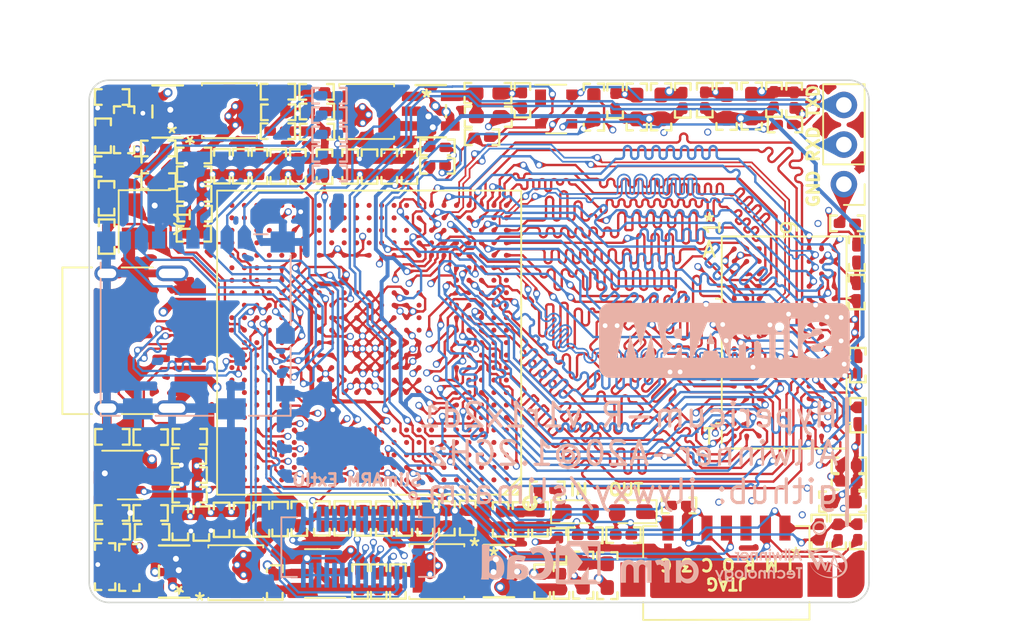
<source format=kicad_pcb>
(kicad_pcb (version 20221018) (generator pcbnew)
  (layers (0 "F.Cu" signal) (1 "In1.Cu" signal) (2 "In2.Cu" signal) (31 "B.Cu" signal) (34 "B.Paste" user) (35 "F.Paste" user) (36 "B.SilkS" user "B.Silkscreen") (37 "F.SilkS" user "F.Silkscreen") (38 "B.Mask" user) (39 "F.Mask" user) (44 "Edge.Cuts" user))
  (net 0 "")
  (net 1 "Net-(J1-CC1)")
  (net 3 "Net-(J1-CC2)")
  (net 5 "Net-(U1D-RESET#)")
  (net 6 "Net-(U2-ZQ0)")
  (net 14 "/SD_DAT2")
  (net 15 "/SD_DAT3")
  (net 24 "+3V3")
  (net 55 "+1V2_CPU")
  (net 80 "/SD_CMD")
  (net 81 "/SD_CLK")
  (net 83 "/SD_DAT0")
  (net 84 "+2V5")
  (net 85 "/SD_DAT1")
  (net 111 "/SD_DET")
  (net 122 "/CPU_VREF")
  (net 152 "+1V2_SYS")
  (net 157 "/JTAG_TDI")
  (net 158 "+1V3")
  (net 165 "+5V")
  (net 184 "/JTAG_TMS")
  (net 191 "Net-(U8-FB)")
  (net 192 "/JTAG_TDO")
  (net 193 "/JTAG_TCK")
  (net 197 "Net-(U3-FB)")
  (net 198 "Net-(U1D-BOOTSEL)")
  (net 199 "Net-(U1D-NMI#)")
  (net 205 "Net-(U1D-JTAGSEL)")
  (net 206 "Net-(U1D-PLLVREG)")
  (net 207 "Net-(U4-FB)")
  (net 208 "Net-(D1-A)")
  (net 209 "GND")
  (net 210 "Net-(D2-A)")
  (net 211 "/DDR_CLKN")
  (net 212 "/DDR_DQ8")
  (net 213 "/DDR_SDQS1_N")
  (net 214 "/DDR_A8")
  (net 215 "/DDR_ODT0")
  (net 216 "/DDR_RST")
  (net 217 "/DDR_DQ11")
  (net 218 "/DDR_DQ14")
  (net 219 "/DDR_DQ6")
  (net 220 "/DDR_DQ3")
  (net 221 "/DDR_DQ4")
  (net 222 "/DDR_DQ5")
  (net 223 "/DDR_DQ9")
  (net 224 "/DDR_DQ12")
  (net 225 "/DDR_DQ7")
  (net 226 "/DDR_DQ1")
  (net 227 "/DDR_SDQS0_N")
  (net 228 "/DDR_SDQM0")
  (net 229 "/DDR_DQ2")
  (net 230 "/DDR_BA0")
  (net 231 "/DDR_BA2")
  (net 232 "/DDR_A10")
  (net 233 "/DDR_BA1")
  (net 234 "/DDR_A7")
  (net 235 "/DDR_A3")
  (net 236 "/DDR_CKE0")
  (net 237 "/DDR_A5")
  (net 238 "/DDR_A12")
  (net 239 "/DDR_A9")
  (net 240 "/DDR_A14")
  (net 241 "/DDR_A1")
  (net 242 "/DDR_NWE")
  (net 243 "/DDR_NRAS")
  (net 244 "/DDR_NCAS")
  (net 245 "/DDR_A2")
  (net 246 "/DDR_CS0")
  (net 247 "/DDR_A6")
  (net 248 "/DDR_SDQM1")
  (net 249 "/DDR_DQ13")
  (net 250 "/DDR_A11")
  (net 251 "/DDR_A0")
  (net 252 "/DDR_DQ10")
  (net 253 "/DDR_DQ15")
  (net 254 "/DDR_A13")
  (net 255 "/DDR_A4")
  (net 256 "+1V5")
  (net 257 "/DDR_DQ0")
  (net 258 "/DDR_VREF")
  (net 261 "/USB_DP2")
  (net 262 "/USB_DN2")
  (net 263 "/USB_DP1")
  (net 264 "/UART_TX")
  (net 265 "/UART_RX")
  (net 266 "Net-(U5-FB)")
  (net 267 "Net-(U3-LX)")
  (net 269 "Net-(U4-LX)")
  (net 270 "Net-(U5-LX)")
  (net 272 "/USB_DN1")
  (net 273 "/SD1_DAT3")
  (net 274 "/SD1_DAT2")
  (net 281 "/SD1_DAT1")
  (net 284 "/SD1_DAT0")
  (net 285 "/SD1_CLK")
  (net 290 "Net-(U8-LX)")
  (net 291 "/PA0")
  (net 295 "/SD1_CMD")
  (net 310 "/USB_DN0")
  (net 311 "/USB_DP0")
  (net 332 "Net-(U1A-SZQ)")
  (net 334 "/DDR_SDQS1_P")
  (net 335 "/DDR_SDQS0_P")
  (net 343 "/DDR_CLKP")
  (net 347 "/PA2")
  (net 355 "/XIN")
  (net 356 "/XOUT")
  (net 357 "Net-(U9-~{MR})")
  (footprint "jlywxy:0402" (layer "F.Cu") (at 51.07 101.08 -90)
    (fp_text reference "C16" hide)
    (fp_text value "100nF")
  )
  (footprint "jlywxy:0402" (layer "F.Cu") (at 35.53 74.98 180)
    (fp_text reference "C80" hide)
    (fp_text value "22uF")
  )
  (footprint "jlywxy:0402" (layer "F.Cu") (at 52.78 99.16)
    (fp_text reference "C61" hide)
    (fp_text value "100nF")
  )
  (footprint "jlywxy:0402" (layer "F.Cu") (at 29.25 101.31 -90)
    (fp_text reference "C33" hide)
    (fp_text value "100nF")
  )
  (footprint "jlywxy:SY8089" (layer "F.Cu") (at 28.44 74.93 180)
    (fp_text reference "U5" hide)
    (fp_text value "SY8089AAAC")
  )
  (footprint "jlywxy:0603" (layer "F.Cu") (at 64.28 74.602 -90)
    (fp_text reference "R15" hide)
    (fp_text value "2.2k")
  )
  (footprint "jlywxy:0402" (layer "F.Cu") (at 44.96 101.02 90)
    (fp_text reference "C46" hide)
    (fp_text value "100nF")
  )
  (footprint "jlywxy:0402" (layer "F.Cu") (at 72.71 94.4 -90)
    (fp_text reference "C42" hide)
    (fp_text value "100nF")
  )
  (footprint "jlywxy:0402" (layer "F.Cu") (at 30.17 81.48 180)
    (fp_text reference "C7" hide)
    (fp_text value "100nF")
  )
  (footprint "jlywxy:0402" (layer "F.Cu") (at 30.14 80.21 180)
    (fp_text reference "C8" hide)
    (fp_text value "100nF")
  )
  (footprint "jlywxy:0402" (layer "F.Cu") (at 33.19 101.11 -90)
    (fp_text reference "C30" hide)
    (fp_text value "100nF")
  )
  (footprint "jlywxy:0402" (layer "F.Cu") (at 53.69 105.07 -90)
    (fp_text reference "C24" hide)
    (fp_text value "22uF")
  )
  (footprint "jlywxy:0402" (layer "F.Cu") (at 35.51 76.19)
    (fp_text reference "C21" hide)
    (fp_text value "100nF")
  )
  (footprint "jlywxy:0402" (layer "F.Cu") (at 29.81 97.02 180)
    (fp_text reference "C36" hide)
    (fp_text value "100nF")
  )
  (footprint "jlywxy:0402" (layer "F.Cu") (at 68.02 75.76 180)
    (fp_text reference "R32" hide)
    (fp_text value "5.1k")
  )
  (footprint "jlywxy:0402" (layer "F.Cu") (at 30.6 101.35 -90)
    (fp_text reference "C32" hide)
    (fp_text value "100nF")
  )
  (footprint "jlywxy:0402" (layer "F.Cu") (at 45.73 78.41)
    (fp_text reference "R20" hide)
    (fp_text value "5.1k")
  )
  (footprint "jlywxy:0402" (layer "F.Cu") (at 71.43 101.9 -90)
    (fp_text reference "R14" hide)
    (fp_text value "10k")
  )
  (footprint "jlywxy:0603" (layer "F.Cu") (at 24.43 104.11 90)
    (fp_text reference "R8" hide)
    (fp_text value "51k")
  )
  (footprint "jlywxy:0402" (layer "F.Cu") (at 61.47 74.222 -90)
    (fp_text reference "C82" hide)
    (fp_text value "100nF")
  )
  (footprint "jlywxy:0402" (layer "F.Cu") (at 41.38 78.46 90)
    (fp_text reference "C55" hide)
    (fp_text value "100nF")
  )
  (footprint "LED_SMD:LED_0603_1608Metric_Pad1.05x0.95mm_HandSolder" (layer "F.Cu") (at 58.13 100.59 180)
    (fp_text reference "D2" hide)
    (fp_text value "LED")
  )
  (footprint "jlywxy:SY8089" (layer "F.Cu") (at 45.31 74.91)
    (fp_text reference "U8" hide)
    (fp_text value "SY8089AAAC")
  )
  (footprint "jlywxy:0402" (layer "F.Cu") (at 37.99 73.67)
    (fp_text reference "C2" hide)
    (fp_text value "100nF")
  )
  (footprint "LED_SMD:LED_0603_1608Metric_Pad1.05x0.95mm_HandSolder" (layer "F.Cu") (at 54.69 100.59)
    (fp_text reference "D1" hide)
    (fp_text value "LED")
  )
  (footprint "jlywxy:0402" (layer "F.Cu") (at 35.53 78.46 90)
    (fp_text reference "C13" hide)
    (fp_text value "100nF")
  )
  (footprint "jlywxy:0402" (layer "F.Cu") (at 72.02 82.1 180)
    (fp_text reference "C38" hide)
    (fp_text value "100nF")
  )
  (footprint "jlywxy:USB_TYPEC_Receptacle" (layer "F.Cu") (at 25.59 89.63 -90)
    (fp_text reference "J1" hide)
    (fp_text value "USB_C_Receptacle_USB2.0")
  )
  (footprint "jlywxy:0402" (layer "F.Cu") (at 43.94 78.46 90)
    (fp_text reference "C57" hide)
    (fp_text value "100nF")
  )
  (footprint "jlywxy:0402" (layer "F.Cu") (at 38.01 74.93)
    (fp_text reference "C3" hide)
    (fp_text value "22uF")
  )
  (footprint "jlywxy:0402" (layer "F.Cu") (at 61.23 100.19 180)
    (fp_text reference "R24" hide)
    (fp_text value "5.1k")
  )
  (footprint "jlywxy:0402" (layer "F.Cu") (at 29.86 95.78)
    (fp_text reference "R4" hide)
    (fp_text value "5.1k")
  )
  (footprint "jlywxy:K4B8G1646B-MCK0" (layer "F.Cu") (at 67.97 89.74)
    (fp_text reference "U2" hide)
    (fp_text value "K4B8G1646B-MCK0" hide)
  )
  (footprint "jlywxy:0402" (layer "F.Cu") (at 33.12 78.44 90)
    (fp_text reference "C11" hide)
    (fp_text value "100nF")
  )
  (footprint "jlywxy:0402" (layer "F.Cu") (at 35.65 101.06 90)
    (fp_text reference "C31" hide)
    (fp_text value "100nF")
  )
  (footprint "jlywxy:0402" (layer "F.Cu") (at 31.92 78.44 90)
    (fp_text reference "C10" hide)
    (fp_text value "100nF")
  )
  (footprint "jlywxy:0402" (layer "F.Cu") (at 24.52 80.49 90)
    (fp_text reference "C5" hide)
    (fp_text value "33pF")
  )
  (footprint "jlywxy:0402" (layer "F.Cu") (at 29.85 99.5 180)
    (fp_text reference "C34" hide)
    (fp_text value "100nF")
  )
  (footprint "jlywxy:0603" (layer "F.Cu") (at 56.63 104.69 -90)
    (fp_text reference "R10" hide)
    (fp_text value "51k")
  )
  (footprint "jlywxy:0603" (layer "F.Cu") (at 55.08 104.66 90)
    (fp_text reference "R9" hide)
    (fp_text value "51k")
  )
  (footprint "jlywxy:0603" (layer "F.Cu") (at 25.65 76.1 90)
    (fp_text reference "R12" hide)
    (fp_text value "10k")
  )
  (footprint "jlywxy:0402" (layer "F.Cu") (at 72.12 97.62)
    (fp_text reference "C43" hide)
    (fp_text value "100nF")
  )
  (footprint "Connector_PinHeader_2.54mm:PinHeader_1x03_P2.54mm_Vertical" (layer "F.Cu") (at 71.8 79.59 180)
    (fp_text reference "J3" hide)
    (fp_text value "Conn_01x03")
  )
  (footprint "jlywxy:0402" (layer "F.Cu") (at 38.33 101.02 90)
    (fp_text reference "C49" hide)
    (fp_text value "100nF")
  )
  (footprint "jlywxy:0402" (layer "F.Cu") (at 36.79 78.46 90)
    (fp_text reference "C14" hide)
    (fp_text value "100nF")
  )
  (footprint "jlywxy:0402" (layer "F.Cu") (at 53.5 102.75 90)
    (fp_text reference "C71" hide)
    (fp_text value "100nF")
  )
  (footprint "jlywxy:0402" (layer "F.Cu") (at 70.22 101.89 90)
    (fp_text reference "R19" hide)
    (fp_text value "10k")
  )
  (footprint "jlywxy:0402" (layer "F.Cu") (at 46.34 101.01 90)
    (fp_text reference "C47" hide)
    (fp_text value "100nF")
  )
  (footprint "jlywxy:0402" (layer "F.Cu") (at 55.23 102.11 180)
    (fp_text reference "R21" hide)
    (fp_text value "5.1k")
  )
  (footprint "jlywxy:0402" (layer "F.Cu") (at 72.12 98.68)
    (fp_text reference "C44" hide)
    (fp_text value "100nF")
  )
  (footprint "jlywxy:0603" (layer "F.Cu") (at 48.978 73.75 180)
    (fp_text reference "R1" hide)
    (fp_text value "47k")
  )
  (footprint "jlywxy:0402" (layer "F.Cu") (at 57.13 74.252 90)
    (fp_text reference "C81" hide)
    (fp_text value "100nF")
  )
  (footprint "jlywxy:0402" (layer "F.Cu") (at 35.31 105.13 90)
    (fp_text reference "C83" hide)
    (fp_text value "100nF")
  )
  (footprint "Package_TO_SOT_SMD:SOT-143" (layer "F.Cu") (at 53.35 74.77)
    (fp_text reference "U9" hide)
    (fp_text value "MAX811LEUS-T")
  )
  (footprint "jlywxy:0402" (layer "F.Cu") (at 72.63 84.04 -90)
    (fp_text reference "C39" hide)
    (fp_text value "100nF")
  )
  (footprint "jlywxy:0402" (layer "F.Cu") (at 39.64 101.02 90)
    (fp_text reference "C50" hide)
    (fp_text value "100nF")
  )
  (footprint "jlywxy:0402" (layer "F.Cu") (at 47.68 100.99 90)
    (fp_text reference "C48" hide)
    (fp_text value "100nF")
  )
  (footprint "jlywxy:0402" (layer "F.Cu") (at 38.5 78.47 90)
    (fp_text reference "C17" hide)
    (fp_text value "33pF")
  )
  (footprint "jlywxy:0402" (layer "F.Cu") (at 24.53 82.95 -90)
    (fp_text reference "C4" hide)
    (fp_text value "33pF")
  )
  (footprint "jlywxy:0402" (layer "F.Cu") (at 30.12 82.77 180)
    (fp_text reference "C6" hide)
    (fp_text value "100nF")
  )
  (footprint "jlywxy:0402" (layer "F.Cu") (at 72.69 91.19 -90)
    (fp_text reference "C41" hide)
    (fp_text value "100nF")
  )
  (footprint "jlywxy:0603" (layer "F.Cu") (at 65.89 74.582 90)
    (fp_text reference "R16" hide)
    (fp_text value "2.2k")
  )
  (footprint "jlywxy:0402" (layer "F.Cu") (at 31.9 101.11 90)
    (fp_text reference "C27" hide)
    (fp_text value "100nF")
  )
  (footprint "jlywxy:0402" (layer "F.Cu") (at 24.89 95.79)
    (fp_text reference "C76" hide)
    (fp_text value "100nF")
  )
  (footprint "jlywxy:SY8089" (layer "F.Cu") (at 49.68 104.4)
    (fp_text reference "U4" hide)
    (fp_text value "SY8089AAAC")
  )
  (footprint "jlywxy:0603" (layer "F.Cu") (at 25.27 78.46 180)
    (fp_text reference "R11" hide)
    (fp_text value "2.2k")
  )
  (footprint "jlywxy:0402" (layer "F.Cu") (at 57.67 102.09)
    (fp_text reference "R22" hide)
    (fp_text value "5.1k")
  )
  (footprint "Inductor_SMD:L_Sunlord_SWPA3015S" (layer "F.Cu") (at 45.7 104.43 180)
    (fp_text reference "L2" hide)
    (fp_text value "L")
  )
  (footprint "jlywxy:0603" (layer "F.Cu") (at 25.98 104.168 -90)
    (fp_text reference "R7" hide)
    (fp_text value "51k")
  )
  (footprint "jlywxy:0402" (layer "F.Cu") (at 24.92 101.87)
    (fp_text reference "C26" hide)
    (fp_text value "100nF")
  )
  (footprint "jlywxy:0402" (layer "F.Cu") (at 49.79 101.08 -90)
    (fp_text reference "C15" hide)
    (fp_text value "100nF")
  )
  (footprint "jlywxy:0402" (layer "F.Cu") (at 27.83 77.3)
    (fp_text reference "C78" hide)
    (fp_text value "100nF")
  )
  (footprint "jlywxy:0603" (layer "F.Cu") (at 60.08 74.632 90)
    (fp_text reference "R18" hide)
    (fp_text value "2.2k")
  )
  (footprint "jlywxy:0402" (layer "F.Cu") (at 27.86 79.39)
    (fp_text reference "R23" hide)
    (fp_text value "2.2k")
  )
  (footprint "jlywxy:0402" (layer "F.Cu") (at 24.88 100.67 180)
    (fp_text reference "C84" hide)
    (fp_text value "100nF")
  )
  (footprint "jlywxy:0402" (layer "F.Cu") (at 40.96 101.03 90)
    (fp_text reference "C51" hide)
    (fp_text value "100nF")
  )
  (footprint "jlywxy:0402" (layer "F.Cu") (at 43.61 101.03 90)
    (fp_text reference "C45" hide)
    (fp_text value "100nF")
  )
  (footprint "jlywxy:0402" (layer "F.Cu") (at 41.97095 105.070001 90)
    (fp_text reference "C73" hide)
    (fp_text value "22uF")
  )
  (footprint "jlywxy:0402" (layer "F.Cu") (at 52.31 101.07 -90)
    (fp_text reference "C60" hide)
    (fp_text value "100nF")
  )
  (footprint "jlywxy:0402" (layer "F.Cu") (at 35.51 73.66 180)
    (fp_text reference "C79" hide)
    (fp_text value "100nF")
  )
  (footprint "jlywxy:0402" (layer "F.Cu") (at 30.14 78.95 180)
    (fp_text reference "C9" hide)
    (fp_text value "100nF")
  )
  (footprint "jlywxy:0402" (layer "F.Cu") (at 30.13 77.75 180)
    (fp_text reference "C1" hide)
    (fp_text value "100nF")
  )
  (footprint "jlywxy:0402" (layer "F.Cu") (at 51.188 74.21 90)
    (fp_text reference "C22" hide)
    (fp_text value "100nF")
  )
  (footprint "jlywxy:0402" (layer "F.Cu") (at 24.88 74)
    (fp_text reference "C85" hide)
    (fp_text value "100nF")
  )
  (footprint "jlywxy:0402" (layer "F.Cu") (at 42.3 101.03 90)
    (fp_text reference "C52" hide)
    (fp_text value "100nF")
  )
  (footprint "jlywxy:0402" (layer "F.Cu") (at 62.88 74.202 90)
    (fp_text reference "C74" hide)
    (fp_text value "100nF")
  )
  (footprint "Inductor_SMD:L_Sunlord_SWPA3015S" (layer "F.Cu") (at 41.2 74.93 180)
    (fp_text reference "L4" hide)
    (fp_text value "2.2u")
  )
  (footprint "jlywxy:0402" (layer "F.Cu") (at 27.35 100.67)
    (fp_text reference "C53" hide)
    (fp_text value "100nF")
  )
  (footprint "jlywxy:0402" (layer "F.Cu") (at 38.02 76.22 180)
    (fp_text reference "C25" hide)
    (fp_text value "22uF")
  )
  (footprint "Package_TO_SOT_SMD:SOT-23-3" (layer "F.Cu") (at 38.04 104.55 180)
    (fp_text reference "U7" hide)
    (fp_text value "XC6206PxxxMR")
  )
  (footprint "jlywxy:0402" (layer "F.Cu") (at 72.62 86.51 90)
    (fp_text reference "C40" hide)
    (fp_text value "100nF")
  )
  (footprint "jlywxy:0402" (layer "F.Cu") (at 24.3 76.48 90)
    (fp_text reference "C77" hide)
    (fp_text value "22uF")
  )
  (footprint "jlywxy:0603" (layer "F.Cu") (at 71.718 99.95)
    (fp_text reference "R2" hide)
    (fp_text value "330R")
  )
  (footprint "Inductor_SMD:L_Sunlord_SWPA3015S" (layer "F.Cu") (at 32.81 104.5)
    (fp_text reference "L1" hide)
    (fp_text value "2.2u")
  )
  (footprint "Inductor_SMD:L_Sunlord_SWPA3015S" (layer "F.Cu") (at 32.4 74.87)
    (fp_text reference "L3" hide)
    (fp_text value "L")
  )
  (footprint "jlywxy:0402" (layer "F.Cu") (at 42.65 78.46 90)
    (fp_text reference "C56" hide)
    (fp_text value "100nF")
  )
  (footprint "jlywxy:0402" (layer "F.Cu") (at 45.74 77.23)
    (fp_text reference "R26" hide)
    (fp_text value "NC")
  )
  (footprint "jlywxy:0402" (layer "F.Cu") (at 29.85 98.24 180)
    (fp_text reference "C35" hide)
    (fp_text value "100nF")
  )
  (footprint "jlywxy:0402" (layer "F.Cu") (at 34.33 78.45 90)
    (fp_text reference "C12" hide)
    (fp_text value "100nF")
  )
  (footprint "jlywxy:0603" (layer "F.Cu") (at 55.77 74.65 90)
    (fp_text reference "R5" hide)
    (fp_text value "330R")
  )
  (footprint "jlywxy:awa20" (layer "F.Cu") (at 41.36 89.75 180)
    (fp_text reference "U1" hide)
    (fp_text value "AllWinner-A20")
  )
  (footprint "jlywxy:0603" (layer "F.Cu") (at 48.998 75.26)
    (fp_text reference "R6" hide)
    (fp_text value "75k")
  )
  (footprint "jlywxy:0402" (layer "F.Cu") (at 52.46 105.08 -90)
    (fp_text reference "C23" hide)
    (fp_text value "100nF")
  )
  (footprint "jlywxy:DF13A-7P-1.25H21" (layer "F.Cu") (at 68.02 101.64)
    (fp_text reference "J5" hide)
    (fp_text value "DF13A-7P-1.25H21" hide)
  )
  (footprint "jlywxy:0402" (layer "F.Cu") (at 43.20095 105.070001 90)
    (fp_text reference "C72" hide)
    (fp_text value "100nF")
  )
  (footprint "jlywxy:0402" (layer "F.Cu") (at 34.45 101.09 -90)
    (fp_text reference "C28" hide)
    (fp_text value "22uF")
  )
  (footprint "jlywxy:0402" (layer "F.Cu") (at 36.88 101.04 -90)
    (fp_text reference "C29" hide)
    (fp_text value "100nF")
  )
  (footprint "jlywxy:0402" (layer "F.Cu") (at 72.69 101.89 -90)
    (fp_text reference "R13" hide)
    (fp_text value "10k")
  )
  (footprint "jlywxy:0402" (layer "F.Cu") (at 67.32 74.172 -90)
    (fp_text reference "C75" hide)
    (fp_text value "100nF")
  )
  (footprint "jlywxy:0402" (layer "F.Cu") (at 27.44 101.89)
    (fp_text reference "C70" hide)
    (fp_text value "22uF")
  )
  (footprint "jlywxy:0402" (layer "F.Cu") (at 27.35 95.81)
    (fp_text reference "R3" hide)
    (fp_text value "5.1k")
  )
  (footprint "Crystal:Crystal_SMD_3225-4Pin_3.2x2.5mm" (layer "F.Cu") (at 26.952599 81.9762 -90)
    (fp_text reference "Y1")
    (fp_text value "Crystal_GND24")
  )
  (footprint "Package_TO_SOT_SMD:SOT-23-3" (layer "F.Cu") (at 26.04 98.24)
    (fp_text reference "U6" hide)
    (fp_text value "XC6206PxxxMR")
  )
  (footprint "jlywxy:0402" (layer "F.Cu") (at 68.61 74.2 90)
    (fp_text reference "C37" hide)
    (fp_text value "100nF")
  )
  (footprint "jlywxy:0603" (layer "F.Cu") (at 58.52 74.64 -90)
    (fp_text reference "R17" hide)
    (fp_text value "2.2k")
  )
  (footprint "jlywxy:0402" (layer "F.Cu") (at 40.14 78.46 90)
    (fp_text reference "C54" hide)
    (fp_text value "100nF")
  )
  (footprint "jlywxy:0402" (layer "F.Cu") (at 40.78 105.07 90)
    (fp_text reference "C86" hide)
    (fp_text value "100nF")
  )
  (footprint "jlywxy:SY8089" (layer "F.Cu") (at 28.86 104.43 180)
    (fp_text reference "U3" hide)
    (fp_text value "SY8089AAAC")
  )
  (footprint "jlywxy:0402" (layer "F.Cu") (at 48.6 76.58 180)
    (fp_text reference "R25" hide)
    (fp_text value "5.1k")
  )
  (footprint "Connector_Card:microSD_HC_Molex_104031-0811" (layer "B.Cu") (at 30.255 88.62 180)
    (fp_text reference "J2" hide)
    (fp_text value "Micro_SD_Card_Det2")
  )
  (footprint "jlywxy:0402" (layer "B.Cu") (at 38.81 75.16)
    (fp_text reference "R28" hide)
    (fp_text value "10k")
  )
  (footprint "Connector_Hirose:Hirose_DF12_DF12C3.0-30DS-0.5V_2x15_P0.50mm_Vertical" (layer "B.Cu") (at 40.64 102.86 180)
    (fp_text reference "J6" hide)
    (fp_text value "Conn_02x15_Top_Bottom")
  )
  (footprint "jlywxy:0402" (layer "B.Cu") (at 38.82 76.4)
    (fp_text reference "R29" hide)
    (fp_text value "10k")
  )
  (footprint "jlywxy:0402" (layer "B.Cu") (at 38.81 73.92)
    (fp_text reference "R27" hide)
    (fp_text value "10k")
  )
  (footprint "jlywxy:0402" (layer "B.Cu") (at 38.83 77.64)
    (fp_text reference "R30" hide)
    (fp_text value "10k")
  )
  (footprint "jlywxy:0402" (layer "B.Cu") (at 38.84 78.9)
    (fp_text reference "R31" hide)
    (fp_text value "10k")
  )
  (footprint "LOGO" (layer "B.Cu") (at 52.41 103.7 180)
    (fp_text reference "G***" hide)
    (fp_text value "LOGO" hide)
  )
  (footprint "jlywxy:image_arm" (layer "B.Cu") (at 60 104.43 180)
    (fp_text reference "G***" hide)
    (fp_text value "LOGO" hide)
  )
  (footprint "LOGO" (layer "B.Cu") (at 67.322266 103.965743 180)
    (fp_text reference "G***" hide)
    (fp_text value "LOGO" hide)
  )
  (footprint "jlywxy:image_slimarm" (layer "B.Cu") (at 64.087146 89.572557 180)
    (fp_text reference "G***" hide)
    (fp_text value "LOGO" hide)
  )
  (gr_circle (center 44.17 99.57) (end 44.4 99.59) (stroke (width 0.15)) (fill none) (layer "B.SilkS"))
  (gr_line (start 72 93.335) (end 72 101.445) (stroke (width 0.254)) (layer "B.SilkS"))
  (gr_line (start 50.77 99.47) (end 51.11 99.12) (stroke (width 0.15)) (layer "F.SilkS"))
  (gr_line (start 49.98 99.49) (end 51.1 98.35) (stroke (width 0.15)) (layer "F.SilkS"))
  (gr_line (start 50.41 99.48) (end 51.1 98.77) (stroke (width 0.15)) (layer "F.SilkS"))
  (gr_line (start 73.41 74.19) (end 73.41 105.14) (stroke (width 0.1)) (layer "Edge.Cuts"))
  (gr_line (start 23.41 105.14) (end 23.41 74.19) (stroke (width 0.1)) (layer "Edge.Cuts"))
  (gr_arc (start 73.41 105.14) (mid 73.038026 106.038026) (end 72.14 106.41) (stroke (width 0.1)) (layer "Edge.Cuts"))
  (gr_arc (start 23.41 74.19) (mid 23.781974 73.291974) (end 24.68 72.92) (stroke (width 0.1)) (layer "Edge.Cuts"))
  (gr_arc (start 24.68 106.41) (mid 23.781974 106.038026) (end 23.41 105.14) (stroke (width 0.1)) (layer "Edge.Cuts"))
  (gr_line (start 72.14 106.41) (end 24.68 106.41) (stroke (width 0.1)) (layer "Edge.Cuts"))
  (gr_arc (start 72.14 72.92) (mid 73.038026 73.291974) (end 73.41 74.19) (stroke (width 0.1)) (layer "Edge.Cuts"))
  (gr_line (start 24.68 72.92) (end 72.14 72.92) (stroke (width 0.1)) (layer "Edge.Cuts"))
  (gr_text "SlimARM ExtIO" (at 40.59 98.56) (layer "B.SilkS") (effects (font (size 0.762 0.762) (thickness 0.1778) bold) (justify mirror)))
  (gr_text "Hypericum-R v1r1x2d1\nAllwinner-A20@1.2GHz\ngithub: jlywxy/slimarm" (at 71.58 93.51) (layer "B.SilkS") (effects (font (size 1.524 1.524) (thickness 0.2032)) (justify left top mirror)))
  (gr_text "GND RXD TXD" (at 69.84 77.15 90) (layer "F.SilkS") (effects (font (size 0.762 0.762) (thickness 0.1778) bold)))
  (gr_text "OUT" (at 57.83 99.18) (layer "F.SilkS") (effects (font (size 0.762 0.762) (thickness 0.1778) bold)))
  (gr_text "JTAG\nI M R O C 3 G" (at 64.27 104.6 180) (layer "F.SilkS") (effects (font (size 0.762 0.762) (thickness 0.1778) bold)))
  (gr_text "IN" (at 54.8 99.2) (layer "F.SilkS") (effects (font (size 0.762 0.762) (thickness 0.1778) bold)))
  (segment (start 26.85 94.57) (end 26.85 95.81) (width 0.1524) (layer "F.Cu") (net 1))
  (segment (start 25.3 93.02) (end 26.85 94.57) (width 0.1524) (layer "F.Cu") (net 1))
  (segment (start 26.24 87.87) (end 25.3 88.81) (width 0.1524) (layer "F.Cu") (net 1))
  (segment (start 25.3 88.81) (end 25.3 93.02) (width 0.1524) (layer "F.Cu") (net 1))
  (segment (start 27.24 87.87) (end 26.24 87.87) (width 0.1524) (layer "F.Cu") (net 1))
  (segment (start 29.89 88.38) (end 27.75 88.38) (width 0.1524) (layer "F.Cu") (net 1))
  (segment (start 27.75 88.38) (end 27.24 87.87) (width 0.1524) (layer "F.Cu") (net 1))
  (segment (start 28.05 91.38) (end 29.89 91.38) (width 0.1524) (layer "F.Cu") (net 3))
  (segment (start 29.36 95.78) (end 28.49 94.91) (width 0.1524) (layer "F.Cu") (net 3))
  (segment (start 26.91 94.16) (end 26.91 92.52) (width 0.1524) (layer "F.Cu") (net 3))
  (segment (start 27.66 94.91) (end 26.91 94.16) (width 0.1524) (layer "F.Cu") (net 3))
  (segment (start 26.91 92.52) (end 28.05 91.38) (width 0.1524) (layer "F.Cu") (net 3))
  (segment (start 28.49 94.91) (end 27.66 94.91) (width 0.1524) (layer "F.Cu") (net 3))
  (segment (start 49.58041 76.58) (end 50.20521 75.9552) (width 0.1524) (layer "F.Cu") (net 5))
  (segment (start 49.1 76.58) (end 49.58041 76.58) (width 0.1524) (layer "F.Cu") (net 5))
  (segment (start 40.1486 95.1429) (end 40.1486 96.5614) (width 0.1524) (layer "F.Cu") (net 5))
  (segment (start 53.1105 73.8167) (end 53.1105 74.9595) (width 0.1524) (layer "F.Cu") (net 5))
  (segment (start 40.617814 94.673686) (end 40.1486 95.1429) (width 0.1524) (layer "F.Cu") (net 5))
  (segment (start 53.1105 74.9595) (end 52.35 75.72) (width 0.1524) (layer "F.Cu") (net 5))
  (segment (start 40.1486 96.5614) (end 39.76 96.95) (width 0.1524) (layer "F.Cu") (net 5))
  (segment (start 50.20521 75.9552) (end 52.1148 75.9552) (width 0.1524) (layer "F.Cu") (net 5))
  (segment (start 52.1148 75.9552) (end 52.35 75.72) (width 0.1524) (layer "F.Cu") (net 5))
  (via (at 53.1105 73.8167) (size 0.4572) (drill 0.3048) (layers "F.Cu" "B.Cu") (net 5))
  (via (at 40.617814 94.673686) (size 0.4572) (drill 0.3048) (layers "F.Cu" "B.Cu") (net 5))
  (segment (start 53.1105 73.6005) (end 53.1105 73.8167) (width 0.1524) (layer "B.Cu") (net 5))
  (segment (start 40.617814 94.673686) (end 40.617814 94.647814) (width 0.1524) (layer "B.Cu") (net 5))
  (segment (start 37.92 85.25) (end 37.92 80.27) (width 0.1524) (layer "B.Cu") (net 5))
  (segment (start 40.2828 79.4272) (end 40.2828 77.2672) (width 0.1524) (layer "B.Cu") (net 5))
  (segment (start 38.831171 85.881171) (end 38.551171 85.881171) (width 0.1524) (layer "B.Cu") (net 5))
  (segment (start 46.7042 73.3228) (end 52.8328 73.3228) (width 0.1524) (layer "B.Cu") (net 5))
  (segment (start 37.92 80.27) (end 38.38 79.81) (width 0.1524) (layer "B.Cu") (net 5))
  (segment (start 41.65 75.9) (end 42.038948 75.9) (width 0.1524) (layer "B.Cu") (net 5))
  (segment (start 52.8328 73.3228) (end 53.1105 73.6005) (width 0.1524) (layer "B.Cu") (net 5))
  (segment (start 38.551171 85.881171) (end 37.92 85.25) (width 0.1524) (layer "B.Cu") (net 5))
  (segment (start 46.69 73.337) (end 46.7042 73.3228) (width 0.1524) (layer "B.Cu") (net 5))
  (segment (start 39.9 79.81) (end 40.2828 79.4272) (width 0.1524) (layer "B.Cu") (net 5))
  (segment (start 38.38 79.81) (end 39.9 79.81) (width 0.1524) (layer "B.Cu") (net 5))
  (segment (start 42.038948 75.9) (end 44.601948 73.337) (width 0.1524) (layer "B.Cu") (net 5))
  (segment (start 44.601948 73.337) (end 46.69 73.337) (width 0.1524) (layer "B.Cu") (net 5))
  (segment (start 39.361438 93.391438) (end 39.361438 86.411438) (width 0.1524) (layer "B.Cu") (net 5))
  (segment (start 39.361438 86.411438) (end 38.831171 85.881171) (width 0.1524) (layer "B.Cu") (net 5))
  (segment (start 40.2828 77.2672) (end 41.65 75.9) (width 0.1524) (layer "B.Cu") (net 5))
  (segment (start 40.617814 94.647814) (end 39.361438 93.391438) (width 0.1524) (layer "B.Cu") (net 5))
  (segment (start 71.007674 91.3286) (end 70.596274 91.74) (width 0.1524) (layer "F.Cu") (net 6))
  (segment (start 71.82 91.13) (end 71.6214 91.3286) (width 0.1524) (layer "F.Cu") (net 6))
  (segment (start 71.6214 91.3286) (end 71.007674 91.3286) (width 0.1524) (layer "F.Cu") (net 6))
  (segment (start 71.677846 99.491689) (end 71.414311 99.491689) (width 0.1524) (layer "F.Cu") (net 6))
  (segment (start 71.414311 99.491689) (end 70.956 99.95) (width 0.1524) (layer "F.Cu") (net 6))
  (segment (start 70.596274 91.74) (end 70.37 91.74) (width 0.1524) (layer "F.Cu") (net 6))
  (via (at 71.82 91.13) (size 0.4572) (drill 0.3048) (layers "F.Cu" "B.Cu") (net 6))
  (via (at 71.677846 99.491689) (size 0.4572) (drill 0.3048) (layers "F.Cu" "B.Cu") (net 6))
  (segment (start 72.2 92.176579) (end 72.2 92.598948) (width 0.1524) (layer "B.Cu") (net 6))
  (segment (start 73.01 98.159535) (end 71.677846 99.491689) (width 0.1524) (layer "B.Cu") (net 6))
  (segment (start 71.82 91.13) (end 72.3172 91.6272) (width 0.1524) (layer "B.Cu") (net 6))
  (segment (start 72.3172 92.059379) (end 72.2 92.176579) (width 0.1524) (layer "B.Cu") (net 6))
  (segment (start 72.3172 91.6272) (end 72.3172 92.059379) (width 0.1524) (layer "B.Cu") (net 6))
  (segment (start 73.01 93.408948) (end 73.01 98.159535) (width 0.1524) (layer "B.Cu") (net 6))
  (segment (start 72.2 92.598948) (end 73.01 93.408948) (width 0.1524) (layer "B.Cu") (net 6))
  (segment (start 36.713421 91.35) (end 37.0072 91.643779) (width 0.1524) (layer "F.Cu") (net 14))
  (segment (start 37.0072 92.2397) (end 37.15 92.3825) (width 0.1524) (layer "F.Cu") (net 14))
  (segment (start 35.76 91.35) (end 36.713421 91.35) (width 0.1524) (layer "F.Cu") (net 14))
  (segment (start 37.0072 91.643779) (end 37.0072 92.2397) (width 0.1524) (layer "F.Cu") (net 14))
  (via (at 37.15 92.3825) (size 0.4572) (drill 0.3048) (layers "F.Cu" "B.Cu") (net 14))
  (segment (start 34.3 80.13) (end 33.36 81.07) (width 0.1524) (layer "B.Cu") (net 14))
  (segment (start 38.235971 86.185971) (end 37.52 85.47) (width 0.1524) (layer "B.Cu") (net 14))
  (segment (start 38.27 78.9) (end 37.04 80.13) (width 0.1524) (layer "B.Cu") (net 14))
  (segment (start 37.15 92.3825) (end 37.6075 92.3825) (width 0.1524) (layer "B.Cu") (net 14))
  (segment (start 37.04 80.13) (end 34.3 80.13) (width 0.1524) (layer "B.Cu") (net 14))
  (segment (start 36.9928 84.5028) (end 34.6928 84.5028) (width 0.1524) (layer "B.Cu") (net 14))
  (segment (start 37.6075 92.3825) (end 37.79 92.2) (width 0.1524) (layer "B.Cu") (net 14))
  (segment (start 34.6928 84.5028) (end 33.36 83.17) (width 0.1524) (layer "B.Cu") (net 14))
  (segment (start 33.36 81.07) (end 33.36 83.17) (width 0.1524) (layer "B.Cu") (net 14))
  (segment (start 37.79 92.2) (end 37.79 91.36) (width 0.1524) (layer "B.Cu") (net 14))
  (segment (start 39.017481 86.607481) (end 38.595971 86.185971) (width 0.1524) (layer "B.Cu") (net 14))
  (segment (start 38.595971 86.185971) (end 38.235971 86.185971) (width 0.1524) (layer "B.Cu") (net 14))
  (segment (start 37.52 85.47) (end 37.52 85.03) (width 0.1524) (layer "B.Cu") (net 14))
  (segment (start 39.017481 90.132519) (end 39.017481 86.607481) (width 0.1524) (layer "B.Cu") (net 14))
  (segment (start 37.52 85.03) (end 36.9928 84.5028) (width 0.1524) (layer "B.Cu") (net 14))
  (segment (start 37.79 91.36) (end 39.017481 90.132519) (width 0.1524) (layer "B.Cu") (net 14))
  (segment (start 38.34 78.9) (end 38.27 78.9) (width 0.1524) (layer "B.Cu") (net 14))
  (segment (start 36.032021 91.7386) (end 35.3486 91.7386) (width 0.1524) (layer "F.Cu") (net 15))
  (segment (start 35.3486 91.7386) (end 34.96 91.35) (width 0.1524) (layer "F.Cu") (net 15))
  (segment (start 36.55 91.96) (end 36.253421 91.96) (width 0.1524) (layer "F.Cu") (net 15))
  (segment (start 36.253421 91.96) (end 36.032021 91.7386) (width 0.1524) (layer "F.Cu") (net 15))
  (via (at 36.55 91.96) (size 0.4572) (drill 0.3048) (layers "F.Cu" "B.Cu") (net 15))
  (segment (start 32.26 83.17) (end 32.26 81.6) (width 0.1524) (layer "B.Cu") (net 15))
  (segment (start 38.37 87.43) (end 35.86 84.92) (width 0.1524) (layer "B.Cu") (net 15))
  (segment (start 35.86 84.92) (end 33.3076 84.92) (width 0.1524) (layer "B.Cu") (net 15))
  (segment (start 32.26 81.6) (end 34.13 79.73) (width 0.1524) (layer "B.Cu") (net 15))
  (segment (start 36.55 91.96) (end 38.37 90.14) (width 0.1524) (layer "B.Cu") (net 15))
  (segment (start 36.77 79.73) (end 37.58 78.92) (width 0.1524) (layer "B.Cu") (net 15))
  (segment (start 34.13 79.73) (end 36.77 79.73) (width 0.1524) (layer "B.Cu") (net 15))
  (segment (start 33.3076 84.92) (end 32.26 83.8724) (width 0.1524) (layer "B.Cu") (net 15))
  (segment (start 37.58 78.39) (end 38.33 77.64) (width 0.1524) (layer "B.Cu") (net 15))
  (segment (start 32.26 83.8724) (end 32.26 83.17) (width 0.1524) (layer "B.Cu") (net 15))
  (segment (start 37.58 78.92) (end 37.58 78.39) (width 0.1524) (layer "B.Cu") (net 15))
  (segment (start 38.37 90.14) (end 38.37 87.43) (width 0.1524) (layer "B.Cu") (net 15))
  (segment (start 38.5714 95.510964) (end 38.5714 94.68) (width 0.1524) (layer "F.Cu") (net 24))
  (segment (start 39.9 85.24) (end 39.9 85.39) (width 0.1524) (layer "F.Cu") (net 24))
  (segment (start 31.91 76.64) (end 31.74 76.64) (width 0.508) (layer "F.Cu") (net 24))
  (segment (start 61.77 101.64) (end 61.77 100.23) (width 0.1524) (layer "F.Cu") (net 24))
  (segment (start 26.43 78.46) (end 27.36 79.39) (width 0.508) (layer "F.Cu") (net 24))
  (segment (start 39.9 85.52) (end 39.9 85.39) (width 0.1524) (layer "F.Cu") (net 24))
  (segment (start 30.64 78.95) (end 34.33 78.95) (width 0.635) (layer "F.Cu") (net 24))
  (segment (start 37.64 91.47) (end 37.42 91.25) (width 0.1524) (layer "F.Cu") (net 24))
  (segment (start 37.5 91.33) (end 37.64 91.47) (width 0.3048) (layer "F.Cu") (net 24))
  (segment (start 69.262302 75.76) (end 68.52 75.76) (width 0.1524) (layer "F.Cu") (net 24))
  (segment (start 50.8 95.19) (end 50.8 97.67) (width 0.1524) (layer "F.Cu") (net 24))
  (segment (start 54.35 74.53) (end 53.12 75.76) (width 0.1524) (layer "F.Cu") (net 24))
  (segment (start 36.31 94.55) (end 36.45 94.41) (width 0.1524) (layer "F.Cu") (net 24))
  (segment (start 33.03 74.87) (end 32.76 74.6) (width 0.508) (layer "F.Cu") (net 24))
  (segment (start 35.78 81.75) (end 36.17 81.36) (width 0.1524) (layer "F.Cu") (net 24))
  (segment (start 35.76 86.55) (end 37.41 84.9) (width 0.1524) (layer "F.Cu") (net 24))
  (segment (start 37.061052 93.52) (end 38.63 93.52) (width 0.1524) (layer "F.Cu") (net 24))
  (segment (start 39.43 85.99) (end 38.06 85.99) (width 0.3048) (layer "F.Cu") (net 24))
  (segment (start 37.62 89.37) (end 37.62 89.751184) (width 0.3048) (layer "F.Cu") (net 24))
  (segment (start 37.62 86.46) (end 37.62 89.37) (width 0.3048) (layer "F.Cu") (net 24))
  (segment (start 32.76 74.79) (end 32.525 75.025) (width 0.508) (layer "F.Cu") (net 24))
  (segment (start 50.36 76.28) (end 52.8972 76.28) (width 0.1524) (layer "F.Cu") (net 24))
  (segment (start 32.85 74.51) (end 33.14 74.51) (width 0.508) (layer "F.Cu") (net 24))
  (segment (start 71.120421 101.4) (end 71.43 101.4) (width 0.1524) (layer "F.Cu") (net 24))
  (segment (start 45.23 78.41) (end 45.23 78.833181) (width 0.1524) (layer "F.Cu") (net 24))
  (segment (start 33.89 73.66) (end 35.01 73.66) (width 0.508) (layer "F.Cu") (net 24))
  (segment (start 31.21 77.17) (end 30.64 77.74) (width 0.508) (layer "F.Cu") (net 24))
  (segment (start 31.74 76.64) (end 31.21 77.17) (width 0.508) (layer "F.Cu") (net 24))
  (segment (start 39.749809 84.15) (end 41.36 84.15) (width 0.1524) (layer "F.Cu") (net 24))
  (segment (start 38.16 88.15) (end 37.72 87.71) (width 0.1524) (layer "F.Cu") (net 24))
  (segment (start 71.43 101.4) (end 72.68 101.4) (width 0.1524) (layer "F.Cu") (net 24))
  (segment (start 36.9112 95.7386) (end 38.343764 95.7386) (width 0.1524) (layer "F.Cu") (net 24))
  (segment (start 70.22 102.300421) (end 71.120421 101.4) (width 0.1524) (layer "F.Cu") (net 24))
  (segment (start 38.96 84.15) (end 38.96 84.114317) (width 0.1524) (layer "F.Cu") (net 24))
  (segment (start 37.62 87.81) (end 37.72 87.71) (width 0.1524) (layer "F.Cu") (net 24))
  (segment (start 40.942193 82.932193) (end 40.9714 82.9614) (width 0.1524) (layer "F.Cu") (net 24))
  (segment (start 41.999036 98.1386) (end 41.77 97.909564) (width 0.1524) (layer "F.Cu") (net 24))
  (segment (start 34.92 74.87) (end 35.03 74.98) (width 0.508) (layer "F.Cu") (net 24))
  (segment (start 35.76 88.95) (end 36.4628 88.2472) (width 0.1524) (layer "F.Cu") (net 24))
  (segment (start 45.707319 79.3105) (end 46.2395 79.3105) (width 0.1524) (layer "F.Cu") (net 24))
  (segment (start 61.77 102.52) (end 61.85 102.6) (width 0.1524) (layer "F.Cu") (net 24))
  (segment (start 37.42 91.25) (end 37.42 89.846579) (width 0.1524) (layer "F.Cu") (net 24))
  (segment (start 61.77 101.64) (end 61.77 102.52) (width 0.1524) (layer "F.Cu") (net 24))
  (segment (start 36.45 94.41) (end 37.088948 94.41) (width 0.1524) (layer "F.Cu") (net 24))
  (segment (start 35.76 92.95) (end 36.02 93.21) (width 0.1524) (layer "F.Cu") (net 24))
  (segment (start 40.9714 83.7386) (end 40.56 84.15) (width 0.1524) (layer "F.Cu") (net 24))
  (segment (start 32.76 74.6) (end 32.85 74.51) (width 0.508) (layer "F.Cu") (net 24))
  (segment (start 39.29 84.9) (end 39.5 84.9) (width 0.1524) (layer "F.Cu") (net 24))
  (segment (start 32.78 75.81) (end 32.78 75.64) (width 0.1524) (layer "F.Cu") (net 24))
  (segment (start 32.525 75.025) (end 32.33 75.22) (width 0.508) (layer "F.Cu") (net 24))
  (segment (start 43.76 92.15) (end 44.56 92.95) (width 0.1524) (layer "F.Cu") (net 24))
  (segment (start 41.08 93.52) (end 39.53 93.52) (width 0.254) (layer "F.Cu") (net 24))
  (segment (start 54.35 73.82) (end 54.35 74.53) (width 0.1524) (layer "F.Cu") (net 24))
  (segment (start 26.5 77.35) (end 26.5 77.992) (width 0.508) (layer "F.Cu") (net 24))
  (segment (start 27.331868 78.46) (end 28.33 77.461868) (width 0.508) (layer "F.Cu") (net 24))
  (segment (start 35.76 94.55) (end 36.31 94.55) (width 0.1524) (layer "F.Cu") (net 24))
  (segment (start 39.337063 83.737254) (end 39.749809 84.15) (width 0.1524) (layer "F.Cu") (net 24))
  (segment (start 33.14 75.41) (end 31.91 76.64) (width 0.508) (layer "F.Cu") (net 24))
  (segment (start 37.088948 94.41) (end 37.548948 94.87) (width 0.1524) (layer "F.Cu") (net 24))
  (segment (start 37.62 86.46) (end 37.62 86.43) (width 0.3048) (layer "F.Cu") (net 24))
  (segment (start 42.35 93.56) (end 39.57 93.56) (width 0.1524) (layer "F.Cu") (net 24))
  (segment (start 30.62 82.77) (end 30.62 78.97) (width 0.635) (layer "F.Cu") (net 24))
  (segment (start 38.96 84.114317) (end 39.337063 83.737254) (width 0.1524) (layer "F.Cu") (net 24))
  (segment (start 53.12 76.0572) (end 53.12 75.76) (width 0.1524) (layer "F.Cu") (net 24))
  (segment (start 33.14 74.51) (end 33.14 75.41) (width 0.508) (layer "F.Cu") (net 24))
  (segment (start 50.16 94.55) (end 50.8 95.19) (width 0.1524) (layer "F.Cu") (net 24))
  (segment (start 54.35 73.82) (end 54.8088 73.82) (width 0.1524) (layer "F.Cu") (net 24))
  (segment (start 46.2395 79.3105) (end 46.86 78.69) (width 0.1524) (layer "F.Cu") (net 24))
  (segment (start 72.68 101.4) (end 72.69 101.39) (width 0.1524) (layer "F.Cu") (net 24))
  (segment (start 38.16 84.15) (end 38.96 84.15) (width 0.1524) (layer "F.Cu") (net 24))
  (segment (start 38.96 90.55) (end 39.3714 90.9614) (width 0.1524) (layer "F.Cu") (net 24))
  (segment (start 39.43 85.99) (end 39.9 85.52) (width 0.3048) (layer "F.Cu") (net 24))
  (segment (start 38.96 92.95) (end 39.76 92.15) (width 0.1524) (layer "F.Cu") (net 24))
  (segment (start 39.9 85.89) (end 39.9 85.39) (width 0.1524) (layer "F.Cu") (net 24))
  (segment (start 38.343764 95.7386) (end 38.5714 95.510964) (width 0.1524) (layer "F.Cu") (net 24))
  (segment (start 40 85.99) (end 40.44 86.43) (width 0.1524) (layer "F.Cu") (net 24))
  (segment (start 42.33 94.77) (end 41.08 93.52) (width 0.254) (layer "F.Cu") (net 24))
  (segment (start 37.3904 89.980785) (end 37.3904 91.2204) (width 0.3048) (layer "F.Cu") (net 24))
  (segment (start 61.77 100.23) (end 61.73 100.19) (width 0.1524) (layer "F.Cu") (net 24))
  (segment (start 70.18 74.842302) (end 69.262302 75.76) (width 0.1524) (layer "F.Cu") (net 24))
  (segment (start 36.56 95.35) (end 36.56 95.387401) (width 0.1524) (layer "F.Cu") (net 24))
  (segment (start 38.072673 93.52) (end 38.63 93.52) (width 0.3048) (layer "F.Cu") (net 24))
  (segment (start 39.57 93.56) (end 39.53 93.52) (width 0.1524) (layer "F.Cu") (net 24))
  (segment (start 37.57 86.38) (end 37.62 86.43) (width 0.1524) (layer "F.Cu") (net 24))
  (segment (start 33.55 75.1) (end 33.55 74.87) (width 0.508) (layer "F.Cu") (net 24))
  (segment (start 32.33 75.22) (end 32.33 75.36) (width 0.1524) (layer "F.Cu") (net 24))
  (segment (start 37.3904 91.2204) (end 37.5 91.33) (width 0.3048) (layer "F.Cu") (net 24))
  (segment (start 42.18 94.77) (end 42.5 94.77) (width 0.1524) (layer "F.Cu") (net 24))
  (segment (start 54.8088 73.82) (end 54.8883 73.7405) (width 0.1524) (layer "F.Cu") (net 24))
  (segment (start 42.552953 98.121122) (end 42.535475 98.1386) (width 0.1524) (layer "F.Cu") (net 24))
  (segment (start 36.4628 88.2472) (end 36.4628 87.2072) (width 0.1524) (layer "F.Cu") (net 24))
  (segment (start 37.62 89.37) (end 37.62 89.646579) (width 0.3048) (layer "F.Cu") (net 24))
  (segment (start 32.525 75.025) (end 33.89 73.66) (width 0.508) (layer "F.Cu") (net 24))
  (segment (start 42.35 93.56) (end 42.96 92.95) (width 0.1524) (layer "F.Cu") (net 24))
  (segment (start 70.22 102.39) (end 69.27 102.39) (width 0.1524) (layer "F.Cu") (net 24))
  (segment (start 28.33 77.461868) (end 28.33 77.3) (width 0.508) (layer "F.Cu") (net 24))
  (segment (start 41.77 97.909564) (end 41.77 95.18) (width 0.1524) (layer "F.Cu") (net 24))
  (segment (start 32.76 75.79) (end 32.78 75.81) (width 0.1524) (layer "F.Cu") (net 24))
  (segment (start 48.1 76.58) (end 48.6286 77.1086) (width 0.1524) (layer "F.Cu") (net 24))
  (segment (start 49.5314 77.1086) (end 50.36 76.28) (width 0.1524) (layer "F.Cu") (net 24))
  (segment (start 43.76 92.95) (end 44.56 92.15) (width 0.1524) (layer "F.Cu") (net 24))
  (segment (start 40.44 86.43) (end 40.56 86.55) (width 0.1524) (layer "F.Cu") (net 24))
  (segment (start 38.5714 93.5786) (end 38.63 93.52) (width 0.1524) (layer "F.Cu") (net 24))
  (segment (start 38.16 90.55) (end 38.96 90.55) (width 0.1524) (layer "F.Cu") (net 24))
  (segment (start 37.29 86.38) (end 37.57 86.38) (width 0.1524) (layer "F.Cu") (net 24))
  (segment (start 45.23 78.833181) (end 45.707319 79.3105) (width 0.1524) (layer "F.Cu") (net 24))
  (segment (start 32.33 75.36) (end 32.78 75.81) (width 0.508) (layer "F.Cu") (net 24))
  (segment (start 42.535475 98.1386) (end 41.999036 98.1386) (width 0.1524) (layer "F.Cu") (net 24))
  (segment (start 52.8972 76.28) (end 53.12 76.0572) (width 0.1524) (layer "F.Cu") (net 24))
  (segment (start 33.14 75.41) (end 32.76 75.79) (width 0.508) (layer "F.Cu") (net 24))
  (segment (start 37.6834 91.5134) (end 37.6834 93.130727) (width 0.3048) (layer "F.Cu") (net 24))
  (segment (start 30.64 77.74) (end 30.64 78.95) (width 0.508) (layer "F.Cu") (net 24))
  (segment (start 38.5714 94.68) (end 38.5714 94.4786) (width 0.1524) (layer "F.Cu") (net 24))
  (segment (start 37.41 84.9) (end 39.29 84.9) (width 0.1524) (layer "F.Cu") (net 24))
  (segment (start 42.5 94.77) (end 42.33 94.77) (width 0.254) (layer "F.Cu") (net 24))
  (segment (start 47.24 78.09) (end 47.24 77.44) (width 0.1524) (layer "F.Cu") (net 24))
  (segment (start 46.86 78.47) (end 47.24 78.09) (width 0.1524) (layer "F.Cu") (net 24))
  (segment (start 35.76 92.95) (end 35.76 92.15) (width 0.1524) (layer "F.Cu") (net 24))
  (segment (start 39.29 84.9) (end 39.56 84.9) (width 0.1524) (layer "F.Cu") (net 24))
  (segment (start 35.76 81.75) (end 35.78 81.75) (width 0.1524) (layer "F.Cu") (net 24))
  (segment (start 37.5 91.33) (end 37.6834 91.5134) (width 0.3048) (layer "F.Cu") (net 24))
  (segment (start 36.751052 93.21) (end 37.061052 93.52) (width 0.1524) (layer "F.Cu") (net 24))
  (segment (start 26.5 77.992) (end 26.032 78.46) (width 0.508) (layer "F.Cu") (net 24))
  (segment (start 41.77 95.18) (end 42.18 94.77) (width 0.1524) (layer "F.Cu") (net 24))
  (segment (start 37.548948 94.87) (end 38.18 94.87) (width 0.1524) (layer "F.Cu") (net 24))
  (segment (start 47.24 77.44) (end 48.1 76.58) (width 0.1524) (layer "F.Cu") (net 24))
  (segment (start 33.55 74.87) (end 34.92 74.87) (width 0.508) (layer "F.Cu") (net 24))
  (segment (start 37.42 89.846579) (end 37.62 89.646579) (width 0.1524) (layer "F.Cu") (net 24))
  (segment (start 37.62 89.646579) (end 37.62 87.81) (width 0.1524) (layer "F.Cu") (net 24))
  (segment (start 26.032 78.46) (end 27.331868 78.46) (width 0.508) (layer "F.Cu") (net 24))
  (segment (start 39.3714 91.7614) (end 39.76 92.15) (width 0.1524) (layer "F.Cu") (net 24))
  (segment (start 40.44 86.43) (end 39.9 85.89) (width 0.1524) (layer "F.Cu") (net 24))
  (segment (start 38.5714 94.68) (end 38.5714 93.5786) (width 0.1524) (layer "F.Cu") (net 24))
  (segment (start 33.01 75.64) (end 33.55 75.1) (width 0.508) (layer "F.Cu") (net 24))
  (segment (start 36.4628 87.2072) (end 37.29 86.38) (width 0.1524) (layer "F.Cu") (net 24))
  (segment (start 30.62 78.97) (end 30.64 78.95) (width 0.1524) (layer "F.Cu") (net 24))
  (segment (start 39.3714 90.9614) (end 39.3714 91.7614) (width 0.1524) (layer "F.Cu") (net 24))
  (segment (start 31.21 77.17) (end 30.63 77.75) (width 0.508) (layer "F.Cu") (net 24))
  (segment (start 36.02 93.21) (end 36.751052 93.21) (width 0.1524) (layer "F.Cu") (net 24))
  (segment (start 39.43 85.99) (end 40 85.99) (width 0.1524) (layer "F.Cu") (net 24))
  (segment (start 42.96 92.95) (end 43.76 92.15) (width 0.1524) (layer "F.Cu") (net 24))
  (segment (start 70.18 74.0185) (end 70.18 74.842302) (width 0.1524) (layer "F.Cu") (net 24))
  (segment (start 32.76 74.6) (end 32.76 74.79) (width 0.1524) (layer "F.Cu") (net 24))
  (segment (start 46.86 78.69) (end 46.86 78.47) (width 0.1524) (layer "F.Cu") (net 24))
  (segment (start 26.032 78.46) (end 26.43 78.46) (width 0.508) (layer "F.Cu") (net 24))
  (segment (start 36.56 95.387401) (end 36.9112 95.7386) (width 0.1524) (layer "F.Cu") (net 24))
  (segment (start 70.22 102.39) (end 70.22 102.300421) (width 0.1524) (layer "F.Cu") (net 24))
  (segment (start 38.18 94.87) (end 38.5714 94.4786) (width 0.1524) (layer "F.Cu") (net 24))
  (segment (start 37.62 86.43) (end 38.06 85.99) (width 0.3048) (layer "F.Cu") (net 24))
  (segment (start 69.27 102.39) (end 69.07 102.59) (width 0.1524) (layer "F.Cu") (net 24))
  (segment (start 38.63 93.52) (end 39.53 93.52) (width 0.3048) (layer "F.Cu") (net 24))
  (segment (start 37.62 89.751184) (end 37.3904 89.980785) (width 0.3048) (layer "F.Cu") (net 24))
  (segment (start 39.57 93.56) (end 38.96 92.95) (width 0.1524) (layer "F.Cu") (net 24))
  (segment (start 42.96 92.15) (end 43.76 92.95) (width 0.1524) (layer "F.Cu") (net 24))
  (segment (start 48.6286 77.1086) (end 49.5314 77.1086) (width 0.1524) (layer "F.Cu") (net 24))
  (segment (start 37.6834 93.130727) (end 38.072673 93.52) (width 0.3048) (layer "F.Cu") (net 24))
  (segment (start 32.78 75.64) (end 33.01 75.64) (width 0.508) (layer "F.Cu") (net 24))
  (segment (start 39.56 84.9) (end 39.9 85.24) (width 0.1524) (layer "F.Cu") (net 24))
  (segment (start 40.9714 82.9614) (end 40.9714 83.7386) (width 0.1524) (layer "F.Cu") (net 24))
  (via (at 30.62 80.88) (size 0.4572) (drill 0.3048) (layers "F.Cu" "B.Cu") (net 24))
  (via (at 32.78 75.81) (size 0.4572) (drill 0.3048) (layers "F.Cu" "B.Cu") (net 24))
  (via (at 54.92 73.72) (size 0.4572) (drill 0.3048) (layers "F.Cu" "B.Cu") (net 24))
  (via (at 50.8 97.67) (size 0.4572) (drill 0.3048) (layers "F.Cu" "B.Cu") (net 24))
  (via (at 70.18 74.0185) (size 0.4572) (drill 0.3048) (layers "F.Cu" "B.Cu") (net 24))
  (via (at 39.34 77.01) (size 0.4572) (drill 0.3048) (layers "F.Cu" "B.Cu") (net 24))
  (via (at 40.942193 82.932193) (size 0.4572) (drill 0.3048) (layers "F.Cu" "B.Cu") (net 24))
  (via (at 42.5 94.77) (size 0.4572) (drill 0.3048) (layers "F.Cu" "B.Cu") (net 24))
  (via (at 39.9 85.39) (size 0.4572) (drill 0.3048) (layers "F.Cu" "B.Cu") (net 24))
  (via (at 42.552953 98.121122) (size 0.4572) (drill 0.3048) (layers "F.Cu" "B.Cu") (net 24))
  (via (at 69.07 102.59) (size 0.4572) (drill 0.3048) (layers "F.Cu" "B.Cu") (net 24))
  (via (at 36.17 81.36) (size 0.4572) (drill 0.3048) (layers "F.Cu" "B.Cu") (net 24))
  (via (at 33.7 78.95) (size 0.4572) (drill 0.3048) (layers "F.Cu" "B.Cu") (net 24))
  (via (at 30.65 79.64) (size 0.4572) (drill 0.3048) (layers "F.Cu" "B.Cu") (net 24))
  (via (at 39.337063 83.737254) (size 0.4572) (drill 0.3048) (layers "F.Cu" "B.Cu") (net 24))
  (via (at 61.85 102.6) (size 0.4572) (drill 0.3048) (layers "F.Cu" "B.Cu") (net 24))
  (via (at 32.55 78.95) (size 0.4572) (drill 0.3048) (layers "F.Cu" "B.Cu") (net 24))
  (via (at 31.33 78.95) (size 0.4572) (drill 0.3048) (layers "F.Cu" "B.Cu") (net 24))
  (via (at 32.76 74.6) (size 0.4572) (drill 0.3048) (layers "F.Cu" "B.Cu") (net 24))
  (via (at 32.33 75.22) (size 0.4572) (drill 0.3048) (layers "F.Cu" "B.Cu") (net 24))
  (via (at 26.5 77.35) (size 0.4572) (drill 0.3048) (layers "F.Cu" "B.Cu") (net 24))
  (via (at 53.12 75.76) (size 0.4572) (drill 0.3048) (layers "F.Cu" "B.Cu") (net 24))
  (segment (start 70.18 74.0185) (end 70.0281 74.1704) (width 0.1524) (layer "B.Cu") (net 24))
  (segment (start 30.06 83.17) (end 30.06 81.44) (width 0.3048) (layer "B.Cu") (net 24))
  (segment (start 70.0281 74.1704) (end 58.746979 74.1704) (width 0.1524) (layer "B.Cu") (net 24))
  (segment (start 45.184342 99.27) (end 44.03 99.27) (width 0.1524) (layer "B.Cu") (net 24))
  (segment (start 62.65 102.6) (end 63.2 102.05) (width 0.1524) (layer "B.Cu") (net 24))
  (segment (start 41.14 101.06) (end 40.64 101.06) (width 0.1524) (layer "B.Cu") (net 24))
  (segment (start 41.14 102.0124) (end 41.2162 102.0886) (width 0.1524) (layer "B.Cu") (net 24))
  (segment (start 63.2 102.05) (end 68.53 102.05) (width 0.1524) (layer "B.Cu") (net 24))
  (segment (start 41.14 101.06) (end 41.14 102.0124) (width 0.1524) (layer "B.Cu") (net 24))
  (segment (start 39.34 78.9) (end 39.34 73.95) (width 0.1524) (layer "B.Cu") (net 24))
  (segment (start 41.2162 102.0886) (end 42.285148 102.0886) (width 0.1524) (layer "B.Cu") (net 24))
  (segment (start 42.762766 102.566218) (end 45.223782 102.566218) (width 0.1524) (layer "B.Cu") (net 24))
  (segment (start 58.746979 74.1704) (end 57.939379 73.3628) (width 0.1524) (layer "B.Cu") (net 24))
  (segment (start 39.34 73.95) (end 39.31 73.92) (width 0.1524) (layer "B.Cu") (net 24))
  (segment (start 30.06 81.44) (end 30.62 80.88) (width 0.3048) (layer "B.Cu") (net 24))
  (segment (start 46.29836 100.384018) (end 45.184342 99.27) (width 0.1524) (layer "B.Cu") (net 24))
  (segment (start 61.85 102.6) (end 62.65 102.6) (width 0.1524) (layer "B.Cu") (net 24))
  (segment (start 42.285148 102.0886) (end 42.762766 102.566218) (width 0.1524) (layer "B.Cu") (net 24))
  (segment (start 45.223782 102.566218) (end 46.29836 101.49164) (width 0.1524) (layer "B.Cu") (net 24))
  (segment (start 42.881122 98.121122) (end 42.552953 98.121122) (width 0.1524) (layer "B.Cu") (net 24))
  (segment (start 68.53 102.05) (end 69.07 102.59) (width 0.1524) (layer "B.Cu") (net 24))
  (segment (start 55.266 73.3628) (end 54.8883 73.7405) (width 0.1524) (layer "B.Cu") (net 24))
  (segment (start 46.29836 101.49164) (end 46.29836 100.384018) (width 0.1524) (layer "B.Cu") (net 24))
  (segment (start 57.939379 73.3628) (end 55.266 73.3628) (width 0.1524) (layer "B.Cu") (net 24))
  (segment (start 44.03 99.27) (end 42.881122 98.121122) (width 0.1524) (layer "B.Cu") (net 24))
  (segment (start 43.42 101.49) (end 44.55 102.62) (width 0.635) (layer "F.Cu") (net 55))
  (segment (start 53.5 102.25) (end 53.22 102.53) (width 0.1524) (layer "F.Cu") (net 55))
  (segment (start 45.49 103.72) (end 45.26 103.49) (width 0.508) (layer "F.Cu") (net 55))
  (segment (start 45.6 101.49) (end 42.73 101.49) (width 0.635) (layer "F.Cu") (net 55))
  (segment (start 40.56 92.95) (end 41.36 92.15) (width 0.1524) (layer "F.Cu") (net 55))
  (segment (start 45.77 104.04) (end 45.77 104) (width 0.508) (layer "F.Cu") (net 55))
  (segment (start 44.55 102.62) (end 44.55 104.43) (width 0.635) (layer "F.Cu") (net 55))
  (segment (start 42.73 101.49) (end 38.36 101.49) (width 0.635) (layer "F.Cu") (net 55))
  (segment (start 44.55 104.43) (end 44.59 104.43) (width 0.1524) (layer "F.Cu") (net 55))
  (segment (start 43.89 104.43) (end 45.38 104.43) (width 0.635) (layer "F.Cu") (net 55))
  (segment (start 53.22 102.53) (end 52.01 102.53) (width 0.254) (layer "F.Cu") (net 55))
  (segment (start 42.16 92.95) (end 41.36 92.15) (width 0.1524) (layer "F.Cu") (net 55))
  (segment (start 45.6 101.57) (end 44.55 102.62) (width 0.635) (layer "F.Cu") (net 55))
  (segment (start 47.68 101.49) (end 45.6 101.49) (width 0.635) (layer "F.Cu") (net 55))
  (segment (start 45.6 101.49) (end 45.6 101.57) (width 0.635) (layer "F.Cu") (net 55))
  (segment (start 43.89 104.43) (end 42.110951 104.43) (width 0.635) (layer "F.Cu") (net 55))
  (segment (start 54.51 104.852) (end 55.08 105.422) (width 0.508) (layer "F.Cu") (net 55))
  (segment (start 42.110951 104.43) (end 41.97095 104.570001) (width 0.1524) (layer "F.Cu") (net 55))
  (segment (start 41.36 92.95) (end 40.56 92.15) (width 0.1524) (layer "F.Cu") (net 55))
  (segment (start 44.32 104.43) (end 45.26 103.49) (width 0.635) (layer "F.Cu") (net 55))
  (segment (start 45.38 104.43) (end 45.77 104.04) (width 0.635) (layer "F.Cu") (net 55))
  (segment (start 44.55 104.43) (end 43.89 104.43) (width 0.635) (layer "F.Cu") (net 55))
  (segment (start 45.77 104) (end 45.49 103.72) (width 0.508) (layer "F.Cu") (net 55))
  (segment (start 54.51 104.7) (end 54.51 104.852) (width 0.508) (layer "F.Cu") (net 55))
  (segment (start 39.76 92.95) (end 40.56 92.15) (width 0.1524) (layer "F.Cu") (net 55))
  (segment (start 45.09 104.43) (end 45.26 104.6) (width 0.635) (layer "F.Cu") (net 55))
  (segment (start 45.49 103.72) (end 45.49 104.37) (width 0.508) (layer "F.Cu") (net 55))
  (segment (start 43.89 104.43) (end 45.09 104.43) (width 0.635) (layer "F.Cu") (net 55))
  (segment (start 45.49 104.37) (end 45.26 104.6) (width 0.508) (layer "F.Cu") (net 55))
  (segment (start 42.73 101.49) (end 43.42 101.49) (width 0.635) (layer "F.Cu") (net 55))
  (segment (start 43.89 104.43) (end 44.32 104.43) (width 0.635) (layer "F.Cu") (net 55))
  (via (at 52.01 102.53) (size 0.4572) (drill 0.3048) (layers "F.Cu" "B.Cu") (net 55))
  (via (at 45.77 104.04) (size 0.4572) (drill 0.3048) (layers "F.Cu" "B.Cu") (net 55))
  (via (at 45.26 104.6) (size 0.4572) (drill 0.3048) (layers "F.Cu" "B.Cu") (net 55))
  (via (at 41.74 92.53) (size 0.4572) (drill 0.3048) (layers "F.Cu" "B.Cu") (net 55))
  (via (at 40.94 92.53) (size 0.4572) (drill 0.3048) (layers "F.Cu" "B.Cu") (net 55))
  (via (at 40.16 92.55) (size 0.4572) (drill 0.3048) (layers "F.Cu" "B.Cu") (net 55))
  (via (at 45.26 103.49) (size 0.4572) (drill 0.3048) (layers "F.Cu" "B.Cu") (net 55))
  (via (at 54.51 104.7) (size 0.4572) (drill 0.3048) (layers "F.Cu" "B.Cu") (net 55))
  (segment (start 36.11 90.9) (end 35.76 90.55) (width 0.1524) (layer "F.Cu") (net 80))
  (segment (start 36.81 90.9) (end 36.11 90.9) (width 0.1524) (layer "F.Cu") (net 80))
  (via (at 36.81 90.9) (size 0.4572) (drill 0.3048) (layers "F.Cu" "B.Cu") (net 80))
  (segment (start 38.32 76.4) (end 37.95 76.4) (width 0.1524) (layer "B.Cu") (net 80))
  (segment (start 37.9404 90.0146) (end 37.9404 87.5504) (width 0.1524) (layer "B.Cu") (net 80))
  (segment (start 35.75 85.36) (end 32.58 85.36) (width 0.1524) (layer "B.Cu") (net 80))
  (segment (start 31.16 82.17) (end 31.16 83.17) (width 0.1524) (layer "B.Cu") (net 80))
  (segment (start 37.95 76.4) (end 36.91 77.44) (width 0.1524) (layer "B.Cu") (net 80))
  (segment (start 32.58 85.36) (end 31.16 83.94) (width 0.1524) (layer "B.Cu") (net 80))
  (segment (start 31.16 83.94) (end 31.16 83.17) (width 0.1524) (layer "B.Cu") (net 80))
  (segment (start 37.9404 87.5504) (end 35.75 85.36) (width 0.1524) (layer "B.Cu") (net 80))
  (segment (start 35.89 77.44) (end 31.16 82.17) (width 0.1524) (layer "B.Cu") (net 80))
  (segment (start 36.91 77.44) (end 35.89 77.44) (width 0.1524) (layer "B.Cu") (net 80))
  (segment (start 37.055 90.9) (end 37.9404 90.0146) (width 0.1524) (layer "B.Cu") (net 80))
  (segment (start 36.81 90.9) (end 37.055 90.9) (width 0.1524) (layer "B.Cu") (net 80))
  (segment (start 34.990551 90.55) (end 35.393388 90.952837) (width 0.1524) (layer "F.Cu") (net 81))
  (segment (start 34.96 90.55) (end 34.990551 90.55) (width 0.1524) (layer "F.Cu") (net 81))
  (via (at 35.393388 90.952837) (size 0.4572) (drill 0.3048) (layers "F.Cu" "B.Cu") (net 81))
  (segment (start 36.8872 90.4428) (end 37.4972 89.8328) (width 0.1524) (layer "B.Cu") (net 81))
  (segment (start 35.393388 90.952837) (end 35.917163 90.952837) (width 0.1524) (layer "B.Cu") (net 81))
  (segment (start 37.4972 87.6772) (end 35.59 85.77) (width 0.1524) (layer "B.Cu") (net 81))
  (segment (start 35.917163 90.952837) (end 36.4272 90.4428) (width 0.1524) (layer "B.Cu") (net 81))
  (segment (start 28.96 83.5022) (end 28.96 83.17) (width 0.1524) (layer "B.Cu") (net 81))
  (segment (start 37.4972 89.8328) (end 37.4972 87.6772) (width 0.1524) (layer "B.Cu") (net 81))
  (segment (start 30.08 84.09) (end 29.5478 84.09) (width 0.1524) (layer "B.Cu") (net 81))
  (segment (start 31.76 85.77) (end 30.08 84.09) (width 0.1524) (layer "B.Cu") (net 81))
  (segment (start 35.59 85.77) (end 31.76 85.77) (width 0.1524) (layer "B.Cu") (net 81))
  (segment (start 36.4272 90.4428) (end 36.8872 90.4428) (width 0.1524) (layer "B.Cu") (net 81))
  (segment (start 29.5478 84.09) (end 28.96 83.5022) (width 0.1524) (layer "B.Cu") (net 81))
  (segment (start 36.92 87.83) (end 36.92 88.59) (width 0.1524) (layer "F.Cu") (net 83))
  (segment (start 36.92 88.59) (end 35.76 89.75) (width 0.1524) (layer "F.Cu") (net 83))
  (via (at 36.92 87.83) (size 0.4572) (drill 0.3048) (layers "F.Cu" "B.Cu") (net 83))
  (segment (start 37.38 76.09) (end 38.31 75.16) (width 0.1524) (layer "B.Cu") (net 83))
  (segment (start 36.67 77.12) (end 37.38 76.41) (width 0.1524) (layer "B.Cu") (net 83))
  (segment (start 26.76 83.8724) (end 26.76 83.17) (width 0.1524) (layer "B.Cu") (net 83))
  (segment (start 29.8 84.44) (end 27.3276 84.44) (width 0.1524) (layer "B.Cu") (net 83))
  (segment (start 36.92 87.71) (end 35.42 86.21) (width 0.1524) (layer "B.Cu") (net 83))
  (segment (start 37.38 76.41) (end 37.38 76.09) (width 0.1524) (layer "B.Cu") (net 83))
  (segment (start 31.57 86.21) (end 29.8 84.44) (width 0.1524) (layer "B.Cu") (net 83))
  (segment (start 29.03 77.12) (end 36.67 77.12) (width 0.1524) (layer "B.Cu") (net 83))
  (segment (start 35.42 86.21) (end 31.57 86.21) (width 0.1524) (layer "B.Cu") (net 83))
  (segment (start 36.92 87.83) (end 36.92 87.71) (width 0.1524) (layer "B.Cu") (net 83))
  (segment (start 27.3276 84.44) (end 26.76 83.8724) (width 0.1524) (layer "B.Cu") (net 83))
  (segment (start 26.76 79.39) (end 29.03 77.12) (width 0.1524) (layer "B.Cu") (net 83))
  (segment (start 26.76 83.17) (end 26.76 79.39) (width 0.1524) (layer "B.Cu") (net 83))
  (segment (start 36.9714 83.725188) (end 36.9714 83.1686) (width 0.1524) (layer "F.Cu") (net 84))
  (segment (start 39.360069 89.350069) (end 40.123438 89.350069) (width 0.1524) (layer "F.Cu") (net 84))
  (segment (start 39.36 98.3986) (end 39.62 98.1386) (width 0.1524) (layer "F.Cu") (net 84))
  (segment (start 39.62 98.1386) (end 40.18187 98.1386) (width 0.1524) (layer "F.Cu") (net 84))
  (segment (start 38.560781 86.975543) (end 38.560781 88.549219) (width 0.1524) (layer "F.Cu") (net 84))
  (segment (start 38.180066 99.879498) (end 39.36 98.699564) (width 0.1524) (layer "F.Cu") (net 84))
  (segment (start 36.9714 83.1686) (end 37.1786 82.9614) (width 0.1524) (layer "F.Cu") (net 84))
  (segment (start 40.78 103.67) (end 40.78 104.57) (width 0.635) (layer "F.Cu") (net 84))
  (segment (start 40.18 103.07) (end 39.65 103.6) (width 0.635) (layer "F.Cu") (net 84))
  (segment (start 35.53 78.96) (end 36.79 78.96) (width 0.635) (layer "F.Cu") (net 84))
  (segment (start 36.975502 84.614498) (end 36.975502 83.72929) (width 0.1524) (layer "F.Cu") (net 84))
  (segment (start 38.16 88.95) (end 38.560069 89.350069) (width 0.1524) (layer "F.Cu") (net 84))
  (segment (start 37.7486 80.5386) (end 36.17 78.96) (width 0.1524) (layer "F.Cu") (net 84))
  (segment (start 37.36 84.113788) (end 36.975502 83.72929) (width 0.1524) (layer "F.Cu") (net 84))
  (segment (start 37.75 99.879498) (end 38.180066 99.879498) (width 0.1524) (layer "F.Cu") (net 84))
  (segment (start 38.560781 88.549219) (end 38.16 88.95) (width 0.1524) (layer "F.Cu") (net 84))
  (segment (start 37.36 84.15) (end 37.36 84.113788) (width 0.1524) (layer "F.Cu") (net 84))
  (segment (start 38.560069 89.350069) (end 40.123438 89.350069) (width 0.1524) (layer "F.Cu") (net 84))
  (segment (start 40.18 103.07) (end 40.78 103.67) (width 0.635) (layer "F.Cu") (net 84))
  (segment (start 36.975502 83.72929) (end 36.9714 83.725188) (width 0.1524) (layer "F.Cu") (net 84))
  (segment (start 39.36 98.699564) (end 39.36 98.3986) (width 0.1524) (layer "F.Cu") (net 84))
  (segment (start 39.65 103.6) (end 39.1775 103.6) (width 0.635) (layer "F.Cu") (net 84))
  (segment (start 37.1786 82.9614) (end 37.498164 82.9614) (width 0.1524) (layer "F.Cu") (net 84))
  (segment (start 40.18187 98.1386) (end 40.183078 98.137392) (width 0.1524) (layer "F.Cu") (net 84))
  (segment (start 37.7486 82.710964) (end 37.7486 80.5386) (width 0.1524) (layer "F.Cu") (net 84))
  (segment (start 39.1775 103.6) (end 39.64 103.6) (width 0.1524) (layer "F.Cu") (net 84))
  (segment (start 36.63 84.96) (end 36.975502 84.614498) (width 0.1524) (layer "F.Cu") (net 84))
  (segment (start 38.96 88.95) (end 39.360069 89.350069) (width 0.1524) (layer "F.Cu") (net 84))
  (segment (start 37.498164 82.9614) (end 37.7486 82.710964) (width 0.1524) (layer "F.Cu") (net 84))
  (via (at 37.75 99.879498) (size 0.4572) (drill 0.3048) (layers "F.Cu" "B.Cu") (net 84))
  (via (at 40.18 103.07) (size 0.4572) (drill 0.3048) (layers "F.Cu" "B.Cu") (net 84))
  (via (at 36.63 84.96) (size 0.4572) (drill 0.3048) (layers "F.Cu" "B.Cu") (net 84))
  (via (at 40.183078 98.137392) (size 0.4572) (drill 0.3048) (layers "F.Cu" "B.Cu") (net 84))
  (via (at 40.15 89.35) (size 0.4572) (drill 0.3048) (layers "F.Cu" "B.Cu") (net 84))
  (via (at 36.17 78.96) (size 0.4572) (drill 0.3048) (layers "F.Cu" "B.Cu") (net 84))
  (via (at 38.56 86.94) (size 0.4572) (drill 0.3048) (layers "F.Cu" "B.Cu") (net 84))
  (segment (start 36.63 85.044762) (end 36.63 84.96) (width 0.1524) (layer "B.Cu") (net 84))
  (segment (start 38.560781 86.975543) (end 36.63 85.044762) (width 0.1524) (layer "B.Cu") (net 84))
  (segment (start 35.3714 90.1614) (end 34.96 89.75) (width 0.1524) (layer "F.Cu") (net 85))
  (segment (start 37.04 89.3) (end 36.1786 90.1614) (width 0.1524) (layer "F.Cu") (net 85))
  (segment (start 36.1786 90.1614) (end 35.3714 90.1614) (width 0.1524) (layer "F.Cu") (net 85))
  (via (at 37.04 89.3) (size 0.4572) (drill 0.3048) (layers "F.Cu" "B.Cu") (net 85))
  (segment (start 27.5 86.14) (end 25.71 84.35) (width 0.1524) (layer "B.Cu") (net 85))
  (segment (start 25.71 82.7878) (end 25.71 83.17) (width 0.1524) (layer "B.Cu") (net 85))
  (segment (start 37.04 88.8078) (end 36.45 88.2178) (width 0.1524) (layer "B.Cu") (net 85))
  (segment (start 36.45 88.2178) (end 36.45 87.92) (width 0.1524) (layer "B.Cu") (net 85))
  (segment (start 28.88 76.78) (end 26.32 79.34) (width 0.1524) (layer "B.Cu") (net 85))
  (segment (start 28.7 86.14) (end 27.5 86.14) (width 0.1524) (layer "B.Cu") (net 85))
  (segment (start 38.31 73.92) (end 37.25 73.92) (width 0.1524) (layer "B.Cu") (net 85))
  (segment (start 37.04 89.3) (end 37.04 88.8078) (width 0.1524) (layer "B.Cu") (net 85))
  (segment (start 26.32 82.1778) (end 25.71 82.7878) (width 0.1524) (layer "B.Cu") (net 85))
  (segment (start 37.25 73.92) (end 34.39 76.78) (width 0.1524) (layer "B.Cu") (net 85))
  (segment (start 36.45 87.92) (end 35.19 86.66) (width 0.1524) (layer "B.Cu") (net 85))
  (segment (start 29.22 86.66) (end 28.7 86.14) (width 0.1524) (layer "B.Cu") (net 85))
  (segment (start 35.19 86.66) (end 29.22 86.66) (width 0.1524) (layer "B.Cu") (net 85))
  (segment (start 34.39 76.78) (end 28.88 76.78) (width 0.1524) (layer "B.Cu") (net 85))
  (segment (start 26.32 79.34) (end 26.32 82.1778) (width 0.1524) (layer "B.Cu") (net 85))
  (segment (start 25.71 84.35) (end 25.71 83.17) (width 0.1524) (layer "B.Cu") (net 85))
  (segment (start 32.9486 83.989036) (end 32.698164 83.7386) (width 0.1524) (layer "F.Cu") (net 111))
  (segment (start 35.360041 87.200395) (end 35.360041 87.499605) (width 0.1524) (layer "F.Cu") (net 111))
  (segment (start 29.0164 82.463179) (end 29.02 82.459579) (width 0.1524) (layer "F.Cu") (net 111))
  (segment (start 35.360041 87.499605) (end 35.3486 87.488164) (width 0.1524) (layer "F.Cu") (net 111))
  (segment (start 34.56 86.400436) (end 34.298164 86.1386) (width 0.1524) (layer "F.Cu") (net 111))
  (segment (start 33.999036 86.1386) (end 33.7486 85.888164) (width 0.1524) (layer "F.Cu") (net 111))
  (segment (start 45.799565 97.375635) (end 45.799565 97.389565) (width 0.1524) (layer "F.Cu") (net 111))
  (segment (start 33.7486 85.888164) (end 33.7486 84.789036) (width 0.1524) (layer "F.Cu") (net 111))
  (segment (start 33.176236 84.5386) (end 32.9486 84.310964) (width 0.1524) (layer "F.Cu") (net 111))
  (segment (start 34.298164 86.1386) (end 33.999036 86.1386) (width 0.1524) (layer "F.Cu") (net 111))
  (segment (start 29.309579 83.37) (end 29.0164 83.076821) (width 0.1524) (layer "F.Cu") (net 111))
  (segment (start 32.698164 83.7386) (end 32.399036 83.7386) (width 0.1524) (layer "F.Cu") (net 111))
  (segment (start 32.06 83.37) (end 29.309579 83.37) (width 0.1524) (layer "F.Cu") (net 111))
  (segment (start 32.399036 83.7386) (end 32.1714 83.510964) (width 0.1524) (layer "F.Cu") (net 111))
  (segment (start 29.02 82.459579) (end 29.02 80.05) (width 0.1524) (layer "F.Cu") (net 111))
  (segment (start 35.3486 87.189036) (end 35.120964 86.9614) (width 0.1524) (layer "F.Cu") (net 111))
  (segment (start 35.3486 87.488164) (end 35.3486 87.189036) (width 0.1524) (layer "F.Cu") (net 111))
  (segment (start 35.120964 86.9614) (end 34.821836 86.9614) (width 0.1524) (layer "F.Cu") (net 111))
  (segment (start 29.0164 83.076821) (end 29.0164 82.463179) (width 0.1524) (layer "F.Cu") (net 111))
  (segment (start 29.02 80.05) (end 28.36 79.39) (width 0.1524) (layer "F.Cu") (net 111))
  (segment (start 33.7486 84.789036) (end 33.498164 84.5386) (width 0.1524) (layer "F.Cu") (net 111))
  (segment (start 38.852166 85.423971) (end 37.636029 85.423971) (width 0.1524) (layer "F.Cu") (net 111))
  (segment (start 32.1714 83.4814) (end 32.06 83.37) (width 0.1524) (layer "F.Cu") (net 111))
  (segment (start 32.1714 83.510964) (end 32.1714 83.4814) (width 0.1524) (layer "F.Cu") (net 111))
  (segment (start 32.9486 84.310964) (end 32.9486 83.989036) (width 0.1524) (layer "F.Cu") (net 111))
  (segment (start 35.599036 86.9614) (end 35.360041 87.200395) (width 0.1524) (layer "F.Cu") (net 111))
  (segment (start 34.821836 86.9614) (end 34.56 86.699564) (width 0.1524) (layer "F.Cu") (net 111))
  (segment (start 45.799565 97.389565) (end 46.16 97.75) (width 0.1524) (layer "F.Cu") (net 111))
  (segment (start 37.636029 85.423971) (end 36.0986 86.9614) (width 0.1524) (layer "F.Cu") (net 111))
  (segment (start 33.498164 84.5386) (end 33.176236 84.5386) (width 0.1524) (layer "F.Cu") (net 111))
  (segment (start 36.0986 86.9614) (end 35.599036 86.9614) (width 0.1524) (layer "F.Cu") (net 111))
  (segment (start 34.56 86.699564) (end 34.56 86.400436) (width 0.1524) (layer "F.Cu") (net 111))
  (via (at 45.799565 97.375635) (size 0.4572) (drill 0.3048) (layers "F.Cu" "B.Cu") (net 111))
  (via (at 38.852166 85.423971) (size 0.4572) (drill 0.3048) (layers "F.Cu" "B.Cu") (net 111))
  (via (at 35.36 87.75) (size 0.4572) (drill 0.3048) (layers "F.Cu" "B.Cu") (net 111))
  (segment (start 35.360041 87.713469) (end 35.995 88.348428) (width 0.1524) (layer "B.Cu") (net 111))
  (segment (start 39.666238 92.846238) (end 39.666238 86.238043) (width 0.1524) (layer "B.Cu") (net 111))
  (segment (start 45.31393 96.89) (end 43.71 96.89) (width 0.1524) (layer "B.Cu") (net 111))
  (segment (start 45.799565 97.375635) (end 45.31393 96.89) (width 0.1524) (layer "B.Cu") (net 111))
  (segment (start 43.71 96.89) (end 39.666238 92.846238) (width 0.1524) (layer "B.Cu") (net 111))
  (segment (start 39.666238 86.238043) (end 38.852166 85.423971) (width 0.1524) (layer "B.Cu") (net 111))
  (segment (start 35.995 88.348428) (end 35.995 89.32) (width 0.1524) (layer "B.Cu") (net 111))
  (segment (start 44.9486 81.110964) (end 44.720964 81.3386) (width 0.1524) (layer "F.Cu") (net 122))
  (segment (start 44.372452 81.3386) (end 44.1714 81.539652) (width 0.1524) (layer "F.Cu") (net 122))
  (segment (start 60.798 75.394) (end 61.47 74.722) (width 0.635) (layer "F.Cu") (net 122))
  (segment (start 44.9486 80.789036) (end 44.9486 81.110964) (width 0.1524) (layer "F.Cu") (net 122))
  (segment (start 44.9486 95.0986) (end 44.49 94.64) (width 0.1524) (layer "F.Cu") (net 122))
  (segment (start 46.779384 83.35) (end 46.96 83.35) (width 0.1524) (layer "F.Cu") (net 122))
  (segment (start 57.13 74.752) (end 57.772 75.394) (width 0.635) (layer "F.Cu") (net 122))
  (segment (start 48.56 92.95) (end 48.9486 93.3386) (width 0.1524) (layer "F.Cu") (net 122))
  (segment (start 47.3486 93.1014) (end 47.5 92.95) (width 0.1524) (layer "F.Cu") (net 122))
  (segment (start 48.720964 95.7386) (end 45.199036 95.7386) (width 0.1524) (layer "F.Cu") (net 122))
  (segment (start 45.7486 83.9814) (end 45.9686 83.7614) (width 0.1524) (layer "F.Cu") (net 122))
  (segment (start 45.7486 84.310964) (end 45.7486 83.9814) (width 0.1524) (layer "F.Cu") (net 122))
  (segment (start 45.23 93.63) (end 46.468332 93.63) (width 0.1524) (layer "F.Cu") (net 122))
  (segment (start 43.831782 79.672218) (end 44.9486 80.789036) (width 0.1524) (layer "F.Cu") (net 122))
  (segment (start 47.3486 93.110964) (end 47.3486 93.1014) (width 0.1524) (layer "F.Cu") (net 122))
  (segment (start 48.9486 93.3386) (end 48.9486 95.510964) (width 0.1524) (layer "F.Cu") (net 122))
  (segment (start 46.759732 93.3386) (end 47.120964 93.3386) (width 0.1524) (layer "F.Cu") (net 122))
  (segment (start 44.1714 81.539652) (end 44.1714 82.1614) (width 0.1524) (layer "F.Cu") (net 122))
  (segment (start 45.598432 84.593937) (end 45.598432 84.461132) (width 0.1524) (layer "F.Cu") (net 122))
  (segment (start 44.1714 82.1614) (end 44.56 82.55) (width 0.1524) (layer "F.Cu") (net 122))
  (segment (start 43.8223 85.1482) (end 45.044169 85.1482) (width 0.1524) (layer "F.Cu") (net 122))
  (segment (start 44.9486 95.488164) (end 44.9486 95.0986) (width 0.1524) (layer "F.Cu") (net 122))
  (segment (start 44.720964 81.3386) (end 44.372452 81.3386) (width 0.1524) (layer "F.Cu") (net 122))
  (segment (start 47.5 92.95) (end 47.76 92.95) (width 0.1524) (layer "F.Cu") (net 122))
  (segment (start 46.367984 83.7614) (end 46.779384 83.35) (width 0.1524) (layer "F.Cu") (net 122))
  (segment (start 45.044169 85.1482) (end 45.598432 84.593937) (width 0.1524) (layer "F.Cu") (net 122))
  (segment (start 48.9486 95.510964) (end 48.720964 95.7386) (width 0.1524) (layer "F.Cu") (net 122))
  (segment (start 46.468332 93.63) (end 46.759732 93.3386) (width 0.1524) (layer "F.Cu") (net 122))
  (segment (start 45.598432 84.461132) (end 45.7486 84.310964) (width 0.1524) (layer "F.Cu") (net 122))
  (segment (start 47.120964 93.3386) (end 47.3486 93.110964) (width 0.1524) (layer "F.Cu") (net 122))
  (segment (start 45.9686 83.7614) (end 46.367984 83.7614) (width 0.1524) (layer "F.Cu") (net 122))
  (segment (start 57.772 75.394) (end 60.08 75.394) (width 0.635) (layer "F.Cu") (net 122))
  (segment (start 60.08 75.394) (end 60.798 75.394) (width 0.635) (layer "F.Cu") (net 122))
  (segment (start 43.009879 79.672218) (end 43.831782 79.672218) (width 0.1524) (layer "F.Cu") (net 122))
  (segment (start 45.199036 95.7386) (end 44.9486 95.488164) (width 0.1524) (layer "F.Cu") (net 122))
  (segment (start 43.78 85.1905) (end 43.8223 85.1482) (width 0.1524) (layer "F.Cu") (net 122))
  (via (at 59.32 75.394) (size 0.6096) (drill 0.381) (layers "F.Cu" "B.Cu") (net 122))
  (via (at 44.49 94.64) (size 0.4572) (drill 0.3048) (layers "F.Cu" "B.Cu") (net 122))
  (via (at 43.78 85.1905) (size 0.4572) (drill 0.3048) (layers "F.Cu" "B.Cu") (net 122))
  (via (at 45.23 93.63) (size 0.4572) (drill 0.3048) (layers "F.Cu" "B.Cu") (net 122))
  (via (at 43.009879 79.672218) (size 0.4572) (drill 0.3048) (layers "F.Cu" "B.Cu") (net 122))
  (segment (start 43.3804 89.3804) (end 42.16 88.16) (width 0.254) (layer "B.Cu") (net 122))
  (segment (start 47.2556 75.2244) (end 58.7104 75.2244) (width 0.254) (layer "B.Cu") (net 122))
  (segment (start 42.36 84.33) (end 42.18 84.15) (width 0.254) (layer "B.Cu") (net 122))
  (segment (start 42.9195 84.33) (end 42.36 84.33) (width 0.254) (layer "B.Cu") (net 122))
  (segment (start 43.722 93.872) (end 43.3804 93.5304) (width 0.254) (layer "B.Cu") (net 122))
  (segment (start 45.53 76.95) (end 47.2556 75.2244) (width 0.254) (layer "B.Cu") (net 122))
  (segment (start 44.71 93.11) (end 44.1 93.11) (width 0.254) (layer "B.Cu") (net 122))
  (segment (start 43.009879 79.672218) (end 42.602218 79.672218) (width 0.254) (layer "B.Cu") (net 122))
  (segment (start 58.7104 75.2244) (end 58.88 75.394) (width 0.254) (layer "B.Cu") (net 122))
  (segment (start 42.54 84.508301) (end 42.54 85.46) (width 0.254) (layer "B.Cu") (net 122))
  (segment (start 42.18 84.15) (end 42.181699 84.15) (width 0.254) (layer "B.Cu") (net 122))
  (segment (start 41.79 83.76) (end 41.79 80.37) (width 0.254) (layer "B.Cu") (net 122))
  (segment (start 42.16 85.84) (end 42.16 86.36) (width 0.254) (layer "B.Cu") (net 122))
  (segment (start 45.21 76.95) (end 45.53 76.95) (width 0.254) (layer "B.Cu") (net 122))
  (segment (start 42.54 85.46) (end 42.16 85.84) (width 0.254) (layer "B.Cu") (net 122))
  (segment (start 42.602218 79.672218) (end 42.545 79.615) (width 0.254) (layer "B.Cu") (net 122))
  (segment (start 58.88 75.394) (end 59.32 75.394) (width 0.254) (layer "B.Cu") (net 122))
  (segment (start 42.181699 84.15) (end 42.54 84.508301) (width 0.254) (layer "B.Cu") (net 122))
  (segment (start 42.545 79.615) (end 45.21 76.95) (width 0.254) (layer "B.Cu") (net 122))
  (segment (start 42.18 84.15) (end 41.79 83.76) (width 0.254) (layer "B.Cu") (net 122))
  (segment (start 42.16 88.16) (end 42.16 86.36) (width 0.254) (layer "B.Cu") (net 122))
  (segment (start 44.49 94.64) (end 43.722 93.872) (width 0.254) (layer "B.Cu") (net 122))
  (segment (start 43.78 85.1905) (end 42.9195 84.33) (width 0.254) (layer "B.Cu") (net 122))
  (segment (start 41.79 80.37) (end 42.545 79.615) (width 0.254) (layer "B.Cu") (net 122))
  (segment (start 44.1 93.11) (end 43.722 93.488) (width 0.254) (layer "B.Cu") (net 122))
  (segment (start 45.23 93.63) (end 44.71 93.11) (width 0.254) (layer "B.Cu") (net 122))
  (segment (start 43.722 93.488) (end 43.722 93.872) (width 0.254) (layer "B.Cu") (net 122))
  (segment (start 43.3804 93.5304) (end 43.3804 89.3804) (width 0.254) (layer "B.Cu") (net 122))
  (segment (start 44.9486 86.9386) (end 44.9486 87.6214) (width 0.1524) (layer "F.Cu") (net 152))
  (segment (start 43.76 91.35) (end 44.56 90.55) (width 0.1524) (layer "F.Cu") (net 152))
  (segment (start 33.81 104.65) (end 33.96 104.5) (width 0.1524) (layer "F.Cu") (net 152))
  (segment (start 32.53 100.61) (end 32.94 100.61) (width 0.635) (layer "F.Cu") (net 152))
  (segment (start 30.35 100.1) (end 30.86 100.61) (width 0.635) (layer "F.Cu") (net 152))
  (segment (start 32.89 104.23) (end 33.31 104.65) (width 0.635) (layer "F.Cu") (net 152))
  (segment (start 33.31 104.65) (end 33.81 104.65) (width 0.1524) (layer "F.Cu") (net 152))
  (segment (start 31.9 100.61) (end 32.53 100.61) (width 0.635) (layer "F.Cu") (net 152))
  (segment (start 32.53 100.61) (end 33.19 100.61) (width 0.635) (layer "F.Cu") (net 152))
  (segment (start 42.96 91.35) (end 43.76 91.35) (width 0.1524) (layer "F.Cu") (net 152))
  (segment (start 33.3 103.37) (end 33.39 103.28) (width 0.1524) (layer "F.Cu") (net 152))
  (segment (start 25.98 103.406) (end 26.024 103.406) (width 0.1524) (layer "F.Cu") (net 152))
  (segment (start 34.45 103.04) (end 34.45 101.59) (width 0.635) (layer "F.Cu") (net 152))
  (segment (start 26.024 103.406) (end 26.385 103.045) (width 0.508) (layer "F.Cu") (net 152))
  (segment (start 32.89 104) (end 32.89 103.78) (width 0.1524) (layer "F.Cu") (net 152))
  (segment (start 38.16 89.75) (end 37.7714 90.1386) (width 0.1524) (layer "F.Cu") (net 152))
  (segment (start 33.49 103.28) (end 33.96 103.75) (width 0.1524) (layer "F.Cu") (net 152))
  (segment (start 38.16 92.15) (end 38.96 91.35) (width 0.1524) (layer "F.Cu") (net 152))
  (segment (start 30.35 99.84) (end 30.35 100.1) (width 0.635) (layer "F.Cu") (net 152))
  (segment (start 32.89 103.78) (end 33.3 103.37) (width 0.635) (layer "F.Cu") (net 152))
  (segment (start 33.39 103.28) (end 33.49 103.28) (width 0.1524) (layer "F.Cu") (net 152))
  (segment (start 44.56 86.55) (end 44.9486 86.9386) (width 0.1524) (layer "F.Cu") (net 152))
  (segment (start 30.56 100.81) (end 30.6 100.85) (width 0.1524) (layer "F.Cu") (net 152))
  (segment (start 43.76 91.35) (end 43.76 90.55) (width 0.1524) (layer "F.Cu") (net 152))
  (segment (start 43.76 88.15) (end 44.16 87.75) (width 0.1524) (layer "F.Cu") (net 152))
  (segment (start 33.3 104.64) (end 33.31 104.65) (width 0.1524) (layer "F.Cu") (net 152))
  (segment (start 32.89 104) (end 32.89 104.23) (width 0.1524) (layer "F.Cu") (net 152))
  (segment (start 43.76 87.35) (end 42.96 87.35) (width 0.1524) (layer "F.Cu") (net 152))
  (segment (start 43.76 90.55) (end 44.56 90.55) (width 0.1524) (layer "F.Cu") (net 152))
  (segment (start 44.12 89.31) (end 43.76 88.95) (width 0.1524) (layer "F.Cu") (net 152))
  (segment (start 42.96 91.35) (end 44.56 89.75) (width 0.1524) (layer "F.Cu") (net 152))
  (segment (start 33.3 103.37) (end 33.3 104.19) (width 0.635) (layer "F.Cu") (net 152))
  (segment (start 26.385 103.045) (end 25.42 102.08) (width 0.508) (layer "F.Cu") (net 152))
  (segment (start 42.96 87.35) (end 43.76 88.15) (width 0.1524) (layer "F.Cu") (net 152))
  (segment (start 37.7714 90.9614) (end 38.16 91.35) (width 0.1524) (layer "F.Cu") (net 152))
  (segment (start 26.385 103.045) (end 26.63 102.8) (width 0.508) (layer "F.Cu") (net 152))
  (segment (start 33.87 99.68) (end 36.18 99.68) (width 0.635) (layer "F.Cu") (net 152))
  (segment (start 43.76 88.95) (end 44.56 89.75) (width 0.1524) (layer "F.Cu") (net 152))
  (segment (start 30.35 99.84) (end 30.35 100.6) (width 0.635) (layer "F.Cu") (net 152))
  (segment (start 44.9486 87.6214) (end 44.82 87.75) (width 0.1524) (layer "F.Cu") (net 152))
  (segment (start 44.16 87.75) (end 43.76 87.35) (width 0.1524) (layer "F.Cu") (net 152))
  (segment (start 30.35 99.5) (end 30.35 99.84) (width 0.635) (layer "F.Cu") (net 152))
  (segment (start 37.7714 90.1386) (end 37.7714 90.9614) (width 0.1524) (layer "F.Cu") (net 152))
  (segment (start 30.35 100.6) (end 30.6 100.85) (width 0.1524) (layer "F.Cu") (net 152))
  (segment (start 38.16 91.35) (end 38.96 92.15) (width 0.1524) (layer "F.Cu") (net 152))
  (segment (start 30.31 99.46) (end 30.35 99.5) (width 0.1524) (layer "F.Cu") (net 152))
  (segment (start 36.18 99.68) (end 36.88 100.38) (width 0.635) (layer "F.Cu") (net 152))
  (segment (start 33.96 103.75) (end 33.96 104.5) (width 0.1524) (layer "F.Cu") (net 152))
  (segment (start 36.88 100.38) (end 36.88 100.54) (width 0.635) (layer "F.Cu") (net 152))
  (segment (start 33.3 104.19) (end 33.3 104.64) (width 0.635) (layer "F.Cu") (net 152))
  (segment (start 38.96 89.75) (end 38.16 89.75) (width 0.1524) (layer "F.Cu") (net 152))
  (segment (start 44.82 87.75) (end 44.16 87.75) (width 0.1524) (layer "F.Cu") (net 152))
  (segment (start 33.3 104.19) (end 34.45 103.04) (width 0.635) (layer "F.Cu") (net 152))
  (segment (start 32.94 100.61) (end 33.87 99.68) (width 0.635) (layer "F.Cu") (net 152))
  (segment (start 34.45 103.04) (end 34.45 102.76) (width 0.635) (layer "F.Cu") (net 152))
  (segment (start 34.45 102.76) (end 35.65 101.56) (width 0.635) (layer "F.Cu") (net 152))
  (segment (start 25.42 102.08) (end 25.42 101.87) (width 0.508) (layer "F.Cu") (net 152))
  (segment (start 44.56 89.75) (end 44.56 90.55) (width 0.1524) (layer "F.Cu") (net 152))
  (segment (start 30.86 100.61) (end 31.9 100.61) (width 0.635) (layer "F.Cu") (net 152))
  (segment (start 29.25 100.81) (end 30.56 100.81) (width 0.635) (layer "F.Cu") (net 152))
  (segment (start 30.31 97.02) (end 30.31 99.46) (width 0.635) (layer "F.Cu") (net 152))
  (via (at 26.63 102.8) (size 0.4572) (drill 0.3048) (layers "F.Cu" "B.Cu") (net 152))
  (via (at 44.16 90.95) (size 0.4572) (drill 0.3048) (layers "F.Cu" "B.Cu") (net 152))
  (via (at 38.565 91.745) (size 0.4572) (drill 0.3048) (layers "F.Cu" "B.Cu") (net 152))
  (via (at 30.37 98.82) (size 0.4572) (drill 0.3048) (layers "F.Cu" "B.Cu") (net 152))
  (via (at 33.3 103.37) (size 0.4572) (drill 0.3048) (layers "F.Cu" "B.Cu") (net 152))
  (via (at 31.21 100.65) (size 0.4572) (drill 0.3048) (layers "F.Cu" "B.Cu") (net 152))
  (via (at 30.31 97.65) (size 0.4572) (drill 0.3048) (layers "F.Cu" "B.Cu") (net 152))
  (via (at 32.52 100.61) (size 0.4572) (drill 0.3048) (layers "F.Cu" "B.Cu") (net 152))
  (via (at 44.12 89.31) (size 0.4572) (drill 0.3048) (layers "F.Cu" "B.Cu") (net 152))
  (via (at 43.34 87.73) (size 0.4572) (drill 0.3048) (layers "F.Cu" "B.Cu") (net 152))
  (via (at 33.31 104.65) (size 0.4572) (drill 0.3048) (layers "F.Cu" "B.Cu") (net 152))
  (via (at 29.89 100.89) (size 0.4572) (drill 0.3048) (layers "F.Cu" "B.Cu") (net 152))
  (via (at 30.39 100.14) (size 0.4572) (drill 0.3048) (layers "F.Cu" "B.Cu") (net 152))
  (via (at 44.16 87.75) (size 0.4572) (drill 0.3048) (layers "F.Cu" "B.Cu") (net 152))
  (via (at 44.16 90.16) (size 0.4572) (drill 0.3048) (layers "F.Cu" "B.Cu") (net 152))
  (via (at 32.89 104) (size 0.4572) (drill 0.3048) (layers "F.Cu" "B.Cu") (net 152))
  (segment (start 68.02 101.19) (end 68.02 101.64) (width 0.1524) (layer "F.Cu") (net 157))
  (segment (start 43.76 97.75) (end 43.795683 97.75) (width 0.1524) (layer "F.Cu") (net 157))
  (segment (start 43.795683 97.75) (end 44.182937 98.137254) (width 0.1524) (layer "F.Cu") (net 157))
  (segment (start 69.91 101.64) (end 68.02 101.64) (width 0.1524) (layer "F.Cu") (net 157))
  (segment (start 70.2 101.35) (end 69.91 101.64) (width 0.1524) (layer "F.Cu") (net 157))
  (segment (start 67.37 100.54) (end 68.02 101.19) (width 0.1524) (layer "F.Cu") (net 157))
  (via (at 44.182937 98.137254) (size 0.4572) (drill 0.3048) (layers "F.Cu" "B.Cu") (net 157))
  (via (at 67.37 100.54) (size 0.4572) (drill 0.3048) (layers "F.Cu" "B.Cu") (net 157))
  (segment (start 62.97 101.61) (end 62.52 102.06) (width 0.1524) (layer "B.Cu") (net 157))
  (segment (start 45.217254 98.137254) (end 44.182937 98.137254) (width 0.1524) (layer "B.Cu") (net 157))
  (segment (start 45.86 98.78) (end 45.217254 98.137254) (width 0.1524) (layer "B.Cu") (net 157))
  (segment (start 66.3 101.61) (end 62.97 101.61) (width 0.1524) (layer "B.Cu") (net 157))
  (segment (start 50.27 102.06) (end 46.99 98.78) (width 0.1524) (layer "B.Cu") (net 157))
  (segment (start 67.37 100.54) (end 66.3 101.61) (width 0.1524) (layer "B.Cu") (net 157))
  (segment (start 62.52 102.06) (end 50.27 102.06) (width 0.1524) (layer "B.Cu") (net 157))
  (segment (start 46.99 98.78) (end 45.86 98.78) (width 0.1524) (layer "B.Cu") (net 157))
  (segment (start 37.75 98.709564) (end 37.75 96.810436) (width 0.1524) (layer "F.Cu") (net 158))
  (segment (start 31.28 99.01) (end 37.449564 99.01) (width 0.1524) (layer "F.Cu") (net 158))
  (segment (start 44.55 91.35) (end 44.17 91.73) (width 0.1524) (layer "F.Cu") (net 158))
  (segment (start 37.999036 96.5614) (end 39.120964 96.5614) (width 0.1524) (layer "F.Cu") (net 158))
  (segment (start 39.94 94.62) (end 39.868594 94.62) (width 0.254) (layer "F.Cu") (net 158))
  (segment (start 25.91 99.19) (end 26.82 99.19) (width 0.508) (layer "F.Cu") (net 158))
  (segment (start 24.38 100.508132) (end 24.38 100.67) (width 0.508) (layer "F.Cu") (net 158))
  (segment (start 24.9025 99.19) (end 25.91 99.19) (width 0.508) (layer "F.Cu") (net 158))
  (segment (start 25.698132 99.19) (end 24.38 100.508132) (width 0.508) (layer "F.Cu") (net 158))
  (segment (start 37.75 96.810436) (end 37.999036 96.5614) (width 0.1524) (layer "F.Cu") (net 158))
  (segment (start 44.56 91.35) (end 44.55 91.35) (width 0.1524) (layer "F.Cu") (net 158))
  (segment (start 31.09 99.2) (end 31.28 99.01) (width 0.1524) (layer "F.Cu") (net 158))
  (segment (start 39.120964 96.5614) (end 39.36 96.322364) (width 0.1524) (layer "F.Cu") (net 158))
  (segment (start 39.36 95.128594) (end 39.868594 94.62) (width 0.1524) (layer "F.Cu") (net 158))
  (segment (start 37.449564 99.01) (end 37.75 98.709564) (width 0.1524) (layer "F.Cu") (net 158))
  (segment (start 39.36 96.322364) (end 39.36 95.128594) (width 0.1524) (layer "F.Cu") (net 158))
  (segment (start 25.91 99.19) (end 25.698132 99.19) (width 0.508) (layer "F.Cu") (net 158))
  (segment (start 26.82 99.19) (end 26.93 99.3) (width 0.1524) (layer "F.Cu") (net 158))
  (via (at 39.94 94.62) (size 0.4572) (drill 0.3048) (layers "F.Cu" "B.Cu") (net 158))
  (via (at 44.17 91.73) (size 0.4572) (drill 0.3048) (layers "F.Cu" "B.Cu") (net 158))
  (via (at 26.93 99.3) (size 0.4572) (drill 0.3048) (layers "F.Cu" "B.Cu") (net 158))
  (via (at 31.09 99.2) (size 0.4572) (drill 0.3048) (layers "F.Cu" "B.Cu") (net 158))
  (segment (start 31.09 99.2) (end 30.99 99.3) (width 0.1524) (layer "B.Cu") (net 158))
  (segment (start 30.99 99.3) (end 26.93 99.3) (width 0.1524) (layer "B.Cu") (net 158))
  (segment (start 27.43 97.58) (end 27.43 97.9875) (width 0.635) (layer "F.Cu") (net 165))
  (segment (start 27.43 97.23) (end 27.43 97.58) (width 0.635) (layer "F.Cu") (net 165))
  (segment (start 29.69095 75.880001) (end 29.227551 76.3434) (width 0.1524) (layer "F.Cu") (net 165))
  (segment (start 28.799999 105.380001) (end 28.77 105.41) (width 0.1524) (layer "F.Cu") (net 165))
  (segment (start 27.9 73.98) (end 26.48 73.98) (width 0.508) (layer "F.Cu") (net 165))
  (segment (start 48.772449 103.1066) (end 49.7066 103.1066) (width 0.1524) (layer "F.Cu") (net 165))
  (segment (start 48.42905 103.449999) (end 48.772449 103.1066) (width 0.1524) (layer "F.Cu") (net 165))
  (segment (start 28.264211 104.46) (end 28.77 104.965789) (width 0.508) (layer "F.Cu") (net 165))
  (segment (start 49.76 105.42) (end 49.91 105.57) (width 0.762) (layer "F.Cu") (net 165))
  (segment (start 25.83 73.98) (end 25.72 73.87) (width 0.508) (layer "F.Cu") (net 165))
  (segment (start 27.43 97.58) (end 26.6 96.75) (width 0.635) (layer "F.Cu") (net 165))
  (segment (start 28.413306 76.3434) (end 28.02 75.950094) (width 0.1524) (layer "F.Cu") (net 165))
  (segment (start 27.94 100.76) (end 27.85 100.67) (width 0.508) (layer "F.Cu") (net 165))
  (segment (start 28.02 74.810949) (end 27.18905 73.979999) (width 0.1524) (layer "F.Cu") (net 165))
  (segment (start 27.63 104.46) (end 28.264211 104.46) (width 0.508) (layer "F.Cu") (net 165))
  (segment (start 30.11095 105.380001) (end 28.799999 105.380001) (width 0.1524) (layer "F.Cu") (net 165))
  (segment (start 35.39 104.55) (end 35.31 104.63) (width 0.508) (layer "F.Cu") (net 165))
  (segment (start 50.67 104.43) (end 50.85 104.43) (width 0.1524) (layer "F.Cu") (net 165))
  (segment (start 44.05905 73.959999) (end 45.189999 73.959999) (width 0.1524) (layer "F.Cu") (net 165))
  (segment (start 28.19 73.98) (end 27.9 73.98) (width 0.508) (layer "F.Cu") (net 165))
  (segment (start 27.63 104.02) (end 27.94 103.71) (width 0.508) (layer "F.Cu") (net 165))
  (segment (start 45.47 74.24) (end 45.47 74.52) (width 0.1524) (layer "F.Cu") (net 165))
  (segment (start 27.94 103.71) (end 27.94 101.89) (width 0.508) (layer "F.Cu") (net 165))
  (segment (start 37.49 76.19) (end 37.52 76.22) (width 0.1524) (layer "F.Cu") (net 165))
  (segment (start 26.24 96.75) (end 26.24 96.64) (width 0.635) (layer "F.Cu") (net 165))
  (segment (start 46.56095 75.21095) (end 46.56095 75.860001) (width 0.508) (layer "F.Cu") (net 165))
  (segment (start 29.227551 76.3434) (end 28.413306 76.3434) (width 0.1524) (layer "F.Cu") (net 165))
  (segment (start 27.43 97.9875) (end 27.1775 98.24) (width 0.1524) (layer "F.Cu") (net 165))
  (segment (start 28.16 87.78) (end 28.76 87.18) (width 0.508) (layer "F.Cu") (net 165))
  (segment (start 27.9 73.98) (end 27.18905 73.979999) (width 0.508) (layer "F.Cu") (net 165))
  (segment (start 28.76 87.18) (end 29.89 87.18) (width 0.508) (layer "F.Cu") (net 165))
  (segment (start 35.38 104.55) (end 34.84 104.01) (width 0.508) (layer "F.Cu") (net 165))
  (segment (start 27.63 103.500949) (end 27.60905 103.479999) (width 0.1524) (layer "F.Cu") (net 165))
  (segment (start 31.06 92.08) (end 31.59 92.61) (width 0.508) (layer "F.Cu") (net 165))
  (segment (start 46.56095 75.21095) (end 46.3 74.95) (width 0.508) (layer "F.Cu") (net 165))
  (segment (start 50.10235 103.86235) (end 50.67 104.43) (width 0.1524) (layer "F.Cu") (net 165))
  (segment (start 35.84 104.55) (end 35.38 104.55) (width 0.508) (layer "F.Cu") (net 165))
  (segment (start 27.63 104.02) (end 27.63 103.500949) (width 0.508) (layer "F.Cu") (net 165))
  (segment (start 24.3 75.337743) (end 24.3 75.98) (width 0.508) (layer "F.Cu") (net 165))
  (segment (start 27.63 104.46) (end 27.63 104.02) (width 0.508) (layer "F.Cu") (net 165))
  (segment (start 25.657743 73.98) (end 24.3 75.337743) (width 0.508) (layer "F.Cu") (net 165))
  (segment (start 28.02 75.950094) (end 28.02 74.810949) (width 0.1524) (layer "F.Cu") (net 165))
  (segment (start 45.47 74.52) (end 45.9 74.95) (width 0.508) (layer "F.Cu") (net 165))
  (segment (start 29.89 92.08) (end 31.06 92.08) (width 0.508) (layer "F.Cu") (net 165))
  (segment (start 49.86 105.42) (end 50.85 104.43) (width 0.762) (layer "F.Cu") (net 165))
  (segment (start 45.9 74.95) (end 46.3 74.95) (width 0.508) (layer "F.Cu") (net 165))
  (segment (start 36.01 76.19) (end 37.49 76.19) (width 0.6096) (layer "F.Cu") (net 165))
  (segment (start 26.48 73.98) (end 25.657743 73.98) (width 0.508) (layer "F.Cu") (net 165))
  (segment (start 28.77 104.965789) (end 28.77 105.41) (width 0.508) (layer "F.Cu") (net 165))
  (segment (start 50.10235 103.50235) (end 50.10235 103.86235) (width 0.1524) (layer "F.Cu") (net 165))
  (segment (start 49.91 105.57) (end 53.69 105.57) (width 0.762) (layer "F.Cu") (net 165))
  (segment (start 26.48 73.98) (end 25.83 73.98) (width 0.508) (layer "F.Cu") (net 165))
  (segment (start 49.7066 103.1066) (end 50.10235 103.50235) (width 0.1524) (layer "F.Cu") (net 165))
  (segment (start 36.9025 104.55) (end 35.84 104.55) (width 0.508) (layer "F.Cu") (net 165))
  (segment (start 49.76 105.42) (end 49.86 105.42) (width 0.762) (layer "F.Cu") (net 165))
  (segment (start 27.94 101.89) (end 27.94 100.76) (width 0.508) (layer "F.Cu") (net 165))
  (segment (start 45.189999 73.959999) (end 45.47 74.24) (width 0.1524) (layer "F.Cu") (net 165))
  (segment (start 28.45 73.72) (end 28.19 73.98) (width 0.508) (layer "F.Cu") (net 165))
  (segment (start 26.6 96.75) (end 26.24 96.75) (width 0.635) (layer "F.Cu") (net 165))
  (segment (start 35.84 104.55) (end 35.39 104.55) (width 0.508) (layer "F.Cu") (net 165))
  (segment (start 26.24 96.64) (end 25.39 95.79) (width 0.635) (layer "F.Cu") (net 165))
  (via (at 28.45 73.72) (size 0.6096) (drill 0.381) (layers "F.Cu" "B.Cu") (net 165))
  (via (at 31.59 92.61) (size 0.6096) (drill 0.381) (layers "F.Cu" "B.Cu") (net 165))
  (via (at 27.43 97.23) (size 0.6096) (drill 0.381) (layers "F.Cu" "B.Cu") (net 165))
  (via (at 28.77 105.41) (size 0.6096) (drill 0.381) (layers "F.Cu" "B.Cu") (net 165))
  (via (at 28.16 87.78) (size 0.6096) (drill 0.381) (layers "F.Cu" "B.Cu") (net 165))
  (via (at 46.3 74.95) (size 0.6096) (drill 0.381) (layers "F.Cu" "B.Cu") (net 165))
  (via (at 34.84 104.01) (size 0.6096) (drill 0.381) (layers "F.Cu" "B.Cu") (net 165))
  (via (at 50.85 104.43) (size 0.6096) (drill 0.381) (layers "F.Cu" "B.Cu") (net 165))
  (via (at 45.61 74.58) (size 0.6096) (drill 0.381) (layers "F.Cu" "B.Cu") (net 165))
  (via (at 27.63 104.46) (size 0.6096) (drill 0.381) (layers "F.Cu" "B.Cu") (net 165))
  (via (at 36.78 76.19) (size 0.4572) (drill 0.3048) (layers "F.Cu" "B.Cu") (net 165))
  (via (at 49.76 105.42) (size 0.6096) (drill 0.381) (layers "F.Cu" "B.Cu") (net 165))
  (via (at 36.47 102.41) (size 0.4572) (drill 0.3048) (layers "F.Cu" "B.Cu") (net 165))
  (segment (start 37.14 101.74) (end 36.47 102.41) (width 0.254) (layer "B.Cu") (net 165))
  (segment (start 40.14 101.06) (end 37.14 101.06) (width 0.1524) (layer "B.Cu") (net 165))
  (segment (start 40.14 102.13) (end 40.14 101.06) (width 0.254) (layer "B.Cu") (net 165))
  (segment (start 36.47 102.41) (end 36.68 102.62) (width 0.254) (layer "B.Cu") (net 165))
  (segment (start 37.14 101.06) (end 37.14 101.74) (width 0.1524) (layer "B.Cu") (net 165))
  (segment (start 39.65 102.62) (end 40.14 102.13) (width 0.254) (layer "B.Cu") (net 165))
  (segment (start 36.68 102.62) (end 39.65 102.62) (width 0.254) (layer "B.Cu") (net 165))
  (segment (start 67.8456 103.16) (end 66.77 102.0844) (width 0.1524) (layer "F.Cu") (net 184))
  (segment (start 66.86 101.73) (end 66.77 101.64) (width 0.1524) (layer "F.Cu") (net 184))
  (segment (start 46.54 99.7467) (end 44.1567 99.7467) (width 0.1524) (layer "F.Cu") (net 184))
  (segment (start 66.77 102.0844) (end 66.77 101.64) (width 0.1524) (layer "F.Cu") (net 184))
  (segment (start 66.86 102.8) (end 66.86 101.73) (width 0.1524) (layer "F.Cu") (net 184))
  (segment (start 70.67 103.16) (end 67.8456 103.16) (width 0.1524) (layer "F.Cu") (net 184))
  (segment (start 44.1567 99.7467) (end 42.96 98.55) (width 0.1524) (layer "F.Cu") (net 184))
  (segment (start 71.43 102.4) (end 70.67 103.16) (width 0.1524) (layer "F.Cu") (net 184))
  (via (at 66.86 102.8) (size 0.4572) (drill 0.3048) (layers "F.Cu" "B.Cu") (net 184))
  (via (at 46.54 99.7467) (size 0.4572) (drill 0.3048) (layers "F.Cu" "B.Cu") (net 184))
  (segment (start 66.01 103.65) (end 66.86 102.8) (width 0.1524) (layer "B.Cu") (net 184))
  (segment (start 46.5567 99.73) (end 46.83 99.73) (width 0.1524) (layer "B.Cu") (net 184))
  (segment (start 46.83 99.73) (end 50.75 103.65) (width 0.1524) (layer "B.Cu") (net 184))
  (segment (start 50.75 103.65) (end 66.01 103.65) (width 0.1524) (layer "B.Cu") (net 184))
  (segment (start 46.54 99.7467) (end 46.5567 99.73) (width 0.1524) (layer "B.Cu") (net 184))
  (segment (start 48.236 74.644) (end 48.236 75.26) (width 0.508) (layer "F.Cu") (net 191))
  (segment (start 47.32 73.959999) (end 47.779999 73.959999) (width 0.508) (layer "F.Cu") (net 191))
  (segment (start 51.008 74.53) (end 51.188 74.71) (width 0.254) (layer "F.Cu") (net 191))
  (segment (start 48.35 74.53) (end 51.008 74.53) (width 0.254) (layer "F.Cu") (net 191))
  (segment (start 48.35 74.53) (end 48.236 74.644) (width 0.508) (layer "F.Cu") (net 191))
  (segment (start 47.779999 73.959999) (end 48.35 74.53) (width 0.508) (layer "F.Cu") (net 191))
  (segment (start 47.32 73.959999) (end 48.006001 73.959999) (width 0.508) (layer "F.Cu") (net 191))
  (segment (start 46.56095 73.959999) (end 47.32 73.959999) (width 0.508) (layer "F.Cu") (net 191))
  (segment (start 48.006001 73.959999) (end 48.216 73.75) (width 0.1524) (layer "F.Cu") (net 191))
  (segment (start 64.526536 102.863464) (end 64.526536 101.896536) (width 0.1524) (layer "F.Cu") (net 192))
  (segment (start 45.983976 99.2367) (end 44.4467 99.2367) (width 0.1524) (layer "F.Cu") (net 192))
  (segment (start 64.526536 101.896536) (end 64.27 101.64) (width 0.1524) (layer "F.Cu") (net 192))
  (segment (start 44.4467 99.2367) (end 43.76 98.55) (width 0.1524) (layer "F.Cu") (net 192))
  (via (at 45.983976 99.2367) (size 0.4572) (drill 0.3048) (layers "F.Cu" "B.Cu") (net 192))
  (via (at 64.526536 102.863464) (size 0.4572) (drill 0.3048) (layers "F.Cu" "B.Cu") (net 192))
  (segment (start 45.983976 99.2367) (end 46.037276 99.29) (width 0.1524) (layer "B.Cu") (net 192))
  (segment (start 46.037276 99.29) (end 46.91 99.29) (width 0.1524) (layer "B.Cu") (net 192))
  (segment (start 46.91 99.29) (end 50.91 103.29) (width 0.1524) (layer "B.Cu") (net 192))
  (segment (start 64.1 103.29) (end 64.526536 102.863464) (width 0.1524) (layer "B.Cu") (net 192))
  (segment (start 50.91 103.29) (end 64.1 103.29) (width 0.1524) (layer "B.Cu") (net 192))
  (segment (start 42.5714 97.3614) (end 42.96 97.75) (width 0.1524) (layer "F.Cu") (net 193))
  (segment (start 71.61 103.47) (end 64.4872 103.47) (width 0.1524) (layer "F.Cu") (net 193))
  (segment (start 42.5714 96.55302) (end 42.5714 97.3614) (width 0.1524) (layer "F.Cu") (net 193))
  (segment (start 42.585085 96.539335) (end 42.5714 96.55302) (width 0.1524) (layer "F.Cu") (net 193))
  (segment (start 63.02 102.0028) (end 63.02 101.64) (width 0.1524) (layer "F.Cu") (net 193))
  (segment (start 72.69 102.39) (end 71.61 103.47) (width 0.1524) (layer "F.Cu") (net 193))
  (segment (start 62.432472 100.571197) (end 63.02 101.158725) (width 0.1524) (layer "F.Cu") (net 193))
  (segment (start 64.4872 103.47) (end 63.02 102.0028) (width 0.1524) (layer "F.Cu") (net 193))
  (segment (start 63.02 101.158725) (end 63.02 101.64) (width 0.1524) (layer "F.Cu") (net 193))
  (via (at 42.585085 96.539335) (size 0.4572) (drill 0.3048) (layers "F.Cu" "B.Cu") (net 193))
  (via (at 62.432472 100.571197) (size 0.4572) (drill 0.3048) (layers "F.Cu" "B.Cu") (net 193))
  (segment (start 43.92 97.63) (end 45.37 97.63) (width 0.1524) (layer "B.Cu") (net 193))
  (segment (start 47 98.27) (end 50.4852 101.7552) (width 0.1524) (layer "B.Cu") (net 193))
  (segment (start 42.585085 96.539335) (end 42.829335 96.539335) (width 0.1524) (layer "B.Cu") (net 193))
  (segment (start 45.37 97.63) (end 46.01 98.27) (width 0.1524) (layer "B.Cu") (net 193))
  (segment (start 46.01 98.27) (end 47 98.27) (width 0.1524) (layer "B.Cu") (net 193))
  (segment (start 61.24847 101.7552) (end 62.432472 100.571197) (width 0.1524) (layer "B.Cu") (net 193))
  (segment (start 42.829335 96.539335) (end 43.92 97.63) (width 0.1524) (layer "B.Cu") (net 193))
  (segment (start 50.4852 101.7552) (end 61.24847 101.7552) (width 0.1524) (layer "B.Cu") (net 193))
  (segment (start 27.60905 105.380001) (end 26.860001 105.380001) (width 0.635) (layer "F.Cu") (net 197))
  (segment (start 26.860001 105.380001) (end 26.41 104.93) (width 0.635) (layer "F.Cu") (net 197))
  (segment (start 25.19 104.93) (end 24.488 104.93) (width 0.635) (layer "F.Cu") (net 197))
  (segment (start 25.19 104.93) (end 25.19 102.64) (width 0.254) (layer "F.Cu") (net 197))
  (segment (start 24.488 104.93) (end 24.43 104.872) (width 0.1524) (layer "F.Cu") (net 197))
  (segment (start 25.19 102.64) (end 24.42 101.87) (width 0.254) (layer "F.Cu") (net 197))
  (segment (start 26.41 104.93) (end 25.19 104.93) (width 0.635) (layer "F.Cu") (net 197))
  (segment (start 46.035922 78.604078) (end 46.23 78.41) (width 0.1524) (layer "F.Cu") (net 198))
  (segment (start 42.56152 83.7614) (end 44.1714 83.7614) (width 0.1524) (layer "F.Cu") (net 198))
  (segment (start 46.035922 78.8538) (end 46.035922 78.604078) (width 0.1524) (layer "F.Cu") (net 198))
  (segment (start 42.54962 83.7733) (end 42.56152 83.7614) (width 0.1524) (layer "F.Cu") (net 198))
  (segment (start 44.1714 83.7614) (end 44.56 84.15) (width 0.1524) (layer "F.Cu") (net 198))
  (via (at 46.035922 78.8538) (size 0.4572) (drill 0.3048) (layers "F.Cu" "B.Cu") (net 198))
  (via (at 42.54962 83.7733) (size 0.4572) (drill 0.3048) (layers "F.Cu" "B.Cu") (net 198))
  (segment (start 43.56 79.768676) (end 43.199258 80.129418) (width 0.1524) (layer "B.Cu") (net 198))
  (segment (start 46.635148 78.8538) (end 47.2052 78.283748) (width 0.1524) (layer "B.Cu") (net 198))
  (segment (start 43.56 79.422894) (end 43.56 79.768676) (width 0.1524) (layer "B.Cu") (net 198))
  (segment (start 46.035922 78.8538) (end 46.635148 78.8538) (width 0.1524) (layer "B.Cu") (net 198))
  (segment (start 45.852894 77.13) (end 43.56 79.422894) (width 0.1524) (layer "B.Cu") (net 198))
  (segment (start 47.2052 78.283748) (end 47.2052 77.4252) (width 0.1524) (layer "B.Cu") (net 198))
  (segment (start 46.91 77.13) (end 45.852894 77.13) (width 0.1524) (layer "B.Cu") (net 198))
  (segment (start 43.199258 80.129418) (end 42.8205 80.129418) (width 0.1524) (layer "B.Cu") (net 198))
  (segment (start 47.2052 77.4252) (end 46.91 77.13) (width 0.1524) (layer "B.Cu") (net 198))
  (segment (start 42.8205 80.129418) (end 42.1456 80.804318) (width 0.1524) (layer "B.Cu") (net 198))
  (segment (start 42.1456 80.804318) (end 42.1456 83.36928) (width 0.1524) (layer "B.Cu") (net 198))
  (segment (start 42.1456 83.36928) (end 42.54962 83.7733) (width 0.1524) (layer "B.Cu") (net 198))
  (segment (start 46.062064 94.4833) (end 46.8933 94.4833) (width 0.1524) (layer "F.Cu") (net 199))
  (segment (start 60.26 100.19) (end 60.19 100.12) (width 0.1524) (layer "F.Cu") (net 199))
  (segment (start 60.73 100.19) (end 60.26 100.19) (width 0.1524) (layer "F.Cu") (net 199))
  (segment (start 46.8933 94.4833) (end 46.96 94.55) (width 0.1524) (layer "F.Cu") (net 199))
  (via (at 46.062064 94.4833) (size 0.4572) (drill 0.3048) (layers "F.Cu" "B.Cu") (net 199))
  (via (at 60.19 100.12) (size 0.4572) (drill 0.3048) (layers "F.Cu" "B.Cu") (net 199))
  (segment (start 46.5552 96.5852) (end 46.062064 96.092064) (width 0.1524) (layer "B.Cu") (net 199))
  (segment (start 50.711052 100.43) (end 46.866252 96.5852) (width 0.1524) (layer "B.Cu") (net 199))
  (segment (start 46.062064 96.092064) (end 46.062064 94.4833) (width 0.1524) (layer "B.Cu") (net 199))
  (segment (start 46.866252 96.5852) (end 46.5552 96.5852) (width 0.1524) (layer "B.Cu") (net 199))
  (segment (start 60.19 100.12) (end 59.88 100.43) (width 0.1524) (layer "B.Cu") (net 199))
  (segment (start 59.88 100.43) (end 50.711052 100.43) (width 0.1524) (layer "B.Cu") (net 199))
  (segment (start 46.56 77.23) (end 46.24 77.23) (width 0.1524) (layer "F.Cu") (net 205))
  (segment (start 43.3033 86.8933) (end 42.96 86.55) (width 0.1524) (layer "F.Cu") (net 205))
  (segment (start 43.33 86.8933) (end 43.3033 86.8933) (width 0.1524) (layer "F.Cu") (net 205))
  (segment (start 46.7485 77.4185) (end 46.56 77.23) (width 0.1524) (layer "F.Cu") (net 205))
  (segment (start 46.7485 77.727936) (end 46.7485 77.4185) (width 0.1524) (layer "F.Cu") (net 205))
  (via (at 46.7485 77.727936) (size 0.4572) (drill 0.3048) (layers "F.Cu" "B.Cu") (net 205))
  (via (at 43.33 86.8933) (size 0.4572) (drill 0.3048) (layers "F.Cu" "B.Cu") (net 205))
  (segment (start 42.9852 80.4448) (end 42.4504 80.9796) (width 0.1524) (layer "B.Cu") (net 205))
  (segment (start 46.356436 78.12) (end 45.293946 78.12) (width 0.1524) (layer "B.Cu") (net 205))
  (segment (start 44.2067 86.8933) (end 43.33 86.8933) (width 0.1524) (layer "B.Cu") (net 205))
  (segment (start 43.8648 79.894928) (end 43.314928 80.4448) (width 0.1524) (layer "B.Cu") (net 205))
  (segment (start 42.4504 82.9104) (end 44.69 85.15) (width 0.1524) (layer "B.Cu") (net 205))
  (segment (start 44.69 85.15) (end 44.69 86.41) (width 0.1524) (layer "B.Cu") (net 205))
  (segment (start 44.69 86.41) (end 44.2067 86.8933) (width 0.1524) (layer "B.Cu") (net 205))
  (segment (start 42.4504 80.9796) (end 42.4504 82.9104) (width 0.1524) (layer "B.Cu") (net 205))
  (segment (start 45.293946 78.12) (end 43.8648 79.549146) (width 0.1524) (layer "B.Cu") (net 205))
  (segment (start 43.8648 79.549146) (end 43.8648 79.894928) (width 0.1524) (layer "B.Cu") (net 205))
  (segment (start 43.314928 80.4448) (end 42.9852 80.4448) (width 0.1524) (layer "B.Cu") (net 205))
  (segment (start 46.7485 77.727936) (end 46.356436 78.12) (width 0.1524) (layer "B.Cu") (net 205))
  (segment (start 39.37 86.94) (end 38.96 87.35) (width 0.1524) (layer "F.Cu") (net 206))
  (segment (start 40.17 86.94) (end 39.37 86.94) (width 0.1524) (layer "F.Cu") (net 206))
  (segment (start 38.51 80.4) (end 38.5 80.39) (width 0.1524) (layer "F.Cu") (net 206))
  (segment (start 38.5 80.39) (end 38.5 78.97) (width 0.1524) (layer "F.Cu") (net 206))
  (via (at 40.17 86.94) (size 0.4572) (drill 0.3048) (layers "F.Cu" "B.Cu") (net 206))
  (via (at 38.51 80.4) (size 0.4572) (drill 0.3048) (layers "F.Cu" "B.Cu") (net 206))
  (segment (start 38.51 84.1) (end 39.4428 85.0328) (width 0.1524) (layer "B.Cu") (net 206))
  (segment (start 38.51 80.4) (end 38.51 84.1) (width 0.1524) (layer "B.Cu") (net 206))
  (segment (start 39.4428 85.0328) (end 39.4428 85.579379) (width 0.1524) (layer "B.Cu") (net 206))
  (segment (start 40.17 86.306579) (end 40.17 86.94) (width 0.1524) (layer "B.Cu") (net 206))
  (segment (start 39.4428 85.579379) (end 40.17 86.306579) (width 0.1524) (layer "B.Cu") (net 206))
  (segment (start 56.63 103.928) (end 55.11 103.928) (width 0.635) (layer "F.Cu") (net 207))
  (segment (start 54.631999 103.449999) (end 55.08 103.898) (width 0.635) (layer "F.Cu") (net 207))
  (segment (start 55.11 103.928) (end 55.08 103.898) (width 0.1524) (layer "F.Cu") (net 207))
  (segment (start 50.93095 103.449999) (end 54.631999 103.449999) (width 0.635) (layer "F.Cu") (net 207))
  (segment (start 55.565 101.945) (end 55.73 102.11) (width 0.1524) (layer "F.Cu") (net 208))
  (segment (start 55.565 100.59) (end 55.565 101.945) (width 0.1524) (layer "F.Cu") (net 208))
  (segment (start 38.257934 100.52) (end 38.33 100.52) (width 0.381) (layer "F.Cu") (net 209))
  (segment (start 37.47 75.07) (end 37.49 75.05) (width 0.3048) (layer "F.Cu") (net 209))
  (segment (start 64.463421 94.14) (end 64.77 94.14) (width 0.1524) (layer "F.Cu") (net 209))
  (segment (start 42.5486 86.1614) (end 43.3714 86.1614) (width 0.1524) (layer "F.Cu") (net 209))
  (segment (start 48.1486 94.1386) (end 48.1486 94.32) (width 0.1524) (layer "F.Cu") (net 209))
  (segment (start 31.9 101.61) (end 33.31 101.61) (width 0.635) (layer "F.Cu") (net 209))
  (segment (start 25.62 75.69) (end 25.65 75.69) (width 0.254) (layer "F.Cu") (net 209))
  (segment (start 36.960036 82.149964) (end 36.960036 81.386524) (width 0.1524) (layer "F.Cu") (net 209))
  (segment (start 40.56 91.35) (end 40.57 91.35) (width 0.1524) (layer "F.Cu") (net 209))
  (segment (start 42.16 91.36) (end 41.76 91.76) (width 0.1524) (layer "F.Cu") (net 209))
  (segment (start 29.62 77.76) (end 29.63 77.75) (width 0.1524) (layer "F.Cu") (net 209))
  (segment (start 24.9025 97.29) (end 24.9025 97.6375) (width 0.635) (layer "F.Cu") (net 209))
  (segment (start 38.5 77.97) (end 36.8 77.97) (width 0.635) (layer "F.Cu") (net 209))
  (segment (start 44.72 83.51) (end 44.56 83.35) (width 0.1524) (layer "F.Cu") (net 209))
  (segment (start 37.49 73.67) (end 37.49 75.05) (width 0.6096) (layer "F.Cu") (net 209))
  (segment (start 63.741052 86.14) (end 64.77 86.14) (width 0.1524) (layer "F.Cu") (net 209))
  (segment (start 38.68375 105.00625) (end 39.247501 105.570001) (width 0.508) (layer "F.Cu") (net 209))
  (segment (start 41.36 86.55) (end 42.16 87.35) (width 0.1524) (layer "F.Cu") (net 209))
  (segment (start 35.76 85.75) (end 35.76 84.95) (width 0.1524) (layer "F.Cu") (net 209))
  (segment (start 36.4879 101.2579) (end 37.520034 101.2579) (width 0.381) (layer "F.Cu") (net 209))
  (segment (start 49.37 101.58) (end 49.79 101.58) (width 0.1524) (layer "F.Cu") (net 209))
  (segment (start 56.98 76.11) (end 56.4236 75.5536) (width 0.1524) (layer "F.Cu") (net 209))
  (segment (start 38.52 76.08) (end 38.52 76.22) (width 0.1524) (layer "F.Cu") (net 209))
  (segment (start 41.36 87.35) (end 43.76 89.75) (width 0.1524) (layer "F.Cu") (net 209))
  (segment (start 46.8914 85.0186) (end 46.8914 85.3486) (width 0.1524) (layer "F.Cu") (net 209))
  (segment (start 30.11095 104.43) (end 29.29 104.43) (width 0.508) (layer "F.Cu") (net 209))
  (segment (start 46.2072 90.5961) (end 46.2072 89.7028) (width 0.1524) (layer "F.Cu") (net 209))
  (segment (start 29.89 86.38) (end 29.79 86.38) (width 0.1524) (layer "F.Cu") (net 209))
  (segment (start 29.79 86.38) (end 28.72 85.31) (width 0.6096) (layer "F.Cu") (net 209))
  (segment (start 63.556491 95.557007) (end 63.556491 95.04693) (width 0.1524) (layer "F.Cu") (net 209))
  (segment (start 49.485752 104.224248) (end 49.31 104.4) (width 0.508) (layer "F.Cu") (net 209))
  (segment (start 24.38 74.28) (end 23.95 74.71) (width 0.1524) (layer "F.Cu") (net 209))
  (segment (start 25.91 84.71) (end 25.31 85.31) (width 0.635) (layer "F.Cu") (net 209))
  (segment (start 42.0205 84.707222) (end 42.16 84.567722) (width 0.1524) (layer "F.Cu") (net 209))
  (segment (start 40.56 88.95) (end 42.16 87.35) (width 0.1524) (layer "F.Cu") (net 209))
  (segment (start 39.76 88.15) (end 41.36 86.55) (width 0.1524) (layer "F.Cu") (net 209))
  (segment (start 25.948 75.04) (end 25.65 75.338) (width 0.1524) (layer "F.Cu") (net 209))
  (segment (start 31.92 77.94) (end 36.77 77.94) (width 0.635) (layer "F.Cu") (net 209))
  (segment (start 36.77 77.94) (end 36.79 77.96) (width 0.1524) (layer "F.Cu") (net 209))
  (segment (start 72.6 96.53) (end 72.5 96.43) (width 0.1524) (layer "F.Cu") (net 209))
  (segment (start 39.76 90.55) (end 42.16 88.15) (width 0.1524) (layer "F.Cu") (net 209))
  (segment (start 24.38 74) (end 24.38 74.28) (width 0.1524) (layer "F.Cu") (net 209))
  (segment (start 26.85 75.04) (end 25.948 75.04) (width 0.6096) (layer "F.Cu") (net 209))
  (segment (start 48.42905 104.4) (end 49.11 104.4) (width 0.508) (layer "F.Cu") (net 209))
  (segment (start 45.8361 85.4439) (end 46.7961 85.4439) (width 0.1524) (layer "F.Cu") (net 209))
  (segment (start 49.014412 75.8985) (end 49.652912 75.26) (width 0.1524) (layer "F.Cu") (net 209))
  (segment (start 40.08 91.67) (end 40.24 91.67) (width 0.1524) (layer "F.Cu") (net 209))
  (segment (start 36.56 84.15) (end 36.4 83.99) (width 0.1524) (layer "F.Cu") (net 209))
  (segment (start 71.86 91.87) (end 72.51 91.87) (width 0.1524) (layer "F.Cu") (net 209))
  (segment (start 71.17 83.48) (end 71.17 83.74) (width 0.1524) (layer "F.Cu") (net 209))
  (segment (start 28.634248 75.81) (end 28.55 75.725752) (width 0.508) (layer "F.Cu") (net 209))
  (segment (start 71.57 96.14) (end 71.57 96.7) (width 0.1524) (layer "F.Cu") (net 209))
  (segment (start 48.1486 94.32) (end 48.1486 94.710964) (width 0.1524) (layer "F.Cu") (net 209))
  (segment (start 72.62 84.55) (end 72.63 84.54) (width 0.1524) (layer "F.Cu") (net 209))
  (segment (start 36.42 101.19) (end 36.4879 101.2579) (width 0.381) (layer "F.Cu") (net 209))
  (segment (start 33.31 101.61) (end 34.33 100.59) (width 0.381) (layer "F.Cu") (net 209))
  (segment (start 36.4 83.99) (end 36.4 82.71) (width 0.1524) (layer "F.Cu") (net 209))
  (segment (start 52.35 74.458421) (end 51.393221 75.4152) (width 0.1524) (layer "F.Cu") (net 209))
  (segment (start 44.67 77.23) (end 45.24 77.23) (width 0.1524) (layer "F.Cu") (net 209))
  (segment (start 42.16 86.55) (end 42.5486 86.1614) (width 0.1524) (layer "F.Cu") (net 209))
  (segment (start 29.31 97.02) (end 29.31 99.46) (width 0.635) (layer "F.Cu") (net 209))
  (segment (start 71.55 83.1) (end 71.55 83.07) (width 0.1524) (layer "F.Cu") (net 209))
  (segment (start 45.2 83.51) (end 44.72 83.51) (width 0.1524) (layer "F.Cu") (net 209))
  (segment (start 24.56 83.62) (end 25.45 83.62) (width 0.1524) (layer "F.Cu") (net 209))
  (segment (start 71.771083 100.37768) (end 72.05232 100.37768) (width 0.1524) (layer "F.Cu") (net 209))
  (segment (start 45.16 75.66) (end 45.44 75.94) (width 0.508) (layer "F.Cu") (net 209))
  (segment (start 71.621297 89.637446) (end 71.518743 89.74) (width 0.1524) (layer "F.Cu") (net 209))
  (segment (start 51.95 104.57) (end 51.92 104.54) (width 0.635) (layer "F.Cu") (net 209))
  (segment (start 39.76 88.15) (end 40.56 88.95) (width 0.1524) (layer "F.Cu") (net 209))
  (segment (start 71.44 84.27) (end 71.44 84.01) (width 0.1524) (layer "F.Cu") (net 209))
  (segment (start 47.76 93.75) (end 48.1486 94.1386) (width 0.1524) (layer "F.Cu") (net 209))
  (segment (start 26.65 79.65) (end 27.61 80.61) (width 0.1524) (layer "F.Cu") (net 209))
  (segment (start 64.77 88.54) (end 64.07675 88.54) (width 0.1524) (layer "F.Cu") (net 209))
  (segment (start 39.76 88.95) (end 38.96 88.15) (width 0.1524) (layer "F.Cu") (net 209))
  (segment (start 38.05 103.77) (end 38.05 104.3725) (width 0.508) (layer "F.Cu") (net 209))
  (segment (start 40.57 91.35) (end 40.96 91.74) (width 0.1524) (layer "F.Cu") (net 209))
  (segment (start 40.97 91.74) (end 41.36 91.35) (width 0.1524) (layer "F.Cu") (net 209))
  (segment (start 36.01 75.07) (end 36.01 73.66) (width 0.6096) (layer "F.Cu") (net 209))
  (segment (start 64.107038 96.402962) (end 64.77 95.74) (width 0.1524) (layer "F.Cu") (net 209))
  (segment (start 24.3 76.98) (end 24.36 76.98) (width 0.1524) (layer "F.Cu") (net 209))
  (segment (start 25.31 85.31) (end 24.54 85.31) (width 0.1524) (layer "F.Cu") (net 209))
  (segment (start 39.247501 105.570001) (end 40.18 105.570001) (width 0.508) (layer "F.Cu") (net 209))
  (segment (start 71.57 96.7) (end 70.67 97.6) (width 0.1524) (layer "F.Cu") (net 209))
  (segment (start 35.01 76.07) (end 36.01 75.07) (width 0.3048) (layer "F.Cu") (net 209))
  (segment (start 53.69 104.57) (end 52.88 104.57) (width 0.635) (layer "F.Cu") (net 209))
  (segment (start 25.45 83.62) (end 25.91 83.16) (width 0.1524) (layer "F.Cu") (net 209))
  (segment (start 34.45 100.59) (end 35.93 100.59) (width 0.635) (layer "F.Cu") (net 209))
  (segment (start 36.56 82.55) (end 36.960036 82.149964) (width 0.1524) (layer "F.Cu") (net 209))
  (segment (start 24.77 79.65) (end 26.65 79.65) (width 0.1524) (layer "F.Cu") (net 209))
  (segment (start 29.58095 74.82) (end 29.69095 74.93) (width 0.1524) (layer "F.Cu") (net 209))
  (segment (start 63.556491 95.04693) (end 64.463421 94.14) (width 0.1524) (layer "F.Cu") (net 209))
  (segment (start 27.61 80.61) (end 27.61 80.96) (width 0.1524) (layer "F.Cu") (net 209))
  (segment (start 70.21 86.3) (end 70.21 86.78) (width 0.1524) (layer "F.Cu") (net 209))
  (segment (start 24.36 76.98) (end 24.36 76.95) (width 0.254) (layer "F.Cu") (net 209))
  (segment (start 37.38 103.57) (end 37.58 103.77) (width 0.508) (layer "F.Cu") (net 209))
  (segment (start 45.67 92.05) (end 45.77 92.15) (width 0.1524) (layer "F.Cu") (net 209))
  (segment (start 46.8 85.44) (end 46.8 85.59) (width 0.1524) (layer "F.Cu") (net 209))
  (segment (start 52.835 101.57) (end 53.815 100.59) (width 0.635) (layer "F.Cu") (net 209))
  (segment (start 49.9152 75.4152) (end 49.76 75.26) (width 0.1524) (layer "F.Cu") (net 209))
  (segment (start 30.36 95.97) (end 29.31 97.02) (width 0.1524) (layer "F.Cu") (net 209))
  (segment (start 47.94 100.58) (end 47.97 100.55) (width 0.1524) (layer "F.Cu") (net 209))
  (segment (start 39.1775 105.5) (end 38.68375 105.00625) (width 0.508) (layer "F.Cu") (net 209))
  (segment (start 29.06 97.02) (end 27.85 95.81) (width 0.1524) (layer "F.Cu") (net 209))
  (segment (start 71.17 84.54) (end 71.44 84.27) (width 0.1524) (layer "F.Cu") (net 209))
  (segment (start 49.652912 75.26) (end 49.76 75.26) (width 0.1524) (layer "F.Cu") (net 209))
  (segment (start 28.55 74.88) (end 28.61 74.82) (width 0.1524) (layer "F.Cu") (net 209))
  (segment (start 70.67 97.6) (end 70.23 97.6) (width 0.1524) (layer "F.Cu") (net 209))
  (segment (start 71.518743 89.74) (end 70.77 89.74) (width 0.1524) (layer "F.Cu") (net 209))
  (segment (start 61.322 73.87) (end 61.47 73.722) (width 0.1524) (layer "F.Cu") (net 209))
  (segment (start 44.05905 74.91) (end 44.83 74.91) (width 0.508) (layer "F.Cu") (net 209))
  (segment (start 60.08 73.87) (end 61.322 73.87) (width 0.635) (layer "F.Cu") (net 209))
  (segment (start 72.62 86.01) (end 72.62 84.55) (width 0.3048) (layer "F.Cu") (net 209))
  (segment (start 38.5 77.97) (end 43.93 77.97) (width 0.635) (layer "F.Cu") (net 209))
  (segment (start 36.4 82.71) (end 36.56 82.55) (width 0.1524) (layer "F.Cu") (net 209))
  (segment (start 49.485752 103.64) (end 49.485752 104.224248) (width 0.508) (layer "F.Cu") (net 209))
  (segment (start 40.56 90.55) (end 42.16 92.15) (width 0.1524) (layer "F.Cu") (net 209))
  (segment (start 72.62 85.99) (end 72.62 86.01) (width 0.1524) (layer "F.Cu") (net 209))
  (segment (start 45.77 92.15) (end 46.96 92.15) (width 0.1524) (layer "F.Cu") (net 209))
  (segment (start 36.8 77.97) (end 36.79 77.96) (width 0.635) (layer "F.Cu") (net 209))
  (segment (start 37.520034 101.2579) (end 38.257934 100.52) (width 0.381) (layer "F.Cu") (net 209))
  (segment (start 29.62 82.77) (end 29.62 77.76) (width 0.635) (layer "F.Cu") (net 209))
  (segment (start 70.772805 94.500405) (end 70.809595 94.500405) (width 0.1524) (layer "F.Cu") (net 209))
  (segment (start 25.91 83.16) (end 25.91 84.71) (width 0.635) (layer "F.Cu") (net 209))
  (segment (start 53.815 99.695) (end 53.28 99.16) (width 0.1524) (layer "F.Cu") (net 209))
  (segment (start 40.56 88.15) (end 42.96 90.55) (width 0.1524) (layer "F.Cu") (net 209))
  (segment (start 40.96 91.74) (end 40.97 91.74) (width 0.1524) (layer "F.Cu") (net 209))
  (segment (start 29.79 92.88) (end 28.72 93.95) (width 0.6096) (layer "F.Cu") (net 209))
  (segment (start 65.57 86.94) (end 64.77 86.14) (width 0.1524) (layer "F.Cu") (net 209))
  (segment (start 43.94 77.96) (end 44.67 77.23) (width 0.1524) (layer "F.Cu") (net 209))
  (segment (start 45.36 83.35) (end 45.2 83.51) (width 0.1524) (layer "F.Cu") (net 209))
  (segment (start 45.313462 85.966538) (end 45.8361 85.4439) (width 0.1524) (layer "F.Cu") (net 209))
  (segment (start 56.63 105.452) (end 56.63 105.44) (width 0.1524) (layer "F.Cu") (net 209))
  (segment (start 35.93 100.7) (end 36.42 101.19) (width 0.381) (layer "F.Cu") (net 209))
  (segment (start 29.89 92.88) (end 29.79 92.88) (width 0.1524) (layer "F.Cu") (net 209))
  (segment (start 44.9714 83.7614) (end 44.9714 84.358865) (width 0.1524) (layer "F.Cu") (net 209))
  (segment (start 56.4236 75.5536) (end 56.4236 74.5416) (width 0.1524) (layer "F.Cu") (net 209))
  (segment (start 70.37 86.14) (end 70.21 86.3) (width 0.1524) (layer "F.Cu") (net 209))
  (segment (start 24.54 95.64) (end 24.54 93.95) (width 0.6096) (layer "F.Cu") (net 209))
  (segment (start 72.62 98.68) (end 72.62 97.62) (width 0.3048) (layer "F.Cu") (net 209))
  (segment (start 40.56 87.35) (end 42.96 89.75) (width 0.1524) (layer "F.Cu") (net 209))
  (segment (start 48.07 100.52) (end 49.13 101.58) (width 0.635) (layer "F.Cu") (net 209))
  (segment (start 40.18 105.570001) (end 35.369999 105.570001) (width 0.508) (layer "F.Cu") (net 209))
  (segment (start 40.56 91.35) (end 42.96 88.95) (width 0.1524) (layer "F.Cu") (net 209))
  (segment (start 38.33 100.52) (end 48.07 100.52) (width 0.635) (layer "F.Cu") (net 209))
  (segment (start 64.44725 90.53725) (end 64.934547 90.53725) (width 0.1524) (layer "F.Cu") (net 209))
  (segment (start 71.52 82.1) (end 71.8 81.82) (width 0.1524) (layer "F.Cu") (net 209))
  (segment (start 38.05 103.77) (end 38.05 102.71) (width 0.508) (layer "F.Cu") (net 209))
  (segment (start 44.56 83.35) (end 44.9714 83.7614) (width 0.1524) (layer "F.Cu") (net 209))
  (segment (start 36.01 75.07) (end 37.47 75.07) (width 0.3048) (layer "F.Cu") (net 209))
  (segment (start 45.16 75.24) (end 45.16 75.66) (width 0.508) (layer "F.Cu") (net 209))
  (segment (start 29.25 101.81) (end 31.7 101.81) (width 0.635) (layer "F.Cu") (net 209))
  (segment (start 38.96 88.15) (end 39.76 88.15) (width 0.1524) (layer "F.Cu") (net 209))
  (segment (start 56.63 105.44) (end 56.08 104.89) (width 0.635) (layer "F.Cu") (net 209))
  (segment (start 51.65 101.57) (end 49.38 101.57) (width 0.635) (layer "F.Cu") (net 209))
  (segment (start 49.11 104.4) (end 49.31 104.4) (width 0.1524) (layer "F.Cu") (net 209))
  (segment (start 40.56 89.75) (end 42.16 91.35) (width 0.1524) (layer "F.Cu") (net 209))
  (segment (start 26.85 101.8) (end 26.94 101.89) (width 0.1524) (layer "F.Cu") (net 209))
  (segment (start 62.213282 92.54) (end 64.77 92.54) (width 0.1524) (layer "F.Cu") (net 209))
  (segment (start 46.96 88.15) (end 46.96 88.95) (width 0.1524) (layer "F.Cu") (net 209))
  (segment (start 59.005 100.59) (end 59.47 100.59) (width 0.1524) (layer "F.Cu") (net 209))
  (segment (start 71.22 88.54) (end 71.17 88.54) (width 0.1524) (layer "F.Cu") (net 209))
  (segment (start 64.25 89.62) (end 64.25 90.34) (width 0.1524) (layer "F.Cu") (net 209))
  (segment (start 31.7 101.81) (end 31.9 101.61) (width 0.1524) (layer "F.Cu") (net 209))
  (segment (start 71.8 81.82) (end 71.8 79.59) (width 0.254) (layer "F.Cu") (net 209))
  (segment (start 71.17 95.74) (end 71.57 96.14) (width 0.1524) (layer "F.Cu") (net 209))
  (segment (start 48.1486 94.710964) (end 47.919564 94.94) (width 0.1524) (layer "F.Cu") (net 209))
  (segment (start 41.36 91.35) (end 42.96 89.75) (width 0.1524) (layer "F.Cu") (net 209))
  (segment (start 72.6 97.41) (end 72.6 96.53) (width 0.3048) (layer "F.Cu") (net 209))
  (segment (start 40.56 90.55) (end 42.96 88.15) (width 0.1524) (layer "F.Cu") (net 209))
  (segment (start 36.77 101.54) (end 36.88 101.54) (width 0.1524) (layer "F.Cu") (net 209))
  (segment (start 42.16 84.567722) (end 42.16 84.15) (width 0.1524) (layer "F.Cu") (net 209))
  (segment (start 52.88 104.57) (end 51.95 104.57) (width 0.635) (layer "F.Cu") (net 209))
  (segment (start 45.487687 94.94) (end 45.304387 94.7567) (width 0.1524) (layer "F.Cu") (net 209))
  (segment (start 65.1664 84.1436) (end 64.77 84.54) (width 0.1524) (layer "F.Cu") (net 209))
  (segment (start 46.7961 85.4439) (end 46.8 85.44) (width 0.1524) (layer "F.Cu") (net 209))
  (segment (start 52.47 104.57) (end 52.46 104.58) (width 0.1524) (layer "F.Cu") (net 209))
  (segment (start 29.31 99.46) (end 29.35 99.5) (width 0.1524) (layer "F.Cu") (net 209))
  (segment (start 72.71 96.22) (end 72.5 96.43) (width 0.3048) (layer "F.Cu") (net 209))
  (segment (start 64.07675 88.54) (end 64.03 88.58675) (width 0.1524) (layer "F.Cu") (net 209))
  (segment (start 68.582 73.672) (end 68.61 73.7) (width 0.1524) (layer "F.Cu") (net 209))
  (segment (start 64.77 86.94) (end 64.77 86.14) (width 0.1524) (layer "F.Cu") (net 209))
  (segment (start 70.77 89.74) (end 70.37 90.14) (width 0.1524) (layer "F.Cu") (net 209))
  (segment (start 35.93 100.59) (end 35.93 100.7) (width 0.1524) (layer "F.Cu") (net 209))
  (segment (start 61.3 91.626718) (end 62.213282 92.54) (width 0.1524) (layer "F.Cu") (net 209))
  (segment (start 30.36 95.78) (end 30.36 95.97) (width 0.1524) (layer "F.Cu") (net 209))
  (segment (start 24.42 80) (end 24.77 79.65) (width 0.1524) (layer "F.Cu") (net 209))
  (segment (start 71.86 91.87) (end 71.22 92.51) (width 0.1524) (layer "F.Cu") (net 209))
  (segment (start 70.37 86.94) (end 71.17 87.74) (width 0.1524) (layer "F.Cu") (net 209))
  (segment (start 53.815 100.59) (end 53.815 99.695) (width 0.1524) (layer "F.Cu") (net 209))
  (segment (start 29.29 104.43) (end 28.97 104.11) (width 0.1524) (layer "F.Cu") (net 209))
  (segment (start 38.05 102.71) (end 36.88 101.54) (width 0.508) (layer "F.Cu") (net 209))
  (segment (start 46.2072 89.7028) (end 46.96 88.95) (width 0.1524) (layer "F.Cu") (net 209))
  (segment (start 64.022962 96.402962) (end 64.107038 96.402962) (width 0.1524) (layer "F.Cu") (net 209))
  (segment (start 35.369999 105.570001) (end 35.31 105.63) (width 0.508) (layer "F.Cu") (net 209))
  (segment (start 72.51 91.87) (end 72.69 91.69) (width 0.1524) (layer "F.Cu") (net 209))
  (segment (start 44.791665 84.5386) (end 44.2186 84.5386) (width 0.1524) (layer "F.Cu") (net 209))
  (segment (start 64.25 90.34) (end 64.44725 90.53725) (width 0.1524) (layer "F.Cu") (net 209))
  (segment (start 40.24 91.67) (end 40.56 91.35) (width 0.1524) (layer "F.Cu") (net 209))
  (segment (start 40.56 90.55) (end 39.76 89.75) (width 0.1524) (layer "F.Cu") (net 209))
  (segment (start 36.42 101.19) (end 36.77 101.54) (width 0.381) (layer "F.Cu") (net 209))
  (segment (start 37.49 75.05) (end 38.52 76.08) (width 0.3048) (layer "F.Cu") (net 209))
  (segment (start 64.935397 90.5364) (end 65.1736 90.5364) (width 0.1524) (layer "F.Cu") (net 209))
  (segment (start 24.39 95.79) (end 24.54 95.64) (width 0.1524) (layer "F.Cu") (net 209))
  (segment (start 35.01 76.19) (end 35.01 76.07) (width 0.1524) (layer "F.Cu") (net 209))
  (segment (start 52.35 74.02) (end 52.35 74.458421) (width 0.1524) (layer "F.Cu") (net 209))
  (segment (start 25.38 100.67) (end 26.85 100.67) (width 0.635) (layer "F.Cu") (net 209))
  (segment (start 46.8 85.59) (end 46.96 85.75) (width 0.1524) (layer "F.Cu") (net 209))
  (segment (start 48.1486 94.32) (end 48.1486 94.1614) (width 0.1524) (layer "F.Cu") (net 209))
  (segment (start 71.17 84.54) (end 72.62 85.99) (width 0.1524) (layer "F.Cu") (net 209))
  (segment (start 49.38 101.57) (end 49.37 101.58) (width 0.635) (layer "F.Cu") (net 209))
  (segment (start 62.471052 84.87) (end 63.741052 86.14) (width 0.1524) (layer "F.Cu") (net 209))
  (segment (start 71.52 82.27) (end 71.52 82.1) (width 0.1524) (layer "F.Cu") (net 209))
  (segment (start 67.172 73.82) (end 67.32 73.672) (width 0.635) (layer "F.Cu") (net 209))
  (segment (start 45.67 91.1333) (end 46.2072 90.5961) (width 0.1524) (layer "F.Cu") (net 209))
  (segment (start 65.1736 90.5364) (end 65.57 90.14) (width 0.1524) (layer "F.Cu") (net 209))
  (segment (start 39.76 91.35) (end 40.08 91.67) (width 0.1524) (layer "F.Cu") (net 209))
  (segment (start 43.83 84.15) (end 43.76 84.15) (width 0.1524) (layer "F.Cu") (net 209))
  (segment (start 65.9736 84.1436) (end 65.1664 84.1436) (width 0.1524) (layer "F.Cu") (net 209))
  (segment (start 24.43 83.49) (end 24.56 83.62) (width 0.1524) (layer "F.Cu") (net 209))
  (segment (start 47.919564 94.94) (end 45.487687 94.94) (width 0.1524) (layer "F.Cu") (net 209))
  (segment (start 34.33 100.59) (end 34.45 100.59) (width 0.1524) (layer "F.Cu") (net 209))
  (segment (start 28.55 75.725752) (end 28.55 74.88) (width 0.508) (layer "F.Cu") (net 209))
  (segment (start 62.44 84.87) (end 62.471052 84.87) (width 0.1524) (layer "F.Cu") (net 209))
  (segment (start 71.44 84.01) (end 71.17 83.74) (width 0.1524) (layer "F.Cu") (net 209))
  (segment (start 25.65 75.69) (end 25.65 75.338) (width 0.1524) (layer "F.Cu") (net 209))
  (segment (start 49.13 101.58) (end 49.37 101.58) (width 0.635) (layer "F.Cu") (net 209))
  (segment (start 70.809595 94.500405) (end 71.17 94.14) (width 0.1524) (layer "F.Cu") (net 209))
  (segment (start 42.16 91.35) (end 43.76 89.75) (width 0.1524) (layer "F.Cu") (net 209))
  (segment (start 44.83 74.91) (end 45.16 75.24) (width 0.508) (layer "F.Cu") (net 209))
  (segment (start 38.05 104.3725) (end 38.68375 105.00625) (width 0.508) (layer "F.Cu") (net 209))
  (segment (start 28.61 74.82) (end 29.58095 74.82) (width 0.508) (layer "F.Cu") (net 209))
  (segment (start 39.76 88.95) (end 42.16 86.55) (width 0.1524) (layer "F.Cu") (net 209))
  (segment (start 42.24 84.23) (end 42.16 84.15) (width 0.1524) (layer "F.Cu") (net 209))
  (segment (start 46.8914 85.3486) (end 46.8 85.44) (width 0.1524) (layer "F.Cu") (net 209))
  (segment (start 71.62 88.14) (end 71.22 88.54) (width 0.1524) (layer "F.Cu") (net 209))
  (segment (start 44.2186 84.5386) (end 43.83 84.15) (width 0.1524) (layer "F.Cu") (net 209))
  (segment (start 40.56 88.95) (end 42.16 90.55) (width 0.1524) (layer "F.Cu") (net 209))
  (segment (start 70.21 86.78) (end 70.37 86.94) (width 0.1524) (layer "F.Cu") (net 209))
  (segment (start 24.36 76.95) (end 25.62 75.69) (width 0.254) (layer "F.Cu") (net 209))
  (segment (start 43.68 84.23) (end 42.24 84.23) (width 0.1524) (layer "F.Cu") (net 209))
  (segment (start 70.390979 88.560979) (end 71.149021 88.560979) (width 0.1524) (layer "F.Cu") (net 209))
  (segment (start 35.76 84.95) (end 36.56 84.15) (width 0.1524) (layer "F.Cu") (net 209))
  (segment (start 28.97 104.11) (end 28.97 103.61) (width 0.508) (layer "F.Cu") (net 209))
  (segment (start 65.89 73.82) (end 67.172 73.82) (width 0.635) (layer "F.Cu") (net 209))
  (segment (start 66.37 84.54) (end 65.9736 84.1436) (width 0.1524) (layer "F.Cu") (net 209))
  (segment (start 44.9714 84.358865) (end 44.791665 84.5386) (width 0.1524) (layer "F.Cu") (net 209))
  (segment (start 52.31 101.57) (end 51.65 101.57) (width 0.635) (layer "F.Cu") (net 209))
  (segment (start 37.58 103.77) (end 38.05 103.77) (width 0.508) (layer "F.Cu") (net 209))
  (segment (start 39.76 89.75) (end 39.76 90.55) (width 0.1524) (layer "F.Cu") (net 209))
  (segment (start 23.96 103.98) (end 23.96 103.818) (width 0.1524) (layer "F.Cu") (net 209))
  (segment (start 71.17 88.54) (end 71.17 87.74) (width 0.1524) (layer "F.Cu") (net 209))
  (segment (start 46.96 92.15) (end 46.96 91.35) (width 0.1524) (layer "F.Cu") (net 209))
  (segment (start 56.4236 74.5416) (end 55.77 73.888) (width 0.1524) (layer "F.Cu") (net 209))
  (segment (start 42.16 91.35) (end 42.16 91.36) (width 0.1524) (layer "F.Cu") (net 209))
  (segment (start 59.47 100.59) (end 60.52 101.64) (width 0.1524) (layer "F.Cu") (net 209))
  (segment (start 52.88 104.57) (end 52.47 104.57) (width 0.635) (layer "F.Cu") (net 209))
  (segment (start 71.55 83.1) (end 71.17 83.48) (width 0.1524) (layer "F.Cu") (net 209))
  (segment (start 67.32 73.672) (end 68.582 73.672) (width 0.635) (layer "F.Cu") (net 209))
  (segment (start 64.934547 90.53725) (end 64.935397 90.5364) (width 0.1524) (layer "F.Cu") (net 209))
  (segment (start 43.76 84.15) (end 43.68 84.23) (width 0.1524) (layer "F.Cu") (net 209))
  (segment (start 24.9025 97.6375) (end 24.41 98.13) (width 0.635) (layer "F.Cu") (net 209))
  (segment (start 72.71 94.9) (end 72.71 96.22) (width 0.3048) (layer "F.Cu") (net 209))
  (segment (start 49.31 104.4) (end 49.44 104.27) (width 0.1524) (layer "F.Cu") (net 209))
  (segment (start 48.1486 94.1614) (end 48.56 93.75) (width 0.1524) (layer "F.Cu") (net 209))
  (segment (start 46.96 84.95) (end 46.8914 85.0186) (width 0.1524) (layer "F.Cu") (net 209))
  (segment (start 40.18 105.570001) (end 43.20095 105.570001) (width 0.508) (layer "F.Cu") (net 209))
  (segment (start 72.05232 100.37768) (end 72.48 99.95) (width 0.1524) (layer "F.Cu") (net 209))
  (segment (start 26.85 100.67) (end 26.85 101.8) (width 0.635) (layer "F.Cu") (net 209))
  (segment (start 51.393221 75.4152) (end 49.9152 75.4152) (width 0.1524) (layer "F.Cu") (net 209))
  (segment (start 51.65 101.57) (end 52.835 101.57) (width 0.635) (layer "F.Cu") (net 209))
  (segment (start 43.93 77.97) (end 43.94 77.96) (width 0.1524) (layer "F.Cu") (net 209))
  (segment (start 43.3714 86.1614) (end 43.76 86.55) (width 0.1524) (layer "F.Cu") (net 209))
  (segment (start 23.96 103.818) (end 24.43 103.348) (width 0.254) (layer "F.Cu") (net 209))
  (via (at 65.9 99.89) (size 0.4572) (drill 0.3048) (layers "F.Cu" "B.Cu") (net 209))
  (via (at 29.59 79.59) (size 0.4572) (drill 0.3048) (layers "F.Cu" "B.Cu") (net 209))
  (via (at 40.17 90.14) (size 0.4572) (drill 0.3048) (layers "F.Cu" "B.Cu") (net 209))
  (via (at 64.03 88.58675) (size 0.4572) (drill 0.3048) (layers "F.Cu" "B.Cu") (net 209))
  (via (at 45.67 92.05) (size 0.4572) (drill 0.3048) (layers "F.Cu" "B.Cu") (net 209))
  (via (at 29.6 78.29) (size 0.4572) (drill 0.3048) (layers "F.Cu" "B.Cu") (net 209))
  (via (at 66.54 73.6375) (size 0.6096) (drill 0.381) (layers "F.Cu" "B.Cu") (net 209))
  (via (at 56.08 104.89) (size 0.6096) (drill 0.381) (layers "F.Cu" "B.Cu") (net 209))
  (via (at 71.55 83.1) (size 0.4572) (drill 0.3048) (layers "F.Cu" "B.Cu") (net 209))
  (via (at 39.0281 94.0529) (size 0.4572) (drill 0.3048) (layers "F.Cu" "B.Cu") (net 209))
  (via (at 31.22 101.8) (size 0.4572) (drill 0.3048) (layers "F.Cu" "B.Cu") (net 209))
  (via (at 45.16 75.24) (size 0.6096) (drill 0.381) (layers "F.Cu" "B.Cu") (net 209))
  (via (at 56.98 76.11) (size 0.4572) (drill 0.3048) (layers "F.Cu" "B.Cu") (net 209))
  (via (at 26.04 100.67) (size 0.6096) (drill 0.381) (layers "F.Cu" "B.Cu") (net 209))
  (via (at 28.97 103.61) (size 0.6096) (drill 0.381) (layers "F.Cu" "B.Cu") (net 209))
  (via (at 71.621297 89.637446) (size 0.4572) (drill 0.3048) (layers "F.Cu" "B.Cu") (net 209))
  (via (at 40.74 77.97) (size 0.4572) (drill 0.3048) (layers "F.Cu" "B.Cu") (net 209))
  (via (at 71.62 88.14) (size 0.4572) (drill 0.3048) (layers "F.Cu" "B.Cu") (net 209))
  (via (at 63.78 99.98) (size 0.4572) (drill 0.3048) (layers "F.Cu" "B.Cu") (net 209))
  (via (at 64.022962 96.402962) (size 0.4572) (drill 0.3048) (layers "F.Cu" "B.Cu") (net 209))
  (via (at 72.5 96.43) (size 0.4572) (drill 0.3048) (layers "F.Cu" "B.Cu") (net 209))
  (via (at 63.556491 95.557007) (size 0.4572) (drill 0.3048) (layers "F.Cu" "B.Cu") (net 209))
  (via (at 42.0205 84.707222) (size 0.4572) (drill 0.3048) (layers "F.Cu" "B.Cu") (net 209))
  (via (at 40.96 91.74) (size 0.4572) (drill 0.3048) (layers "F.Cu" "B.Cu") (net 209))
  (via (at 29.15 104.34) (size 0.6096) (drill 0.381) (layers "F.Cu" "B.Cu") (net 209))
  (via (at 60.26 76.28) (size 0.4572) (drill 0.3048) (layers "F.Cu" "B.Cu") (net 209))
  (via (at 36.97 81.36) (size 0.4572) (drill 0.3048) (layers "F.Cu" "B.Cu") (net 209))
  (via (at 60.606479 73.6375) (size 0.6096) (drill 0.381) (layers "F.Cu" "B.Cu") (net 209))
  (via (at 29.32 97.6) (size 0.4572) (drill 0.3048) (layers "F.Cu" "B.Cu") (net 209))
  (via (at 29.33 98.84) (size 0.4572) (drill 0.3048) (layers "F.Cu" "B.Cu") (net 209))
  (via (at 28.61 74.82) (size 0.6096) (drill 0.381) (layers "F.Cu" "B.Cu") (net 209))
  (via (at 24.41 98.13) (size 0.6096) (drill 0.381) (layers "F.Cu" "B.Cu") (net 209))
  (via (at 70.23 97.6) (size 0.4572) (drill 0.3048) (layers "F.Cu" "B.Cu") (net 209))
  (via (at 23.96 103.98) (size 0.4572) (drill 0.3048) (layers "F.Cu" "B.Cu") (net 209))
  (via (at 37.38 103.57) (size 0.6096) (drill 0.381) (layers "F.Cu" "B.Cu") (net 209))
  (via (at 70.772805 94.500405) (size 0.4572) (drill 0.3048) (layers "F.Cu" "B.Cu") (net 209))
  (via (at 53.815 99.695) (size 0.4572) (drill 0.3048) (layers "F.Cu" "B.Cu") (net 209))
  (via (at 62.44 84.87) (size 0.4572) (drill 0.3048) (layers "F.Cu" "B.Cu") (net 209))
  (via (at 36.78 75.07) (size 0.4572) (drill 0.3048) (layers "F.Cu" "B.Cu") (net 209))
  (via (at 71.86 91.87) (size 0.4572) (drill 0.3048) (layers "F.Cu" "B.Cu") (net 209))
  (via (at 32.48 77.91) (size 0.4572) (drill 0.3048) (layers "F.Cu" "B.Cu") (net 209))
  (via (at 49.33 104.46) (size 0.6096) (drill 0.381) (layers "F.Cu" "B.Cu") (net 209))
  (via (at 28.634248 75.81) (size 0.6096) (drill 0.381) (layers "F.Cu" "B.Cu") (net 209))
  (via (at 29.6 80.86) (size 0.4572) (drill 0.3048) (layers "F.Cu" "B.Cu") (net 209))
  (via (at 45.304387 94.7567) (size 0.4572) (drill 0.3048) (layers "F.Cu" "B.Cu") (net 209))
  (via (at 65.1664 84.1436) (size 0.4572) (drill 0.3048) (layers "F.Cu" "B.Cu") (net 209))
  (via (at 54.86 99.65) (size 0.4572) (drill 0.3048) (layers "F.Cu" "B.Cu") (net 209))
  (via (at 64.25 89.62) (size 0.4572) (drill 0.3048) (layers "F.Cu" "B.Cu") (net 209))
  (via (at 61.3 91.626718) (size 0.4572) (drill 0.3048) (layers "F.Cu" "B.Cu") (net 209))
  (via (at 69.45 99.08) (size 0.4572) (drill 0.3048) (layers "F.Cu" "B.Cu") (net 209))
  (via (at 69.13 100.79) (size 0.4572) (drill 0.3048) (layers "F.Cu" "B.Cu") (net 209))
  (via (at 71.771083 100.37768) (size 0.4572) (drill 0.3048) (layers "F.Cu" "B.Cu") (net 209))
  (via (at 40.935 89.325) (size 0.4572) (drill 0.3048) (layers "F.Cu" "B.Cu") (net 209))
  (via (at 45.67 91.1333) (size 0.4572) (drill 0.3048) (layers "F.Cu" "B.Cu") (net 209))
  (via (at 36.22 77.95) (size 0.4572) (drill 0.3048) (layers "F.Cu" "B.Cu") (net 209))
  (via (at 41.75 90.115) (size 0.4572) (drill 0.3048) (layers "F.Cu" "B.Cu") (net 209))
  (via (at 51.92 104.54) (size 0.6096) (drill 0.381) (layers "F.Cu" "B.Cu") (net 209))
  (via (at 41.76 91.76) (size 0.4572) (drill 0.3048) (layers "F.Cu" "B.Cu") (net 209))
  (via (at 45.68 100.52) (size 0.6096) (drill 0.381) (layers "F.Cu" "B.Cu") (net 209))
  (via (at 59.935 101.055) (size 0.4572) (drill 0.3048) (layers "F.Cu" "B.Cu") (net 209))
  (via (at 49.014412 75.8985) (size 0.4572) (drill 0.3048) (layers "F.Cu" "B.Cu") (net 209))
  (via (at 49.485752 103.64) (size 0.6096) (drill 0.381) (layers "F.Cu" "B.Cu") (net 209))
  (via (at 23.95 74.71) (size 0.4572) (drill 0.3048) (layers "F.Cu" "B.Cu") (net 209))
  (via (at 40.94 90.15) (size 0.4572) (drill 0.3048) (layers "F.Cu" "B.Cu") (net 209))
  (via (at 27.61 80.96) (size 0.6096) (drill 0.381) (layers "F.Cu" "B.Cu") (net 209))
  (via (at 26.85 75.04) (size 0.4572) (drill 0.3048) (layers "F.Cu" "B.Cu") (net 209))
  (via (at 45.44 75.94) (size 0.6096) (drill 0.381) (layers "F.Cu" "B.Cu") (net 209))
  (via (at 70.14 82.11) (size 0.4572) (drill 0.3048) (layers "F.Cu" "B.Cu") (net 209))
  (via (at 46.86 100.52) (size 0.6096) (drill 0.381) (layers "F.Cu" "B.Cu") (net 209))
  (via (at 29.93 101.83) (size 0.4572) (drill 0.3048) (layers "F.Cu" "B.Cu") (net 209))
  (via (at 45.313462 85.966538) (size 0.4572) (drill 0.3048) (layers "F.Cu" "B.Cu") (net 209))
  (via (at 63.07 76.25) (size 0.4572) (drill 0.3048) (layers "F.Cu" "B.Cu") (net 209))
  (segment (start 27.86 82.64) (end 29.6 80.9) (width 0.3048) (layer "B.Cu") (net 209))
  (segment (start 28.765 93.995) (end 28.72 93.95) (width 0.1524) (layer "B.Cu") (net 209))
  (segment (start 37.14 103.81) (end 37.38 103.57) (width 0.1524) (layer "B.Cu") (net 209))
  (segment (start 45.14 101.06) (end 45.68 100.52) (width 0.1524) (layer "B.Cu") (net 209))
  (segment (start 37.14 104.66) (end 39.64 104.66) (width 0.1524) (layer "B.Cu") (net 209))
  (segment (start 39.64 104.02) (end 39.64 104.66) (width 0.1524) (layer "B.Cu") (net 209))
  (segment (start 44.14 102.0124) (end 44.14 101.06) (width 0.1524) (layer "B.Cu") (net 209))
  (segment (start 46.86 101.361052) (end 46.86 100.52) (width 0.1524) (layer "B.Cu") (net 209))
  (segment (start 44.14 101.06) (end 45.14 101.06) (width 0.1524) (layer "B.Cu") (net 209))
  (segment (start 37.14 104.66) (end 37.14 103.81) (width 0.1524) (layer "B.Cu") (net 209))
  (segment (start 39.19 103.57) (end 39.64 104.02) (width 0.1524) (layer "B.Cu") (net 209))
  (segment (start 44.8376 103.01) (end 45.211052 103.01) (width 0.1524) (layer "B.Cu") (net 209))
  (segment (start 27.86 83.17) (end 27.86 82.64) (width 0.1524) (layer "B.Cu") (net 209))
  (segment (start 42.889018 102.261418) (end 43.890982 102.261418) (width 0.1524) (layer "B.Cu") (net 209))
  (segment (start 37.38 103.57) (end 39.19 103.57) (width 0.1524) (layer "B.Cu") (net 209))
  (segment (start 24.5 85.27) (end 24.54 85.31) (width 0.1524) (layer "B.Cu") (net 209))
  (segment (start 44.14 103.7076) (end 44.8376 103.01) (width 0.1524) (layer "B.Cu") (net 209))
  (segment (start 45.211052 103.01) (end 46.86 101.361052) (width 0.1524) (layer "B.Cu") (net 209))
  (segment (start 39.0281 94.0529) (end 37.9952 93.02) (width 0.1524) (layer "B.Cu") (net 209))
  (segment (start 43.890982 102.261418) (end 44.14 102.0124) (width 0.1524) (layer "B.Cu") (net 209))
  (segment (start 29.6 80.9) (end 29.6 80.86) (width 0.1524) (layer "B.Cu") (net 209))
  (segment (start 42.64 102.0124) (end 42.889018 102.261418) (width 0.1524) (layer "B.Cu") (net 209))
  (segment (start 44.14 104.66) (end 44.14 103.7076) (width 0.1524) (layer "B.Cu") (net 209))
  (segment (start 41.64 101.06) (end 42.64 101.06) (width 0.1524) (layer "B.Cu") (net 209))
  (segment (start 37.9952 93.02) (end 35.995 93.02) (width 0.1524) (layer "B.Cu") (net 209))
  (segment (start 24.54 93.95) (end 32.45 93.95) (width 0.6096) (layer "B.Cu") (net 209))
  (segment (start 42.64 101.06) (end 42.64 102.0124) (width 0.1524) (layer "B.Cu") (net 209))
  (segment (start 32.45 93.95) (end 32.495 93.995) (width 0.1524) (layer "B.Cu") (net 209))
  (segment (start 24.5 83.52) (end 24.5 85.27) (width 0.5842) (layer "B.Cu") (net 209))
  (segment (start 57.17 102.09) (end 57.17 100.675) (width 0.1524) (layer "F.Cu") (net 210))
  (segment (start 57.17 100.675) (end 57.255 100.59) (width 0.1524) (layer "F.Cu") (net 210))
  (segment (start 67.741684 90.69511) (end 67.986574 90.94) (width 0.10922) (layer "F.Cu") (net 211))
  (segment (start 49.64 84.95) (end 49.36 84.95) (width 0.10922) (layer "F.Cu") (net 211))
  (segment (start 67.986574 90.94) (end 69.54 90.94) (width 0.10922) (layer "F.Cu") (net 211))
  (segment (start 50.05 85.36) (end 49.64 84.95) (width 0.10922) (layer "F.Cu") (net 211))
  (segment (start 51.54733 86.097316) (end 50.810014 85.36) (width 0.10922) (layer "F.Cu") (net 211))
  (segment (start 50.810014 85.36) (end 50.05 85.36) (width 0.10922) (layer "F.Cu") (net 211))
  (segment (start 51.54733 86.34267) (end 51.54733 86.097316) (width 0.10922) (layer "F.Cu") (net 211))
  (via (at 51.54733 86.34267) (size 0.4572) (drill 0.3048) (layers "F.Cu" "B.Cu") (net 211))
  (via (at 67.741684 90.69511) (size 0.4572) (drill 0.3048) (layers "F.Cu" "B.Cu") (net 211))
  (segment (start 55.93805 90.654) (end 55.93805 90.52319) (width 0.10922) (layer "B.Cu") (net 211))
  (segment (start 64.755894 90.4) (end 64.84944 90.4) (width 0.10922) (layer "B.Cu") (net 211))
  (segment (start 63.625367 90.614837) (end 63.625367 90.484027) (width 0.10922) (layer "B.Cu") (net 211))
  (segment (start 58.03101 90.654) (end 58.03101 90.52319) (width 0.10922) (layer "B.Cu") (net 211))
  (segment (start 52.389979 88.188138) (end 52.474999 88.273156) (width 0.10922) (layer "B.Cu") (net 211))
  (segment (start 57.10772 90.4) (end 57.12296 90.4) (width 0.10922) (layer "B.Cu") (net 211))
  (segment (start 64.232654 90.960505) (end 64.3262 90.960505) (width 0.10922) (layer "B.Cu") (net 211))
  (segment (start 62.13965 90.960461) (end 62.23324 90.960461) (width 0.10922) (layer "B.Cu") (net 211))
  (segment (start 58.1542 90.4) (end 58.16944 90.4) (width 0.10922) (layer "B.Cu") (net 211))
  (segment (start 57.63096 91.03881) (end 57.6462 91.03881) (width 0.10922) (layer "B.Cu") (net 211))
  (segment (start 67.446574 90.4) (end 67.741684 90.69511) (width 0.10922) (layer "B.Cu") (net 211))
  (segment (start 54.314148 90.112305) (end 54.314148 90.112306) (width 0.10922) (layer "B.Cu") (net 211))
  (segment (start 65.718322 90.614833) (end 65.718322 90.484022) (width 0.10922) (layer "B.Cu") (net 211))
  (segment (start 51.54733 86.34267) (end 51.54733 86.95733) (width 0.10922) (layer "B.Cu") (net 211))
  (segment (start 65.802344 90.4) (end 67.446574 90.4) (width 0.10922) (layer "B.Cu") (net 211))
  (segment (start 60.09897 90.629) (end 60.09897 90.49819) (width 0.10922) (layer "B.Cu") (net 211))
  (segment (start 53.492458 90.194028) (end 53.503232 90.204802) (width 0.10922) (layer "B.Cu") (net 211))
  (segment (start 62.66289 90.4) (end 62.75648 90.4) (width 0.10922) (layer "B.Cu") (net 211))
  (segment (start 61.794015 90.484015) (end 61.794015 90.614826) (width 0.10922) (layer "B.Cu") (net 211))
  (segment (start 55.538 91.03881) (end 55.55324 91.03881) (width 0.10922) (layer "B.Cu") (net 211))
  (segment (start 56.98453 90.654) (end 56.98453 90.52319) (width 0.10922) (layer "B.Cu") (net 211))
  (segment (start 57.24615 90.52319) (end 57.24615 90.654) (width 0.10922) (layer "B.Cu") (net 211))
  (segment (start 59.31411 90.49819) (end 59.31411 90.629) (width 0.10922) (layer "B.Cu") (net 211))
  (segment (start 54.601841 90.4) (end 55.03 90.4) (width 0.10922) (layer "B.Cu") (net 211))
  (segment (start 58.29263 90.52319) (end 58.29263 90.654) (width 0.10922) (layer "B.Cu") (net 211))
  (segment (start 53.29669 88.365654) (end 52.752489 88.909857) (width 0.10922) (layer "B.Cu") (net 211))
  (segment (start 58.67744 91.03881) (end 58.69268 91.03881) (width 0.10922) (layer "B.Cu") (net 211))
  (segment (start 62.840507 90.484027) (end 62.840507 90.614837) (width 0.10922) (layer "B.Cu") (net 211))
  (segment (start 63.186154 90.960484) (end 63.27972 90.960484) (width 0.10922) (layer "B.Cu") (net 211))
  (segment (start 56.06124 90.4) (end 56.07648 90.4) (width 0.10922) (layer "B.Cu") (net 211))
  (segment (start 52.752489 89.454059) (end 52.763263 89.464833) (width 0.10922) (layer "B.Cu") (net 211))
  (segment (start 59.67392 90.98881) (end 59.73916 90.98881) (width 0.10922) (layer "B.Cu") (net 211))
  (segment (start 65.279104 90.960475) (end 65.37268 90.960475) (width 0.10922) (layer "B.Cu") (net 211))
  (segment (start 54.025886 88.920631) (end 54.03666 88.931405) (width 0.10922) (layer "B.Cu") (net 211))
  (segment (start 55.15319 90.52319) (end 55.15319 90.654) (width 0.10922) (layer "B.Cu") (net 211))
  (segment (start 53.307465 89.464833) (end 53.851666 88.92063) (width 0.10922) (layer "B.Cu") (net 211))
  (segment (start 52.389979 87.799981) (end 52.389979 88.188138) (width 0.10922) (layer "B.Cu") (net 211))
  (segment (start 64.933462 90.484022) (end 64.933462 90.614833) (width 0.10922) (layer "B.Cu") (net 211))
  (segment (start 64.671857 90.614848) (end 64.671857 90.484037) (width 0.10922) (layer "B.Cu") (net 211))
  (segment (start 62.578875 90.614826) (end 62.578875 90.484015) (width 0.10922) (layer "B.Cu") (net 211))
  (segment (start 63.709394 90.4) (end 63.80296 90.4) (width 0.10922) (layer "B.Cu") (net 211))
  (segment (start 53.285916 88.18066) (end 53.285917 88.180662) (width 0.10922) (layer "B.Cu") (net 211))
  (segment (start 54.314148 90.112306) (end 54.601841 90.4) (width 0.10922) (layer "B.Cu") (net 211))
  (segment (start 59.07749 90.654) (end 59.07749 90.52319) (width 0.10922) (layer "B.Cu") (net 211))
  (segment (start 51.54733 86.95733) (end 52.389979 87.799981) (width 0.10922) (layer "B.Cu") (net 211))
  (segment (start 54.025886 88.92063) (end 54.025886 88.920631) (width 0.10922) (layer "B.Cu") (net 211))
  (segment (start 56.19967 90.52319) (end 56.19967 90.654) (width 0.10922) (layer "B.Cu") (net 211))
  (segment (start 53.019203 88.273158) (end 53.111697 88.180661) (width 0.10922) (layer "B.Cu") (net 211))
  (segment (start 56.58448 91.03881) (end 56.59972 91.03881) (width 0.10922) (layer "B.Cu") (net 211))
  (segment (start 53.296692 88.365655) (end 53.29669 88.365654) (width 0.10922) (layer "B.Cu") (net 211))
  (segment (start 63.886997 90.484037) (end 63.886997 90.614848) (width 0.10922) (layer "B.Cu") (net 211))
  (segment (start 59.20068 90.4) (end 59.21592 90.4) (width 0.10922) (layer "B.Cu") (net 211))
  (segment (start 53.285917 88.180662) (end 53.296691 88.191436) (width 0.10922) (layer "B.Cu") (net 211))
  (segment (start 54.036659 89.105623) (end 53.492458 89.649826) (width 0.10922) (layer "B.Cu") (net 211))
  (segment (start 54.036661 89.105624) (end 54.036659 89.105623) (width 0.10922) (layer "B.Cu") (net 211))
  (segment (start 60.19716 90.4) (end 61.71 90.4) (width 0.10922) (layer "B.Cu") (net 211))
  (segment (start 54.047434 90.204802) (end 54.139929 90.112306) (width 0.10922) (layer "B.Cu") (net 211))
  (arc (start 64.84944 90.4) (mid 64.908853 90.424609) (end 64.933462 90.484022) (width 0.10922) (layer "B.Cu") (net 211))
  (arc (start 62.840507 90.614837) (mid 62.941745 90.859246) (end 63.186154 90.960484) (width 0.10922) (layer "B.Cu") (net 211))
  (arc (start 52.763263 89.464833) (mid 53.035364 89.577541) (end 53.307465 89.464833) (width 0.10922) (layer "B.Cu") (net 211))
  (arc (start 62.75648 90.4) (mid 62.815896 90.424611) (end 62.840507 90.484027) (width 0.10922) (layer "B.Cu") (net 211))
  (arc (start 56.59972 91.03881) (mid 56.871822 90.926102) (end 56.98453 90.654) (width 0.10922) (layer "B.Cu") (net 211))
  (arc (start 53.503232 90.204802) (mid 53.775333 90.31751) (end 54.047434 90.204802) (width 0.10922) (layer "B.Cu") (net 211))
  (arc (start 59.31411 90.629) (mid 59.419496 90.883424) (end 59.67392 90.98881) (width 0.10922) (layer "B.Cu") (net 211))
  (arc (start 58.03101 90.52319) (mid 58.067092 90.436082) (end 58.1542 90.4) (width 0.10922) (layer "B.Cu") (net 211))
  (arc (start 56.07648 90.4) (mid 56.163588 90.436082) (end 56.19967 90.52319) (width 0.10922) (layer "B.Cu") (net 211))
  (arc (start 58.29263 90.654) (mid 58.405338 90.926102) (end 58.67744 91.03881) (width 0.10922) (layer "B.Cu") (net 211))
  (arc (start 64.671857 90.484037) (mid 64.696471 90.424614) (end 64.755894 90.4) (width 0.10922) (layer "B.Cu") (net 211))
  (arc (start 52.752489 88.909857) (mid 52.639781 89.181958) (end 52.752489 89.454059) (width 0.10922) (layer "B.Cu") (net 211))
  (arc (start 55.93805 90.52319) (mid 55.974132 90.436082) (end 56.06124 90.4) (width 0.10922) (layer "B.Cu") (net 211))
  (arc (start 54.03666 88.931405) (mid 54.072741 89.018513) (end 54.036661 89.105624) (width 0.10922) (layer "B.Cu") (net 211))
  (arc (start 53.111697 88.180661) (mid 53.198807 88.14458) (end 53.285916 88.18066) (width 0.10922) (layer "B.Cu") (net 211))
  (arc (start 53.851666 88.92063) (mid 53.938776 88.884548) (end 54.025886 88.92063) (width 0.10922) (layer "B.Cu") (net 211))
  (arc (start 65.37268 90.960475) (mid 65.617086 90.859239) (end 65.718322 90.614833) (width 0.10922) (layer "B.Cu") (net 211))
  (arc (start 55.15319 90.654) (mid 55.265898 90.926102) (end 55.538 91.03881) (width 0.10922) (layer "B.Cu") (net 211))
  (arc (start 65.718322 90.484022) (mid 65.742931 90.424609) (end 65.802344 90.4) (width 0.10922) (layer "B.Cu") (net 211))
  (arc (start 53.492458 89.649826) (mid 53.37975 89.921927) (end 53.492458 90.194028) (width 0.10922) (layer "B.Cu") (net 211))
  (arc (start 59.73916 90.98881) (mid 59.993584 90.883424) (end 60.09897 90.629) (width 0.10922) (layer "B.Cu") (net 211))
  (arc (start 60.09897 90.49819) (mid 60.127729 90.428759) (end 60.19716 90.4) (width 0.10922) (layer "B.Cu") (net 211))
  (arc (start 63.886997 90.614848) (mid 63.988238 90.859264) (end 64.232654 90.960505) (width 0.10922) (layer "B.Cu") (net 211))
  (arc (start 64.3262 90.960505) (mid 64.570616 90.859264) (end 64.671857 90.614848) (width 0.10922) (layer "B.Cu") (net 211))
  (arc (start 59.21592 90.4) (mid 59.285351 90.428759) (end 59.31411 90.49819) (width 0.10922) (layer "B.Cu") (net 211))
  (arc (start 58.16944 90.4) (mid 58.256548 90.436082) (end 58.29263 90.52319) (width 0.10922) (layer "B.Cu") (net 211))
  (arc (start 63.625367 90.484027) (mid 63.649978 90.424611) (end 63.709394 90.4) (width 0.10922) (layer "B.Cu") (net 211))
  (arc (start 58.69268 91.03881) (mid 58.964782 90.926102) (end 59.07749 90.654) (width 0.10922) (layer "B.Cu") (net 211))
  (arc (start 63.80296 90.4) (mid 63.862383 90.424614) (end 63.886997 90.484037) (width 0.10922) (layer "B.Cu") (net 211))
  (arc (start 52.474999 88.273156) (mid 52.747101 88.385865) (end 53.019203 88.273158) (width 0.10922) (layer "B.Cu") (net 211))
  (arc (start 59.07749 90.52319) (mid 59.113572 90.436082) (end 59.20068 90.4) (width 0.10922) (layer "B.Cu") (net 211))
  (arc (start 57.24615 90.654) (mid 57.358858 90.926102) (end 57.63096 91.03881) (width 0.10922) (layer "B.Cu") (net 211))
  (arc (start 55.03 90.4) (mid 55.117108 90.436082) (end 55.15319 90.52319) (width 0.10922) (layer "B.Cu") (net 211))
  (arc (start 54.139929 90.112306) (mid 54.227038 90.076224) (end 54.314148 90.112305) (width 0.10922) (layer "B.Cu") (net 211))
  (arc (start 62.578875 90.484015) (mid 62.603482 90.424607) (end 62.66289 90.4) (width 0.10922) (layer "B.Cu") (net 211))
  (arc (start 55.55324 91.03881) (mid 55.825342 90.926102) (end 55.93805 90.654) (width 0.10922) (layer "B.Cu") (net 211))
  (arc (start 62.23324 90.960461) (mid 62.477641 90.859227) (end 62.578875 90.614826) (width 0.10922) (layer "B.Cu") (net 211))
  (arc (start 53.296691 88.191436) (mid 53.332772 88.278544) (end 53.296692 88.365655) (width 0.10922) (layer "B.Cu") (net 211))
  (arc (start 57.12296 90.4) (mid 57.210068 90.436082) (end 57.24615 90.52319) (width 0.10922) (layer "B.Cu") (net 211))
  (arc (start 57.6462 91.03881) (mid 57.918302 90.926102) (end 58.03101 90.654) (width 0.10922) (layer "B.Cu") (net 211))
  (arc (start 61.794015 90.614826) (mid 61.895249 90.859227) (end 62.13965 90.960461) (width 0.10922) (layer "B.Cu") (net 211))
  (arc (start 61.71 90.4) (mid 61.769408 90.424607) (end 61.794015 90.484015) (width 0.10922) (layer "B.Cu") (net 211))
  (arc (start 64.933462 90.614833) (mid 65.034698 90.859239) (end 65.279104 90.960475) (width 0.10922) (layer "B.Cu") (net 211))
  (arc (start 56.19967 90.654) (mid 56.312378 90.926102) (end 56.58448 91.03881) (width 0.10922) (layer "B.Cu") (net 211))
  (arc (start 56.98453 90.52319) (mid 57.020612 90.436082) (end 57.10772 90.4) (width 0.10922) (layer "B.Cu") (net 211))
  (arc (start 63.27972 90.960484) (mid 63.524129 90.859246) (end 63.625367 90.614837) (width 0.10922) (layer "B.Cu") (net 211))
  (segment (start 51.5133 81.9167) (end 50.88 82.55) (width 0.1524) (layer "F.Cu") (net 212))
  (segment (start 53.1582 81.6881) (end 53.1582 80.62429) (width 0.1524) (layer "F.Cu") (net 212))
  (segment (start 54.987 81.6881) (end 54.987 80.924301) (width 0.1524) (layer "F.Cu") (net 212))
  (segment (start 54.5298 80.924301) (end 54.5298 81.6881) (width 0.1524) (layer "F.Cu") (net 212))
  (segment (start 55.27905 81.9167) (end 55.2156 81.9167) (width 0.1524) (layer "F.Cu") (net 212))
  (segment (start 53.6154 80.274312) (end 53.6154 81.6881) (width 0.1524) (layer "F.Cu") (net 212))
  (segment (start 51.5133 81.9167) (end 52.4724 81.9167) (width 0.1524) (layer "F.Cu") (net 212))
  (segment (start 50.88 82.55) (end 50.16 82.55) (width 0.1524) (layer "F.Cu") (net 212))
  (segment (start 55.475925 81.719824) (end 55.475925 81.719825) (width 0.1524) (layer "F.Cu") (net 212))
  (segment (start 69.854551 85.855449) (end 69.57 86.14) (width 0.1524) (layer "F.Cu") (net 212))
  (segment (start 56.57 81.9167) (end 56.13 81.9167) (width 0.1524) (layer "F.Cu") (net 212))
  (segment (start 55.73625 81.522949) (end 55.6728 81.522949) (width 0.1524) (layer "F.Cu") (net 212))
  (segment (start 52.701 80.62429) (end 52.701 81.6881) (width 0.1524) (layer "F.Cu") (net 212))
  (segment (start 54.0726 81.6881) (end 54.0726 80.274312) (width 0.1524) (layer "F.Cu") (net 212))
  (segment (start 55.933125 81.719825) (end 55.933125 81.719824) (width 0.1524) (layer "F.Cu") (net 212))
  (segment (start 69.854551 85.81676) (end 69.854551 85.855449) (width 0.1524) (layer "F.Cu") (net 212))
  (via (at 69.854551 85.81676) (size 0.4572) (drill 0.3048) (layers "F.Cu" "B.Cu") (net 212))
  (via (at 56.57 81.9167) (size 0.4572) (drill 0.3048) (layers "F.Cu" "B.Cu") (net 212))
  (arc (start 55.6728 81.522949) (mid 55.533588 81.580612) (end 55.475925 81.719824) (width 0.1524) (layer "F.Cu") (net 212))
  (arc (start 54.5298 81.6881) (mid 54.462845 81.849745) (end 54.3012 81.9167) (width 0.1524) (layer "F.Cu") (net 212))
  (arc (start 52.9296 80.39569) (mid 52.767955 80.462645) (end 52.701 80.62429) (width 0.1524) (layer "F.Cu") (net 212))
  (arc (start 56.13 81.9167) (mid 55.990788 81.859037) (end 55.933125 81.719825) (width 0.1524) (layer "F.Cu") (net 212))
  (arc (start 53.844 80.045712) (mid 53.682355 80.112667) (end 53.6154 80.274312) (width 0.1524) (layer "F.Cu") (net 212))
  (arc (start 55.933125 81.719824) (mid 55.875462 81.580612) (end 55.73625 81.522949) (width 0.1524) (layer "F.Cu") (net 212))
  (arc (start 55.2156 81.9167) (mid 55.053955 81.849745) (end 54.987 81.6881) (width 0.1524) (layer "F.Cu") (net 212))
  (arc (start 53.6154 81.6881) (mid 53.548445 81.849745) (end 53.3868 81.9167) (width 0.1524) (layer "F.Cu") (net 212))
  (arc (start 52.701 81.6881) (mid 52.634045 81.849745) (end 52.4724 81.9167) (width 0.1524) (layer "F.Cu") (net 212))
  (arc (start 54.0726 80.274312) (mid 54.005645 80.112667) (end 53.844 80.045712) (width 0.1524) (layer "F.Cu") (net 212))
  (arc (start 53.1582 80.62429) (mid 53.091245 80.462645) (end 52.9296 80.39569) (width 0.1524) (layer "F.Cu") (net 212))
  (arc (start 55.475925 81.719825) (mid 55.418262 81.859037) (end 55.27905 81.9167) (width 0.1524) (layer "F.Cu") (net 212))
  (arc (start 54.987 80.924301) (mid 54.920045 80.762656) (end 54.7584 80.695701) (width 0.1524) (layer "F.Cu") (net 212))
  (arc (start 54.7584 80.695701) (mid 54.596755 80.762656) (end 54.5298 80.924301) (width 0.1524) (layer "F.Cu") (net 212))
  (arc (start 53.3868 81.9167) (mid 53.225155 81.849745) (end 53.1582 81.6881) (width 0.1524) (layer "F.Cu") (net 212))
  (arc (start 54.3012 81.9167) (mid 54.139555 81.849745) (end 54.0726 81.6881) (width 0.1524) (layer "F.Cu") (net 212))
  (segment (start 59.4516 81.26) (end 59.4688 81.26) (width 0.1524) (layer "B.Cu") (net 212))
  (segment (start 62.652 81.7) (end 62.6692 81.7) (width 0.1524) (layer "B.Cu") (net 212))
  (segment (start 60.366 81.26) (end 60.3832 81.26) (width 0.1524) (layer "B.Cu") (net 212))
  (segment (start 64.535872 81.26) (end 68.435872 85.16) (width 0.1524) (layer "B.Cu") (net 212))
  (segment (start 60.8232 81.7) (end 60.8404 81.7) (width 0.1524) (layer "B.Cu") (net 212))
  (segment (start 58.9944 81.7) (end 59.0116 81.7) (width 0.1524) (layer "B.Cu") (net 212))
  (segment (start 62.1948 81.26) (end 62.212 81.26) (width 0.1524) (layer "B.Cu") (net 212))
  (segment (start 58.5372 81.26) (end 58.5544 81.26) (width 0.1524) (layer "B.Cu") (net 212))
  (segment (start 58.08 81.7) (end 58.0972 81.7) (width 0.1524) (layer "B.Cu") (net 212))
  (segment (start 68.435872 85.16) (end 69.39 85.16) (width 0.1524) (layer "B.Cu") (net 212))
  (segment (start 56.57 81.9167) (end 57.2267 81.26) (width 0.1524) (layer "B.Cu") (net 212))
  (segment (start 61.7376 81.7) (end 61.7548 81.7) (width 0.1524) (layer "B.Cu") (net 212))
  (segment (start 64.0236 81.26) (end 64.535872 81.26) (width 0.1524) (layer "B.Cu") (net 212))
  (segment (start 57.2267 81.26) (end 57.64 81.26) (width 0.1524) (layer "B.Cu") (net 212))
  (segment (start 61.2804 81.26) (end 61.2976 81.26) (width 0.1524) (layer "B.Cu") (net 212))
  (segment (start 63.1092 81.26) (end 63.1264 81.26) (width 0.1524) (layer "B.Cu") (net 212))
  (segment (start 59.9088 81.7) (end 59.926 81.7) (width 0.1524) (layer "B.Cu") (net 212))
  (segment (start 69.854551 85.624551) (end 69.854551 85.81676) (width 0.1524) (layer "B.Cu") (net 212))
  (segment (start 69.39 85.16) (end 69.854551 85.624551) (width 0.1524) (layer "B.Cu") (net 212))
  (arc (start 61.9748 81.48) (mid 62.039237 81.324437) (end 62.1948 81.26) (width 0.1524) (layer "B.Cu") (net 212))
  (arc (start 62.8892 81.48) (mid 62.953637 81.324437) (end 63.1092 81.26) (width 0.1524) (layer "B.Cu") (net 212))
  (arc (start 60.6032 81.48) (mid 60.667637 81.635563) (end 60.8232 81.7) (width 0.1524) (layer "B.Cu") (net 212))
  (arc (start 59.0116 81.7) (mid 59.167163 81.635563) (end 59.2316 81.48) (width 0.1524) (layer "B.Cu") (net 212))
  (arc (start 62.212 81.26) (mid 62.367563 81.324437) (end 62.432 81.48) (width 0.1524) (layer "B.Cu") (net 212))
  (arc (start 63.3464 81.43) (mid 63.410837 81.585563) (end 63.5664 81.65) (width 0.1524) (layer "B.Cu") (net 212))
  (arc (start 61.0604 81.48) (mid 61.124837 81.324437) (end 61.2804 81.26) (width 0.1524) (layer "B.Cu") (net 212))
  (arc (start 57.64 81.26) (mid 57.795563 81.324437) (end 57.86 81.48) (width 0.1524) (layer "B.Cu") (net 212))
  (arc (start 60.3832 81.26) (mid 60.538763 81.324437) (end 60.6032 81.48) (width 0.1524) (layer "B.Cu") (net 212))
  (arc (start 59.926 81.7) (mid 60.081563 81.635563) (end 60.146 81.48) (width 0.1524) (layer "B.Cu") (net 212))
  (arc (start 60.8404 81.7) (mid 60.995963 81.635563) (end 61.0604 81.48) (width 0.1524) (layer "B.Cu") (net 212))
  (arc (start 58.0972 81.7) (mid 58.252763 81.635563) (end 58.3172 81.48) (width 0.1524) (layer "B.Cu") (net 212))
  (arc (start 59.6888 81.48) (mid 59.753237 81.635563) (end 59.9088 81.7) (width 0.1524) (layer "B.Cu") (net 212))
  (arc (start 63.5836 81.65) (mid 63.739163 81.585563) (end 63.8036 81.43) (width 0.1524) (layer "B.Cu") (net 212))
  (arc (start 58.3172 81.48) (mid 58.381637 81.324437) (end 58.5372 81.26) (width 0.1524) (layer "B.Cu") (net 212))
  (arc (start 61.7548 81.7) (mid 61.910363 81.635563) (end 61.9748 81.48) (width 0.1524) (layer "B.Cu") (net 212))
  (arc (start 63.1264 81.26) (mid 63.281963 81.324437) (end 63.3464 81.48) (width 0.1524) (layer "B.Cu") (net 212))
  (arc (start 62.432 81.48) (mid 62.496437 81.635563) (end 62.652 81.7) (width 0.1524) (layer "B.Cu") (net 212))
  (arc (start 59.2316 81.48) (mid 59.296037 81.324437) (end 59.4516 81.26) (width 0.1524) (layer "B.Cu") (net 212))
  (arc (start 59.4688 81.26) (mid 59.624363 81.324437) (end 59.6888 81.48) (width 0.1524) (layer "B.Cu") (net 212))
  (arc (start 61.2976 81.26) (mid 61.453163 81.324437) (end 61.5176 81.48) (width 0.1524) (layer "B.Cu") (net 212))
  (arc (start 58.5544 81.26) (mid 58.709963 81.324437) (end 58.7744 81.48) (width 0.1524) (layer "B.Cu") (net 212))
  (arc (start 62.6692 81.7) (mid 62.824763 81.635563) (end 62.8892 81.48) (width 0.1524) (layer "B.Cu") (net 212))
  (arc (start 61.5176 81.48) (mid 61.582037 81.635563) (end 61.7376 81.7) (width 0.1524) (layer "B.Cu") (net 212))
  (arc (start 57.86 81.48) (mid 57.924437 81.635563) (end 58.08 81.7) (width 0.1524) (layer "B.Cu") (net 212))
  (arc (start 58.7744 81.48) (mid 58.838837 81.635563) (end 58.9944 81.7) (width 0.1524) (layer "B.Cu") (net 212))
  (arc (start 63.8036 81.48) (mid 63.868037 81.324437) (end 64.0236 81.26) (width 0.1524) (layer "B.Cu") (net 212))
  (arc (start 60.146 81.48) (mid 60.210437 81.324437) (end 60.366 81.26) (width 0.1524) (layer "B.Cu") (net 212))
  (segment (start 69.970021 84.125442) (end 69.57 84.525463) (width 0.1524) (layer "F.Cu") (net 213))
  (segment (start 51.39 80.36) (end 51.28 80.36) (width 0.10922) (layer "F.Cu") (net 213))
  (segment (start 49.72701 81.66299) (end 49.72701 82.18299) (width 0.10922) (layer "F.Cu") (net 213))
  (segment (start 50.25701 81.38299) (end 50.00701 81.38299) (width 0.10922) (layer "F.Cu") (net 213))
  (segment (start 50.00701 81.38299) (end 49.72701 81.66299) (width 0.10922) (layer "F.Cu") (net 213))
  (segment (start 51.28 80.36) (end 50.25701 81.38299) (width 0.10922) (layer "F.Cu") (net 213))
  (segment (start 49.72701 82.18299) (end 49.36 82.55) (width 0.10922) (layer "F.Cu") (net 213))
  (via (at 69.970021 84.125442) (size 0.4572) (drill 0.3048) (layers "F.Cu" "B.Cu") (net 213))
  (via (at 51.39 80.36) (size 0.4572) (drill 0.3048) (layers "F.Cu" "B.Cu") (net 213))
  (segment (start 51.39 80.36) (end 51.87 79.88) (width 0.10922) (layer "B.Cu") (net 213))
  (segment (start 58.35729 80.08919) (end 58.35729 79.370884) (width 0.10922) (layer "B.Cu") (net 213))
  (segment (start 62.4924 80.22) (end 64.769986 80.22) (width 0.10922) (layer "B.Cu") (net 213))
  (segment (start 59.16215 79.370884) (end 59.16215 80.08919) (width 0.10922) (layer "B.Cu") (net 213))
  (segment (start 58.09567 79.370884) (end 58.09567 80.08919) (width 0.10922) (layer "B.Cu") (net 213))
  (segment (start 51.87 79.88) (end 53.418428 79.88) (width 0.10922) (layer "B.Cu") (net 213))
  (segment (start 64.769986 80.22) (end 68.409986 83.86) (width 0.10922) (layer "B.Cu") (net 213))
  (segment (start 60.22863 79.370884) (end 60.22863 80.08919) (width 0.10922) (layer "B.Cu") (net 213))
  (segment (start 61.29511 79.370871) (end 61.29511 80.08919) (width 0.10922) (layer "B.Cu") (net 213))
  (segment (start 60.49025 80.08919) (end 60.49025 79.370871) (width 0.10922) (layer "B.Cu") (net 213))
  (segment (start 62.36159 79.370884) (end 62.36159 80.08919) (width 0.10922) (layer "B.Cu") (net 213))
  (segment (start 68.409986 83.86) (end 69.704579 83.86) (width 0.10922) (layer "B.Cu") (net 213))
  (segment (start 57.29081 80.08919) (end 57.29081 79.370884) (width 0.10922) (layer "B.Cu") (net 213))
  (segment (start 53.758428 80.22) (end 57.16 80.22) (width 0.10922) (layer "B.Cu") (net 213))
  (segment (start 59.42377 80.08919) (end 59.42377 79.370884) (width 0.10922) (layer "B.Cu") (net 213))
  (segment (start 53.418428 79.88) (end 53.758428 80.22) (width 0.10922) (layer "B.Cu") (net 213))
  (segment (start 61.55673 80.08919) (end 61.55673 79.370884) (width 0.10922) (layer "B.Cu") (net 213))
  (segment (start 69.704579 83.86) (end 69.970021 84.125442) (width 0.10922) (layer "B.Cu") (net 213))
  (arc (start 60.89268 78.968441) (mid 61.177241 79.08631) (end 61.29511 79.370871) (width 0.10922) (layer "B.Cu") (net 213))
  (arc (start 60.49025 79.370871) (mid 60.608119 79.08631) (end 60.89268 78.968441) (width 0.10922) (layer "B.Cu") (net 213))
  (arc (start 58.75972 78.968454) (mid 59.044281 79.086323) (end 59.16215 79.370884) (width 0.10922) (layer "B.Cu") (net 213))
  (arc (start 57.29081 79.370884) (mid 57.408679 79.086323) (end 57.69324 78.968454) (width 0.10922) (layer "B.Cu") (net 213))
  (arc (start 57.16 80.22) (mid 57.252497 80.181687) (end 57.29081 80.08919) (width 0.10922) (layer "B.Cu") (net 213))
  (arc (start 59.29296 80.22) (mid 59.385457 80.181687) (end 59.42377 80.08919) (width 0.10922) (layer "B.Cu") (net 213))
  (arc (start 58.35729 79.370884) (mid 58.475159 79.086323) (end 58.75972 78.968454) (width 0.10922) (layer "B.Cu") (net 213))
  (arc (start 60.22863 80.08919) (mid 60.266943 80.181687) (end 60.35944 80.22) (width 0.10922) (layer "B.Cu") (net 213))
  (arc (start 59.16215 80.08919) (mid 59.200463 80.181687) (end 59.29296 80.22) (width 0.10922) (layer "B.Cu") (net 213))
  (arc (start 58.09567 80.08919) (mid 58.133983 80.181687) (end 58.22648 80.22) (width 0.10922) (layer "B.Cu") (net 213))
  (arc (start 61.42592 80.22) (mid 61.518417 80.181687) (end 61.55673 80.08919) (width 0.10922) (layer "B.Cu") (net 213))
  (arc (start 59.8262 78.968454) (mid 60.110761 79.086323) (end 60.22863 79.370884) (width 0.10922) (layer "B.Cu") (net 213))
  (arc (start 60.35944 80.22) (mid 60.451937 80.181687) (end 60.49025 80.08919) (width 0.10922) (layer "B.Cu") (net 213))
  (arc (start 61.29511 80.08919) (mid 61.333423 80.181687) (end 61.42592 80.22) (width 0.10922) (layer "B.Cu") (net 213))
  (arc (start 61.95916 78.968454) (mid 62.243721 79.086323) (end 62.36159 79.370884) (width 0.10922) (layer "B.Cu") (net 213))
  (arc (start 62.36159 80.08919) (mid 62.399903 80.181687) (end 62.4924 80.22) (width 0.10922) (layer "B.Cu") (net 213))
  (arc (start 58.22648 80.22) (mid 58.318977 80.181687) (end 58.35729 80.08919) (width 0.10922) (layer "B.Cu") (net 213))
  (arc (start 61.55673 79.370884) (mid 61.674599 79.086323) (end 61.95916 78.968454) (width 0.10922) (layer "B.Cu") (net 213))
  (arc (start 57.69324 78.968454) (mid 57.977801 79.086323) (end 58.09567 79.370884) (width 0.10922) (layer "B.Cu") (net 213))
  (arc (start 59.42377 79.370884) (mid 59.541639 79.086323) (end 59.8262 78.968454) (width 0.10922) (layer "B.Cu") (net 213))
  (segment (start 48.960042 82.149958) (end 48.56 82.55) (width 0.1524) (layer "F.Cu") (net 214))
  (segment (start 48.960042 82.113468) (end 48.960042 82.149958) (width 0.1524) (layer "F.Cu") (net 214))
  (segment (start 70.89 96.64) (end 70.37 96.12) (width 0.1524) (layer "F.Cu") (net 214))
  (segment (start 70.37 96.12) (end 70.37 95.74) (width 0.1524) (layer "F.Cu") (net 214))
  (via (at 70.89 96.64) (size 0.4572) (drill 0.3048) (layers "F.Cu" "B.Cu") (net 214))
  (via (at 48.96 82.15) (size 0.4572) (drill 0.3048) (layers "F.Cu" "B.Cu") (net 214))
  (segment (start 69.641811 88.929999) (end 69.789194 89.077382) (width 0.1524) (layer "B.Cu") (net 214))
  (segment (start 68.9932 88.6332) (end 69.29 88.93) (width 0.1524) (layer "B.Cu") (net 214))
  (segment (start 64.7 87.15) (end 66.651052 87.15) (width 0.1524) (layer "B.Cu") (net 214))
  (segment (start 68.134252 88.6332) (end 68.9932 88.6332) (width 0.1524) (layer "B.Cu") (net 214))
  (segment (start 61.31 85.63) (end 62.13 86.45) (width 0.1524) (layer "B.Cu") (net 214))
  (segment (start 71.08 90.72) (end 71.08 91.91) (width 0.1524) (layer "B.Cu") (net 214))
  (segment (start 49.595868 82.265868) (end 53.985868 82.265868) (width 0.1524) (layer "B.Cu") (net 214))
  (segment (start 48.960042 82.113468) (end 49.443468 82.113468) (width 0.1524) (layer "B.Cu") (net 214))
  (segment (start 69.789194 89.429195) (end 71.08 90.72) (width 0.1524) (layer "B.Cu") (net 214))
  (segment (start 62.13 86.45) (end 64 86.45) (width 0.1524) (layer "B.Cu") (net 214))
  (segment (start 57.35 85.63) (end 61.31 85.63) (width 0.1524) (layer "B.Cu") (net 214))
  (segment (start 66.651052 87.15) (end 68.134252 88.6332) (width 0.1524) (layer "B.Cu") (net 214))
  (segment (start 53.985868 82.265868) (end 57.35 85.63) (width 0.1524) (layer "B.Cu") (net 214))
  (segment (start 49.443468 82.113468) (end 49.595868 82.265868) (width 0.1524) (layer "B.Cu") (net 214))
  (segment (start 71.08 91.91) (end 72.15 92.98) (width 0.1524) (layer "B.Cu") (net 214))
  (segment (start 64 86.45) (end 64.7 87.15) (width 0.1524) (layer "B.Cu") (net 214))
  (segment (start 69.789194 89.253288) (end 69.789194 89.253289) (width 0.1524) (layer "B.Cu") (net 214))
  (segment (start 72.15 95.38) (end 70.89 96.64) (width 0.1524) (layer "B.Cu") (net 214))
  (segment (start 72.15 92.98) (end 72.15 95.38) (width 0.1524) (layer "B.Cu") (net 214))
  (arc (start 69.789194 89.253289) (mid 69.752763 89.341242) (end 69.789194 89.429195) (width 0.1524) (layer "B.Cu") (net 214))
  (arc (start 69.29 88.93) (mid 69.377953 88.966431) (end 69.465905 88.929999) (width 0.1524) (layer "B.Cu") (net 214))
  (arc (start 69.465905 88.929999) (mid 69.553858 88.893568) (end 69.641811 88.929999) (width 0.1524) (layer "B.Cu") (net 214))
  (arc (start 69.789194 89.077382) (mid 69.825625 89.165335) (end 69.789194 89.253288) (width 0.1524) (layer "B.Cu") (net 214))
  (segment (start 63.0986 90.7114) (end 63.0986 89.6446) (width 0.1524) (layer "F.Cu") (net 215))
  (segment (start 63.7844 90.94) (end 64.77 90.94) (width 0.1524) (layer "F.Cu") (net 215))
  (segment (start 62.76 90.94) (end 62.87 90.94) (width 0.1524) (layer "F.Cu") (net 215))
  (segment (start 59.5 88.7) (end 60.8 90) (width 0.1524) (layer "F.Cu") (net 215))
  (segment (start 63.5558 89.6446) (end 63.5558 90.7114) (width 0.1524) (layer "F.Cu") (net 215))
  (segment (start 46.96 82.55) (end 46.58 82.17) (width 0.1524) (layer "F.Cu") (net 215))
  (segment (start 60.8 90) (end 61.82 90) (width 0.1524) (layer "F.Cu") (net 215))
  (segment (start 59.5 88.59) (end 59.5 88.7) (width 0.1524) (layer "F.Cu") (net 215))
  (segment (start 61.82 90) (end 62.76 90.94) (width 0.1524) (layer "F.Cu") (net 215))
  (via (at 46.58 82.17) (size 0.4572) (drill 0.3048) (layers "F.Cu" "B.Cu") (net 215))
  (via (at 59.5 88.59) (size 0.4572) (drill 0.3048) (layers "F.Cu" "B.Cu") (net 215))
  (arc (start 63.3272 89.416) (mid 63.488845 89.482955) (end 63.5558 89.6446) (width 0.1524) (layer "F.Cu") (net 215))
  (arc (start 63.5558 90.7114) (mid 63.622755 90.873045) (end 63.7844 90.94) (width 0.1524) (layer "F.Cu") (net 215))
  (arc (start 63.0986 89.6446) (mid 63.165555 89.482955) (end 63.3272 89.416) (width 0.1524) (layer "F.Cu") (net 215))
  (arc (start 62.87 90.94) (mid 63.031645 90.873045) (end 63.0986 90.7114) (width 0.1524) (layer "F.Cu") (net 215))
  (segment (start 56.5 86.396445) (end 56.258952 86.637492) (width 0.1524) (layer "B.Cu") (net 215))
  (segment (start 57.146579 86.504208) (end 57.146577 86.504207) (width 0.1524) (layer "B.Cu") (net 215))
  (segment (start 46.58 82.17) (end 46.8 82.17) (width 0.1524) (layer "B.Cu") (net 215))
  (segment (start 58.514391 86.968361) (end 58.514393 86.968362) (width 0.1524) (layer "B.Cu") (net 215))
  (segment (start 53.646844 83.22) (end 55.853422 85.426578) (width 0.1524) (layer "B.Cu") (net 215))
  (segment (start 46.8 82.17) (end 47.85 83.22) (width 0.1524) (layer "B.Cu") (net 215))
  (segment (start 57.362102 86.827496) (end 57.362104 86.827497) (width 0.1524) (layer "B.Cu") (net 215))
  (segment (start 56.284474 85.85763) (end 56.5 86.073156) (width 0.1524) (layer "B.Cu") (net 215))
  (segment (start 58.514393 86.645072) (end 58.514392 86.645072) (width 0.1524) (layer "B.Cu") (net 215))
  (segment (start 55.853421 85.534341) (end 55.853422 85.534341) (width 0.1524) (layer "B.Cu") (net 215))
  (segment (start 57.362104 86.827497) (end 56.925432 87.264167) (width 0.1524) (layer "B.Cu") (net 215))
  (segment (start 58.001335 88.127994) (end 58.439729 87.689596) (width 0.1524) (layer "B.Cu") (net 215))
  (segment (start 57.248721 87.587455) (end 57.248721 87.587456) (width 0.1524) (layer "B.Cu") (net 215))
  (segment (start 57.678045 88.127994) (end 57.678046 88.127994) (width 0.1524) (layer "B.Cu") (net 215))
  (segment (start 58.763019 88.336175) (end 59.016844 88.59) (width 0.1524) (layer "B.Cu") (net 215))
  (segment (start 59.797295 86.978612) (end 59.797295 86.978611) (width 0.1524) (layer "B.Cu") (net 215))
  (segment (start 56.284473 85.85763) (end 56.284474 85.85763) (width 0.1524) (layer "B.Cu") (net 215))
  (segment (start 59.797295 86.978611) (end 58.76302 88.012887) (width 0.1524) (layer "B.Cu") (net 215))
  (segment (start 59.016844 88.59) (end 59.5 88.59) (width 0.1524) (layer "B.Cu") (net 215))
  (segment (start 56.258951 86.960781) (end 56.258952 86.960781) (width 0.1524) (layer "B.Cu") (net 215))
  (segment (start 56.499999 86.396445) (end 56.5 86.396445) (width 0.1524) (layer "B.Cu") (net 215))
  (segment (start 57.146577 86.504207) (end 57.362103 86.719733) (width 0.1524) (layer "B.Cu") (net 215))
  (segment (start 58.514393 86.968362) (end 57.678046 87.804705) (width 0.1524) (layer "B.Cu") (net 215))
  (segment (start 56.925432 87.587457) (end 56.925432 87.587456) (width 0.1524) (layer "B.Cu") (net 215))
  (segment (start 56.176711 85.857629) (end 56.176711 85.85763) (width 0.1524) (layer "B.Cu") (net 215))
  (segment (start 56.582241 86.96078) (end 56.582241 86.960781) (width 0.1524) (layer "B.Cu") (net 215))
  (segment (start 58.001335 88.127993) (end 58.001335 88.127994) (width 0.1524) (layer "B.Cu") (net 215))
  (segment (start 47.85 83.22) (end 53.646844 83.22) (width 0.1524) (layer "B.Cu") (net 215))
  (segment (start 58.439729 87.689596) (end 59.474004 86.655321) (width 0.1524) (layer "B.Cu") (net 215))
  (segment (start 55.853422 85.642103) (end 55.853422 85.642104) (width 0.1524) (layer "B.Cu") (net 215))
  (segment (start 56.582241 86.960781) (end 56.984933 86.558089) (width 0.1524) (layer "B.Cu") (net 215))
  (segment (start 58.763021 88.336176) (end 58.763019 88.336175) (width 0.1524) (layer "B.Cu") (net 215))
  (segment (start 57.248721 87.587456) (end 58.191102 86.645071) (width 0.1524) (layer "B.Cu") (net 215))
  (segment (start 59.797295 86.655322) (end 59.797296 86.655323) (width 0.1524) (layer "B.Cu") (net 215))
  (segment (start 55.853422 85.642104) (end 56.068948 85.85763) (width 0.1524) (layer "B.Cu") (net 215))
  (segment (start 56.984933 86.558089) (end 57.038813 86.504206) (width 0.1524) (layer "B.Cu") (net 215))
  (arc (start 56.5 86.073156) (mid 56.566955 86.234801) (end 56.499999 86.396445) (width 0.1524) (layer "B.Cu") (net 215))
  (arc (start 57.678046 87.804705) (mid 57.61109 87.966349) (end 57.678045 88.127994) (width 0.1524) (layer "B.Cu") (net 215))
  (arc (start 56.068948 85.85763) (mid 56.12283 85.879948) (end 56.176711 85.857629) (width 0.1524) (layer "B.Cu") (net 215))
  (arc (start 55.853422 85.426578) (mid 55.87574 85.48046) (end 55.853421 85.534341) (width 0.1524) (layer "B.Cu") (net 215))
  (arc (start 55.853422 85.534341) (mid 55.831104 85.588222) (end 55.853422 85.642103) (width 0.1524) (layer "B.Cu") (net 215))
  (arc (start 58.191102 86.645071) (mid 58.352748 86.578117) (end 58.514393 86.645072) (width 0.1524) (layer "B.Cu") (net 215))
  (arc (start 58.76302 88.012887) (mid 58.696065 88.174532) (end 58.763021 88.336176) (width 0.1524) (layer "B.Cu") (net 215))
  (arc (start 56.258952 86.637492) (mid 56.191996 86.799136) (end 56.258951 86.960781) (width 0.1524) (layer "B.Cu") (net 215))
  (arc (start 59.797296 86.655323) (mid 59.864251 86.816968) (end 59.797295 86.978612) (width 0.1524) (layer "B.Cu") (net 215))
  (arc (start 57.678046 88.127994) (mid 57.839691 88.194949) (end 58.001335 88.127993) (width 0.1524) (layer "B.Cu") (net 215))
  (arc (start 56.925432 87.264167) (mid 56.858476 87.425812) (end 56.925432 87.587457) (width 0.1524) (layer "B.Cu") (net 215))
  (arc (start 57.362103 86.719733) (mid 57.384421 86.773615) (end 57.362102 86.827496) (width 0.1524) (layer "B.Cu") (net 215))
  (arc (start 58.514392 86.645072) (mid 58.581347 86.806717) (end 58.514391 86.968361) (width 0.1524) (layer "B.Cu") (net 215))
  (arc (start 56.258952 86.960781) (mid 56.420597 87.027736) (end 56.582241 86.96078) (width 0.1524) (layer "B.Cu") (net 215))
  (arc (start 59.474004 86.655321) (mid 59.63565 86.588367) (end 59.797295 86.655322) (width 0.1524) (layer "B.Cu") (net 215))
  (arc (start 57.038813 86.504206) (mid 57.092696 86.481888) (end 57.146579 86.504208) (width 0.1524) (layer "B.Cu") (net 215))
  (arc (start 56.925432 87.587456) (mid 57.087077 87.654411) (end 57.248721 87.587455) (width 0.1524) (layer "B.Cu") (net 215))
  (arc (start 56.176711 85.85763) (mid 56.230592 85.835312) (end 56.284473 85.85763) (width 0.1524) (layer "B.Cu") (net 215))
  (segment (start 60.08329 94.160001) (end 60.247903 93.995385) (width 0.1524) (layer "F.Cu") (net 216))
  (segment (start 56.980178 92.976398) (end 56.980179 92.976399) (width 0.1524) (layer "F.Cu") (net 216))
  (segment (start 60.571193 93.995385) (end 60.571193 93.995386) (width 0.1524) (layer "F.Cu") (net 216))
  (segment (start 57.303468 92.976398) (end 57.303468 92.976399) (width 0.1524) (layer "F.Cu") (net 216))
  (segment (start 57.4 91.8) (end 57.455 91.855) (width 0.1524) (layer "F.Cu") (net 216))
  (segment (start 64.57 97.35) (end 65.57 96.35) (width 0.1524) (layer "F.Cu") (net 216))
  (segment (start 61.864348 95.611831) (end 61.864348 95.61183) (width 0.1524) (layer "F.Cu") (net 216))
  (segment (start 61.376445 95.453155) (end 61.376446 95.453157) (width 0.1524) (layer "F.Cu") (net 216))
  (segment (start 60.729868 94.806579) (end 60.894481 94.641963) (width 0.1524) (layer "F.Cu") (net 216))
  (segment (start 60.571192 94.318675) (end 60.571192 94.318674) (width 0.1524) (layer "F.Cu") (net 216))
  (segment (start 62.157373 96.557374) (end 62.95 97.35) (width 0.1524) (layer "F.Cu") (net 216))
  (segment (start 58.101577 92.501577) (end 58.101578 92.501578) (width 0.1524) (layer "F.Cu") (net 216))
  (segment (start 60.571192 94.318674) (end 60.406578 94.483289) (width 0.1524) (layer "F.Cu") (net 216))
  (segment (start 65.57 96.35) (end 65.57 95.74) (width 0.1524) (layer "F.Cu") (net 216))
  (segment (start 60.083289 94.159999) (end 60.08329 94.160001) (width 0.1524) (layer "F.Cu") (net 216))
  (segment (start 61.21777 94.965253) (end 61.21777 94.965252) (width 0.1524) (layer "F.Cu") (net 216))
  (segment (start 56.49 90.01) (end 57.4 90.92) (width 0.1524) (layer "F.Cu") (net 216))
  (segment (start 61.21777 94.965252) (end 61.053156 95.129867) (width 0.1524) (layer "F.Cu") (net 216))
  (segment (start 45.7714 82.9386) (end 45.7686 82.9386) (width 0.1524) (layer "F.Cu") (net 216))
  (segment (start 62.95 97.35) (end 64.57 97.35) (width 0.1524) (layer "F.Cu") (net 216))
  (segment (start 57.4 90.92) (end 57.4 91.8) (width 0.1524) (layer "F.Cu") (net 216))
  (segment (start 60.729867 94.806577) (end 60.729868 94.806579) (width 0.1524) (layer "F.Cu") (net 216))
  (segment (start 61.864348 95.61183) (end 61.699734 95.776445) (width 0.1524) (layer "F.Cu") (net 216))
  (segment (start 56.49 88.66) (end 56.49 90.01) (width 0.1524) (layer "F.Cu") (net 216))
  (segment (start 57.303468 92.976399) (end 57.778288 92.501578) (width 0.1524) (layer "F.Cu") (net 216))
  (segment (start 61.834085 96.099733) (end 61.834084 96.099734) (width 0.1524) (layer "F.Cu") (net 216))
  (segment (start 57.454999 92.178289) (end 57.455 92.178289) (width 0.1524) (layer "F.Cu") (net 216))
  (segment (start 45.7714 82.9386) (end 46.16 82.55) (width 0.1524) (layer "F.Cu") (net 216))
  (segment (start 58.101578 92.501578) (end 59.76 94.16) (width 0.1524) (layer "F.Cu") (net 216))
  (segment (start 62.157373 96.423023) (end 62.157373 96.423024) (width 0.1524) (layer "F.Cu") (net 216))
  (segment (start 45.7686 82.9386) (end 45.76 82.93) (width 0.1524) (layer "F.Cu") (net 216))
  (segment (start 61.376446 95.453157) (end 61.541059 95.288541) (width 0.1524) (layer "F.Cu") (net 216))
  (segment (start 57.455 92.178289) (end 56.980179 92.653109) (width 0.1524) (layer "F.Cu") (net 216))
  (segment (start 61.217771 94.641963) (end 61.217771 94.641964) (width 0.1524) (layer "F.Cu") (net 216))
  (segment (start 61.968434 96.099734) (end 62.157372 96.288672) (width 0.1524) (layer "F.Cu") (net 216))
  (segment (start 61.864349 95.288541) (end 61.864349 95.288542) (width 0.1524) (layer "F.Cu") (net 216))
  (via (at 45.76 82.93) (size 0.4572) (drill 0.3048) (layers "F.Cu" "B.Cu") (net 216))
  (via (at 56.49 88.66) (size 0.4572) (drill 0.3048) (layers "F.Cu" "B.Cu") (net 216))
  (arc (start 60.571193 93.995386) (mid 60.638148 94.157031) (end 60.571192 94.318675) (width 0.1524) (layer "F.Cu") (net 216))
  (arc (start 61.541059 95.288541) (mid 61.702705 95.221586) (end 61.864349 95.288541) (width 0.1524) (layer "F.Cu") (net 216))
  (arc (start 56.980179 92.976399) (mid 57.141824 93.043354) (end 57.303468 92.976398) (width 0.1524) (layer "F.Cu") (net 216))
  (arc (start 61.053156 95.129867) (mid 60.986199 95.291511) (end 61.053156 95.453157) (width 0.1524) (layer "F.Cu") (net 216))
  (arc (start 59.76 94.16) (mid 59.921645 94.226955) (end 60.083289 94.159999) (width 0.1524) (layer "F.Cu") (net 216))
  (arc (start 60.406578 94.483289) (mid 60.339621 94.644933) (end 60.406578 94.806579) (width 0.1524) (layer "F.Cu") (net 216))
  (arc (start 57.455 91.855) (mid 57.521955 92.016645) (end 57.454999 92.178289) (width 0.1524) (layer "F.Cu") (net 216))
  (arc (start 57.778288 92.501578) (mid 57.939932 92.434622) (end 58.101577 92.501577) (width 0.1524) (layer "F.Cu") (net 216))
  (arc (start 61.699734 95.776445) (mid 61.632777 95.938089) (end 61.699734 96.099735) (width 0.1524) (layer "F.Cu") (net 216))
  (arc (start 61.699734 96.099734) (mid 61.766911 96.12756) (end 61.834085 96.099733) (width 0.1524) (layer "F.Cu") (net 216))
  (arc (start 62.157373 96.423024) (mid 62.129548 96.490199) (end 62.157373 96.557374) (width 0.1524) (layer "F.Cu") (net 216))
  (arc (start 62.157372 96.288672) (mid 62.185199 96.355848) (end 62.157373 96.423023) (width 0.1524) (layer "F.Cu") (net 216))
  (arc (start 60.406578 94.806578) (mid 60.568223 94.873533) (end 60.729867 94.806577) (width 0.1524) (layer "F.Cu") (net 216))
  (arc (start 60.247903 93.995385) (mid 60.409549 93.92843) (end 60.571193 93.995385) (width 0.1524) (layer "F.Cu") (net 216))
  (arc (start 61.217771 94.641964) (mid 61.284726 94.803609) (end 61.21777 94.965253) (width 0.1524) (layer "F.Cu") (net 216))
  (arc (start 61.864349 95.288542) (mid 61.931304 95.450187) (end 61.864348 95.611831) (width 0.1524) (layer "F.Cu") (net 216))
  (arc (start 56.980179 92.653109) (mid 56.913223 92.814753) (end 56.980178 92.976398) (width 0.1524) (layer "F.Cu") (net 216))
  (arc (start 61.834084 96.099734) (mid 61.901259 96.071909) (end 61.968434 96.099734) (width 0.1524) (layer "F.Cu") (net 216))
  (arc (start 60.894481 94.641963) (mid 61.056127 94.575008) (end 61.217771 94.641963) (width 0.1524) (layer "F.Cu") (net 216))
  (arc (start 61.053156 95.453156) (mid 61.214801 95.520111) (end 61.376445 95.453155) (width 0.1524) (layer "F.Cu") (net 216))
  (segment (start 49 84.42) (end 48.19 83.61) (width 0.1524) (layer "B.Cu") (net 216))
  (segment (start 47.62 83.61) (end 47.21 83.2) (width 0.1524) (layer "B.Cu") (net 216))
  (segment (start 53.53 84.42) (end 49 84.42) (width 0.1524) (layer "B.Cu") (net 216))
  (segment (start 47.21 83.2) (end 45.86 83.2) (width 0.1524) (layer "B.Cu") (net 216))
  (segment (start 54.9 87.07) (end 54.9 85.79) (width 0.1524) (layer "B.Cu") (net 216))
  (segment (start 45.86 83.2) (end 45.76 83.1) (width 0.1524) (layer "B.Cu") (net 216))
  (segment (start 45.76 83.1) (end 45.76 82.93) (width 0.1524) (layer "B.Cu") (net 216))
  (segment (start 48.19 83.61) (end 47.62 83.61) (width 0.1524) (layer "B.Cu") (net 216))
  (segment (start 54.9 85.79) (end 53.53 84.42) (width 0.1524) (layer "B.Cu") (net 216))
  (segment (start 56.49 88.66) (end 54.9 87.07) (width 0.1524) (layer "B.Cu") (net 216))
  (segment (start 66.955421 81.541883) (end 66.955422 81.541883) (width 0.1524) (layer "F.Cu") (net 217))
  (segment (start 66.65275 85.73725) (end 66.198302 85.73725) (width 0.1524) (layer "F.Cu") (net 217))
  (segment (start 66.955421 81.81129) (end 66.955421 81.811289) (width 0.1524) (layer "F.Cu") (net 217))
  (segment (start 55.75 80.16) (end 60.33 80.16) (width 0.1524) (layer "F.Cu") (net 217))
  (segment (start 51.087148 79.234349) (end 51.151 79.234349) (width 0.1524) (layer "F.Cu") (net 217))
  (segment (start 65.822637 81.327629) (end 65.822638 81.327631) (width 0.1524) (layer "F.Cu") (net 217))
  (segment (start 54.5072 78.9172) (end 55.75 80.16) (width 0.1524) (layer "F.Cu") (net 217))
  (segment (start 65.338976 80.194844) (end 65.014414 80.519407) (width 0.1524) (layer "F.Cu") (net 217))
  (segment (start 67.13 85.26) (end 66.65275 85.73725) (width 0.1524) (layer "F.Cu") (net 217))
  (segment (start 64.23 80.25) (end 64.4756 80.25) (width 0.1524) (layer "F.Cu") (net 217))
  (segment (start 65.283823 80.788816) (end 65.608384 80.464252) (width 0.1524) (layer "F.Cu") (net 217))
  (segment (start 51.309574 79.075775) (end 51.309574 79.075774) (width 0.1524) (layer "F.Cu") (net 217))
  (segment (start 50.040375 80.509625) (end 50.040375 79.559625) (width 0.1524) (layer "F.Cu") (net 217))
  (segment (start 65.877791 80.73366) (end 65.877791 80.733659) (width 0.1524) (layer "F.Cu") (net 217))
  (segment (start 64.745008 80.250001) (end 65.069569 79.925437) (width 0.1524) (layer "F.Cu") (net 217))
  (segment (start 65.877791 80.733659) (end 65.553229 81.058222) (width 0.1524) (layer "F.Cu") (net 217))
  (segment (start 51.468148 78.9172) (end 54.5072 78.9172) (width 0.1524) (layer "F.Cu") (net 217))
  (segment (start 50.040375 79.559625) (end 50.6828 78.9172) (width 0.1524) (layer "F.Cu") (net 217))
  (segment (start 65.338976 79.925438) (end 65.338977 79.925438) (width 0.1524) (layer "F.Cu") (net 217))
  (segment (start 62.5155 79.7505) (end 62.5155 80.0595) (width 0.1524) (layer "F.Cu") (net 217))
  (segment (start 60.33 80.16) (end 60.42 80.25) (width 0.1524) (layer "F.Cu") (net 217))
  (segment (start 65.801052 85.34) (end 65.57 85.34) (width 0.1524) (layer "F.Cu") (net 217))
  (segment (start 61.3725 80.0595) (end 61.3725 79.7505) (width 0.1524) (layer "F.Cu") (net 217))
  (segment (start 63.6585 80.0595) (end 63.6585 79.7505) (width 0.1524) (layer "F.Cu") (net 217))
  (segment (start 66.63086 82.405259) (end 66.630858 82.405258) (width 0.1524) (layer "F.Cu") (net 217))
  (segment (start 65.822638 81.327631) (end 66.147199 81.003067) (width 0.1524) (layer "F.Cu") (net 217))
  (segment (start 63.2775 79.7505) (end 63.2775 80.0595) (width 0.1524) (layer "F.Cu") (net 217))
  (segment (start 50.6828 78.9172) (end 50.77 78.9172) (width 0.1524) (layer "F.Cu") (net 217))
  (segment (start 66.361453 81.866446) (end 66.686014 81.541882) (width 0.1524) (layer "F.Cu") (net 217))
  (segment (start 67.13 82.9044) (end 67.13 85.26) (width 0.1524) (layer "F.Cu") (net 217))
  (segment (start 49.7714 80.7786) (end 50.040375 80.509625) (width 0.1524) (layer "F.Cu") (net 217))
  (segment (start 65.877791 80.464253) (end 65.877792 80.464253) (width 0.1524) (layer "F.Cu") (net 217))
  (segment (start 66.416606 81.272474) (end 66.092044 81.597037) (width 0.1524) (layer "F.Cu") (net 217))
  (segment (start 66.361452 81.866444) (end 66.361453 81.866446) (width 0.1524) (layer "F.Cu") (net 217))
  (segment (start 66.630858 82.405258) (end 67.13 82.9044) (width 0.1524) (layer "F.Cu") (net 217))
  (segment (start 60.9915 79.7505) (end 60.9915 80.0595) (width 0.1524) (layer "F.Cu") (net 217))
  (segment (start 60.6105 80.0595) (end 60.6105 79.7505) (width 0.1524) (layer "F.Cu") (net 217))
  (segment (start 49.36 81.75) (end 49.36 81.62948) (width 0.1524) (layer "F.Cu") (net 217))
  (segment (start 61.7535 79.7505) (end 61.7535 80.0595) (width 0.1524) (layer "F.Cu") (net 217))
  (segment (start 65.283822 80.788814) (end 65.283823 80.788816) (width 0.1524) (layer "F.Cu") (net 217))
  (segment (start 50.928574 79.075774) (end 50.928574 79.075775) (width 0.1524) (layer "F.Cu") (net 217))
  (segment (start 64.0395 79.7505) (end 64.0395 80.0595) (width 0.1524) (layer "F.Cu") (net 217))
  (segment (start 49.824958 81.164522) (end 49.7714 81.110964) (width 0.1524) (layer "F.Cu") (net 217))
  (segment (start 66.198302 85.73725) (end 65.801052 85.34) (width 0.1524) (layer "F.Cu") (net 217))
  (segment (start 65.338976 80.194845) (end 65.338976 80.194844) (width 0.1524) (layer "F.Cu") (net 217))
  (segment (start 49.36 81.62948) (end 49.824958 81.164522) (width 0.1524) (layer "F.Cu") (net 217))
  (segment (start 62.1345 80.0595) (end 62.1345 79.7505) (width 0.1524) (layer "F.Cu") (net 217))
  (segment (start 49.7714 81.110964) (end 49.7714 80.7786) (width 0.1524) (layer "F.Cu") (net 217))
  (segment (start 66.955421 81.811289) (end 66.630859 82.135852) (width 0.1524) (layer "F.Cu") (net 217))
  (segment (start 62.8965 80.0595) (end 62.8965 79.7505) (width 0.1524) (layer "F.Cu") (net 217))
  (segment (start 64.745007 80.249999) (end 64.745008 80.250001) (width 0.1524) (layer "F.Cu") (net 217))
  (segment (start 66.416606 81.003068) (end 66.416607 81.003068) (width 0.1524) (layer "F.Cu") (net 217))
  (segment (start 66.416606 81.272475) (end 66.416606 81.272474) (width 0.1524) (layer "F.Cu") (net 217))
  (arc (start 66.416607 81.003068) (mid 66.472403 81.137772) (end 66.416606 81.272475) (width 0.1524) (layer "F.Cu") (net 217))
  (arc (start 66.092044 81.597037) (mid 66.036248 81.731741) (end 66.092045 81.866444) (width 0.1524) (layer "F.Cu") (net 217))
  (arc (start 65.069569 79.925437) (mid 65.204273 79.869641) (end 65.338976 79.925438) (width 0.1524) (layer "F.Cu") (net 217))
  (arc (start 65.608384 80.464252) (mid 65.743088 80.408456) (end 65.877791 80.464253) (width 0.1524) (layer "F.Cu") (net 217))
  (arc (start 63.087 79.56) (mid 63.221704 79.615796) (end 63.2775 79.7505) (width 0.1524) (layer "F.Cu") (net 217))
  (arc (start 61.563 79.56) (mid 61.697704 79.615796) (end 61.7535 79.7505) (width 0.1524) (layer "F.Cu") (net 217))
  (arc (start 65.014414 80.519407) (mid 64.958618 80.654111) (end 65.014415 80.788814) (width 0.1524) (layer "F.Cu") (net 217))
  (arc (start 62.8965 79.7505) (mid 62.952296 79.615796) (end 63.087 79.56) (width 0.1524) (layer "F.Cu") (net 217))
  (arc (start 60.801 79.56) (mid 60.935704 79.615796) (end 60.9915 79.7505) (width 0.1524) (layer "F.Cu") (net 217))
  (arc (start 65.014415 80.788815) (mid 65.149119 80.844611) (end 65.283822 80.788814) (width 0.1524) (layer "F.Cu") (net 217))
  (arc (start 66.630859 82.135852) (mid 66.575063 82.270556) (end 66.63086 82.405259) (width 0.1524) (layer "F.Cu") (net 217))
  (arc (start 66.092045 81.866445) (mid 66.226749 81.922241) (end 66.361452 81.866444) (width 0.1524) (layer "F.Cu") (net 217))
  (arc (start 61.3725 79.7505) (mid 61.428296 79.615796) (end 61.563 79.56) (width 0.1524) (layer "F.Cu") (net 217))
  (arc (start 63.2775 80.0595) (mid 63.333296 80.194204) (end 63.468 80.25) (width 0.1524) (layer "F.Cu") (net 217))
  (arc (start 66.686014 81.541882) (mid 66.820718 81.486086) (end 66.955421 81.541883) (width 0.1524) (layer "F.Cu") (net 217))
  (arc (start 65.55323 81.32763) (mid 65.687934 81.383426) (end 65.822637 81.327629) (width 0.1524) (layer "F.Cu") (net 217))
  (arc (start 65.338977 79.925438) (mid 65.394773 80.060142) (end 65.338976 80.194845) (width 0.1524) (layer "F.Cu") (net 217))
  (arc (start 60.6105 79.7505) (mid 60.666296 79.615796) (end 60.801 79.56) (width 0.1524) (layer "F.Cu") (net 217))
  (arc (start 51.309574 79.075774) (mid 51.356019 78.963645) (end 51.468148 78.9172) (width 0.1524) (layer "F.Cu") (net 217))
  (arc (start 50.928574 79.075775) (mid 50.975019 79.187904) (end 51.087148 79.234349) (width 0.1524) (layer "F.Cu") (net 217))
  (arc (start 60.42 80.25) (mid 60.554704 80.194204) (end 60.6105 80.0595) (width 0.1524) (layer "F.Cu") (net 217))
  (arc (start 51.151 79.234349) (mid 51.263129 79.187904) (end 51.309574 79.075775) (width 0.1524) (layer "F.Cu") (net 217))
  (arc (start 50.77 78.9172) (mid 50.882129 78.963645) (end 50.928574 79.075774) (width 0.1524) (layer "F.Cu") (net 217))
  (arc (start 63.468 80.25) (mid 63.602704 80.194204) (end 63.6585 80.0595) (width 0.1524) (layer "F.Cu") (net 217))
  (arc (start 62.1345 79.7505) (mid 62.190296 79.615796) (end 62.325 79.56) (width 0.1524) (layer "F.Cu") (net 217))
  (arc (start 63.6585 79.7505) (mid 63.714296 79.615796) (end 63.849 79.56) (width 0.1524) (layer "F.Cu") (net 217))
  (arc (start 64.0395 80.0595) (mid 64.095296 80.194204) (end 64.23 80.25) (width 0.1524) (layer "F.Cu") (net 217))
  (arc (start 66.147199 81.003067) (mid 66.281903 80.947271) (end 66.416606 81.003068) (width 0.1524) (layer "F.Cu") (net 217))
  (arc (start 62.706 80.25) (mid 62.840704 80.194204) (end 62.8965 80.0595) (width 0.1524) (layer "F.Cu") (net 217))
  (arc (start 66.955422 81.541883) (mid 67.011218 81.676587) (end 66.955421 81.81129) (width 0.1524) (layer "F.Cu") (net 217))
  (arc (start 61.7535 80.0595) (mid 61.809296 80.194204) (end 61.944 80.25) (width 0.1524) (layer "F.Cu") (net 217))
  (arc (start 60.9915 80.0595) (mid 61.047296 80.194204) (end 61.182 80.25) (width 0.1524) (layer "F.Cu") (net 217))
  (arc (start 65.553229 81.058222) (mid 65.497433 81.192926) (end 65.55323 81.327629) (width 0.1524) (layer "F.Cu") (net 217))
  (arc (start 61.944 80.25) (mid 62.078704 80.194204) (end 62.1345 80.0595) (width 0.1524) (layer "F.Cu") (net 217))
  (arc (start 63.849 79.56) (mid 63.983704 79.615796) (end 64.0395 79.7505) (width 0.1524) (layer "F.Cu") (net 217))
  (arc (start 61.182 80.25) (mid 61.316704 80.194204) (end 61.3725 80.0595) (width 0.1524) (layer "F.Cu") (net 217))
  (arc (start 65.877792 80.464253) (mid 65.933588 80.598957) (end 65.877791 80.73366) (width 0.1524) (layer "F.Cu") (net 217))
  (arc (start 62.5155 80.0595) (mid 62.571296 80.194204) (end 62.706 80.25) (width 0.1524) (layer "F.Cu") (net 217))
  (arc (start 62.325 79.56) (mid 62.459704 79.615796) (end 62.5155 79.7505) (width 0.1524) (layer "F.Cu") (net 217))
  (arc (start 64.4756 80.25) (mid 64.610304 80.305796) (end 64.745007 80.249999) (width 0.1524) (layer "F.Cu") (net 217))
  (segment (start 70.806763 84.139748) (end 70.749668 84.139748) (width 0.1524) (layer "F.Cu") (net 218))
  (segment (start 49.278375 79.76) (end 49.278375 80.409521) (width 0.1524) (layer "F.Cu") (net 218))
  (segment (start 70.749668 84.139748) (end 70.37 84.519416) (width 0.1524) (layer "F.Cu") (net 218))
  (segment (start 49.278375 80.409521) (end 48.9714 80.716496) (width 0.1524) (layer "F.Cu") (net 218))
  (segment (start 48.9714 80.716496) (end 48.9714 81.3386) (width 0.1524) (layer "F.Cu") (net 218))
  (segment (start 48.9714 81.3386) (end 48.56 81.75) (width 0.1524) (layer "F.Cu") (net 218))
  (via (at 70.77 84.13) (size 0.4572) (drill 0.3048) (layers "F.Cu" "B.Cu") (net 218))
  (via (at 49.278375 79.76) (size 0.4572) (drill 0.3048) (layers "F.Cu" "B.Cu") (net 218))
  (segment (start 64.212 82.07) (end 64.545594 82.07) (width 0.1524) (layer "B.Cu") (net 218))
  (segment (start 54.76 81.01) (end 55.365 81.615) (width 0.1524) (layer "B.Cu") (net 218))
  (segment (start 70.390001 85.800592) (end 70.362424 85.773015) (width 0.1524) (layer "B.Cu") (net 218))
  (segment (start 49.965 80.301201) (end 49.965 80.301202) (width 0.1524) (layer "B.Cu") (net 218))
  (segment (start 71.08 84.52) (end 71.08 84.412985) (width 0.1524) (layer "B.Cu") (net 218))
  (segment (start 63.6405 82.2605) (end 63.6405 82.5495) (width 0.1524) (layer "B.Cu") (net 218))
  (segment (start 70.8895 85.0915) (end 70.6505 85.0915) (width 0.1524) (layer "B.Cu") (net 218))
  (segment (start 49.77 79.76) (end 49.965 79.955) (width 0.1524) (layer "B.Cu") (net 218))
  (segment (start 50.407507 80.397508) (end 50.407508 80.397508) (width 0.1524) (layer "B.Cu") (net 218))
  (segment (start 70.631831 85.503609) (end 70.659409 85.531187) (width 0.1524) (layer "B.Cu") (net 218))
  (segment (start 49.964999 80.128101) (end 49.965 80.128101) (width 0.1524) (layer "B.Cu") (net 218))
  (segment (start 50.234408 80.397508) (end 50.234407 80.397508) (width 0.1524) (layer "B.Cu") (net 218))
  (segment (start 51.02 81.01) (end 54.76 81.01) (width 0.1524) (layer "B.Cu") (net 218))
  (segment (start 64.545594 82.07) (end 68.895594 86.42) (width 0.1524) (layer "B.Cu") (net 218))
  (segment (start 50.407508 80.397508) (end 51.02 81.01) (width 0.1524) (layer "B.Cu") (net 218))
  (segment (start 56.532431 81.255789) (end 56.532433 81.25579) (width 0.1524) (layer "B.Cu") (net 218))
  (segment (start 57.37 82.57) (end 57.87 82.07) (width 0.1524) (layer "B.Cu") (net 218))
  (segment (start 49.278375 79.76) (end 49.77 79.76) (width 0.1524) (layer "B.Cu") (net 218))
  (segment (start 71.08 85.38) (end 71.08 85.282) (width 0.1524) (layer "B.Cu") (net 218))
  (segment (start 68.895594 86.42) (end 70.04 86.42) (width 0.1524) (layer "B.Cu") (net 218))
  (segment (start 57.87 82.07) (end 63.45 82.07) (width 0.1524) (layer "B.Cu") (net 218))
  (segment (start 71.08 84.412985) (end 70.806763 84.139748) (width 0.1524) (layer "B.Cu") (net 218))
  (segment (start 56.32 82.57) (end 57.37 82.57) (width 0.1524) (layer "B.Cu") (net 218))
  (segment (start 64.0215 82.5495) (end 64.0215 82.2605) (width 0.1524) (layer "B.Cu") (net 218))
  (segment (start 70.362424 85.503607) (end 70.362423 85.503609) (width 0.1524) (layer "B.Cu") (net 218))
  (segment (start 55.903813 82.153813) (end 56.32 82.57) (width 0.1524) (layer "B.Cu") (net 218))
  (segment (start 70.928817 85.531187) (end 70.928817 85.531186) (width 0.1524) (layer "B.Cu") (net 218))
  (segment (start 55.634407 81.614999) (end 55.634408 81.615001) (width 0.1524) (layer "B.Cu") (net 218))
  (segment (start 56.532433 81.25579) (end 55.903814 81.884406) (width 0.1524) (layer "B.Cu") (net 218))
  (segment (start 70.6505 84.7105) (end 70.8895 84.7105) (width 0.1524) (layer "B.Cu") (net 218))
  (segment (start 70.39 85.800594) (end 70.390001 85.800592) (width 0.1524) (layer "B.Cu") (net 218))
  (segment (start 49.965 80.301202) (end 50.061306 80.397508) (width 0.1524) (layer "B.Cu") (net 218))
  (segment (start 70.04 86.42) (end 70.39 86.07) (width 0.1524) (layer "B.Cu") (net 218))
  (segment (start 70.928817 85.531186) (end 71.08 85.38) (width 0.1524) (layer "B.Cu") (net 218))
  (segment (start 56.532431 80.986381) (end 56.532432 80.986382) (width 0.1524) (layer "B.Cu") (net 218))
  (segment (start 55.634408 81.615001) (end 56.263024 80.986382) (width 0.1524) (layer "B.Cu") (net 218))
  (arc (start 50.234407 80.397508) (mid 50.320957 80.361658) (end 50.407507 80.397508) (width 0.1524) (layer "B.Cu") (net 218))
  (arc (start 71.08 85.282) (mid 71.024204 85.147296) (end 70.8895 85.0915) (width 0.1524) (layer "B.Cu") (net 218))
  (arc (start 63.6405 82.5495) (mid 63.696296 82.684204) (end 63.831 82.74) (width 0.1524) (layer "B.Cu") (net 218))
  (arc (start 70.362424 85.773015) (mid 70.306628 85.638311) (end 70.362424 85.503607) (width 0.1524) (layer "B.Cu") (net 218))
  (arc (start 49.965 79.955) (mid 50.00085 80.041551) (end 49.964999 80.128101) (width 0.1524) (layer "B.Cu") (net 218))
  (arc (start 70.362423 85.503609) (mid 70.497127 85.447813) (end 70.631831 85.503609) (width 0.1524) (layer "B.Cu") (net 218))
  (arc (start 49.965 80.128101) (mid 49.92915 80.214651) (end 49.965 80.301201) (width 0.1524) (layer "B.Cu") (net 218))
  (arc (start 50.061306 80.397508) (mid 50.147857 80.433359) (end 50.234408 80.397508) (width 0.1524) (layer "B.Cu") (net 218))
  (arc (start 70.6505 85.0915) (mid 70.515796 85.035704) (end 70.46 84.901) (width 0.1524) (layer "B.Cu") (net 218))
  (arc (start 63.831 82.74) (mid 63.965704 82.684204) (end 64.0215 82.5495) (width 0.1524) (layer "B.Cu") (net 218))
  (arc (start 55.903814 81.884406) (mid 55.848017 82.019109) (end 55.903813 82.153813) (width 0.1524) (layer "B.Cu") (net 218))
  (arc (start 55.365 81.615) (mid 55.499704 81.670796) (end 55.634407 81.614999) (width 0.1524) (layer "B.Cu") (net 218))
  (arc (start 70.659409 85.531187) (mid 70.794113 85.586983) (end 70.928817 85.531187) (width 0.1524) (layer "B.Cu") (net 218))
  (arc (start 70.39 86.07) (mid 70.445797 85.935296) (end 70.39 85.800594) (width 0.1524) (layer "B.Cu") (net 218))
  (arc (start 70.8895 84.7105) (mid 71.024204 84.654704) (end 71.08 84.52) (width 0.1524) (layer "B.Cu") (net 218))
  (arc (start 56.263024 80.986382) (mid 56.397727 80.930585) (end 56.532431 80.986381) (width 0.1524) (layer "B.Cu") (net 218))
  (arc (start 64.0215 82.2605) (mid 64.077296 82.125796) (end 64.212 82.07) (width 0.1524) (layer "B.Cu") (net 218))
  (arc (start 63.45 82.07) (mid 63.584704 82.125796) (end 63.6405 82.2605) (width 0.1524) (layer "B.Cu") (net 218))
  (arc (start 56.532432 80.986382) (mid 56.588228 81.121086) (end 56.532431 81.255789) (width 0.1524) (layer "B.Cu") (net 218))
  (arc (start 70.46 84.901) (mid 70.515796 84.766296) (end 70.6505 84.7105) (width 0.1524) (layer "B.Cu") (net 218))
  (segment (start 44.207042 82.9386) (end 44.720964 82.9386) (width 0.1524) (layer "F.Cu") (net 219))
  (segment (start 60.3918 88.920754) (end 60.3918 88.1886) (width 0.1524) (layer "F.Cu") (net 219))
  (segment (start 62.6778 88.12) (end 62.6778 89.770746) (width 0.1524) (layer "F.Cu") (net 219))
  (segment (start 62.8378 87.96) (end 62.6778 88.12) (width 0.1524) (layer "F.Cu") (net 219))
  (segment (start 60.1632 87.96) (end 58.96 87.96) (width 0.1524) (layer "F.Cu") (net 219))
  (segment (start 54.57 87.13) (end 54.28 86.84) (width 0.1524) (layer "F.Cu") (net 219))
  (segment (start 63.54 88.04) (end 63.46 87.96) (width 0.1524) (layer "F.Cu") (net 219))
  (segment (start 58.13 87.13) (end 54.57 87.13) (width 0.1524) (layer "F.Cu") (net 219))
  (segment (start 65.33 88.54) (end 65.57 88.54) (width 0.1524) (layer "F.Cu") (net 219))
  (segment (start 44.9486 82.710964) (end 44.9486 82.1386) (width 0.1524) (layer "F.Cu") (net 219))
  (segment (start 60.849 88.1886) (end 60.849 88.920754) (width 0.1524) (layer "F.Cu") (net 219))
  (segment (start 62.2206 89.770746) (end 62.2206 88.1886) (width 0.1524) (layer "F.Cu") (net 219))
  (segment (start 64.9364 88.1364) (end 63.6364 88.1364) (width 0.1397) (layer "F.Cu") (net 219))
  (segment (start 58.96 87.96) (end 58.13 87.13) (width 0.1524) (layer "F.Cu") (net 219))
  (segment (start 63.6364 88.1364) (end 63.54 88.04) (width 0.1397) (layer "F.Cu") (net 219))
  (segment (start 64.9364 88.1464) (end 65.33 88.54) (width 0.1524) (layer "F.Cu") (net 219))
  (segment (start 44.9486 82.1386) (end 44.56 81.75) (width 0.1524) (layer "F.Cu") (net 219))
  (segment (start 44.174615 82.971027) (end 44.207042 82.9386) (width 0.1524) (layer "F.Cu") (net 219))
  (segment (start 61.7634 88.1886) (end 61.7634 89.320748) (width 0.1524) (layer "F.Cu") (net 219))
  (segment (start 63.46 87.96) (end 62.8378 87.96) (width 0.1524) (layer "F.Cu") (net 219))
  (segment (start 44.720964 82.9386) (end 44.9486 82.710964) (width 0.1524) (layer "F.Cu") (net 219))
  (segment (start 61.3062 89.320748) (end 61.3062 88.1886) (width 0.1524) (layer "F.Cu") (net 219))
  (via (at 44.174615 82.971027) (size 0.4572) (drill 0.3048) (layers "F.Cu" "B.Cu") (net 219))
  (via (at 54.28 86.84) (size 0.4572) (drill 0.3048) (layers "F.Cu" "B.Cu") (net 219))
  (arc (start 60.849 88.920754) (mid 60.782045 89.082399) (end 60.6204 89.149354) (width 0.1524) (layer "F.Cu") (net 219))
  (arc (start 61.0776 87.96) (mid 60.915955 88.026955) (end 60.849 88.1886) (width 0.1524) (layer "F.Cu") (net 219))
  (arc (start 61.992 87.96) (mid 61.830355 88.026955) (end 61.7634 88.1886) (width 0.1524) (layer "F.Cu") (net 219))
  (arc (start 61.3062 88.1886) (mid 61.239245 88.026955) (end 61.0776 87.96) (width 0.1524) (layer "F.Cu") (net 219))
  (arc (start 60.3918 88.1886) (mid 60.324845 88.026955) (end 60.1632 87.96) (width 0.1524) (layer "F.Cu") (net 219))
  (arc (start 60.6204 89.149354) (mid 60.458755 89.082399) (end 60.3918 88.920754) (width 0.1524) (layer "F.Cu") (net 219))
  (arc (start 62.4492 89.999346) (mid 62.287555 89.932391) (end 62.2206 89.770746) (width 0.1524) (layer "F.Cu") (net 219))
  (arc (start 62.6778 89.770746) (mid 62.610845 89.932391) (end 62.4492 89.999346) (width 0.1524) (layer "F.Cu") (net 219))
  (arc (start 61.5348 89.549348) (mid 61.373155 89.482393) (end 61.3062 89.320748) (width 0.1524) (layer "F.Cu") (net 219))
  (arc (start 61.7634 89.320748) (mid 61.696445 89.482393) (end 61.5348 89.549348) (width 0.1524) (layer "F.Cu") (net 219))
  (arc (start 62.2206 88.1886) (mid 62.153645 88.026955) (end 61.992 87.96) (width 0.1524) (layer "F.Cu") (net 219))
  (segment (start 47.8952 84.4252) (end 48.8128 85.3428) (width 0.1524) (layer "B.Cu") (net 219))
  (segment (start 46.67 83.93) (end 47.1652 84.4252) (width 0.1524) (layer "B.Cu") (net 219))
  (segment (start 54.256579 86.84) (end 54.28 86.84) (width 0.1524) (layer "B.Cu") (net 219))
  (segment (start 48.8128 85.3428) (end 52.759379 85.3428) (width 0.1524) (layer "B.Cu") (net 219))
  (segment (start 44.02 83.38) (end 44.57 83.93) (width 0.1524) (layer "B.Cu") (net 219))
  (segment (start 44.174615 82.971027) (end 44.02 83.125642) (width 0.1524) (layer "B.Cu") (net 219))
  (segment (start 44.57 83.93) (end 46.67 83.93) (width 0.1524) (layer "B.Cu") (net 219))
  (segment (start 47.1652 84.4252) (end 47.8952 84.4252) (width 0.1524) (layer "B.Cu") (net 219))
  (segment (start 44.02 83.125642) (end 44.02 83.38) (width 0.1524) (layer "B.Cu") (net 219))
  (segment (start 52.759379 85.3428) (end 54.256579 86.84) (width 0.1524) (layer "B.Cu") (net 219))
  (segment (start 47.920964 81.3386) (end 47.5914 81.3386) (width 0.1524) (layer "F.Cu") (net 220))
  (segment (start 70.7133 88.103779) (end 70.37 87.760479) (width 0.1524) (layer "F.Cu") (net 220))
  (segment (start 48.333189 80.093189) (end 48.158675 80.267703) (width 0.1524) (layer "F.Cu") (net 220))
  (segment (start 47.18 81.75) (end 46.96 81.75) (width 0.1524) (layer "F.Cu") (net 220))
  (segment (start 48.158675 80.267703) (end 48.158675 81.100889) (width 0.1524) (layer "F.Cu") (net 220))
  (segment (start 47.5914 81.3386) (end 47.18 81.75) (width 0.1524) (layer "F.Cu") (net 220))
  (segment (start 48.158675 81.100889) (end 47.920964 81.3386) (width 0.1524) (layer "F.Cu") (net 220))
  (via (at 48.333189 80.093189) (size 0.4572) (drill 0.3048) (layers "F.Cu" "B.Cu") (net 220))
  (via (at 70.7133 88.103779) (size 0.4572) (drill 0.3048) (layers "F.Cu" "B.Cu") (net 220))
  (segment (start 70.885 83.45) (end 71.49 84.055) (width 0.1524) (layer "B.Cu") (net 220))
  (segment (start 56.398815 79.32) (end 57.308815 78.41) (width 0.1524) (layer "B.Cu") (net 220))
  (segment (start 70.856221 88.103779) (end 70.7133 88.103779) (width 0.1524) (layer "B.Cu") (net 220))
  (segment (start 48.333189 80.093189) (end 48.35 80.076378) (width 0.1524) (layer "B.Cu") (net 220))
  (segment (start 48.35 80.076378) (end 48.35 79.89) (width 0.1524) (layer "B.Cu") (net 220))
  (segment (start 48.35 79.89) (end 49.24 79) (width 0.1524) (layer "B.Cu") (net 220))
  (segment (start 65.021579 79.401578) (end 65.021577 79.401577) (width 0.1524) (layer "B.Cu") (net 220))
  (segment (start 71.49 84.055) (end 71.49 87.47) (width 0.1524) (layer "B.Cu") (net 220))
  (segment (start 50.79 79.32) (end 56.398815 79.32) (width 0.1524) (layer "B.Cu") (net 220))
  (segment (start 64.03 78.41) (end 64.375 78.755) (width 0.1524) (layer "B.Cu") (net 220))
  (segment (start 65.048699 78.727879) (end 65.0487 78.727879) (width 0.1524) (layer "B.Cu") (net 220))
  (segment (start 65.048699 79.051167) (end 65.021578 79.078289) (width 0.1524) (layer "B.Cu") (net 220))
  (segment (start 65.021577 79.401577) (end 69.07 83.45) (width 0.1524) (layer "B.Cu") (net 220))
  (segment (start 65.048699 79.051168) (end 65.048699 79.051167) (width 0.1524) (layer "B.Cu") (net 220))
  (segment (start 69.07 83.45) (end 70.885 83.45) (width 0.1524) (layer "B.Cu") (net 220))
  (segment (start 64.698289 78.754999) (end 64.69829 78.755001) (width 0.1524) (layer "B.Cu") (net 220))
  (segment (start 50.47 79) (end 50.79 79.32) (width 0.1524) (layer "B.Cu") (net 220))
  (segment (start 49.24 79) (end 50.47 79) (width 0.1524) (layer "B.Cu") (net 220))
  (segment (start 64.69829 78.755001) (end 64.72541 78.727878) (width 0.1524) (layer "B.Cu") (net 220))
  (segment (start 71.49 87.47) (end 70.856221 88.103779) (width 0.1524) (layer "B.Cu") (net 220))
  (segment (start 57.308815 78.41) (end 64.03 78.41) (width 0.1524) (layer "B.Cu") (net 220))
  (arc (start 64.375 78.755) (mid 64.536645 78.821955) (end 64.698289 78.754999) (width 0.1524) (layer "B.Cu") (net 220))
  (arc (start 64.72541 78.727878) (mid 64.887055 78.660923) (end 65.048699 78.727879) (width 0.1524) (layer "B.Cu") (net 220))
  (arc (start 65.0487 78.727879) (mid 65.115655 78.889524) (end 65.048699 79.051168) (width 0.1524) (layer "B.Cu") (net 220))
  (arc (start 65.021578 79.078289) (mid 64.954623 79.239934) (end 65.021579 79.401578) (width 0.1524) (layer "B.Cu") (net 220))
  (segment (start 45.396488 81.75) (end 45.762837 81.383651) (width 0.1524) (layer "F.Cu") (net 221))
  (segment (start 67.06 88.99) (end 66.728951 89.321049) (width 0.1524) (layer "F.Cu") (net 221))
  (segment (start 66.728951 89.321049) (end 66.488951 89.321049) (width 0.1524) (layer "F.Cu") (net 221))
  (segment (start 45.762837 81.383651) (end 45.762837 81.383388) (width 0.1524) (layer "F.Cu") (net 221))
  (segment (start 67.06 88.6133) (end 67.06 88.99) (width 0.1524) (layer "F.Cu") (net 221))
  (via (at 45.762837 81.383388) (size 0.4572) (drill 0.3048) (layers "F.Cu" "B.Cu") (net 221))
  (via (at 67.06 88.6133) (size 0.4572) (drill 0.3048) (layers "F.Cu" "B.Cu") (net 221))
  (segment (start 60.300074 88.546367) (end 61.737695 87.108747) (width 0.1524) (layer "B.Cu") (net 221))
  (segment (start 60.300074 88.869657) (end 60.300073 88.869656) (width 0.1524) (layer "B.Cu") (net 221))
  (segment (start 60.929474 86.300526) (end 60.768548 86.1396) (width 0.1524) (layer "B.Cu") (net 221))
  (segment (start 61.504197 86.695666) (end 61.414407 86.785459) (width 0.1524) (layer "B.Cu") (net 221))
  (segment (start 59.759565 88.117013) (end 59.759564 88.117012) (width 0.1524) (layer "B.Cu") (net 221))
  (segment (start 66.5396 87.7596) (end 62.388548 87.7596) (width 0.1524) (layer "B.Cu") (net 221))
  (segment (start 62.388548 87.7596) (end 62.222628 87.593681) (width 0.1524) (layer "B.Cu") (net 221))
  (segment (start 53.81 82.75) (end 47.9 82.75) (width 0.1524) (layer "B.Cu") (net 221))
  (segment (start 60.623363 88.869657) (end 60.623363 88.869656) (width 0.1524) (layer "B.Cu") (net 221))
  (segment (start 61.414407 86.785459) (end 60.082854 88.117012) (width 0.1524) (layer "B.Cu") (net 221))
  (segment (start 67.06 88.28) (end 66.5396 87.7596) (width 0.1524) (layer "B.Cu") (net 221))
  (segment (start 61.899339 87.59368) (end 60.623363 88.869657) (width 0.1524) (layer "B.Cu") (net 221))
  (segment (start 60.929474 86.623815) (end 60.929473 86.623815) (width 0.1524) (layer "B.Cu") (net 221))
  (segment (start 60.768548 86.1396) (end 57.1996 86.1396) (width 0.1524) (layer "B.Cu") (net 221))
  (segment (start 57.1996 86.1396) (end 53.81 82.75) (width 0.1524) (layer "B.Cu") (net 221))
  (segment (start 59.759565 87.793723) (end 60.929474 86.623815) (width 0.1524) (layer "B.Cu") (net 221))
  (segment (start 67.06 88.6133) (end 67.06 88.28) (width 0.1524) (layer "B.Cu") (net 221))
  (segment (start 61.827488 86.839373) (end 61.683783 86.695668) (width 0.1524) (layer "B.Cu") (net 221))
  (segment (start 47.9 82.75) (end 46.533388 81.383388) (width 0.1524) (layer "B.Cu") (net 221))
  (segment (start 61.737695 87.108747) (end 61.827488 87.018957) (width 0.1524) (layer "B.Cu") (net 221))
  (segment (start 46.533388 81.383388) (end 45.762837 81.383388) (width 0.1524) (layer "B.Cu") (net 221))
  (arc (start 61.683783 86.695668) (mid 61.59399 86.658474) (end 61.504197 86.695666) (width 0.1524) (layer "B.Cu") (net 221))
  (arc (start 60.300073 88.869656) (mid 60.233118 88.708011) (end 60.300074 88.546367) (width 0.1524) (layer "B.Cu") (net 221))
  (arc (start 60.623363 88.869656) (mid 60.461719 88.936612) (end 60.300074 88.869657) (width 0.1524) (layer "B.Cu") (net 221))
  (arc (start 62.222628 87.593681) (mid 62.060984 87.526725) (end 61.899339 87.59368) (width 0.1524) (layer "B.Cu") (net 221))
  (arc (start 60.082854 88.117012) (mid 59.92121 88.183968) (end 59.759565 88.117013) (width 0.1524) (layer "B.Cu") (net 221))
  (arc (start 61.827488 87.018957) (mid 61.86468 86.929164) (end 61.827488 86.839373) (width 0.1524) (layer "B.Cu") (net 221))
  (arc (start 59.759564 88.117012) (mid 59.692609 87.955367) (end 59.759565 87.793723) (width 0.1524) (layer "B.Cu") (net 221))
  (arc (start 60.929473 86.623815) (mid 60.996429 86.462171) (end 60.929474 86.300526) (width 0.1524) (layer "B.Cu") (net 221))
  (segment (start 68.2533 88.5833) (end 68.2533 87.92) (width 0.1524) (layer "F.Cu") (net 222))
  (segment (start 69.3986 89.7286) (end 68.2533 88.5833) (width 0.1524) (layer "F.Cu") (net 222))
  (segment (start 48.16 82.15) (end 47.76 81.75) (width 0.1524) (layer "F.Cu") (net 222))
  (segment (start 48.16 82.17) (end 48.16 82.15) (width 0.1524) (layer "F.Cu") (net 222))
  (segment (start 69.9814 89.7286) (end 69.3986 89.7286) (width 0.1524) (layer "F.Cu") (net 222))
  (segment (start 69.9814 89.7286) (end 70.37 89.34) (width 0.1524) (layer "F.Cu") (net 222))
  (via (at 48.16 82.17) (size 0.4572) (drill 0.3048) (layers "F.Cu" "B.Cu") (net 222))
  (via (at 68.2533 87.92) (size 0.4572) (drill 0.3048) (layers "F.Cu" "B.Cu") (net 222))
  (segment (start 61.43 85.07) (end 62.4 86.04) (width 0.1524) (layer "B.Cu") (net 222))
  (segment (start 64.15 86.04) (end 64.8 86.69) (width 0.1524) (layer "B.Cu") (net 222))
  (segment (start 57.6886 84.8414) (end 57.6886 84.275361) (width 0.1524) (layer "B.Cu") (net 222))
  (segment (start 63.0858 85.545377) (end 63.0858 85.8114) (width 0.1524) (layer "B.Cu") (net 222))
  (segment (start 61.1176 85.07) (end 61.43 85.07) (width 0.1524) (layer "B.Cu") (net 222))
  (segment (start 63.315348 86.04) (end 64.15 86.04) (width 0.1524) (layer "B.Cu") (net 222))
  (segment (start 58.1458 84.275361) (end 58.1458 84.8414) (width 0.1524) (layer "B.Cu") (net 222))
  (segment (start 58.603 84.8414) (end 58.603 84.275361) (width 0.1524) (layer "B.Cu") (net 222))
  (segment (start 64.8 86.69) (end 67.0233 86.69) (width 0.1524) (layer "B.Cu") (net 222))
  (segment (start 60.889 84.275376) (end 60.889 84.8414) (width 0.1524) (layer "B.Cu") (net 222))
  (segment (start 54.18 81.79) (end 57.46 85.07) (width 0.1524) (layer "B.Cu") (net 222))
  (segment (start 67.0233 86.69) (end 68.2533 87.92) (width 0.1524) (layer "B.Cu") (net 222))
  (segment (start 60.4318 84.8414) (end 60.4318 84.275376) (width 0.1524) (layer "B.Cu") (net 222))
  (segment (start 63.3144 86.04) (end 63.315348 86.04) (width 0.1524) (layer "B.Cu") (net 222))
  (segment (start 48.16 82.17) (end 48.673732 81.656268) (width 0.1524) (layer "B.Cu") (net 222))
  (segment (start 62.6286 85.8114) (end 62.6286 85.545377) (width 0.1524) (layer "B.Cu") (net 222))
  (segment (start 59.5174 84.8414) (end 59.5174 84.275361) (width 0.1524) (layer "B.Cu") (net 222))
  (segment (start 49.95 81.79) (end 54.18 81.79) (width 0.1524) (layer "B.Cu") (net 222))
  (segment (start 59.0602 84.275361) (end 59.0602 84.8414) (width 0.1524) (layer "B.Cu") (net 222))
  (segment (start 48.673732 81.656268) (end 49.816268 81.656268) (width 0.1524) (layer "B.Cu") (net 222))
  (segment (start 49.816268 81.656268) (end 49.95 81.79) (width 0.1524) (layer "B.Cu") (net 222))
  (segment (start 59.9746 84.275361) (end 59.9746 84.8414) (width 0.1524) (layer "B.Cu") (net 222))
  (arc (start 63.0858 85.8114) (mid 63.152755 85.973045) (end 63.3144 86.04) (width 0.1524) (layer "B.Cu") (net 222))
  (arc (start 58.3744 85.07) (mid 58.536045 85.003045) (end 58.603 84.8414) (width 0.1524) (layer "B.Cu") (net 222))
  (arc (start 59.746 84.046761) (mid 59.907645 84.113716) (end 59.9746 84.275361) (width 0.1524) (layer "B.Cu") (net 222))
  (arc (start 57.46 85.07) (mid 57.621645 85.003045) (end 57.6886 84.8414) (width 0.1524) (layer "B.Cu") (net 222))
  (arc (start 58.603 84.275361) (mid 58.669955 84.113716) (end 58.8316 84.046761) (width 0.1524) (layer "B.Cu") (net 222))
  (arc (start 62.4 86.04) (mid 62.561645 85.973045) (end 62.6286 85.8114) (width 0.1524) (layer "B.Cu") (net 222))
  (arc (start 60.6604 84.046776) (mid 60.822045 84.113731) (end 60.889 84.275376) (width 0.1524) (layer "B.Cu") (net 222))
  (arc (start 60.4318 84.275376) (mid 60.498755 84.113731) (end 60.6604 84.046776) (width 0.1524) (layer "B.Cu") (net 222))
  (arc (start 60.2032 85.07) (mid 60.364845 85.003045) (end 60.4318 84.8414) (width 0.1524) (layer "B.Cu") (net 222))
  (arc (start 58.1458 84.8414) (mid 58.212755 85.003045) (end 58.3744 85.07) (width 0.1524) (layer "B.Cu") (net 222))
  (arc (start 62.8572 85.316777) (mid 63.018845 85.383732) (end 63.0858 85.545377) (width 0.1524) (layer "B.Cu") (net 222))
  (arc (start 59.9746 84.8414) (mid 60.041555 85.003045) (end 60.2032 85.07) (width 0.1524) (layer "B.Cu") (net 222))
  (arc (start 59.0602 84.8414) (mid 59.127155 85.003045) (end 59.2888 85.07) (width 0.1524) (layer "B.Cu") (net 222))
  (arc (start 58.8316 84.046761) (mid 58.993245 84.113716) (end 59.0602 84.275361) (width 0.1524) (layer "B.Cu") (net 222))
  (arc (start 60.889 84.8414) (mid 60.955955 85.003045) (end 61.1176 85.07) (width 0.1524) (layer "B.Cu") (net 222))
  (arc (start 57.6886 84.275361) (mid 57.755555 84.113716) (end 57.9172 84.046761) (width 0.1524) (layer "B.Cu") (net 222))
  (arc (start 57.9172 84.046761) (mid 58.078845 84.113716) (end 58.1458 84.275361) (width 0.1524) (layer "B.Cu") (net 222))
  (arc (start 59.2888 85.07) (mid 59.450445 85.003045) (end 59.5174 84.8414) (width 0.1524) (layer "B.Cu") (net 222))
  (arc (start 62.6286 85.545377) (mid 62.695555 85.383732) (end 62.8572 85.316777) (width 0.1524) (layer "B.Cu") (net 222))
  (arc (start 59.5174 84.275361) (mid 59.584355 84.113716) (end 59.746 84.046761) (width 0.1524) (layer "B.Cu") (net 222))
  (segment (start 61.5445 80.752562) (end 61.5445 80.8595) (width 0.1524) (layer "F.Cu") (net 223))
  (segment (start 62.6875 80.8595) (end 62.6875 80.752562) (width 0.1524) (layer "F.Cu") (net 223))
  (segment (start 64.29 81.05) (end 64.594763 81.354763) (width 0.1524) (layer "F.Cu") (net 223))
  (segment (start 54.343 79.61) (end 54.384 79.61) (width 0.1524) (layer "F.Cu") (net 223))
  (segment (start 66.076502 82.836501) (end 66.0765 82.8365) (width 0.1524) (layer "F.Cu") (net 223))
  (segment (start 65.184343 82.112219) (end 65.443246 81.853313) (width 0.1524) (layer "F.Cu") (net 223))
  (segment (start 60.0205 80.752562) (end 60.0205 80.8595) (width 0.1524) (layer "F.Cu") (net 223))
  (segment (start 64.914936 82.010687) (end 65.016468 82.112219) (width 0.1524) (layer "F.Cu") (net 223))
  (segment (start 66.251496 82.661506) (end 66.076502 82.836501) (width 0.1524) (layer "F.Cu") (net 223))
  (segment (start 65.184343 82.112218) (end 65.184343 82.112219) (width 0.1524) (layer "F.Cu") (net 223))
  (segment (start 63.8305 80.752562) (end 63.8305 80.8595) (width 0.1524) (layer "F.Cu") (net 223))
  (segment (start 60.4015 80.8595) (end 60.4015 80.752562) (width 0.1524) (layer "F.Cu") (net 223))
  (segment (start 65.537689 82.297688) (end 65.537687 82.297687) (width 0.1524) (layer "F.Cu") (net 223))
  (segment (start 66.4297 83.1897) (end 66.76 83.52) (width 0.1524) (layer "F.Cu") (net 223))
  (segment (start 66.429699 83.1897) (end 66.4297 83.1897) (width 0.1524) (layer "F.Cu") (net 223))
  (segment (start 56.9725 80.752562) (end 56.9725 80.8595) (width 0.1524) (layer "F.Cu") (net 223))
  (segment (start 65.723161 82.651026) (end 65.982087 82.392098) (width 0.1524) (layer "F.Cu") (net 223))
  (segment (start 66.251496 82.661507) (end 66.251496 82.661506) (width 0.1524) (layer "F.Cu") (net 223))
  (segment (start 65.992706 83.08788) (end 66.094526 83.1897) (width 0.1524) (layer "F.Cu") (net 223))
  (segment (start 59.2585 80.752562) (end 59.2585 80.8595) (width 0.1524) (layer "F.Cu") (net 223))
  (segment (start 51.676 79.27) (end 51.717 79.27) (width 0.1524) (layer "F.Cu") (net 223))
  (segment (start 50.83 79.61) (end 50.98 79.61) (width 0.1524) (layer "F.Cu") (net 223))
  (segment (start 62.3065 80.752562) (end 62.3065 80.8595) (width 0.1524) (layer "F.Cu") (net 223))
  (segment (start 57.7345 80.752562) (end 57.7345 80.8595) (width 0.1524) (layer "F.Cu") (net 223))
  (segment (start 65.712655 82.122722) (end 65.712655 82.122721) (width 0.1524) (layer "F.Cu") (net 223))
  (segment (start 65.712655 82.122721) (end 65.537689 82.297688) (width 0.1524) (layer "F.Cu") (net 223))
  (segment (start 56.5915 81.2405) (end 56.5915 80.752562) (width 0.1524) (layer "F.Cu") (net 223))
  (segment (start 51.27 79.9) (end 51.361 79.9) (width 0.1524) (layer "F.Cu") (net 223))
  (segment (start 65.453755 82.549482) (end 65.453754 82.549482) (width 0.1524) (layer "F.Cu") (net 223))
  (segment (start 60.7825 80.752562) (end 60.7825 80.8595) (width 0.1524) (layer "F.Cu") (net 223))
  (segment (start 58.8775 80.8595) (end 58.8775 80.752562) (width 0.1524) (layer "F.Cu") (net 223))
  (segment (start 65.173832 81.314508) (end 65.173832 81.314509) (width 0.1524) (layer "F.Cu") (net 223))
  (segment (start 66.76 84.95) (end 66.37 85.34) (width 0.1524) (layer "F.Cu") (net 223))
  (segment (start 66.76 83.52) (end 66.76 84.95) (width 0.1524) (layer "F.Cu") (net 223))
  (segment (start 65.453754 82.549482) (end 65.555298 82.651026) (width 0.1524) (layer "F.Cu") (net 223))
  (segment (start 54.384 79.61) (end 54.58 79.61) (width 0.1524) (layer "F.Cu") (net 223))
  (segment (start 52.438 79.27) (end 52.479 79.27) (width 0.1524) (layer "F.Cu") (net 223))
  (segment (start 54.58 79.61) (end 56.02 81.05) (width 0.1524) (layer "F.Cu") (net 223))
  (segment (start 51.887 79.44) (end 51.887 79.755) (width 0.1524) (layer "F.Cu") (net 223))
  (segment (start 50.16 80.95) (end 50.45 80.66) (width 0.1524) (layer "F.Cu") (net 223))
  (segment (start 57.3535 80.8595) (end 57.3535 80.752562) (width 0.1524) (layer "F.Cu") (net 223))
  (segment (start 52.649 79.44) (end 52.649 79.8595) (width 0.1524) (layer "F.Cu") (net 223))
  (segment (start 65.723161 82.651027) (end 65.723161 82.651026) (width 0.1524) (layer "F.Cu") (net 223))
  (segment (start 61.9255 80.8595) (end 61.9255 80.752562) (width 0.1524) (layer "F.Cu") (net 223))
  (segment (start 64.864171 81.354764) (end 64.904424 81.314508) (width 0.1524) (layer "F.Cu") (net 223))
  (segment (start 56.5915 81.24744) (end 56.5915 81.2405) (width 0.1524) (layer "F.Cu") (net 223))
  (segment (start 66.262114 83.1897) (end 66.262113 83.1897) (width 0.1524) (layer "F.Cu") (net 223))
  (segment (start 66.0765 82.8365) (end 65.992706 82.920293) (width 0.1524) (layer "F.Cu") (net 223))
  (segment (start 63.0685 80.752562) (end 63.0685 81.847442) (width 0.1524) (layer "F.Cu") (net 223))
  (segment (start 50.45 80.66) (end 50.45 79.99) (width 0.1524) (layer "F.Cu") (net 223))
  (segment (start 63.4495 81.847442) (end 63.4495 80.752562) (width 0.1524) (layer "F.Cu") (net 223))
  (segment (start 53.2 79.27) (end 53.241 79.27) (width 0.1524) (layer "F.Cu") (net 223))
  (segment (start 61.1635 80.8595) (end 61.1635 80.752562) (width 0.1524) (layer "F.Cu") (net 223))
  (segment (start 65.173831 81.583916) (end 65.173831 81.583915) (width 0.1524) (layer "F.Cu") (net 223))
  (segment (start 64.86417 81.354762) (end 64.864171 81.354764) (width 0.1524) (layer "F.Cu") (net 223))
  (segment (start 52.032 79.9) (end 52.123 79.9) (width 0.1524) (layer "F.Cu") (net 223))
  (segment (start 65.173831 81.583915) (end 64.914936 81.842811) (width 0.1524) (layer "F.Cu") (net 223))
  (segment (start 65.537687 82.297687) (end 65.453754 82.381619) (width 0.1524) (layer "F.Cu") (net 223))
  (segment (start 59.6395 80.8595) (end 59.6395 80.752562) (width 0.1524) (layer "F.Cu") (net 223))
  (segment (start 58.4965 80.752562) (end 58.4965 80.8595) (width 0.1524) (layer "F.Cu") (net 223))
  (segment (start 52.268 79.755) (end 52.268 79.44) (width 0.1524) (layer "F.Cu") (net 223))
  (segment (start 51.506 79.755) (end 51.506 79.44) (width 0.1524) (layer "F.Cu") (net 223))
  (segment (start 53.03 79.8595) (end 53.03 79.44) (width 0.1524) (layer "F.Cu") (net 223))
  (segment (start 65.992706 83.087881) (end 65.992706 83.08788) (width 0.1524) (layer "F.Cu") (net 223))
  (segment (start 58.1155 80.8595) (end 58.1155 80.752562) (width 0.1524) (layer "F.Cu") (net 223))
  (segment (start 56.2105 81.2405) (end 56.2105 81.24744) (width 0.1524) (layer "F.Cu") (net 223))
  (segment (start 53.962 79.27) (end 54.003 79.27) (width 0.1524) (layer "F.Cu") (net 223))
  (segment (start 64.021 81.05) (end 64.29 81.05) (width 0.1524) (layer "F.Cu") (net 223))
  (segment (start 53.581 79.61) (end 53.622 79.61) (width 0.1524) (layer "F.Cu") (net 223))
  (segment (start 50.45 79.99) (end 50.83 79.61) (width 0.1524) (layer "F.Cu") (net 223))
  (arc (start 66.251497 82.3921) (mid 66.307293 82.526804) (end 66.251496 82.661507) (width 0.1524) (layer "F.Cu") (net 223))
  (arc (start 61.5445 80.8595) (mid 61.600296 80.994204) (end 61.735 81.05) (width 0.1524) (layer "F.Cu") (net 223))
  (arc (start 59.6395 80.752562) (mid 59.695296 80.617858) (end 59.83 80.562062) (width 0.1524) (layer "F.Cu") (net 223))
  (arc (start 56.782 80.562062) (mid 56.916704 80.617858) (end 56.9725 80.752562) (width 0.1524) (layer "F.Cu") (net 223))
  (arc (start 58.8775 80.752562) (mid 58.933296 80.617858) (end 59.068 80.562062) (width 0.1524) (layer "F.Cu") (net 223))
  (arc (start 58.4965 80.8595) (mid 58.552296 80.994204) (end 58.687 81.05) (width 0.1524) (layer "F.Cu") (net 223))
  (arc (start 58.687 81.05) (mid 58.821704 80.994204) (end 58.8775 80.8595) (width 0.1524) (layer "F.Cu") (net 223))
  (arc (start 56.5915 80.752562) (mid 56.647296 80.617858) (end 56.782 80.562062) (width 0.1524) (layer "F.Cu") (net 223))
  (arc (start 63.259 82.037942) (mid 63.393704 81.982146) (end 63.4495 81.847442) (width 0.1524) (layer "F.Cu") (net 223))
  (arc (start 65.016468 82.112219) (mid 65.100406 82.146987) (end 65.184343 82.112218) (width 0.1524) (layer "F.Cu") (net 223))
  (arc (start 52.123 79.9) (mid 52.22553 79.85753) (end 52.268 79.755) (width 0.1524) (layer "F.Cu") (net 223))
  (arc (start 59.068 80.562062) (mid 59.202704 80.617858) (end 59.2585 80.752562) (width 0.1524) (layer "F.Cu") (net 223))
  (arc (start 59.2585 80.8595) (mid 59.314296 80.994204) (end 59.449 81.05) (width 0.1524) (layer "F.Cu") (net 223))
  (arc (start 56.2105 81.24744) (mid 56.266296 81.382144) (end 56.401 81.43794) (width 0.1524) (layer "F.Cu") (net 223))
  (arc (start 50.98 79.61) (mid 51.08253 79.65247) (end 51.125 79.755) (width 0.1524) (layer "F.Cu") (net 223))
  (arc (start 65.443246 81.853313) (mid 65.577952 81.797519) (end 65.712656 81.853315) (width 0.1524) (layer "F.Cu") (net 223))
  (arc (start 57.163 81.05) (mid 57.297704 80.994204) (end 57.3535 80.8595) (width 0.1524) (layer "F.Cu") (net 223))
  (arc (start 65.173832 81.314509) (mid 65.229628 81.449213) (end 65.173831 81.583916) (width 0.1524) (layer "F.Cu") (net 223))
  (arc (start 62.497 81.05) (mid 62.631704 80.994204) (end 62.6875 80.8595) (width 0.1524) (layer "F.Cu") (net 223))
  (arc (start 60.4015 80.752562) (mid 60.457296 80.617858) (end 60.592 80.562062) (width 0.1524) (layer "F.Cu") (net 223))
  (arc (start 61.735 81.05) (mid 61.869704 80.994204) (end 61.9255 80.8595) (width 0.1524) (layer "F.Cu") (net 223))
  (arc (start 65.982087 82.392098) (mid 66.116793 82.336304) (end 66.251497 82.3921) (width 0.1524) (layer "F.Cu") (net 223))
  (arc (start 52.8395 80.05) (mid 52.974204 79.994204) (end 53.03 79.8595) (width 0.1524) (layer "F.Cu") (net 223))
  (arc (start 66.094526 83.1897) (mid 66.17832 83.224409) (end 66.262114 83.1897) (width 0.1524) (layer "F.Cu") (net 223))
  (arc (start 53.622 79.61) (mid 53.742208 79.560208) (end 53.792 79.44) (width 0.1524) (layer "F.Cu") (net 223))
  (arc (start 53.241 79.27) (mid 53.361208 79.319792) (end 53.411 79.44) (width 0.1524) (layer "F.Cu") (net 223))
  (arc (start 58.1155 80.752562) (mid 58.171296 80.617858) (end 58.306 80.562062) (width 0.1524) (layer "F.Cu") (net 223))
  (arc (start 56.02 81.05) (mid 56.154704 81.105796) (end 56.2105 81.2405) (width 0.1524) (layer "F.Cu") (net 223))
  (arc (start 62.6875 80.752562) (mid 62.743296 80.617858) (end 62.878 80.562062) (width 0.1524) (layer "F.Cu") (net 223))
  (arc (start 64.914936 81.842811) (mid 64.880168 81.926749) (end 64.914936 82.010687) (width 0.1524) (layer "F.Cu") (net 223))
  (arc (start 65.453754 82.381619) (mid 65.418989 82.465551) (end 65.453755 82.549482) (width 0.1524) (layer "F.Cu") (net 223))
  (arc (start 57.3535 80.752562) (mid 57.409296 80.617858) (end 57.544 80.562062) (width 0.1524) (layer "F.Cu") (net 223))
  (arc (start 52.479 79.27) (mid 52.599208 79.319792) (end 52.649 79.44) (width 0.1524) (layer "F.Cu") (net 223))
  (arc (start 56.9725 80.8595) (mid 57.028296 80.994204) (end 57.163 81.05) (width 0.1524) (layer "F.Cu") (net 223))
  (arc (start 60.973 81.05) (mid 61.107704 80.994204) (end 61.1635 80.8595) (width 0.1524) (layer "F.Cu") (net 223))
  (arc (start 65.992706 82.920293) (mid 65.957997 83.004087) (end 65.992706 83.087881) (width 0.1524) (layer "F.Cu") (net 223))
  (arc (start 53.411 79.44) (mid 53.460792 79.560208) (end 53.581 79.61) (width 0.1524) (layer "F.Cu") (net 223))
  (arc (start 57.925 81.05) (mid 58.059704 80.994204) (end 58.1155 80.8595) (width 0.1524) (layer "F.Cu") (net 223))
  (arc (start 52.268 79.44) (mid 52.317792 79.319792) (end 52.438 79.27) (width 0.1524) (layer "F.Cu") (net 223))
  (arc (start 51.506 79.44) (mid 51.555792 79.319792) (end 51.676 79.27) (width 0.1524) (layer "F.Cu") (net 223))
  (arc (start 64.904424 81.314508) (mid 65.039128 81.258712) (end 65.173832 81.314508) (width 0.1524) (layer "F.Cu") (net 223))
  (arc (start 64.594763 81.354763) (mid 64.729467 81.410559) (end 64.86417 81.354762) (width 0.1524) (layer "F.Cu") (net 223))
  (arc (start 59.449 81.05) (mid 59.583704 80.994204) (end 59.6395 80.8595) (width 0.1524) (layer "F.Cu") (net 223))
  (arc (start 60.0205 80.8595) (mid 60.076296 80.994204) (end 60.211 81.05) (width 0.1524) (layer "F.Cu") (net 223))
  (arc (start 60.211 81.05) (mid 60.345704 80.994204) (end 60.4015 80.8595) (width 0.1524) (layer "F.Cu") (net 223))
  (arc (start 65.555298 82.651026) (mid 65.639229 82.685792) (end 65.723161 82.651027) (width 0.1524) (layer "F.Cu") (net 223))
  (arc (start 52.649 79.8595) (mid 52.704796 79.994204) (end 52.8395 80.05) (width 0.1524) (layer "F.Cu") (net 223))
  (arc (start 60.592 80.562062) (mid 60.726704 80.617858) (end 60.7825 80.752562) (width 0.1524) (layer "F.Cu") (net 223))
  (arc (start 51.361 79.9) (mid 51.46353 79.85753) (end 51.506 79.755) (width 0.1524) (layer "F.Cu") (net 223))
  (arc (start 56.401 81.43794) (mid 56.535704 81.382144) (end 56.5915 81.24744) (width 0.1524) (layer "F.Cu") (net 223))
  (arc (start 57.544 80.562062) (mid 57.678704 80.617858) (end 57.7345 80.752562) (width 0.1524) (layer "F.Cu") (net 223))
  (arc (start 62.878 80.562062) (mid 63.012704 80.617858) (end 63.0685 80.752562) (width 0.1524) (layer "F.Cu") (net 223))
  (arc (start 54.003 79.27) (mid 54.123208 79.319792) (end 54.173 79.44) (width 0.1524) (layer "F.Cu") (net 223))
  (arc (start 51.887 79.755) (mid 51.92947 79.85753) (end 52.032 79.9) (width 0.1524) (layer "F.Cu") (net 223))
  (arc (start 61.9255 80.752562) (mid 61.981296 80.617858) (end 62.116 80.562062) (width 0.1524) (layer "F.Cu") (net 223))
  (arc (start 59.83 80.562062) (mid 59.964704 80.617858) (end 60.0205 80.752562) (width 0.1524) (layer "F.Cu") (net 223))
  (arc (start 66.262113 83.1897) (mid 66.345906 83.154992) (end 66.429699 83.1897) (width 0.1524) (layer "F.Cu") (net 223))
  (arc (start 63.64 80.562062) (mid 63.774704 80.617858) (end 63.8305 80.752562) (width 0.1524) (layer "F.Cu") (net 223))
  (arc (start 57.7345 80.8595) (mid 57.790296 80.994204) (end 57.925 81.05) (width 0.1524) (layer "F.Cu") (net 223))
  (arc (start 63.0685 81.847442) (mid 63.124296 81.982146) (end 63.259 82.037942) (width 0.1524) (layer "F.Cu") (net 223))
  (arc (start 65.712656 81.853315) (mid 65.768452 81.988019) (end 65.712655 82.122722) (width 0.1524) (layer "F.Cu") (net 223))
  (arc (start 61.354 80.562062) (mid 61.488704 80.617858) (end 61.5445 80.752562) (width 0.1524) (layer "F.Cu") (net 223))
  (arc (start 61.1635 80.752562) (mid 61.219296 80.617858) (end 61.354 80.562062) (width 0.1524) (layer "F.Cu") (net 223))
  (arc (start 58.306 80.562062) (mid 58.440704 80.617858) (end 58.4965 80.752562) (width 0.1524) (layer "F.Cu") (net 223))
  (arc (start 62.3065 80.8595) (mid 62.362296 80.994204) (end 62.497 81.05) (width 0.1524) (layer "F.Cu") (net 223))
  (arc (start 62.116 80.562062) (mid 62.250704 80.617858) (end 62.3065 80.752562) (width 0.1524) (layer "F.Cu") (net 223))
  (arc (start 63.4495 80.752562) (mid 63.505296 80.617858) (end 63.64 80.562062) (width 0.1524) (layer "F.Cu") (net 223))
  (arc (start 53.792 79.44) (mid 53.841792 79.319792) (end 53.962 79.27) (width 0.1524) (layer "F.Cu") (net 223))
  (arc (start 51.717 79.27) (mid 51.837208 79.319792) (end 51.887 79.44) (width 0.1524) (layer "F.Cu") (net 223))
  (arc (start 53.03 79.44) (mid 53.079792 79.319792) (end 53.2 79.27) (width 0.1524) (layer "F.Cu") (net 223))
  (arc (start 51.125 79.755) (mid 51.16747 79.85753) (end 51.27 79.9) (width 0.1524) (layer "F.Cu") (net 223))
  (arc (start 63.8305 80.8595) (mid 63.886296 80.994204) (end 64.021 81.05) (width 0.1524) (layer "F.Cu") (net 223))
  (arc (start 54.173 79.44) (mid 54.222792 79.560208) (end 54.343 79.61) (width 0.1524) (layer "F.Cu") (net 223))
  (arc (start 60.7825 80.8595) (mid 60.838296 80.994204) (end 60.973 81.05) (width 0.1524) (layer "F.Cu") (net 223))
  (segment (start 69.57 82.89) (end 69.57 83.74) (width 0.1524) (layer "F.Cu") (net 224))
  (segment (start 51.25 78.37) (end 50.65 78.37) (width 0.1524) (layer "F.Cu") (net 224))
  (segment (start 49.36 80.758948) (end 49.36 80.95) (width 0.1524) (layer "F.Cu") (net 224))
  (segment (start 49.735575 79.284425) (end 49.735575 80.383373) (width 0.1524) (layer "F.Cu") (net 224))
  (segment (start 49.735575 80.383373) (end 49.36 80.758948) (width 0.1524) (layer "F.Cu") (net 224))
  (segment (start 50.65 78.37) (end 49.735575 79.284425) (width 0.1524) (layer "F.Cu") (net 224))
  (via (at 51.25 78.37) (size 0.4572) (drill 0.3048) (layers "F.Cu" "B.Cu") (net 224))
  (via (at 69.57 82.89) (size 0.4572) (drill 0.3048) (layers "F.Cu" "B.Cu") (net 224))
  (segment (start 59.9846 77.7414) (end 59.9846 77.374251) (width 0.1524) (layer "B.Cu") (net 224))
  (segment (start 69.57 82.89) (end 66.12 79.44) (width 0.1524) (layer "B.Cu") (net 224))
  (segment (start 57.6986 77.374248) (end 57.6986 77.7414) (width 0.1524) (layer "B.Cu") (net 224))
  (segment (start 66.12 79.44) (end 66.12 79.04) (width 0.1524) (layer "B.Cu") (net 224))
  (segment (start 61.8134 77.7414) (end 61.8134 77.374251) (width 0.1524) (layer "B.Cu") (net 224))
  (segment (start 57.47 77.97) (end 57.156579 77.97) (width 0.1524) (layer "B.Cu") (net 224))
  (segment (start 60.899 77.7414) (end 60.899 77.374252) (width 0.1524) (layer "B.Cu") (net 224))
  (segment (start 63.6422 77.7414) (end 63.6422 77.374248) (width 0.1524) (layer "B.Cu") (net 224))
  (segment (start 60.4418 77.374252) (end 60.4418 77.7414) (width 0.1524) (layer "B.Cu") (net 224))
  (segment (start 61.3562 77.374251) (end 61.3562 77.7414) (width 0.1524) (layer "B.Cu") (net 224))
  (segment (start 62.2706 77.374252) (end 62.2706 77.7414) (width 0.1524) (layer "B.Cu") (net 224))
  (segment (start 66.12 79.04) (end 65.05 77.97) (width 0.1524) (layer "B.Cu") (net 224))
  (segment (start 56.206579 78.92) (end 51.8 78.92) (width 0.1524) (layer "B.Cu") (net 224))
  (segment (start 58.613 77.374248) (end 58.613 77.7414) (width 0.1524) (layer "B.Cu") (net 224))
  (segment (start 62.7278 77.7414) (end 62.7278 77.374252) (width 0.1524) (layer "B.Cu") (net 224))
  (segment (start 65.05 77.97) (end 63.8708 77.97) (width 0.1524) (layer "B.Cu") (net 224))
  (segment (start 63.185 77.374248) (end 63.185 77.7414) (width 0.1524) (layer "B.Cu") (net 224))
  (segment (start 57.156579 77.97) (end 56.206579 78.92) (width 0.1524) (layer "B.Cu") (net 224))
  (segment (start 59.0702 77.7414) (end 59.0702 77.374248) (width 0.1524) (layer "B.Cu") (net 224))
  (segment (start 51.8 78.92) (end 51.25 78.37) (width 0.1524) (layer "B.Cu") (net 224))
  (segment (start 59.5274 77.374251) (end 59.5274 77.7414) (width 0.1524) (layer "B.Cu") (net 224))
  (segment (start 58.1558 77.7414) (end 58.1558 77.374248) (width 0.1524) (layer "B.Cu") (net 224))
  (arc (start 57.6986 77.7414) (mid 57.631645 77.903045) (end 57.47 77.97) (width 0.1524) (layer "B.Cu") (net 224))
  (arc (start 63.6422 77.374248) (mid 63.575245 77.212603) (end 63.4136 77.145648) (width 0.1524) (layer "B.Cu") (net 224))
  (arc (start 61.3562 77.7414) (mid 61.289245 77.903045) (end 61.1276 77.97) (width 0.1524) (layer "B.Cu") (net 224))
  (arc (start 61.8134 77.374251) (mid 61.746445 77.212606) (end 61.5848 77.145651) (width 0.1524) (layer "B.Cu") (net 224))
  (arc (start 59.2988 77.97) (mid 59.137155 77.903045) (end 59.0702 77.7414) (width 0.1524) (layer "B.Cu") (net 224))
  (arc (start 62.4992 77.145652) (mid 62.337555 77.212607) (end 62.2706 77.374252) (width 0.1524) (layer "B.Cu") (net 224))
  (arc (start 58.8416 77.145648) (mid 58.679955 77.212603) (end 58.613 77.374248) (width 0.1524) (layer "B.Cu") (net 224))
  (arc (start 59.5274 77.7414) (mid 59.460445 77.903045) (end 59.2988 77.97) (width 0.1524) (layer "B.Cu") (net 224))
  (arc (start 62.042 77.97) (mid 61.880355 77.903045) (end 61.8134 77.7414) (width 0.1524) (layer "B.Cu") (net 224))
  (arc (start 63.4136 77.145648) (mid 63.251955 77.212603) (end 63.185 77.374248) (width 0.1524) (layer "B.Cu") (net 224))
  (arc (start 58.3844 77.97) (mid 58.222755 77.903045) (end 58.1558 77.7414) (width 0.1524) (layer "B.Cu") (net 224))
  (arc (start 57.9272 77.145648) (mid 57.765555 77.212603) (end 57.6986 77.374248) (width 0.1524) (layer "B.Cu") (net 224))
  (arc (start 62.9564 77.97) (mid 62.794755 77.903045) (end 62.7278 77.7414) (width 0.1524) (layer "B.Cu") (net 224))
  (arc (start 63.8708 77.97) (mid 63.709155 77.903045) (end 63.6422 77.7414) (width 0.1524) (layer "B.Cu") (net 224))
  (arc (start 59.756 77.145651) (mid 59.594355 77.212606) (end 59.5274 77.374251) (width 0.1524) (layer "B.Cu") (net 224))
  (arc (start 60.899 77.374252) (mid 60.832045 77.212607) (end 60.6704 77.145652) (width 0.1524) (layer "B.Cu") (net 224))
  (arc (start 63.185 77.7414) (mid 63.118045 77.903045) (end 62.9564 77.97) (width 0.1524) (layer "B.Cu") (net 224))
  (arc (start 60.6704 77.145652) (mid 60.508755 77.212607) (end 60.4418 77.374252) (width 0.1524) (layer "B.Cu") (net 224))
  (arc (start 59.9846 77.374251) (mid 59.917645 77.212606) (end 59.756 77.145651) (width 0.1524) (layer "B.Cu") (net 224))
  (arc (start 61.5848 77.145651) (mid 61.423155 77.212606) (end 61.3562 77.374251) (width 0.1524) (layer "B.Cu") (net 224))
  (arc (start 58.613 77.7414) (mid 58.546045 77.903045) (end 58.3844 77.97) (width 0.1524) (layer "B.Cu") (net 224))
  (arc (start 62.2706 77.7414) (mid 62.203645 77.903045) (end 62.042 77.97) (width 0.1524) (layer "B.Cu") (net 224))
  (arc (start 60.4418 77.7414) (mid 60.374845 77.903045) (end 60.2132 77.97) (width 0.1524) (layer "B.Cu") (net 224))
  (arc (start 60.2132 77.97) (mid 60.051555 77.903045) (end 59.9846 77.7414) (width 0.1524) (layer "B.Cu") (net 224))
  (arc (start 59.0702 77.374248) (mid 59.003245 77.212603) (end 58.8416 77.145648) (width 0.1524) (layer "B.Cu") (net 224))
  (arc (start 58.1558 77.374248) (mid 58.088845 77.212603) (end 57.9272 77.145648) (width 0.1524) (layer "B.Cu") (net 224))
  (arc (start 61.1276 77.97) (mid 60.965955 77.903045) (end 60.899 77.7414) (width 0.1524) (layer "B.Cu") (net 224))
  (arc (start 62.7278 77.374252) (mid 62.660845 77.212607) (end 62.4992 77.145652) (width 0.1524) (layer "B.Cu") (net 224))
  (segment (start 68.77 79.85) (end 68.77 88.54) (width 0.1524) (layer "F.Cu") (net 225))
  (segment (start 68.435957 77.333777) (end 68.435957 77.333778) (width 0.1524) (layer "F.Cu") (net 225))
  (segment (start 66.698289 77.454999) (end 66.69829 77.455001) (width 0.1524) (layer "F.Cu") (net 225))
  (segment (start 68.77 88.54) (end 69.57 89.34) (width 0.1524) (layer "F.Cu") (net 225))
  (segment (start 48.821675 79.448325) (end 50.87 77.4) (width 0.1524) (layer "F.Cu") (net 225))
  (segment (start 50.87 77.4) (end 66.32 77.4) (width 0.1524) (layer "F.Cu") (net 225))
  (segment (start 67.344868 78.101579) (end 68.112667 77.333777) (width 0.1524) (layer "F.Cu") (net 225))
  (segment (start 67.152943 77.646924) (end 67.152943 77.646923) (width 0.1524) (layer "F.Cu") (net 225))
  (segment (start 48.56 80.95) (end 48.56 80.59) (width 0.1524) (layer "F.Cu") (net 225))
  (segment (start 68.435956 77.657066) (end 67.668156 78.424867) (width 0.1524) (layer "F.Cu") (net 225))
  (segment (start 67.344867 78.101577) (end 67.344868 78.101579) (width 0.1524) (layer "F.Cu") (net 225))
  (segment (start 68.435956 77.657067) (end 68.435956 77.657066) (width 0.1524) (layer "F.Cu") (net 225))
  (segment (start 67.668155 78.748155) (end 68.77 79.85) (width 0.1524) (layer "F.Cu") (net 225))
  (segment (start 48.821675 80.328325) (end 48.821675 79.448325) (width 0.1524) (layer "F.Cu") (net 225))
  (segment (start 67.152943 77.646923) (end 67.021578 77.778289) (width 0.1524) (layer "F.Cu") (net 225))
  (segment (start 67.668156 78.748157) (end 67.668155 78.748155) (width 0.1524) (layer "F.Cu") (net 225))
  (segment (start 66.69829 77.455001) (end 66.829654 77.323634) (width 0.1524) (layer "F.Cu") (net 225))
  (segment (start 67.152944 77.323634) (end 67.152944 77.323635) (width 0.1524) (layer "F.Cu") (net 225))
  (segment (start 48.56 80.59) (end 48.821675 80.328325) (width 0.1524) (layer "F.Cu") (net 225))
  (segment (start 66.32 77.4) (end 66.375 77.455) (width 0.1524) (layer "F.Cu") (net 225))
  (arc (start 68.112667 77.333777) (mid 68.274313 77.266822) (end 68.435957 77.333777) (width 0.1524) (layer "F.Cu") (net 225))
  (arc (start 66.829654 77.323634) (mid 66.9913 77.256679) (end 67.152944 77.323634) (width 0.1524) (layer "F.Cu") (net 225))
  (arc (start 67.021578 78.101578) (mid 67.183223 78.168533) (end 67.344867 78.101577) (width 0.1524) (layer "F.Cu") (net 225))
  (arc (start 68.435957 77.333778) (mid 68.502912 77.495423) (end 68.435956 77.657067) (width 0.1524) (layer "F.Cu") (net 225))
  (arc (start 67.152944 77.323635) (mid 67.219905 77.485265) (end 67.152943 77.646924) (width 0.1524) (layer "F.Cu") (net 225))
  (arc (start 67.668156 78.424867) (mid 67.601199 78.586511) (end 67.668156 78.748157) (width 0.1524) (layer "F.Cu") (net 225))
  (arc (start 67.021578 77.778289) (mid 66.954621 77.939933) (end 67.021578 78.101579) (width 0.1524) (layer "F.Cu") (net 225))
  (arc (start 66.375 77.455) (mid 66.536645 77.521955) (end 66.698289 77.454999) (width 0.1524) (layer "F.Cu") (net 225))
  (segment (start 69.1128 79.696) (end 69.1128 83.079379) (width 0.1524) (layer "F.Cu") (net 226))
  (segment (start 50.74 76.92) (end 61.07 76.92) (width 0.1524) (layer "F.Cu") (net 226))
  (segment (start 47.853875 80.856125) (end 47.853875 79.806125) (width 0.1524) (layer "F.Cu") (net 226))
  (segment (start 69.12 79.6888) (end 69.1128 79.696) (width 0.1524) (layer "F.Cu") (net 226))
  (segment (start 68.8914 78.0886) (end 68.5586 78.0886) (width 0.1524) (layer "F.Cu") (net 226))
  (segment (start 69.12 79.6716) (end 69.12 79.6888) (width 0.1524) (layer "F.Cu") (net 226))
  (segment (start 61.2986 76.6914) (end 61.2986 76.57204) (width 0.1524) (layer "F.Cu") (net 226))
  (segment (start 68.68 79.2144) (end 68.68 79.2316) (width 0.1524) (layer "F.Cu") (net 226))
  (segment (start 47.76 80.95) (end 47.853875 80.856125) (width 0.1524) (layer "F.Cu") (net 226))
  (segment (start 69.12 83.086579) (end 69.12 87.29) (width 0.1524) (layer "F.Cu") (net 226))
  (segment (start 69.12 87.29) (end 69.57 87.74) (width 0.1524) (layer "F.Cu") (net 226))
  (segment (start 68.5586 78.5458) (end 68.8914 78.5458) (width 0.1524) (layer "F.Cu") (net 226))
  (segment (start 61.7558 76.57204) (end 61.7558 76.6914) (width 0.1524) (layer "F.Cu") (net 226))
  (segment (start 61.9844 76.92) (end 68.66 76.92) (width 0.1524) (layer "F.Cu") (net 226))
  (segment (start 69.1128 83.079379) (end 69.12 83.086579) (width 0.1524) (layer "F.Cu") (net 226))
  (segment (start 68.66 76.92) (end 69.12 77.38) (width 0.1524) (layer "F.Cu") (net 226))
  (segment (start 69.12 77.38) (end 69.12 77.86) (width 0.1524) (layer "F.Cu") (net 226))
  (segment (start 47.853875 79.806125) (end 50.74 76.92) (width 0.1524) (layer "F.Cu") (net 226))
  (arc (start 69.12 78.7744) (mid 69.055563 78.929963) (end 68.9 78.9944) (width 0.1524) (layer "F.Cu") (net 226))
  (arc (start 69.12 77.86) (mid 69.053045 78.021645) (end 68.8914 78.0886) (width 0.1524) (layer "F.Cu") (net 226))
  (arc (start 61.2986 76.57204) (mid 61.365555 76.410395) (end 61.5272 76.34344) (width 0.1524) (layer "F.Cu") (net 226))
  (arc (start 61.07 76.92) (mid 61.231645 76.853045) (end 61.2986 76.6914) (width 0.1524) (layer "F.Cu") (net 226))
  (arc (start 68.8914 78.5458) (mid 69.053045 78.612755) (end 69.12 78.7744) (width 0.1524) (layer "F.Cu") (net 226))
  (arc (start 61.7558 76.6914) (mid 61.822755 76.853045) (end 61.9844 76.92) (width 0.1524) (layer "F.Cu") (net 226))
  (arc (start 68.33 78.3172) (mid 68.396955 78.478845) (end 68.5586 78.5458) (width 0.1524) (layer "F.Cu") (net 226))
  (arc (start 68.9 78.9944) (mid 68.744437 79.058837) (end 68.68 79.2144) (width 0.1524) (layer "F.Cu") (net 226))
  (arc (start 68.9 79.4516) (mid 69.055563 79.516037) (end 69.12 79.6716) (width 0.1524) (layer "F.Cu") (net 226))
  (arc (start 68.5586 78.0886) (mid 68.396955 78.155555) (end 68.33 78.3172) (width 0.1524) (layer "F.Cu") (net 226))
  (arc (start 68.68 79.2316) (mid 68.744437 79.387163) (end 68.9 79.4516) (width 0.1524) (layer "F.Cu") (net 226))
  (arc (start 61.5272 76.34344) (mid 61.688845 76.410395) (end 61.7558 76.57204) (width 0.1524) (layer "F.Cu") (net 226))
  (segment (start 55.993024 77.886867) (end 56.296157 78.19) (width 0.10922) (layer "F.Cu") (net 227))
  (segment (start 66.37 88.29) (end 66.37 88.54) (width 0.10922) (layer "F.Cu") (net 227))
  (segment (start 68.29 86.669986) (end 66.958366 88.00162) (width 0.10922) (layer "F.Cu") (net 227))
  (segment (start 66.65838 88.00162) (end 66.37 88.29) (width 0.10922) (layer "F.Cu") (net 227))
  (segment (start 48.12 77.940013) (end 48.12 77.64) (width 0.10922) (layer "F.Cu") (net 227))
  (segment (start 65.89 78.19) (end 68.29 80.59) (width 0.10922) (layer "F.Cu") (net 227))
  (segment (start 47.14 79.45) (end 47.53838 79.05162) (width 0.10922) (layer "F.Cu") (net 227))
  (segment (start 47.13137 80.77863) (end 47.13137 79.45) (width 0.10922) (layer "F.Cu") (net 227))
  (segment (start 66.958366 88.00162) (end 66.65838 88.00162) (width 0.10922) (layer "F.Cu") (net 227))
  (segment (start 68.29 80.59) (end 68.29 86.669986) (width 0.10922) (layer "F.Cu") (net 227))
  (segment (start 47.53838 78.521634) (end 48.12 77.940013) (width 0.10922) (layer "F.Cu") (net 227))
  (segment (start 56.296157 78.19) (end 65.89 78.19) (width 0.10922) (layer "F.Cu") (net 227))
  (segment (start 47.13137 79.45) (end 47.14 79.45) (width 0.10922) (layer "F.Cu") (net 227))
  (segment (start 46.96 80.95) (end 47.13137 80.77863) (width 0.10922) (layer "F.Cu") (net 227))
  (segment (start 47.53838 79.05162) (end 47.53838 78.521634) (width 0.10922) (layer "F.Cu") (net 227))
  (via (at 55.993024 77.886867) (size 0.4572) (drill 0.3048) (layers "F.Cu" "B.Cu") (net 227))
  (via (at 48.12 77.64) (size 0.4572) (drill 0.3048) (layers "F.Cu" "B.Cu") (net 227))
  (segment (start 48.38 77.64) (end 48.12 77.64) (width 0.10922) (layer "B.Cu") (net 227))
  (segment (start 55.993024 77.886867) (end 55.989891 77.89) (width 0.10922) (layer "B.Cu") (net 227))
  (segment (start 55.989891 77.89) (end 53.878023 77.89) (width 0.10922) (layer "B.Cu") (net 227))
  (segment (start 53.878023 77.89) (end 53.036402 77.04838) (width 0.10922) (layer "B.Cu") (net 227))
  (segment (start 48.971621 77.04838) (end 48.38 77.64) (width 0.10922) (layer "B.Cu") (net 227))
  (segment (start 53.036402 77.04838) (end 48.971621 77.04838) (width 0.10922) (layer "B.Cu") (net 227))
  (segment (start 69.580473 86.94) (end 69.982472 87.341999) (width 0.1524) (layer "F.Cu") (net 228))
  (segment (start 46.16 80.95) (end 46.16 80.7) (width 0.1524) (layer "F.Cu") (net 228))
  (segment (start 46.16 80.7) (end 46.46 80.4) (width 0.1524) (layer "F.Cu") (net 228))
  (via (at 69.982472 87.341999) (size 0.4572) (drill 0.3048) (layers "F.Cu" "B.Cu") (net 228))
  (via (at 46.46 80.4) (size 0.4572) (drill 0.3048) (layers "F.Cu" "B.Cu") (net 228))
  (segment (start 62.925 83.958289) (end 62.925001 83.958291) (width 0.1524) (layer "B.Cu") (net 228))
  (segment (start 63.844343 85.625253) (end 63.844343 85.619078) (width 0.1524) (layer "B.Cu") (net 228))
  (segment (start 63.73322 85.089799) (end 63.521054 85.301964) (width 0.1524) (layer "B.Cu") (net 228))
  (segment (start 64.541441 85.89802) (end 64.541441 85.898021) (width 0.1524) (layer "B.Cu") (net 228))
  (segment (start 63.723063 83.483516) (end 63.723064 83.483516) (width 0.1524) (layer "B.Cu") (net 228))
  (segment (start 65.01 85.121858) (end 64.49018 85.641678) (width 0.1524) (layer "B.Cu") (net 228))
  (segment (start 63.521053 85.625253) (end 63.521054 85.625254) (width 0.1524) (layer "B.Cu") (net 228))
  (segment (start 63.299668 84.876775) (end 63.46714 84.7093) (width 0.1524) (layer "B.Cu") (net 228))
  (segment (start 62.925001 83.958291) (end 63.399774 83.483515) (width 0.1524) (layer "B.Cu") (net 228))
  (segment (start 50.118932 81.43) (end 54.5 81.43) (width 0.1524) (layer "B.Cu") (net 228))
  (segment (start 63.790431 85.032591) (end 63.73322 85.089799) (width 0.1524) (layer "B.Cu") (net 228))
  (segment (start 63.844343 85.619078) (end 64.686711 84.77671) (width 0.1524) (layer "B.Cu") (net 228))
  (segment (start 69.5158 88.1704) (end 69.5158 87.9886) (width 0.1524) (layer "B.Cu") (net 228))
  (segment (start 46.46 80.4) (end 47.893153 80.4) (width 0.1524) (layer "B.Cu") (net 228))
  (segment (start 69.982472 87.627528) (end 69.982472 87.341999) (width 0.1524) (layer "B.Cu") (net 228))
  (segment (start 62.97638 84.774014) (end 63.079141 84.876775) (width 0.1524) (layer "B.Cu") (net 228))
  (segment (start 67.3948 86.3248) (end 68.83 87.76) (width 0.1524) (layer "B.Cu") (net 228))
  (segment (start 64.541441 85.898021) (end 64.968221 86.3248) (width 0.1524) (layer "B.Cu") (net 228))
  (segment (start 47.893153 80.4) (end 48.773153 81.28) (width 0.1524) (layer "B.Cu") (net 228))
  (segment (start 69.7444 87.76) (end 69.85 87.76) (width 0.1524) (layer "B.Cu") (net 228))
  (segment (start 69.0586 87.9886) (end 69.0586 88.1704) (width 0.1524) (layer "B.Cu") (net 228))
  (segment (start 54.5 81.43) (end 56.66 83.59) (width 0.1524) (layer "B.Cu") (net 228))
  (segment (start 49.968932 81.28) (end 50.118932 81.43) (width 0.1524) (layer "B.Cu") (net 228))
  (segment (start 63.581562 84.709302) (end 63.790431 84.918171) (width 0.1524) (layer "B.Cu") (net 228))
  (segment (start 62.233421 83.59) (end 62.601711 83.95829) (width 0.1524) (layer "B.Cu") (net 228))
  (segment (start 64.968221 86.3248) (end 67.3948 86.3248) (width 0.1524) (layer "B.Cu") (net 228))
  (segment (start 65.01 85.1) (end 65.01 85.121858) (width 0.1524) (layer "B.Cu") (net 228))
  (segment (start 56.66 83.59) (end 62.233421 83.59) (width 0.1524) (layer "B.Cu") (net 228))
  (segment (start 63.299667 84.876775) (end 63.299668 84.876775) (width 0.1524) (layer "B.Cu") (net 228))
  (segment (start 69.85 87.76) (end 69.982472 87.627528) (width 0.1524) (layer "B.Cu") (net 228))
  (segment (start 48.773153 81.28) (end 49.968932 81.28) (width 0.1524) (layer "B.Cu") (net 228))
  (segment (start 63.723063 83.806805) (end 63.723063 83.806804) (width 0.1524) (layer "B.Cu") (net 228))
  (segment (start 63.723063 83.806804) (end 62.976379 84.553487) (width 0.1524) (layer "B.Cu") (net 228))
  (arc (start 65.010001 84.776711) (mid 65.076956 84.938356) (end 65.01 85.1) (width 0.1524) (layer "B.Cu") (net 228))
  (arc (start 69.2872 88.399) (mid 69.448845 88.332045) (end 69.5158 88.1704) (width 0.1524) (layer "B.Cu") (net 228))
  (arc (start 62.601711 83.95829) (mid 62.763356 84.025245) (end 62.925 83.958289) (width 0.1524) (layer "B.Cu") (net 228))
  (arc (start 64.686711 84.77671) (mid 64.848357 84.709756) (end 65.010002 84.776711) (width 0.1524) (layer "B.Cu") (net 228))
  (arc (start 69.0586 88.1704) (mid 69.125555 88.332045) (end 69.2872 88.399) (width 0.1524) (layer "B.Cu") (net 228))
  (arc (start 69.5158 87.9886) (mid 69.582755 87.826955) (end 69.7444 87.76) (width 0.1524) (layer "B.Cu") (net 228))
  (arc (start 63.079141 84.876775) (mid 63.189404 84.922447) (end 63.299667 84.876775) (width 0.1524) (layer "B.Cu") (net 228))
  (arc (start 64.49018 85.641678) (mid 64.478432 85.7777) (end 64.541441 85.89802) (width 0.1524) (layer "B.Cu") (net 228))
  (arc (start 68.83 87.76) (mid 68.991645 87.826955) (end 69.0586 87.9886) (width 0.1524) (layer "B.Cu") (net 228))
  (arc (start 62.976379 84.553487) (mid 62.930707 84.663751) (end 62.97638 84.774014) (width 0.1524) (layer "B.Cu") (net 228))
  (arc (start 63.399774 83.483515) (mid 63.561419 83.41656) (end 63.723063 83.483516) (width 0.1524) (layer "B.Cu") (net 228))
  (arc (start 63.521054 85.301964) (mid 63.454098 85.463608) (end 63.521053 85.625253) (width 0.1524) (layer "B.Cu") (net 228))
  (arc (start 63.46714 84.7093) (mid 63.524351 84.685604) (end 63.581562 84.709302) (width 0.1524) (layer "B.Cu") (net 228))
  (arc (start 63.723064 83.483516) (mid 63.790019 83.645161) (end 63.723063 83.806805) (width 0.1524) (layer "B.Cu") (net 228))
  (arc (start 63.521054 85.625254) (mid 63.682699 85.692209) (end 63.844343 85.625253) (width 0.1524) (layer "B.Cu") (net 228))
  (arc (start 63.790431 84.918171) (mid 63.814127 84.97538) (end 63.790431 85.032591) (width 0.1524) (layer "B.Cu") (net 228))
  (segment (start 54.25 86.05) (end 54.96 86.76) (width 0.1524) (layer "F.Cu") (net 229))
  (segment (start 65.1664 87.3364) (end 65.57 87.74) (width 0.1524) (layer "F.Cu") (net 229))
  (segment (start 62.8148 86.76) (end 63.79 86.76) (width 0.1524) (layer "F.Cu") (net 229))
  (segment (start 44.1714 80.5614) (end 44.56 80.95) (width 0.1524) (layer "F.Cu") (net 229))
  (segment (start 43.360211 81.33) (end 43.360211 80.800225) (width 0.1524) (layer "F.Cu") (net 229))
  (segment (start 54.96 86.76) (end 58.7 86.76) (width 0.1524) (layer "F.Cu") (net 229))
  (segment (start 58.9286 86.9886) (end 58.9286 87.268809) (width 0.1524) (layer "F.Cu") (net 229))
  (segment (start 61.6718 86.630317) (end 61.6718 87.318822) (width 0.1524) (layer "F.Cu") (net 229))
  (segment (start 60.3002 87.318822) (end 60.3002 86.9886) (width 0.1524) (layer "F.Cu") (net 229))
  (segment (start 43.599036 80.5614) (end 44.1714 80.5614) (width 0.1524) (layer "F.Cu") (net 229))
  (segment (start 59.3858 87.268809) (end 59.3858 86.9886) (width 0.1524) (layer "F.Cu") (net 229))
  (segment (start 61.2146 87.318822) (end 61.2146 86.630317) (width 0.1524) (layer "F.Cu") (net 229))
  (segment (start 43.360211 80.800225) (end 43.599036 80.5614) (width 0.1524) (layer "F.Cu") (net 229))
  (segment (start 64.3664 87.3364) (end 65.1664 87.3364) (width 0.1524) (layer "F.Cu") (net 229))
  (segment (start 61.344283 86.500634) (end 61.542117 86.500634) (width 0.1524) (layer "F.Cu") (net 229))
  (segment (start 59.843 86.9886) (end 59.843 87.318822) (width 0.1524) (layer "F.Cu") (net 229))
  (segment (start 62.129 87.318822) (end 62.129 85.701181) (width 0.1524) (layer "F.Cu") (net 229))
  (segment (start 62.5862 85.701181) (end 62.5862 86.5314) (width 0.1524) (layer "F.Cu") (net 229))
  (segment (start 63.79 86.76) (end 64.3664 87.3364) (width 0.1524) (layer "F.Cu") (net 229))
  (segment (start 60.7574 86.9886) (end 60.7574 87.318822) (width 0.1524) (layer "F.Cu") (net 229))
  (via (at 43.360211 81.33) (size 0.4572) (drill 0.3048) (layers "F.Cu" "B.Cu") (net 229))
  (via (at 54.25 86.05) (size 0.4572) (drill 0.3048) (layers "F.Cu" "B.Cu") (net 229))
  (arc (start 62.3576 85.472581) (mid 62.519245 85.539536) (end 62.5862 85.701181) (width 0.1524) (layer "F.Cu") (net 229))
  (arc (start 61.9004 87.547422) (mid 62.062045 87.480467) (end 62.129 87.318822) (width 0.1524) (layer "F.Cu") (net 229))
  (arc (start 60.0716 87.547422) (mid 60.233245 87.480467) (end 60.3002 87.318822) (width 0.1524) (layer "F.Cu") (net 229))
  (arc (start 59.843 87.318822) (mid 59.909955 87.480467) (end 60.0716 87.547422) (width 0.1524) (layer "F.Cu") (net 229))
  (arc (start 61.6718 87.318822) (mid 61.738755 87.480467) (end 61.9004 87.547422) (width 0.1524) (layer "F.Cu") (net 229))
  (arc (start 59.6144 86.76) (mid 59.776045 86.826955) (end 59.843 86.9886) (width 0.1524) (layer "F.Cu") (net 229))
  (arc (start 61.2146 86.630317) (mid 61.252583 86.538617) (end 61.344283 86.500634) (width 0.1524) (layer "F.Cu") (net 229))
  (arc (start 58.9286 87.268809) (mid 58.995555 87.430454) (end 59.1572 87.497409) (width 0.1524) (layer "F.Cu") (net 229))
  (arc (start 62.5862 86.5314) (mid 62.653155 86.693045) (end 62.8148 86.76) (width 0.1524) (layer "F.Cu") (net 229))
  (arc (start 60.5288 86.76) (mid 60.690445 86.826955) (end 60.7574 86.9886) (width 0.1524) (layer "F.Cu") (net 229))
  (arc (start 60.7574 87.318822) (mid 60.824355 87.480467) (end 60.986 87.547422) (width 0.1524) (layer "F.Cu") (net 229))
  (arc (start 58.7 86.76) (mid 58.861645 86.826955) (end 58.9286 86.9886) (width 0.1524) (layer "F.Cu") (net 229))
  (arc (start 61.542117 86.500634) (mid 61.633817 86.538617) (end 61.6718 86.630317) (width 0.1524) (layer "F.Cu") (net 229))
  (arc (start 59.3858 86.9886) (mid 59.452755 86.826955) (end 59.6144 86.76) (width 0.1524) (layer "F.Cu") (net 229))
  (arc (start 62.129 85.701181) (mid 62.195955 85.539536) (end 62.3576 85.472581) (width 0.1524) (layer "F.Cu") (net 229))
  (arc (start 60.986 87.547422) (mid 61.147645 87.480467) (end 61.2146 87.318822) (width 0.1524) (layer "F.Cu") (net 229))
  (arc (start 59.1572 87.497409) (mid 59.318845 87.430454) (end 59.3858 87.268809) (width 0.1524) (layer "F.Cu") (net 229))
  (arc (start 60.3002 86.9886) (mid 60.367155 86.826955) (end 60.5288 86.76) (width 0.1524) (layer "F.Cu") (net 229))
  (segment (start 46.98 83.6) (end 47.41 84.03) (width 0.1524) (layer "B.Cu") (net 229))
  (segment (start 47.41 84.03) (end 48.04 84.03) (width 0.1524) (layer "B.Cu") (net 229))
  (segment (start 53.07 84.87) (end 54.25 86.05) (width 0.1524) (layer "B.Cu") (net 229))
  (segment (start 48.88 84.87) (end 53.07 84.87) (width 0.1524) (layer "B.Cu") (net 229))
  (segment (start 45.45 83.6) (end 46.98 83.6) (width 0.1524) (layer "B.Cu") (net 229))
  (segment (start 43.360211 81.510211) (end 45.45 83.6) (width 0.1524) (layer "B.Cu") (net 229))
  (segment (start 48.04 84.03) (end 48.88 84.87) (width 0.1524) (layer "B.Cu") (net 229))
  (segment (start 43.360211 81.33) (end 43.360211 81.510211) (width 0.1524) (layer "B.Cu") (net 229))
  (segment (start 65.80796 92.58) (end 65.61 92.58) (width 0.1524) (layer "F.Cu") (net 230))
  (segment (start 66.4 97.42) (end 67.25 96.57) (width 0.1524) (layer "F.Cu") (net 230))
  (segment (start 47.3714 93.910964) (end 47.3714 93.589036) (width 0.1524) (layer "F.Cu") (net 230))
  (segment (start 48.1486 91.7614) (end 48.56 91.35) (width 0.1524) (layer "F.Cu") (net 230))
  (segment (start 48.1486 93.110964) (end 48.1486 91.7614) (width 0.1524) (layer "F.Cu") (net 230))
  (segment (start 67.25 96.57) (end 67.25 93.568952) (width 0.1524) (layer "F.Cu") (net 230))
  (segment (start 67.25 93.568952) (end 66.621048 92.94) (width 0.1524) (layer "F.Cu") (net 230))
  (segment (start 47.384818 93.924382) (end 47.3714 93.910964) (width 0.1524) (layer "F.Cu") (net 230))
  (segment (start 66.16796 92.94) (end 65.80796 92.58) (width 0.1524) (layer "F.Cu") (net 230))
  (segment (start 47.3714 93.589036) (end 47.621836 93.3386) (width 0.1524) (layer "F.Cu") (net 230))
  (segment (start 66.621048 92.94) (end 66.16796 92.94) (width 0.1524) (layer "F.Cu") (net 230))
  (segment (start 47.621836 93.3386) (end 47.920964 93.3386) (width 0.1524) (layer "F.Cu") (net 230))
  (segment (start 47.384818 94.160923) (end 47.384818 93.924382) (width 0.1524) (layer "F.Cu") (net 230))
  (segment (start 47.920964 93.3386) (end 48.1486 93.110964) (width 0.1524) (layer "F.Cu") (net 230))
  (via (at 66.4 97.42) (size 0.4572) (drill 0.3048) (layers "F.Cu" "B.Cu") (net 230))
  (via (at 47.384818 94.160923) (size 0.4572) (drill 0.3048) (layers "F.Cu" "B.Cu") (net 230))
  (segment (start 65.33 98.49) (end 66.4 97.42) (width 0.1524) (layer "B.Cu") (net 230))
  (segment (start 48.31131 95.28691) (end 48.311312 95.286911) (width 0.1524) (layer "B.Cu") (net 230))
  (segment (start 48.229398 95.907641) (end 48.580724 95.556312) (width 0.1524) (layer "B.Cu") (net 230))
  (segment (start 48.498804 96.446454) (end 48.498805 96.446455) (width 0.1524) (layer "B.Cu") (net 230))
  (segment (start 48.229397 95.907639) (end 48.229398 95.907641) (width 0.1524) (layer "B.Cu") (net 230))
  (segment (start 47.959989 95.907639) (end 47.95999 95.90764) (width 0.1524) (layer "B.Cu") (net 230))
  (segment (start 48.850133 95.82572) (end 48.498804 96.177046) (width 0.1524) (layer "B.Cu") (net 230))
  (segment (start 47.690582 95.368824) (end 47.690583 95.368826) (width 0.1524) (layer "B.Cu") (net 230))
  (segment (start 48.498805 96.446455) (end 50.54235 98.49) (width 0.1524) (layer "B.Cu") (net 230))
  (segment (start 48.850131 95.825719) (end 48.850133 95.82572) (width 0.1524) (layer "B.Cu") (net 230))
  (segment (start 48.311312 95.286911) (end 47.959989 95.638231) (width 0.1524) (layer "B.Cu") (net 230))
  (segment (start 47.384818 94.160923) (end 47.384818 95.332468) (width 0.1524) (layer "B.Cu") (net 230))
  (segment (start 47.690583 95.368826) (end 48.041903 95.017503) (width 0.1524) (layer "B.Cu") (net 230))
  (segment (start 47.384818 95.332468) (end 47.421175 95.368825) (width 0.1524) (layer "B.Cu") (net 230))
  (segment (start 50.54235 98.49) (end 65.33 98.49) (width 0.1524) (layer "B.Cu") (net 230))
  (arc (start 48.498804 96.177046) (mid 48.443008 96.31175) (end 48.498804 96.446454) (width 0.1524) (layer "B.Cu") (net 230))
  (arc (start 48.311311 95.017503) (mid 48.367107 95.152207) (end 48.31131 95.28691) (width 0.1524) (layer "B.Cu") (net 230))
  (arc (start 48.041903 95.017503) (mid 48.176607 94.961707) (end 48.311311 95.017503) (width 0.1524) (layer "B.Cu") (net 230))
  (arc (start 47.95999 95.90764) (mid 48.094694 95.963436) (end 48.229397 95.907639) (width 0.1524) (layer "B.Cu") (net 230))
  (arc (start 48.850132 95.556312) (mid 48.905928 95.691016) (end 48.850131 95.825719) (width 0.1524) (layer "B.Cu") (net 230))
  (arc (start 47.421175 95.368825) (mid 47.555879 95.424621) (end 47.690582 95.368824) (width 0.1524) (layer "B.Cu") (net 230))
  (arc (start 48.580724 95.556312) (mid 48.715428 95.500516) (end 48.850132 95.556312) (width 0.1524) (layer "B.Cu") (net 230))
  (arc (start 47.959989 95.638231) (mid 47.904193 95.772935) (end 47.959989 95.907639) (width 0.1524) (layer "B.Cu") (net 230))
  (segment (start 47.3714 92.288164) (end 47.3714 91.7386) (width 0.1524) (layer "F.Cu") (net 231))
  (segment (start 47.3714 91.7386) (end 47.76 91.35) (width 0.1524) (layer "F.Cu") (net 231))
  (segment (start 66.37 92.54) (end 66.8 92.54) (width 0.1524) (layer "F.Cu") (net 231))
  (segment (start 45.93 92.71) (end 46.1014 92.5386) (width 0.1524) (layer "F.Cu") (net 231))
  (segment (start 66.8 92.54) (end 67.69 93.43) (width 0.1524) (layer "F.Cu") (net 231))
  (segment (start 46.1014 92.5386) (end 47.120964 92.5386) (width 0.1524) (layer "F.Cu") (net 231))
  (segment (start 67.69 93.43) (end 67.69 96.88) (width 0.1524) (layer "F.Cu") (net 231))
  (segment (start 47.120964 92.5386) (end 47.3714 92.288164) (width 0.1524) (layer "F.Cu") (net 231))
  (segment (start 67.69 96.88) (end 67.24 97.33) (width 0.1524) (layer "F.Cu") (net 231))
  (via (at 45.93 92.71) (size 0.4572) (drill 0.3048) (layers "F.Cu" "B.Cu") (net 231))
  (via (at 67.24 97.33) (size 0.4572) (drill 0.3048) (layers "F.Cu" "B.Cu") (net 231))
  (segment (start 66.228814 98.341183) (end 66.228815 98.341184) (width 0.1524) (layer "B.Cu") (net 231))
  (segment (start 65.63 98.94) (end 65.69 98.88) (width 0.1524) (layer "B.Cu") (net 231))
  (segment (start 46.84 95.36) (end 50.42 98.94) (width 0.1524) (layer "B.Cu") (net 231))
  (segment (start 66.228815 98.341184) (end 67.24 97.33) (width 0.1524) (layer "B.Cu") (net 231))
  (segment (start 46.84 93.99) (end 46.84 95.36) (width 0.1524) (layer "B.Cu") (net 231))
  (segment (start 65.959406 98.88) (end 65.959407 98.88) (width 0.1524) (layer "B.Cu") (net 231))
  (segment (start 45.93 93.08) (end 46.84 93.99) (width 0.1524) (layer "B.Cu") (net 231))
  (segment (start 50.42 98.94) (end 65.63 98.94) (width 0.1524) (layer "B.Cu") (net 231))
  (segment (start 45.93 92.71) (end 45.93 93.08) (width 0.1524) (layer "B.Cu") (net 231))
  (segment (start 66.253441 98.635218) (end 66.228814 98.610591) (width 0.1524) (layer "B.Cu") (net 231))
  (segment (start 65.959407 98.88) (end 65.984033 98.904626) (width 0.1524) (layer "B.Cu") (net 231))
  (arc (start 65.69 98.88) (mid 65.824703 98.824204) (end 65.959406 98.88) (width 0.1524) (layer "B.Cu") (net 231))
  (arc (start 65.984033 98.904626) (mid 66.118737 98.960422) (end 66.253441 98.904626) (width 0.1524) (layer "B.Cu") (net 231))
  (arc (start 66.228814 98.610591) (mid 66.173018 98.475887) (end 66.228814 98.341183) (width 0.1524) (layer "B.Cu") (net 231))
  (arc (start 66.253441 98.904626) (mid 66.309237 98.769922) (end 66.253441 98.635218) (width 0.1524) (layer "B.Cu") (net 231))
  (segment (start 51.964365 93.145121) (end 52.178032 93.358788) (width 0.1524) (layer "F.Cu") (net 232))
  (segment (start 52.601877 94.984294) (end 52.931441 94.654729) (width 0.1524) (layer "F.Cu") (net 232))
  (segment (start 53.24843 95.630897) (end 53.578018 95.301308) (width 0.1524) (layer "F.Cu") (net 232))
  (segment (start 52.278587 94.984294) (end 52.278588 94.984294) (width 0.1524) (layer "F.Cu") (net 232))
  (segment (start 51.308673 93.691193) (end 51.799933 93.199933) (width 0.1524) (layer "F.Cu") (net 232))
  (segment (start 49.7714 91.510964) (end 49.999036 91.7386) (width 0.1524) (layer "F.Cu") (net 232))
  (segment (start 52.178033 93.468409) (end 52.178032 93.46841) (width 0.1524) (layer "F.Cu") (net 232))
  (segment (start 50.3386 91.7386) (end 51.315 92.715) (width 0.1524) (layer "F.Cu") (net 232))
  (segment (start 53.24843 95.630896) (end 53.24843 95.630897) (width 0.1524) (layer "F.Cu") (net 232))
  (segment (start 48.787636 90.55) (end 49.199036 90.9614) (width 0.1524) (layer "F.Cu") (net 232))
  (segment (start 52.92514 95.630896) (end 52.925141 95.630897) (width 0.1524) (layer "F.Cu") (net 232))
  (segment (start 52.178032 93.46841) (end 51.631936 94.014505) (width 0.1524) (layer "F.Cu") (net 232))
  (segment (start 51.314999 93.038289) (end 51.315 93.038289) (width 0.1524) (layer "F.Cu") (net 232))
  (segment (start 68.562 97.378) (end 68.562 93.198) (width 0.1524) (layer "F.Cu") (net 232))
  (segment (start 49.999036 91.7386) (end 50.3386 91.7386) (width 0.1524) (layer "F.Cu") (net 232))
  (segment (start 52.611033 93.791668) (end 52.82464 94.005275) (width 0.1524) (layer "F.Cu") (net 232))
  (segment (start 53.901308 95.301308) (end 57.26 98.66) (width 0.1524) (layer "F.Cu") (net 232))
  (segment (start 52.82464 94.114957) (end 52.278588 94.661005) (width 0.1524) (layer "F.Cu") (net 232))
  (segment (start 53.254729 94.978019) (end 53.25473 94.978019) (width 0.1524) (layer "F.Cu") (net 232))
  (segment (start 48.56 90.55) (end 48.787636 90.55) (width 0.1524) (layer "F.Cu") (net 232))
  (segment (start 52.601877 94.984293) (end 52.601877 94.984294) (width 0.1524) (layer "F.Cu") (net 232))
  (segment (start 51.631937 94.337794) (end 51.631936 94.337794) (width 0.1524) (layer "F.Cu") (net 232))
  (segment (start 51.308673 93.691192) (end 51.308673 93.691193) (width 0.1524) (layer "F.Cu") (net 232))
  (segment (start 49.199036 90.9614) (end 49.5614 90.9614) (width 0.1524) (layer "F.Cu") (net 232))
  (segment (start 49.7714 91.1714) (end 49.7714 91.510964) (width 0.1524) (layer "F.Cu") (net 232))
  (segment (start 67.28 98.66) (end 68.562 97.378) (width 0.1524) (layer "F.Cu") (net 232))
  (segment (start 50.985383 93.691193) (end 50.985384 93.691193) (width 0.1524) (layer "F.Cu") (net 232))
  (segment (start 53.901307 95.301307) (end 53.901308 95.301308) (width 0.1524) (layer "F.Cu") (net 232))
  (segment (start 51.955225 94.337794) (end 52.501349 93.791666) (width 0.1524) (layer "F.Cu") (net 232))
  (segment (start 51.955225 94.337793) (end 51.955225 94.337794) (width 0.1524) (layer "F.Cu") (net 232))
  (segment (start 49.5614 90.9614) (end 49.7714 91.1714) (width 0.1524) (layer "F.Cu") (net 232))
  (segment (start 68.825 92.675) (end 69.512767 91.987233) (width 0.1524) (layer "F.Cu") (net 232))
  (segment (start 68.562 93.198) (end 68.825 92.935) (width 0.1524) (layer "F.Cu") (net 232))
  (segment (start 53.25473 94.978019) (end 52.925141 95.307607) (width 0.1524) (layer "F.Cu") (net 232))
  (segment (start 68.825 92.935) (end 68.825 92.675) (width 0.1524) (layer "F.Cu") (net 232))
  (segment (start 69.512767 91.987233) (end 69.512767 91.797233) (width 0.1524) (layer "F.Cu") (net 232))
  (segment (start 51.799933 93.199933) (end 51.854743 93.14512) (width 0.1524) (layer "F.Cu") (net 232))
  (segment (start 69.512767 91.797233) (end 69.57 91.74) (width 0.1524) (layer "F.Cu") (net 232))
  (segment (start 51.964367 93.145122) (end 51.964365 93.145121) (width 0.1524) (layer "F.Cu") (net 232))
  (segment (start 51.315 93.038289) (end 50.985384 93.367904) (width 0.1524) (layer "F.Cu") (net 232))
  (segment (start 52.824639 94.114958) (end 52.82464 94.114957) (width 0.1524) (layer "F.Cu") (net 232))
  (segment (start 57.26 98.66) (end 67.28 98.66) (width 0.1524) (layer "F.Cu") (net 232))
  (arc (start 52.278588 94.984294) (mid 52.440233 95.051249) (end 52.601877 94.984293) (width 0.1524) (layer "F.Cu") (net 232))
  (arc (start 52.931441 94.654729) (mid 53.093086 94.587774) (end 53.25473 94.65473) (width 0.1524) (layer "F.Cu") (net 232))
  (arc (start 53.25473 94.65473) (mid 53.321685 94.816375) (end 53.254729 94.978019) (width 0.1524) (layer "F.Cu") (net 232))
  (arc (start 50.985384 93.691193) (mid 51.147029 93.758148) (end 51.308673 93.691192) (width 0.1524) (layer "F.Cu") (net 232))
  (arc (start 50.985384 93.367904) (mid 50.918428 93.529548) (end 50.985383 93.691193) (width 0.1524) (layer "F.Cu") (net 232))
  (arc (start 53.578018 95.301308) (mid 53.739662 95.234352) (end 53.901307 95.301307) (width 0.1524) (layer "F.Cu") (net 232))
  (arc (start 51.854743 93.14512) (mid 51.909556 93.122419) (end 51.964367 93.145122) (width 0.1524) (layer "F.Cu") (net 232))
  (arc (start 52.501349 93.791666) (mid 52.556191 93.768951) (end 52.611033 93.791668) (width 0.1524) (layer "F.Cu") (net 232))
  (arc (start 51.631936 94.337794) (mid 51.793581 94.404749) (end 51.955225 94.337793) (width 0.1524) (layer "F.Cu") (net 232))
  (arc (start 52.278588 94.661005) (mid 52.211632 94.822649) (end 52.278587 94.984294) (width 0.1524) (layer "F.Cu") (net 232))
  (arc (start 52.925141 95.307607) (mid 52.858185 95.469251) (end 52.92514 95.630896) (width 0.1524) (layer "F.Cu") (net 232))
  (arc (start 52.178032 93.358788) (mid 52.200736 93.413598) (end 52.178033 93.468409) (width 0.1524) (layer "F.Cu") (net 232))
  (arc (start 51.631936 94.014505) (mid 51.564981 94.17615) (end 51.631937 94.337794) (width 0.1524) (layer "F.Cu") (net 232))
  (arc (start 52.925141 95.630897) (mid 53.086786 95.697852) (end 53.24843 95.630896) (width 0.1524) (layer "F.Cu") (net 232))
  (arc (start 52.82464 94.005275) (mid 52.847356 94.060117) (end 52.824639 94.114958) (width 0.1524) (layer "F.Cu") (net 232))
  (arc (start 51.315 92.715) (mid 51.381955 92.876645) (end 51.314999 93.038289) (width 0.1524) (layer "F.Cu") (net 232))
  (segment (start 49.7714 92.011836) (end 49.7714 92.333764) (width 0.1524) (layer "F.Cu") (net 233))
  (segment (start 50.320964 92.5614) (end 50.5486 92.789036) (width 0.1524) (layer "F.Cu") (net 233))
  (segment (start 69.97275 92.94275) (end 70.37 93.34) (width 0.1524) (layer "F.Cu") (net 233))
  (segment (start 54.114867 97.021577) (end 54.114868 97.021579) (width 0.1524) (layer "F.Cu") (net 233))
  (segment (start 53.46829 96.375001) (end 53.788205 96.055083) (width 0.1524) (layer "F.Cu") (net 233))
  (segment (start 55.404693 97.671485) (end 55.084734 97.991445) (width 0.1524) (layer "F.Cu") (net 233))
  (segment (start 54.111494 96.378372) (end 53.791578 96.698289) (width 0.1524) (layer "F.Cu") (net 233))
  (segment (start 48.1714 90.9614) (end 48.720964 90.9614) (width 0.1524) (layer "F.Cu") (net 233))
  (segment (start 48.720964 90.9614) (end 48.9486 91.189036) (width 0.1524) (layer "F.Cu") (net 233))
  (segment (start 47.76 90.55) (end 48.1714 90.9614) (width 0.1524) (layer "F.Cu") (net 233))
  (segment (start 53.468289 96.374999) (end 53.46829 96.375001) (width 0.1524) (layer "F.Cu") (net 233))
  (segment (start 55.404693 97.671486) (end 55.404693 97.671485) (width 0.1524) (layer "F.Cu") (net 233))
  (segment (start 49.7714 92.333764) (end 49.999036 92.5614) (width 0.1524) (layer "F.Cu") (net 233))
  (segment (start 54.111494 96.378373) (end 54.111494 96.378372) (width 0.1524) (layer "F.Cu") (net 233))
  (segment (start 48.9486 91.510964) (end 49.199036 91.7614) (width 0.1524) (layer "F.Cu") (net 233))
  (segment (start 67.92 99.08) (end 69.0628 97.9372) (width 0.1524) (layer "F.Cu") (net 233))
  (segment (start 55.404694 97.348196) (end 55.404694 97.348197) (width 0.1524) (layer "F.Cu") (net 233))
  (segment (start 54.758094 97.024928) (end 54.758096 97.024929) (width 0.1524) (layer "F.Cu") (net 233))
  (segment (start 54.111494 96.055084) (end 54.111495 96.055084) (width 0.1524) (layer "F.Cu") (net 233))
  (segment (start 54.114868 97.021579) (end 54.434805 96.701639) (width 0.1524) (layer "F.Cu") (net 233))
  (segment (start 69.0628 97.9372) (end 69.0628 93.276423) (width 0.1524) (layer "F.Cu") (net 233))
  (segment (start 54.758096 97.024929) (end 54.438156 97.344866) (width 0.1524) (layer "F.Cu") (net 233))
  (segment (start 69.404603 92.9436) (end 69.405453 92.94275) (width 0.1524) (layer "F.Cu") (net 233))
  (segment (start 69.0628 93.276423) (end 69.400113 92.93911) (width 0.1524) (layer "F.Cu") (net 233))
  (segment (start 69.405453 92.94275) (end 69.97275 92.94275) (width 0.1524) (layer "F.Cu") (net 233))
  (segment (start 49.199036 91.7614) (end 49.520964 91.7614) (width 0.1524) (layer "F.Cu") (net 233))
  (segment (start 50.5486 93.7786) (end 53.145 96.375) (width 0.1524) (layer "F.Cu") (net 233))
  (segment (start 49.520964 91.7614) (end 49.7714 92.011836) (width 0.1524) (layer "F.Cu") (net 233))
  (segment (start 54.761446 97.668157) (end 55.081404 97.348196) (width 0.1524) (layer "F.Cu") (net 233))
  (segment (start 54.758094 96.701638) (end 54.758095 96.701639) (width 0.1524) (layer "F.Cu") (net 233))
  (segment (start 48.9486 91.189036) (end 48.9486 91.510964) (width 0.1524) (layer "F.Cu") (net 233))
  (segment (start 55.084734 98.314735) (end 55.85 99.08) (width 0.1524) (layer "F.Cu") (net 233))
  (segment (start 49.999036 92.5614) (end 50.320964 92.5614) (width 0.1524) (layer "F.Cu") (net 233))
  (segment (start 54.761445 97.668155) (end 54.761446 97.668157) (width 0.1524) (layer "F.Cu") (net 233))
  (segment (start 55.85 99.08) (end 67.92 99.08) (width 0.1524) (layer "F.Cu") (net 233))
  (segment (start 54.438155 97.668155) (end 54.438156 97.668156) (width 0.1524) (layer "F.Cu") (net 233))
  (segment (start 50.5486 92.789036) (end 50.5486 93.7786) (width 0.1524) (layer "F.Cu") (net 233))
  (arc (start 54.758095 96.701639) (mid 54.82505 96.863284) (end 54.758094 97.024928) (width 0.1524) (layer "F.Cu") (net 233))
  (arc (start 53.788205 96.055083) (mid 53.94985 95.988128) (end 54.111494 96.055084) (width 0.1524) (layer "F.Cu") (net 233))
  (arc (start 54.438156 97.668156) (mid 54.599801 97.735111) (end 54.761445 97.668155) (width 0.1524) (layer "F.Cu") (net 233))
  (arc (start 55.404694 97.348197) (mid 55.471649 97.509842) (end 55.404693 97.671486) (width 0.1524) (layer "F.Cu") (net 233))
  (arc (start 54.111495 96.055084) (mid 54.17845 96.216729) (end 54.111494 96.378373) (width 0.1524) (layer "F.Cu") (net 233))
  (arc (start 53.145 96.375) (mid 53.306645 96.441955) (end 53.468289 96.374999) (width 0.1524) (layer "F.Cu") (net 233))
  (arc (start 54.434805 96.701639) (mid 54.596449 96.634683) (end 54.758094 96.701638) (width 0.1524) (layer "F.Cu") (net 233))
  (arc (start 53.791578 97.021578) (mid 53.953223 97.088533) (end 54.114867 97.021577) (width 0.1524) (layer "F.Cu") (net 233))
  (arc (start 54.438156 97.344866) (mid 54.3712 97.50651) (end 54.438155 97.668155) (width 0.1524) (layer "F.Cu") (net 233))
  (arc (start 55.081404 97.348196) (mid 55.24305 97.281241) (end 55.404694 97.348196) (width 0.1524) (layer "F.Cu") (net 233))
  (arc (start 53.791578 96.698289) (mid 53.724623 96.859934) (end 53.791579 97.021578) (width 0.1524) (layer "F.Cu") (net 233))
  (arc (start 55.084734 97.991445) (mid 55.017777 98.153089) (end 55.084734 98.314735) (width 0.1524) (layer "F.Cu") (net 233))
  (segment (start 58.1802 96.705708) (end 58.1802 97.921869) (width 0.1524) (layer "F.Cu") (net 234))
  (segment (start 64.927564 95.332) (end 65.319564 94.94) (width 0.1524) (layer "F.Cu") (net 234))
  (segment (start 49.999036 90.9386) (end 49.7714 90.710964) (width 0.1524) (layer "F.Cu") (net 234))
  (segment (start 55.803342 95.579403) (end 55.321522 96.061227) (width 0.1524) (layer "F.Cu") (net 234))
  (segment (start 56.126633 95.902694) (end 56.126631 95.902693) (width 0.1524) (layer "F.Cu") (net 234))
  (segment (start 49.7714 90.710964) (end 49.7714 90.3414) (width 0.1524) (layer "F.Cu") (net 234))
  (segment (start 55.156766 94.932827) (end 54.674946 95.414651) (width 0.1524) (layer "F.Cu") (net 234))
  (segment (start 55.151816 96.061227) (end 54.998233 95.907644) (width 0.1524) (layer "F.Cu") (net 234))
  (segment (start 54.50524 95.414651) (end 54.351657 95.261068) (width 0.1524) (layer "F.Cu") (net 234))
  (segment (start 65.319564 94.94) (end 65.57 94.94) (width 0.1524) (layer "F.Cu") (net 234))
  (segment (start 59.0946 97.0886) (end 59.0946 97.921869) (width 0.1524) (layer "F.Cu") (net 234))
  (segment (start 57.568708 96.551416) (end 57.420092 96.551416) (width 0.1524) (layer "F.Cu") (net 234))
  (segment (start 60.1 96.86) (end 59.3232 96.86) (width 0.1524) (layer "F.Cu") (net 234))
  (segment (start 58.483108 96.551416) (end 58.334492 96.551416) (width 0.1524) (layer "F.Cu") (net 234))
  (segment (start 49.5686 90.1386) (end 48.9486 90.1386) (width 0.1524) (layer "F.Cu") (net 234))
  (segment (start 50.3686 90.9386) (end 49.999036 90.9386) (width 0.1524) (layer "F.Cu") (net 234))
  (segment (start 53.863614 93.639674) (end 53.62829 93.875001) (width 0.1524) (layer "F.Cu") (net 234))
  (segment (start 49.7714 90.3414) (end 49.5686 90.1386) (width 0.1524) (layer "F.Cu") (net 234))
  (segment (start 53.858664 94.768075) (end 53.705081 94.614492) (width 0.1524) (layer "F.Cu") (net 234))
  (segment (start 55.891306 96.138018) (end 56.126633 95.902694) (width 0.1524) (layer "F.Cu") (net 234))
  (segment (start 53.305 93.875) (end 50.3686 90.9386) (width 0.1524) (layer "F.Cu") (net 234))
  (segment (start 63.569345 96.21) (end 64.122145 95.6572) (width 0.1524) (layer "F.Cu") (net 234))
  (segment (start 56.8086 97.471872) (end 56.8086 97.0886) (width 0.1524) (layer "F.Cu") (net 234))
  (segment (start 64.122145 95.6572) (end 64.303236 95.6572) (width 0.1524) (layer "F.Cu") (net 234))
  (segment (start 54.351657 95.091362) (end 54.833481 94.609542) (width 0.1524) (layer "F.Cu") (net 234))
  (segment (start 56.126632 95.579404) (end 56.126633 95.579404) (width 0.1524) (layer "F.Cu") (net 234))
  (segment (start 54.83348 94.286252) (end 54.833481 94.286252) (width 0.1524) (layer "F.Cu") (net 234))
  (segment (start 54.998233 95.737938) (end 55.480057 95.256118) (width 0.1524) (layer "F.Cu") (net 234))
  (segment (start 53.705081 94.444786) (end 54.186903 93.962963) (width 0.1524) (layer "F.Cu") (net 234))
  (segment (start 53.62829 93.875001) (end 53.628289 93.874999) (width 0.1524) (layer "F.Cu") (net 234))
  (segment (start 54.51019 94.286251) (end 54.02837 94.768075) (width 0.1524) (layer "F.Cu") (net 234))
  (segment (start 58.6374 97.921869) (end 58.6374 96.705708) (width 0.1524) (layer "F.Cu") (net 234))
  (segment (start 55.480056 94.932828) (end 55.480057 94.932828) (width 0.1524) (layer "F.Cu") (net 234))
  (segment (start 54.186904 93.639675) (end 54.186903 93.639675) (width 0.1524) (layer "F.Cu") (net 234))
  (segment (start 64.303236 95.6572) (end 64.628436 95.332) (width 0.1524) (layer "F.Cu") (net 234))
  (segment (start 54.186903 93.962963) (end 54.186903 93.962964) (width 0.1524) (layer "F.Cu") (net 234))
  (segment (start 57.723 97.921869) (end 57.723 96.705708) (width 0.1524) (layer "F.Cu") (net 234))
  (segment (start 56.58 96.86) (end 56.29 96.86) (width 0.1524) (layer "F.Cu") (net 234))
  (segment (start 48.9486 90.1386) (end 48.56 89.75) (width 0.1524) (layer "F.Cu") (net 234))
  (segment (start 54.833481 94.609542) (end 54.833479 94.609541) (width 0.1524) (layer "F.Cu") (net 234))
  (segment (start 60.31 97.07) (end 60.1 96.86) (width 0.1524) (layer "F.Cu") (net 234))
  (segment (start 64.628436 95.332) (end 64.927564 95.332) (width 0.1524) (layer "F.Cu") (net 234))
  (segment (start 63.41 96.21) (end 63.569345 96.21) (width 0.1524) (layer "F.Cu") (net 234))
  (segment (start 57.2658 96.705708) (end 57.2658 97.471872) (width 0.1524) (layer "F.Cu") (net 234))
  (segment (start 55.480057 95.256118) (end 55.480055 95.256117) (width 0.1524) (layer "F.Cu") (net 234))
  (segment (start 56.29 96.86) (end 55.891307 96.461307) (width 0.1524) (layer "F.Cu") (net 234))
  (via (at 60.31 97.07) (size 0.4572) (drill 0.3048) (layers "F.Cu" "B.Cu") (net 234))
  (via (at 63.41 96.21) (size 0.4572) (drill 0.3048) (layers "F.Cu" "B.Cu") (net 234))
  (arc (start 54.833479 94.609541) (mid 54.900435 94.447897) (end 54.83348 94.286252) (width 0.1524) (layer "F.Cu") (net 234))
  (arc (start 54.02837 94.768075) (mid 53.943517 94.803222) (end 53.858664 94.768075) (width 0.1524) (layer "F.Cu") (net 234))
  (arc (start 59.0946 97.921869) (mid 59.027645 98.083514) (end 58.866 98.150469) (width 0.1524) (layer "F.Cu") (net 234))
  (arc (start 53.705081 94.614492) (mid 53.669934 94.529639) (end 53.705081 94.444786) (width 0.1524) (layer "F.Cu") (net 234))
  (arc (start 59.3232 96.86) (mid 59.161555 96.926955) (end 59.0946 97.0886) (width 0.1524) (layer "F.Cu") (net 234))
  (arc (start 57.420092 96.551416) (mid 57.310991 96.596607) (end 57.2658 96.705708) (width 0.1524) (layer "F.Cu") (net 234))
  (arc (start 54.186903 93.639675) (mid 54.025259 93.572719) (end 53.863614 93.639674) (width 0.1524) (layer "F.Cu") (net 234))
  (arc (start 57.2658 97.471872) (mid 57.198845 97.633517) (end 57.0372 97.700472) (width 0.1524) (layer "F.Cu") (net 234))
  (arc (start 56.126631 95.902693) (mid 56.193587 95.741049) (end 56.126632 95.579404) (width 0.1524) (layer "F.Cu") (net 234))
  (arc (start 57.723 96.705708) (mid 57.677809 96.596607) (end 57.568708 96.551416) (width 0.1524) (layer "F.Cu") (net 234))
  (arc (start 55.480055 95.256117) (mid 55.547011 95.094473) (end 55.480056 94.932828) (width 0.1524) (layer "F.Cu") (net 234))
  (arc (start 54.998233 95.907644) (mid 54.963086 95.822791) (end 54.998233 95.737938) (width 0.1524) (layer "F.Cu") (net 234))
  (arc (start 56.126633 95.579404) (mid 55.964988 95.512449) (end 55.803342 95.579403) (width 0.1524) (layer "F.Cu") (net 234))
  (arc (start 54.351657 95.261068) (mid 54.31651 95.176215) (end 54.351657 95.091362) (width 0.1524) (layer "F.Cu") (net 234))
  (arc (start 54.833481 94.286252) (mid 54.671836 94.219297) (end 54.51019 94.286251) (width 0.1524) (layer "F.Cu") (net 234))
  (arc (start 58.334492 96.551416) (mid 58.225391 96.596607) (end 58.1802 96.705708) (width 0.1524) (layer "F.Cu") (net 234))
  (arc (start 54.186903 93.962964) (mid 54.253859 93.80132) (end 54.186904 93.639675) (width 0.1524) (layer "F.Cu") (net 234))
  (arc (start 54.674946 95.414651) (mid 54.590093 95.449798) (end 54.50524 95.414651) (width 0.1524) (layer "F.Cu") (net 234))
  (arc (start 58.866 98.150469) (mid 58.704355 98.083514) (end 58.6374 97.921869) (width 0.1524) (layer "F.Cu") (net 234))
  (arc (start 57.9516 98.150469) (mid 57.789955 98.083514) (end 57.723 97.921869) (width 0.1524) (layer "F.Cu") (net 234))
  (arc (start 55.891307 96.461307) (mid 55.824351 96.299663) (end 55.891306 96.138018) (width 0.1524) (layer "F.Cu") (net 234))
  (arc (start 55.321522 96.061227) (mid 55.236669 96.096374) (end 55.151816 96.061227) (width 0.1524) (layer "F.Cu") (net 234))
  (arc (start 58.1802 97.921869) (mid 58.113245 98.083514) (end 57.9516 98.150469) (width 0.1524) (layer "F.Cu") (net 234))
  (arc (start 55.480057 94.932828) (mid 55.318412 94.865873) (end 55.156766 94.932827) (width 0.1524) (layer "F.Cu") (net 234))
  (arc (start 57.0372 97.700472) (mid 56.875555 97.633517) (end 56.8086 97.471872) (width 0.1524) (layer "F.Cu") (net 234))
  (arc (start 56.8086 97.0886) (mid 56.741645 96.926955) (end 56.58 96.86) (width 0.1524) (layer "F.Cu") (net 234))
  (arc (start 53.628289 93.874999) (mid 53.466645 93.941955) (end 53.305 93.875) (width 0.1524) (layer "F.Cu") (net 234))
  (arc (start 58.6374 96.705708) (mid 58.592209 96.596607) (end 58.483108 96.551416) (width 0.1524) (layer "F.Cu") (net 234))
  (segment (start 61.32 96.45) (end 63.17 96.45) (width 0.1524) (layer "B.Cu") (net 234))
  (segment (start 60.31 97.07) (end 60.7 97.07) (width 0.1524) (layer "B.Cu") (net 234))
  (segment (start 63.17 96.45) (end 63.41 96.21) (width 0.1524) (layer "B.Cu") (net 234))
  (segment (start 60.7 97.07) (end 61.32 96.45) (width 0.1524) (layer "B.Cu") (net 234))
  (segment (start 62.72 94.46) (end 63.44 93.74) (width 0.1524) (layer "F.Cu") (net 235))
  (segment (start 62.72 95.62) (end 62.72 94.46) (width 0.1524) (layer "F.Cu") (net 235))
  (segment (start 62.95 95.75) (end 62.85 95.75) (width 0.1524) (layer "F.Cu") (net 235))
  (segment (start 63.44 93.74) (end 65.17 93.74) (width 0.1524) (layer "F.Cu") (net 235))
  (segment (start 65.17 93.74) (end 65.57 93.34) (width 0.1524) (layer "F.Cu") (net 235))
  (segment (start 47.36 90.15) (end 47.76 89.75) (width 0.1524) (layer "F.Cu") (net 235))
  (segment (start 47.396562 90.950069) (end 47.36 90.913507) (width 0.1524) (layer "F.Cu") (net 235))
  (segment (start 47.36 90.913507) (end 47.36 90.15) (width 0.1524) (layer "F.Cu") (net 235))
  (segment (start 62.85 95.75) (end 62.72 95.62) (width 0.1524) (layer "F.Cu") (net 235))
  (via (at 62.95 95.75) (size 0.4572) (drill 0.3048) (layers "F.Cu" "B.Cu") (net 235))
  (via (at 47.36 90.93) (size 0.4572) (drill 0.3048) (layers "F.Cu" "B.Cu") (net 235))
  (segment (start 62.121571 96.884304) (end 62.150408 96.953917) (width 0.1524) (layer "B.Cu") (net 235))
  (segment (start 63.6072 94.7428) (end 63.099291 95.250709) (width 0.1524) (layer "B.Cu") (net 235))
  (segment (start 62.883866 96.975127) (end 62.912752 97.044872) (width 0.1524) (layer "B.Cu") (net 235))
  (segment (start 62.379674 97.588902) (end 62.449288 97.560067) (width 0.1524) (layer "B.Cu") (net 235))
  (segment (start 62.1515 96.991592) (end 62.1515 97.3995) (width 0.1524) (layer "B.Cu") (net 235))
  (segment (start 61.769402 97.437174) (end 61.7705 97.3995) (width 0.1524) (layer "B.Cu") (net 235))
  (segment (start 64.67 95.173421) (end 64.239379 94.7428) (width 0.1524) (layer "B.Cu") (net 235))
  (segment (start 61.998675 96.80219) (end 62.068289 96.831024) (width 0.1524) (layer "B.Cu") (net 235))
  (segment (start 63.099291 95.600709) (end 62.95 95.75) (width 0.1524) (layer "B.Cu") (net 235))
  (segment (start 62.685253 96.892844) (end 62.723 96.892117) (width 0.1524) (layer "B.Cu") (net 235))
  (segment (start 63.66 97.59) (end 64.67 96.58) (width 0.1524) (layer "B.Cu") (net 235))
  (segment (start 62.760745 96.892856) (end 62.830488 96.921746) (width 0.1524) (layer "B.Cu") (net 235))
  (segment (start 62.912752 97.044872) (end 62.9135 97.082617) (width 0.1524) (layer "B.Cu") (net 235))
  (segment (start 62.234712 97.560067) (end 62.304326 97.588902) (width 0.1524) (layer "B.Cu") (net 235))
  (segment (start 61.7705 96.991592) (end 61.771599 96.953919) (width 0.1524) (layer "B.Cu") (net 235))
  (segment (start 62.914598 97.437174) (end 62.943433 97.506788) (width 0.1524) (layer "B.Cu") (net 235))
  (segment (start 61.7705 97.3995) (end 61.7705 96.991592) (width 0.1524) (layer "B.Cu") (net 235))
  (segment (start 62.723 96.892117) (end 62.760745 96.892856) (width 0.1524) (layer "B.Cu") (net 235))
  (segment (start 61.961 96.801092) (end 61.998675 96.80219) (width 0.1524) (layer "B.Cu") (net 235))
  (segment (start 62.943433 97.506788) (end 62.996712 97.560067) (width 0.1524) (layer "B.Cu") (net 235))
  (segment (start 64.67 96.58) (end 64.67 95.173421) (width 0.1524) (layer "B.Cu") (net 235))
  (segment (start 62.304326 97.588902) (end 62.342 97.59) (width 0.1524) (layer "B.Cu") (net 235))
  (segment (start 62.150408 96.953917) (end 62.1515 96.991592) (width 0.1524) (layer "B.Cu") (net 235))
  (segment (start 62.615505 96.921736) (end 62.685253 96.892844) (width 0.1524) (layer "B.Cu") (net 235))
  (segment (start 61.58 97.59) (end 61.617674 97.588902) (width 0.1524) (layer "B.Cu") (net 235))
  (segment (start 62.449288 97.560067) (end 62.5325 97.476855) (width 0.1524) (layer "B.Cu") (net 235))
  (segment (start 62.830488 96.921746) (end 62.883866 96.975127) (width 0.1524) (layer "B.Cu") (net 235))
  (segment (start 62.533237 97.04487) (end 62.562124 96.97512) (width 0.1524) (layer "B.Cu") (net 235))
  (segment (start 61.687288 97.560067) (end 61.740567 97.506788) (width 0.1524) (layer "B.Cu") (net 235))
  (segment (start 47.396562 90.950069) (end 47.296631 91.05) (width 0.1524) (layer "B.Cu") (net 235))
  (segment (start 47.296631 91.05) (end 46.96 91.05) (width 0.1524) (layer "B.Cu") (net 235))
  (segment (start 62.152598 97.437174) (end 62.181433 97.506788) (width 0.1524) (layer "B.Cu") (net 235))
  (segment (start 62.9135 97.3995) (end 62.914598 97.437174) (width 0.1524) (layer "B.Cu") (net 235))
  (segment (start 62.9135 97.3995) (end 62.9135 97.082617) (width 0.1524) (layer "B.Cu") (net 235))
  (segment (start 61.800436 96.884308) (end 61.853715 96.831031) (width 0.1524) (layer "B.Cu") (net 235))
  (segment (start 61.740567 97.506788) (end 61.769402 97.437174) (width 0.1524) (layer "B.Cu") (net 235))
  (segment (start 62.996712 97.560067) (end 63.066326 97.588902) (width 0.1524) (layer "B.Cu") (net 235))
  (segment (start 62.5325 97.476855) (end 62.5325 97.082617) (width 0.1524) (layer "B.Cu") (net 235))
  (segment (start 63.104 97.59) (end 63.66 97.59) (width 0.1524) (layer "B.Cu") (net 235))
  (segment (start 61.853715 96.831031) (end 61.923327 96.802198) (width 0.1524) (layer "B.Cu") (net 235))
  (segment (start 61.617674 97.588902) (end 61.687288 97.560067) (width 0.1524) (layer "B.Cu") (net 235))
  (segment (start 64.239379 94.7428) (end 63.6072 94.7428) (width 0.1524) (layer "B.Cu") (net 235))
  (segment (start 61.771599 96.953919) (end 61.800436 96.884308) (width 0.1524) (layer "B.Cu") (net 235))
  (segment (start 46.72 91.29) (end 46.72 92) (width 0.1524) (layer "B.Cu") (net 235))
  (segment (start 52.31 97.59) (end 61.58 97.59) (width 0.1524) (layer "B.Cu") (net 235))
  (segment (start 62.5325 97.082617) (end 62.533237 97.04487) (width 0.1524) (layer "B.Cu") (net 235))
  (segment (start 62.562124 96.97512) (end 62.615505 96.921736) (width 0.1524) (layer "B.Cu") (net 235))
  (segment (start 63.066326 97.588902) (end 63.104 97.59) (width 0.1524) (layer "B.Cu") (net 235))
  (segment (start 46.72 92) (end 52.31 97.59) (width 0.1524) (layer "B.Cu") (net 235))
  (segment (start 62.181433 97.506788) (end 62.234712 97.560067) (width 0.1524) (layer "B.Cu") (net 235))
  (segment (start 62.1515 97.3995) (end 62.152598 97.437174) (width 0.1524) (layer "B.Cu") (net 235))
  (segment (start 46.96 91.05) (end 46.72 91.29) (width 0.1524) (layer "B.Cu") (net 235))
  (segment (start 62.068289 96.831024) (end 62.121571 96.884304) (width 0.1524) (layer "B.Cu") (net 235))
  (segment (start 61.923327 96.802198) (end 61.961 96.801092) (width 0.1524) (layer "B.Cu") (net 235))
  (segment (start 62.342 97.59) (end 62.379674 97.588902) (width 0.1524) (layer "B.Cu") (net 235))
  (segment (start 63.099291 95.250709) (end 63.099291 95.600709) (width 0.1524) (layer "B.Cu") (net 235))
  (segment (start 70.7586 91.100964) (end 70.7586 91.0814) (width 0.1524) (layer "F.Cu") (net 236))
  (segment (start 51.732238 91.807494) (end 51.732239 91.807494) (width 0.1524) (layer "F.Cu") (net 236))
  (segment (start 68.12 93.08) (end 68.41 92.79) (width 0.1524) (layer "F.Cu") (net 236))
  (segment (start 68.41 92.35) (end 69.41725 91.34275) (width 0.1524) (layer "F.Cu") (net 236))
  (segment (start 68.41 92.79) (end 68.41 92.35) (width 0.1524) (layer "F.Cu") (net 236))
  (segment (start 60.14 95.98) (end 62.33 98.17) (width 0.1524) (layer "F.Cu") (net 236))
  (segment (start 48.56 88.95) (end 48.9486 89.3386) (width 0.1524) (layer "F.Cu") (net 236))
  (segment (start 53.901312 92.871312) (end 57.01 95.98) (width 0.1524) (layer "F.Cu") (net 236))
  (segment (start 70.7586 91.0814) (end 70.9 90.94) (width 0.1524) (layer "F.Cu") (net 236))
  (segment (start 52.378794 92.454094) (end 52.378795 92.454094) (width 0.1524) (layer "F.Cu") (net 236))
  (segment (start 50.3686 89.3386) (end 51.315 90.285) (width 0.1524) (layer "F.Cu") (net 236))
  (segment (start 53.025298 93.100746) (end 53.025299 93.100747) (width 0.1524) (layer "F.Cu") (net 236))
  (segment (start 53.348588 93.100747) (end 53.578022 92.871312) (width 0.1524) (layer "F.Cu") (net 236))
  (segment (start 70.516814 91.34275) (end 70.7586 91.100964) (width 0.1524) (layer "F.Cu") (net 236))
  (segment (start 51.315 90.608289) (end 51.085647 90.837641) (width 0.1524) (layer "F.Cu") (net 236))
  (segment (start 48.9486 89.3386) (end 50.3686 89.3386) (width 0.1524) (layer "F.Cu") (net 236))
  (segment (start 51.961578 91.254867) (end 51.732239 91.484205) (width 0.1524) (layer "F.Cu") (net 236))
  (segment (start 53.901311 92.871311) (end 53.901312 92.871312) (width 0.1524) (layer "F.Cu") (net 236))
  (segment (start 52.608155 91.578154) (end 52.608155 91.578155) (width 0.1524) (layer "F.Cu") (net 236))
  (segment (start 53.254733 92.224733) (end 53.254734 92.224734) (width 0.1524) (layer "F.Cu") (net 236))
  (segment (start 51.961577 91.254867) (end 51.961578 91.254867) (width 0.1524) (layer "F.Cu") (net 236))
  (segment (start 51.085646 91.16093) (end 51.085647 91.160931) (width 0.1524) (layer "F.Cu") (net 236))
  (segment (start 51.408936 91.16093) (end 51.408936 91.160931) (width 0.1524) (layer "F.Cu") (net 236))
  (segment (start 53.254734 92.548023) (end 53.025299 92.777457) (width 0.1524) (layer "F.Cu") (net 236))
  (segment (start 62.33 98.17) (end 67.22 98.17) (width 0.1524) (layer "F.Cu") (net 236))
  (segment (start 52.608155 91.901445) (end 52.608156 91.901445) (width 0.1524) (layer "F.Cu") (net 236))
  (segment (start 53.254733 92.548023) (end 53.254734 92.548023) (width 0.1524) (layer "F.Cu") (net 236))
  (segment (start 52.702084 92.454093) (end 52.702084 92.454094) (width 0.1524) (layer "F.Cu") (net 236))
  (segment (start 52.055528 91.807494) (end 52.284866 91.578155) (width 0.1524) (layer "F.Cu") (net 236))
  (segment (start 53.254733 92.224732) (end 53.254733 92.224733) (width 0.1524) (layer "F.Cu") (net 236))
  (segment (start 53.348588 93.100746) (end 53.348588 93.100747) (width 0.1524) (layer "F.Cu") (net 236))
  (segment (start 52.702084 92.454094) (end 52.931444 92.224733) (width 0.1524) (layer "F.Cu") (net 236))
  (segment (start 52.608155 91.578155) (end 52.608156 91.578156) (width 0.1524) (layer "F.Cu") (net 236))
  (segment (start 69.41725 91.34275) (end 70.516814 91.34275) (width 0.1524) (layer "F.Cu") (net 236))
  (segment (start 67.22 98.17) (end 68.12 97.27) (width 0.1524) (layer "F.Cu") (net 236))
  (segment (start 51.961577 90.931577) (end 51.961578 90.931578) (width 0.1524) (layer "F.Cu") (net 236))
  (segment (start 52.608156 91.901445) (end 52.378795 92.130805) (width 0.1524) (layer "F.Cu") (net 236))
  (segment (start 52.055528 91.807493) (end 52.055528 91.807494) (width 0.1524) (layer "F.Cu") (net 236))
  (segment (start 70.9 90.94) (end 71.17 90.94) (width 0.1524) (layer "F.Cu") (net 236))
  (segment (start 57.01 95.98) (end 60.14 95.98) (width 0.1524) (layer "F.Cu") (net 236))
  (segment (start 51.408936 91.160931) (end 51.638288 90.931578) (width 0.1524) (layer "F.Cu") (net 236))
  (segment (start 68.12 97.27) (end 68.12 93.08) (width 0.1524) (layer "F.Cu") (net 236))
  (segment (start 51.314999 90.608289) (end 51.315 90.608289) (width 0.1524) (layer "F.Cu") (net 236))
  (arc (start 53.025299 92.777457) (mid 52.958343 92.939101) (end 53.025298 93.100746) (width 0.1524) (layer "F.Cu") (net 236))
  (arc (start 53.578022 92.871312) (mid 53.739666 92.804356) (end 53.901311 92.871311) (width 0.1524) (layer "F.Cu") (net 236))
  (arc (start 51.732239 91.484205) (mid 51.665283 91.645849) (end 51.732238 91.807494) (width 0.1524) (layer "F.Cu") (net 236))
  (arc (start 52.284866 91.578155) (mid 52.44651 91.511199) (end 52.608155 91.578154) (width 0.1524) (layer "F.Cu") (net 236))
  (arc (start 51.638288 90.931578) (mid 51.799932 90.864622) (end 51.961577 90.931577) (width 0.1524) (layer "F.Cu") (net 236))
  (arc (start 51.961578 90.931578) (mid 52.028533 91.093223) (end 51.961577 91.254867) (width 0.1524) (layer "F.Cu") (net 236))
  (arc (start 51.732239 91.807494) (mid 51.893884 91.874449) (end 52.055528 91.807493) (width 0.1524) (layer "F.Cu") (net 236))
  (arc (start 53.025299 93.100747) (mid 53.186944 93.167702) (end 53.348588 93.100746) (width 0.1524) (layer "F.Cu") (net 236))
  (arc (start 51.315 90.285) (mid 51.381955 90.446645) (end 51.314999 90.608289) (width 0.1524) (layer "F.Cu") (net 236))
  (arc (start 52.378795 92.454094) (mid 52.54044 92.521049) (end 52.702084 92.454093) (width 0.1524) (layer "F.Cu") (net 236))
  (arc (start 51.085647 91.160931) (mid 51.247292 91.227886) (end 51.408936 91.16093) (width 0.1524) (layer "F.Cu") (net 236))
  (arc (start 52.608156 91.578156) (mid 52.675111 91.739801) (end 52.608155 91.901445) (width 0.1524) (layer "F.Cu") (net 236))
  (arc (start 53.254734 92.224734) (mid 53.321689 92.386379) (end 53.254733 92.548023) (width 0.1524) (layer "F.Cu") (net 236))
  (arc (start 52.931444 92.224733) (mid 53.093088 92.157777) (end 53.254733 92.224732) (width 0.1524) (layer "F.Cu") (net 236))
  (arc (start 51.085647 90.837641) (mid 51.018691 90.999285) (end 51.085646 91.16093) (width 0.1524) (layer "F.Cu") (net 236))
  (arc (start 52.378795 92.130805) (mid 52.311839 92.292449) (end 52.378794 92.454094) (width 0.1524) (layer "F.Cu") (net 236))
  (segment (start 48.185066 90.160683) (end 48.1714 90.147017) (width 0.1524) (layer "F.Cu") (net 237))
  (segment (start 65.970099 94.554638) (end 65.57 94.154539) (width 0.1524) (layer "F.Cu") (net 237))
  (segment (start 48.1714 90.147017) (end 48.1714 89.3614) (width 0.1524) (layer "F.Cu") (net 237))
  (segment (start 48.1714 89.3614) (end 47.76 88.95) (width 0.1524) (layer "F.Cu") (net 237))
  (via (at 48.185066 90.160683) (size 0.4572) (drill 0.3048) (layers "F.Cu" "B.Cu") (net 237))
  (via (at 65.970099 94.554638) (size 0.4572) (drill 0.3048) (layers "F.Cu" "B.Cu") (net 237))
  (segment (start 48.26 91.08) (end 48.26 91.22) (width 0.1524) (layer "B.Cu") (net 237))
  (segment (start 46.6 90.44) (end 47.62 90.44) (width 0.1524) (layer "B.Cu") (net 237))
  (segment (start 46.53 88.67) (end 46.39 88.81) (width 0.1524) (layer "B.Cu") (net 237))
  (segment (start 64.55 94.41) (end 65.29 95.15) (width 0.1524) (layer "B.Cu") (net 237))
  (segment (start 46.39 88.81) (end 46.39 90.23) (width 0.1524) (layer "B.Cu") (net 237))
  (segment (start 65.970099 94.979901) (end 65.970099 94.554638) (width 0.1524) (layer "B.Cu") (net 237))
  (segment (start 48.0695 92.1725) (end 47.8305 92.1725) (width 0.1524) (layer "B.Cu") (net 237))
  (segment (start 47.62 90.44) (end 48.26 91.08) (width 0.1524) (layer "B.Cu") (net 237))
  (segment (start 47.3805 91.7915) (end 48.0695 91.7915) (width 0.1524) (layer "B.Cu") (net 237))
  (segment (start 59.43 97.18) (end 60.14 96.47) (width 0.1524) (layer "B.Cu") (net 237))
  (segment (start 62.05 95.72) (end 63.36 94.41) (width 0.1524) (layer "B.Cu") (net 237))
  (segment (start 62.418817 95.471187) (end 62.418818 95.471186) (width 0.1524) (layer "B.Cu") (net 237))
  (segment (start 52.47 97.18) (end 59.43 97.18) (width 0.1524) (layer "B.Cu") (net 237))
  (segment (start 60.62 96.47) (end 61.37 95.72) (width 0.1524) (layer "B.Cu") (net 237))
  (segment (start 65.29 95.15) (end 65.8 95.15) (width 0.1524) (layer "B.Cu") (net 237))
  (segment (start 48.26 92.97) (end 52.47 97.18) (width 0.1524) (layer "B.Cu") (net 237))
  (segment (start 61.37 95.72) (end 62.05 95.72) (width 0.1524) (layer "B.Cu") (net 237))
  (segment (start 65.8 95.15) (end 65.970099 94.979901) (width 0.1524) (layer "B.Cu") (net 237))
  (segment (start 48.0695 91.4105) (end 47.3805 91.4105) (width 0.1524) (layer "B.Cu") (net 237))
  (segment (start 48.26 92.744) (end 48.26 92.97) (width 0.1524) (layer "B.Cu") (net 237))
  (segment (start 63.36 94.41) (end 64.55 94.41) (width 0.1524) (layer "B.Cu") (net 237))
  (segment (start 47.58 89.89) (end 47.1 89.89) (width 0.1524) (layer "B.Cu") (net 237))
  (segment (start 46.39 90.23) (end 46.6 90.44) (width 0.1524) (layer "B.Cu") (net 237))
  (segment (start 46.89 89.68) (end 46.89 88.83) (width 0.1524) (layer "B.Cu") (net 237))
  (segment (start 47.1 89.89) (end 46.89 89.68) (width 0.1524) (layer "B.Cu") (net 237))
  (segment (start 60.14 96.47) (end 60.62 96.47) (width 0.1524) (layer "B.Cu") (net 237))
  (segment (start 47.8305 92.5535) (end 48.0695 92.5535) (width 0.1524) (layer "B.Cu") (net 237))
  (segment (start 46.73 88.67) (end 46.53 88.67) (width 0.1524) (layer "B.Cu") (net 237))
  (segment (start 47.850683 90.160683) (end 47.58 89.89) (width 0.1524) (layer "B.Cu") (net 237))
  (segment (start 62.418818 95.471186) (end 62.418817 95.471184) (width 0.1524) (layer "B.Cu") (net 237))
  (segment (start 46.89 88.83) (end 46.73 88.67) (width 0.1524) (layer "B.Cu") (net 237))
  (segment (start 48.185066 90.160683) (end 47.850683 90.160683) (width 0.1524) (layer "B.Cu") (net 237))
  (arc (start 47.64 92.363) (mid 47.695796 92.497704) (end 47.8305 92.5535) (width 0.1524) (layer "B.Cu") (net 237))
  (arc (start 48.26 91.22) (mid 48.204204 91.354704) (end 48.0695 91.4105) (width 0.1524) (layer "B.Cu") (net 237))
  (arc (start 47.19 91.601) (mid 47.245796 91.735704) (end 47.3805 91.7915) (width 0.1524) (layer "B.Cu") (net 237))
  (arc (start 48.0695 92.5535) (mid 48.204204 92.609296) (end 48.26 92.744) (width 0.1524) (layer "B.Cu") (net 237))
  (arc (start 47.8305 92.1725) (mid 47.695796 92.228296) (end 47.64 92.363) (width 0.1524) (layer "B.Cu") (net 237))
  (arc (start 47.3805 91.4105) (mid 47.245796 91.466296) (end 47.19 91.601) (width 0.1524) (layer "B.Cu") (net 237))
  (arc (start 48.26 91.982) (mid 48.204204 92.116704) (end 48.0695 92.1725) (width 0.1524) (layer "B.Cu") (net 237))
  (arc (start 48.0695 91.7915) (mid 48.204204 91.847296) (end 48.26 91.982) (width 0.1524) (layer "B.Cu") (net 237))
  (segment (start 69.957599 93.577599) (end 69.957599 93.712167) (width 0.1524) (layer "F.Cu") (net 238))
  (segment (start 48.151339 87.7386) (end 48.4786 87.7386) (width 0.1524) (layer "F.Cu") (net 238))
  (segment (start 48.63 87.89) (end 48.63 87.998571) (width 0.1524) (layer "F.Cu") (net 238))
  (segment (start 69.585432 93.34) (end 69.72 93.34) (width 0.1524) (layer "F.Cu") (net 238))
  (segment (start 48.4786 87.7386) (end 48.63 87.89) (width 0.1524) (layer "F.Cu") (net 238))
  (segment (start 48.145514 87.744425) (end 48.151339 87.7386) (width 0.1524) (layer "F.Cu") (net 238))
  (segment (start 48.63 87.998571) (end 48.51483 88.113741) (width 0.1524) (layer "F.Cu") (net 238))
  (segment (start 69.72 93.34) (end 69.957599 93.577599) (width 0.1524) (layer "F.Cu") (net 238))
  (via (at 48.145514 87.744425) (size 0.4572) (drill 0.3048) (layers "F.Cu" "B.Cu") (net 238))
  (via (at 69.957599 93.712167) (size 0.4572) (drill 0.3048) (layers "F.Cu" "B.Cu") (net 238))
  (segment (start 55.438326 94.931098) (end 55.368712 94.959933) (width 0.1524) (layer "B.Cu") (net 238))
  (segment (start 58.303571 95.350296) (end 58.250289 95.403576) (width 0.1524) (layer "B.Cu") (net 238))
  (segment (start 55.894677 95.432433) (end 55.857 95.43353) (width 0.1524) (layer "B.Cu") (net 238))
  (segment (start 57.191603 95.2807) (end 57.1905 95.24303) (width 0.1524) (layer "B.Cu") (net 238))
  (segment (start 56.810598 95.082826) (end 56.8095 95.1205) (width 0.1524) (layer "B.Cu") (net 238))
  (segment (start 68.02 92.22) (end 67.32 92.22) (width 0.1524) (layer "B.Cu") (net 238))
  (segment (start 56.0475 95.1205) (end 56.0475 95.24303) (width 0.1524) (layer "B.Cu") (net 238))
  (segment (start 54.1425 95.1205) (end 54.141402 95.082826) (width 0.1524) (layer "B.Cu") (net 238))
  (segment (start 53.7615 95.1205) (end 53.7615 95.24303) (width 0.1524) (layer "B.Cu") (net 238))
  (segment (start 54.143603 95.2807) (end 54.1425 95.24303) (width 0.1524) (layer "B.Cu") (net 238))
  (segment (start 56.839433 95.013212) (end 56.810598 95.082826) (width 0.1524) (layer "B.Cu") (net 238))
  (segment (start 57.381 95.43353) (end 57.343329 95.432403) (width 0.1524) (layer "B.Cu") (net 238))
  (segment (start 56.656677 95.432433) (end 56.619 95.43353) (width 0.1524) (layer "B.Cu") (net 238))
  (segment (start 50.446064 91.986064) (end 50.446064 91.450804) (width 0.1524) (layer "B.Cu") (net 238))
  (segment (start 69.957599 93.712167) (end 69.739766 93.93) (width 0.1524) (layer "B.Cu") (net 238))
  (segment (start 53.410443 95.350303) (end 53.381603 95.2807) (width 0.1524) (layer "B.Cu") (net 238))
  (segment (start 57.107288 94.959933) (end 57.037674 94.931098) (width 0.1524) (layer "B.Cu") (net 238))
  (segment (start 55.255582 95.35032) (end 55.202295 95.403599) (width 0.1524) (layer "B.Cu") (net 238))
  (segment (start 56.0475 95.24303) (end 56.046427 95.280706) (width 0.1524) (layer "B.Cu") (net 238))
  (segment (start 55.2855 95.24303) (end 55.284427 95.280706) (width 0.1524) (layer "B.Cu") (net 238))
  (segment (start 54.440295 95.403599) (end 54.370677 95.432433) (width 0.1524) (layer "B.Cu") (net 238))
  (segment (start 54.606712 94.959933) (end 54.553433 95.013212) (width 0.1524) (layer "B.Cu") (net 238))
  (segment (start 57.037674 94.931098) (end 57 94.93) (width 0.1524) (layer "B.Cu") (net 238))
  (segment (start 58.3335 95.1205) (end 58.3335 95.243008) (width 0.1524) (layer "B.Cu") (net 238))
  (segment (start 57.541582 95.35032) (end 57.488295 95.403599) (width 0.1524) (layer "B.Cu") (net 238))
  (segment (start 57.654712 94.959933) (end 57.601433 95.013212) (width 0.1524) (layer "B.Cu") (net 238))
  (segment (start 53.791433 95.013212) (end 53.762598 95.082826) (width 0.1524) (layer "B.Cu") (net 238))
  (segment (start 53.571 95.43353) (end 53.533329 95.432403) (width 0.1524) (layer "B.Cu") (net 238))
  (segment (start 55.6665 95.1205) (end 55.665402 95.082826) (width 0.1524) (layer "B.Cu") (net 238))
  (segment (start 54.112567 95.013212) (end 54.059288 94.959933) (width 0.1524) (layer "B.Cu") (net 238))
  (segment (start 55.665402 95.082826) (end 55.636567 95.013212) (width 0.1524) (layer "B.Cu") (net 238))
  (segment (start 54.172443 95.350303) (end 54.143603 95.2807) (width 0.1524) (layer "B.Cu") (net 238))
  (segment (start 48.02 87.869939) (end 48.145514 87.744425) (width 0.1524) (layer "B.Cu") (net 238))
  (segment (start 56.017582 95.35032) (end 55.964295 95.403599) (width 0.1524) (layer "B.Cu") (net 238))
  (segment (start 57.572598 95.082826) (end 57.5715 95.1205) (width 0.1524) (layer "B.Cu") (net 238))
  (segment (start 57.951402 95.082826) (end 57.922567 95.013212) (width 0.1524) (layer "B.Cu") (net 238))
  (segment (start 53.297288 94.959933) (end 53.297288 94.837288) (width 0.1524) (layer "B.Cu") (net 238))
  (segment (start 61.326373 92.92) (end 59.316373 94.93) (width 0.1524) (layer "B.Cu") (net 238))
  (segment (start 53.914326 94.931098) (end 53.844712 94.959933) (width 0.1524) (layer "B.Cu") (net 238))
  (segment (start 57.570427 95.280706) (end 57.541582 95.35032) (width 0.1524) (layer "B.Cu") (net 238))
  (segment (start 57.343329 95.432403) (end 57.273722 95.403574) (width 0.1524) (layer "B.Cu") (net 238))
  (segment (start 54.5235 95.24303) (end 54.522427 95.280706) (width 0.1524) (layer "B.Cu") (net 238))
  (segment (start 58.3335 95.243008) (end 58.332408 95.280683) (width 0.1524) (layer "B.Cu") (net 238))
  (segment (start 56.808427 95.280706) (end 56.779582 95.35032) (width 0.1524) (layer "B.Cu") (net 238))
  (segment (start 67.32 92.22) (end 66.62 92.92) (width 0.1524) (layer "B.Cu") (net 238))
  (segment (start 58.332408 95.280683) (end 58.303571 95.350296) (width 0.1524) (layer "B.Cu") (net 238))
  (segment (start 69.34 93.93) (end 68.3 92.89) (width 0.1524) (layer "B.Cu") (net 238))
  (segment (start 55.095 95.43353) (end 55.057329 95.432403) (width 0.1524) (layer "B.Cu") (net 238))
  (segment (start 55.284427 95.280706) (end 55.255582 95.35032) (width 0.1524) (layer "B.Cu") (net 238))
  (segment (start 55.286598 95.082826) (end 55.2855 95.1205) (width 0.1524) (layer "B.Cu") (net 238))
  (segment (start 57.189402 95.082826) (end 57.160567 95.013212) (width 0.1524) (layer "B.Cu") (net 238))
  (segment (start 58.105327 95.432402) (end 58.035715 95.403569) (width 0.1524) (layer "B.Cu") (net 238))
  (segment (start 54.905603 95.2807) (end 54.9045 95.24303) (width 0.1524) (layer "B.Cu") (net 238))
  (segment (start 68.3 92.5) (end 68.02 92.22) (width 0.1524) (layer "B.Cu") (net 238))
  (segment (start 56.200326 94.931098) (end 56.130712 94.959933) (width 0.1524) (layer "B.Cu") (net 238))
  (segment (start 55.583288 94.959933) (end 55.513674 94.931098) (width 0.1524) (layer "B.Cu") (net 238))
  (segment (start 57.953599 95.280681) (end 57.9525 95.243008) (width 0.1524) (layer "B.Cu") (net 238))
  (segment (start 56.398567 95.013212) (end 56.345288 94.959933) (width 0.1524) (layer "B.Cu") (net 238))
  (segment (start 55.368712 94.959933) (end 55.315433 95.013212) (width 0.1524) (layer "B.Cu") (net 238))
  (segment (start 57.488295 95.403599) (end 57.418677 95.432433) (width 0.1524) (layer "B.Cu") (net 238))
  (segment (start 57.418677 95.432433) (end 57.381 95.43353) (width 0.1524) (layer "B.Cu") (net 238))
  (segment (start 50.446064 91.450804) (end 49.87 90.87474) (width 0.1524) (layer "B.Cu") (net 238))
  (segment (start 57.1905 95.1205) (end 57.189402 95.082826) (width 0.1524) (layer "B.Cu") (net 238))
  (segment (start 55.696443 95.350303) (end 55.667603 95.2807) (width 0.1524) (layer "B.Cu") (net 238))
  (segment (start 54.9045 95.1205) (end 54.903402 95.082826) (width 0.1524) (layer "B.Cu") (net 238))
  (segment (start 54.524598 95.082826) (end 54.5235 95.1205) (width 0.1524) (layer "B.Cu") (net 238))
  (segment (start 54.295329 95.432403) (end 54.225722 95.403574) (width 0.1524) (layer "B.Cu") (net 238))
  (segment (start 54.751674 94.931098) (end 54.714 94.93) (width 0.1524) (layer "B.Cu") (net 238))
  (segment (start 55.057329 95.432403) (end 54.987722 95.403574) (width 0.1524) (layer "B.Cu") (net 238))
  (segment (start 55.6665 95.24303) (end 55.6665 95.1205) (width 0.1524) (layer "B.Cu") (net 238))
  (segment (start 58.035715 95.403569) (end 57.982436 95.350292) (width 0.1524) (layer "B.Cu") (net 238))
  (segment (start 56.130712 94.959933) (end 56.077433 95.013212) (width 0.1524) (layer "B.Cu") (net 238))
  (segment (start 55.964295 95.403599) (end 55.894677 95.432433) (width 0.1524) (layer "B.Cu") (net 238))
  (segment (start 55.315433 95.013212) (end 55.286598 95.082826) (width 0.1524) (layer "B.Cu") (net 238))
  (segment (start 57.5715 95.1205) (end 57.5715 95.24303) (width 0.1524) (layer "B.Cu") (net 238))
  (segment (start 54.522427 95.280706) (end 54.493582 95.35032) (width 0.1524) (layer "B.Cu") (net 238))
  (segment (start 57.922567 95.013212) (end 57.869288 94.959933) (width 0.1524) (layer "B.Cu") (net 238))
  (segment (start 56.892712 94.959933) (end 56.839433 95.013212) (width 0.1524) (layer "B.Cu") (net 238))
  (segment (start 57.1905 95.24303) (end 57.1905 95.1205) (width 0.1524) (layer "B.Cu") (net 238))
  (segment (start 57.5715 95.24303) (end 57.570427 95.280706) (width 0.1524) (layer "B.Cu") (net 238))
  (segment (start 56.8095 95.1205) (end 56.8095 95.24303) (width 0.1524) (layer "B.Cu") (net 238))
  (segment (start 56.275674 94.931098) (end 56.238 94.93) (width 0.1524) (layer "B.Cu") (net 238))
  (segment (start 48.2354 88.2254) (end 48.02 88.01) (width 0.1524) (layer "B.Cu") (net 238))
  (segment (start 58.334598 95.082826) (end 58.3335 95.1205) (width 0.1524) (layer "B.Cu") (net 238))
  (segment (start 54.333 95.43353) (end 54.295329 95.432403) (width 0.1524) (layer "B.Cu") (net 238))
  (segment (start 54.553433 95.013212) (end 54.524598 95.082826) (width 0.1524) (layer "B.Cu") (net 238))
  (segment (start 56.238 94.93) (end 56.200326 94.931098) (width 0.1524) (layer "B.Cu") (net 238))
  (segment (start 54.903402 95.082826) (end 54.874567 95.013212) (width 0.1524) (layer "B.Cu") (net 238))
  (segment (start 57.9525 95.243008) (end 57.9525 95.1205) (width 0.1524) (layer "B.Cu") (net 238))
  (segment (start 56.581329 95.432403) (end 56.511722 95.403574) (width 0.1524) (layer "B.Cu") (net 238))
  (segment (start 53.989674 94.931098) (end 53.952 94.93) (width 0.1524) (layer "B.Cu") (net 238))
  (segment (start 58.486326 94.931098) (end 58.416712 94.959933) (width 0.1524) (layer "B.Cu") (net 238))
  (segment (start 53.762598 95.082826) (end 53.7615 95.1205) (width 0.1524) (layer "B.Cu") (net 238))
  (segment (start 53.678295 95.403599) (end 53.608677 95.432433) (width 0.1524) (layer "B.Cu") (net 238))
  (segment (start 54.714 94.93) (end 54.676326 94.931098) (width 0.1524) (layer "B.Cu") (net 238))
  (segment (start 53.844712 94.959933) (end 53.791433 95.013212) (width 0.1524) (layer "B.Cu") (net 238))
  (segment (start 55.202295 95.403599) (end 55.132677 95.432433) (width 0.1524) (layer "B.Cu") (net 238))
  (segment (start 54.5235 95.1205) (end 54.5235 95.24303) (width 0.1524) (layer "B.Cu") (net 238))
  (segment (start 53.3805 95.1205) (end 53.379402 95.082826) (width 0.1524) (layer "B.Cu") (net 238))
  (segment (start 53.7615 95.24303) (end 53.760427 95.280706) (width 0.1524) (layer "B.Cu") (net 238))
  (segment (start 59.316373 94.93) (end 58.524 94.93) (width 0.1524) (layer "B.Cu") (net 238))
  (segment (start 57.160567 95.013212) (end 57.107288 94.959933) (width 0.1524) (layer "B.Cu") (net 238))
  (segment (start 54.225722 95.403574) (end 54.172443 95.350303) (width 0.1524) (layer "B.Cu") (net 238))
  (segment (start 58.524 94.93) (end 58.486326 94.931098) (width 0.1524) (layer "B.Cu") (net 238))
  (segment (start 68.3 92.89) (end 68.3 92.5) (width 0.1524) (layer "B.Cu") (net 238))
  (segment (start 55.513674 94.931098) (end 55.476 94.93) (width 0.1524) (layer "B.Cu") (net 238))
  (segment (start 55.819329 95.432403) (end 55.749722 95.403574) (width 0.1524) (layer "B.Cu") (net 238))
  (segment (start 56.779582 95.35032) (end 56.726295 95.403599) (width 0.1524) (layer "B.Cu") (net 238))
  (segment (start 69.739766 93.93) (end 69.34 93.93) (width 0.1524) (layer "B.Cu") (net 238))
  (segment (start 57 94.93) (end 56.962326 94.931098) (width 0.1524) (layer "B.Cu") (net 238))
  (segment (start 66.62 92.92) (end 61.326373 92.92) (width 0.1524) (layer "B.Cu") (net 238))
  (segment (start 56.962326 94.931098) (end 56.892712 94.959933) (width 0.1524) (layer "B.Cu") (net 238))
  (segment (start 53.608677 95.432433) (end 53.571 95.43353) (width 0.1524) (layer "B.Cu") (net 238))
  (segment (start 48.02 88.01) (end 48.02 87.869939) (width 0.1524) (layer "B.Cu") (net 238))
  (segment (start 56.458443 95.350303) (end 56.429603 95.2807) (width 0.1524) (layer "B.Cu") (net 238))
  (segment (start 55.857 95.43353) (end 55.819329 95.432403) (width 0.1524) (layer "B.Cu") (net 238))
  (segment (start 53.3805 95.24303) (end 53.3805 95.1205) (width 0.1524) (layer "B.Cu") (net 238))
  (segment (start 53.379402 95.082826) (end 53.350567 95.013212) (width 0.1524) (layer "B.Cu") (net 238))
  (segment (start 58.363433 95.013212) (end 58.334598 95.082826) (width 0.1524) (layer "B.Cu") (net 238))
  (segment (start 54.370677 95.432433) (end 54.333 95.43353) (width 0.1524) (layer "B.Cu") (net 238))
  (segment (start 49.87 89.748948) (end 48.346452 88.2254) (width 0.1524) (layer "B.Cu") (net 238))
  (segment (start 49.87 90.87474) (end 49.87 89.748948) (width 0.1524) (layer "B.Cu") (net 238))
  (segment (start 54.059288 94.959933) (end 53.989674 94.931098) (width 0.1524) (layer "B.Cu") (net 238))
  (segment (start 54.987722 95.403574) (end 54.934443 95.350303) (width 0.1524) (layer "B.Cu") (net 238))
  (segment (start 54.676326 94.931098) (end 54.606712 94.959933) (width 0.1524) (layer "B.Cu") (net 238))
  (segment (start 56.511722 95.403574) (end 56.458443 95.350303) (width 0.1524) (layer "B.Cu") (net 238))
  (segment (start 55.667603 95.2807) (end 55.6665 95.24303) (width 0.1524) (layer "B.Cu") (net 238))
  (segment (start 53.952 94.93) (end 53.914326 94.931098) (width 0.1524) (layer "B.Cu") (net 238))
  (segment (start 55.636567 95.013212) (end 55.583288 94.959933) (width 0.1524) (layer "B.Cu") (net 238))
  (segment (start 58.416712 94.959933) (end 58.363433 95.013212) (width 0.1524) (layer "B.Cu") (net 238))
  (segment (start 56.077433 95.013212) (end 56.048598 95.082826) (width 0.1524) (layer "B.Cu") (net 238))
  (segment (start 58.143 95.433508) (end 58.105327 95.432402) (width 0.1524) (layer "B.Cu") (net 238))
  (segment (start 56.8095 95.24303) (end 56.808427 95.280706) (width 0.1524) (layer "B.Cu") (net 238))
  (segment (start 54.821288 94.959933) (end 54.751674 94.931098) (width 0.1524) (layer "B.Cu") (net 238))
  (segment (start 54.141402 95.082826) (end 54.112567 95.013212) (width 0.1524) (layer "B.Cu") (net 238))
  (segment (start 53.463722 95.403574) (end 53.410443 95.350303) (width 0.1524) (layer "B.Cu") (net 238))
  (segment (start 53.381603 95.2807) (end 53.3805 95.24303) (width 0.1524) (layer "B.Cu") (net 238))
  (segment (start 56.046427 95.280706) (end 56.017582 95.35032) (width 0.1524) (layer "B.Cu") (net 238))
  (segment (start 48.346452 88.2254) (end 48.2354 88.2254) (width 0.1524) (layer "B.Cu") (net 238))
  (segment (start 53.297288 94.837288) (end 50.446064 91.986064) (width 0.1524) (layer "B.Cu") (net 238))
  (segment (start 58.250289 95.403576) (end 58.180675 95.43241) (width 0.1524) (layer "B.Cu") (net 238))
  (segment (start 54.874567 95.013212) (end 54.821288 94.959933) (width 0.1524) (layer "B.Cu") (net 238))
  (segment (start 55.749722 95.403574) (end 55.696443 95.350303) (width 0.1524) (layer "B.Cu") (net 238))
  (segment (start 57.724326 94.931098) (end 57.654712 94.959933) (width 0.1524) (layer "B.Cu") (net 238))
  (segment (start 57.799674 94.931098) (end 57.762 94.93) (width 0.1524) (layer "B.Cu") (net 238))
  (segment (start 53.760427 95.280706) (end 53.731582 95.35032) (width 0.1524) (layer "B.Cu") (net 238))
  (segment (start 56.429603 95.2807) (end 56.4285 95.24303) (width 0.1524) (layer "B.Cu") (net 238))
  (segment (start 56.345288 94.959933) (end 56.275674 94.931098) (width 0.1524) (layer "B.Cu") (net 238))
  (segment (start 58.180675 95.43241) (end 58.143 95.433508) (width 0.1524) (layer "B.Cu") (net 238))
  (segment (start 54.493582 95.35032) (end 54.440295 95.403599) (width 0.1524) (layer "B.Cu") (net 238))
  (segment (start 53.731582 95.35032) (end 53.678295 95.403599) (width 0.1524) (layer "B.Cu") (net 238))
  (segment (start 53.533329 95.432403) (end 53.463722 95.403574) (width 0.1524) (layer "B.Cu") (net 238))
  (segment (start 57.762 94.93) (end 57.724326 94.931098) (width 0.1524) (layer "B.Cu") (net 238))
  (segment (start 56.726295 95.403599) (end 56.656677 95.432433) (width 0.1524) (layer "B.Cu") (net 238))
  (segment (start 57.220443 95.350303) (end 57.191603 95.2807) (width 0.1524) (layer "B.Cu") (net 238))
  (segment (start 56.4285 95.24303) (end 56.4285 95.1205) (width 0.1524) (layer "B.Cu") (net 238))
  (segment (start 56.048598 95.082826) (end 56.0475 95.1205) (width 0.1524) (layer "B.Cu") (net 238))
  (segment (start 55.132677 95.432433) (end 55.095 95.43353) (width 0.1524) (layer "B.Cu") (net 238))
  (segment (start 56.427402 95.082826) (end 56.398567 95.013212) (width 0.1524) (layer "B.Cu") (net 238))
  (segment (start 55.2855 95.1205) (end 55.2855 95.24303) (width 0.1524) (layer "B.Cu") (net 238))
  (segment (start 57.273722 95.403574) (end 57.220443 95.350303) (width 0.1524) (layer "B.Cu") (net 238))
  (segment (start 54.9045 95.24303) (end 54.9045 95.1205) (width 0.1524) (layer "B.Cu") (net 238))
  (segment (start 54.1425 95.24303) (end 54.1425 95.1205) (width 0.1524) (layer "B.Cu") (net 238))
  (segment (start 57.982436 95.350292) (end 57.953599 95.280681) (width 0.1524) (layer "B.Cu") (net 238))
  (segment (start 53.350567 95.013212) (end 53.297288 94.959933) (width 0.1524) (layer "B.Cu") (net 238))
  (segment (start 56.4285 95.1205) (end 56.427402 95.082826) (width 0.1524) (layer "B.Cu") (net 238))
  (segment (start 56.619 95.43353) (end 56.581329 95.432403) (width 0.1524) (layer "B.Cu") (net 238))
  (segment (start 57.869288 94.959933) (end 57.799674 94.931098) (width 0.1524) (layer "B.Cu") (net 238))
  (segment (start 55.476 94.93) (end 55.438326 94.931098) (width 0.1524) (layer "B.Cu") (net 238))
  (segment (start 57.601433 95.013212) (end 57.572598 95.082826) (width 0.1524) (layer "B.Cu") (net 238))
  (segment (start 54.934443 95.350303) (end 54.905603 95.2807) (width 0.1524) (layer "B.Cu") (net 238))
  (segment (start 57.9525 95.1205) (end 57.951402 95.082826) (width 0.1524) (layer "B.Cu") (net 238))
  (segment (start 57.766816 93.137967) (end 57.781984 93.137967) (width 0.1524) (layer "F.Cu") (net 239))
  (segment (start 55.081577 93.391577) (end 55.27 93.58) (width 0.1524) (layer "F.Cu") (net 239))
  (segment (start 54.758289 92.744999) (end 54.75829 92.745001) (width 0.1524) (layer "F.Cu") (net 239))
  (segment (start 47.76 88.15) (end 48.18 88.57) (width 0.1524) (layer "F.Cu") (net 239))
  (segment (start 59.710748 94.585223) (end 59.710748 94.585222) (width 0.1524) (layer "F.Cu") (net 239))
  (segment (start 59.602985 94.585221) (end 59.602986 94.585223) (width 0.1524) (layer "F.Cu") (net 239))
  (segment (start 57.5458 95.348327) (end 57.5458 93.358983) (width 0.1524) (layer "F.Cu") (net 239))
  (segment (start 58.003 93.358983) (end 58.003 93.358984) (width 0.1524) (layer "F.Cu") (net 239))
  (segment (start 56.059365 92.090502) (end 56.059365 92.090501) (width 0.1524) (layer "F.Cu") (net 239))
  (segment (start 58.848644 94.261933) (end 58.290221 94.820355) (width 0.1524) (layer "F.Cu") (net 239))
  (segment (start 59.957245 94.939482) (end 59.903362 94.993362) (width 0.1524) (layer "F.Cu") (net 239))
  (segment (start 59.903362 94.993362) (end 59.903364 94.993364) (width 0.1524) (layer "F.Cu") (net 239))
  (segment (start 59.710748 94.585222) (end 59.957244 94.831718) (width 0.1524) (layer "F.Cu") (net 239))
  (segment (start 48.1886 88.5614) (end 50.320964 88.5614) (width 0.1524) (layer "F.Cu") (net 239))
  (segment (start 66.87 95.44) (end 66.37 94.94) (width 0.1524) (layer "F.Cu") (net 239))
  (segment (start 48.18 88.57) (end 48.1886 88.5614) (width 0.1524) (layer "F.Cu") (net 239))
  (segment (start 62.69 97.78) (end 65.2 97.78) (width 0.1524) (layer "F.Cu") (net 239))
  (segment (start 60.388296 95.478297) (end 62.69 97.78) (width 0.1524) (layer "F.Cu") (net 239))
  (segment (start 59.903364 94.993364) (end 59.702045 95.194682) (width 0.1524) (layer "F.Cu") (net 239))
  (segment (start 66.87 96.11) (end 66.87 95.44) (width 0.1524) (layer "F.Cu") (net 239))
  (segment (start 56.059365 92.090501) (end 55.081578 93.068289) (width 0.1524) (layer "F.Cu") (net 239))
  (segment (start 57.0886 93.8086) (end 57.0886 95.348327) (width 0.1524) (layer "F.Cu") (net 239))
  (segment (start 50.5486 88.8586) (end 54.435 92.745) (width 0.1524) (layer "F.Cu") (net 239))
  (segment (start 60.025334 95.51797) (end 60.025334 95.517971) (width 0.1524) (layer "F.Cu") (net 239))
  (segment (start 59.957245 94.939481) (end 59.957245 94.939482) (width 0.1524) (layer "F.Cu") (net 239))
  (segment (start 56.6916 93.58) (end 56.86 93.58) (width 0.1524) (layer "F.Cu") (net 239))
  (segment (start 58.290222 95.143644) (end 58.290221 95.143644) (width 0.1524) (layer "F.Cu") (net 239))
  (segment (start 58.49 93.58) (end 58.848644 93.938644) (width 0.1524) (layer "F.Cu") (net 239))
  (segment (start 50.320964 88.5614) (end 50.5486 88.789036) (width 0.1524) (layer "F.Cu") (net 239))
  (segment (start 59.702046 95.517971) (end 59.702045 95.517971) (width 0.1524) (layer "F.Cu") (net 239))
  (segment (start 58.848643 94.261933) (end 58.848644 94.261933) (width 0.1524) (layer "F.Cu") (net 239))
  (segment (start 60.025334 95.517971) (end 60.065007 95.478297) (width 0.1524) (layer "F.Cu") (net 239))
  (segment (start 55.081579 93.391578) (end 55.081577 93.391577) (width 0.1524) (layer "F.Cu") (net 239))
  (segment (start 56.059365 91.767213) (end 56.059366 91.767213) (width 0.1524) (layer "F.Cu") (net 239))
  (segment (start 65.2 97.78) (end 66.87 96.11) (width 0.1524) (layer "F.Cu") (net 239))
  (segment (start 56.0058 93.3514) (end 56.0058 93.1186) (width 0.1524) (layer "F.Cu") (net 239))
  (segment (start 55.27 93.58) (end 55.7772 93.58) (width 0.1524) (layer "F.Cu") (net 239))
  (segment (start 58.61351 95.143643) (end 58.61351 95.143644) (width 0.1524) (layer "F.Cu") (net 239))
  (segment (start 54.75829 92.745001) (end 55.736076 91.767212) (width 0.1524) (layer "F.Cu") (net 239))
  (segment (start 58.224016 93.58) (end 58.2316 93.58) (width 0.1524) (layer "F.Cu") (net 239))
  (segment (start 58.61351 95.143644) (end 59.171932 94.585221) (width 0.1524) (layer "F.Cu") (net 239))
  (segment (start 50.5486 88.789036) (end 50.5486 88.8586) (width 0.1524) (layer "F.Cu") (net 239))
  (segment (start 58.2316 93.58) (end 58.49 93.58) (width 0.1524) (layer "F.Cu") (net 239))
  (segment (start 56.463 93.1186) (end 56.463 93.3514) (width 0.1524) (layer "F.Cu") (net 239))
  (segment (start 60.388296 95.478296) (end 60.388296 95.478297) (width 0.1524) (layer "F.Cu") (net 239))
  (arc (start 57.3172 95.576927) (mid 57.478845 95.509972) (end 57.5458 95.348327) (width 0.1524) (layer "F.Cu") (net 239))
  (arc (start 59.702045 95.517971) (mid 59.86369 95.584926) (end 60.025334 95.51797) (width 0.1524) (layer "F.Cu") (net 239))
  (arc (start 58.848644 93.938644) (mid 58.915599 94.100289) (end 58.848643 94.261933) (width 0.1524) (layer "F.Cu") (net 239))
  (arc (start 56.463 93.3514) (mid 56.529955 93.513045) (end 56.6916 93.58) (width 0.1524) (layer "F.Cu") (net 239))
  (arc (start 57.781984 93.137967) (mid 57.938266 93.202701) (end 58.003 93.358983) (width 0.1524) (layer "F.Cu") (net 239))
  (arc (start 59.602986 94.585223) (mid 59.656866 94.562904) (end 59.710748 94.585223) (width 0.1524) (layer "F.Cu") (net 239))
  (arc (start 60.065007 95.478297) (mid 60.226651 95.411341) (end 60.388296 95.478296) (width 0.1524) (layer "F.Cu") (net 239))
  (arc (start 58.003 93.358984) (mid 58.067734 93.515266) (end 58.224016 93.58) (width 0.1524) (layer "F.Cu") (net 239))
  (arc (start 59.702045 95.194682) (mid 59.63509 95.356327) (end 59.702046 95.517971) (width 0.1524) (layer "F.Cu") (net 239))
  (arc (start 55.7772 93.58) (mid 55.938845 93.513045) (end 56.0058 93.3514) (width 0.1524) (layer "F.Cu") (net 239))
  (arc (start 55.081578 93.068289) (mid 55.014623 93.229934) (end 55.081579 93.391578) (width 0.1524) (layer "F.Cu") (net 239))
  (arc (start 56.2344 92.89) (mid 56.396045 92.956955) (end 56.463 93.1186) (width 0.1524) (layer "F.Cu") (net 239))
  (arc (start 56.0058 93.1186) (mid 56.072755 92.956955) (end 56.2344 92.89) (width 0.1524) (layer "F.Cu") (net 239))
  (arc (start 54.435 92.745) (mid 54.596645 92.811955) (end 54.758289 92.744999) (width 0.1524) (layer "F.Cu") (net 239))
  (arc (start 59.495222 94.585222) (mid 59.549104 94.60754) (end 59.602985 94.585221) (width 0.1524) (layer "F.Cu") (net 239))
  (arc (start 58.290221 95.143644) (mid 58.451866 95.210599) (end 58.61351 95.143643) (width 0.1524) (layer "F.Cu") (net 239))
  (arc (start 59.171932 94.585221) (mid 59.333577 94.518266) (end 59.495221 94.585222) (width 0.1524) (layer "F.Cu") (net 239))
  (arc (start 56.86 93.58) (mid 57.021645 93.646955) (end 57.0886 93.8086) (width 0.1524) (layer "F.Cu") (net 239))
  (arc (start 56.059366 91.767213) (mid 56.126321 91.928858) (end 56.059365 92.090502) (width 0.1524) (layer "F.Cu") (net 239))
  (arc (start 58.290221 94.820355) (mid 58.223266 94.982) (end 58.290222 95.143644) (width 0.1524) (layer "F.Cu") (net 239))
  (arc (start 57.0886 95.348327) (mid 57.155555 95.509972) (end 57.3172 95.576927) (width 0.1524) (layer "F.Cu") (net 239))
  (arc (start 55.736076 91.767212) (mid 55.897721 91.700257) (end 56.059365 91.767213) (width 0.1524) (layer "F.Cu") (net 239))
  (arc (start 59.957244 94.831718) (mid 59.979563 94.885599) (end 59.957245 94.939481) (width 0.1524) (layer "F.Cu") (net 239))
  (arc (start 57.5458 93.358983) (mid 57.610534 93.202701) (end 57.766816 93.137967) (width 0.1524) (layer "F.Cu") (net 239))
  (segment (start 46.5714 87.3786) (end 46.5714 87.189036) (width 0.1524) (layer "F.Cu") (net 240))
  (segment (start 69.5247 96.21) (end 69.57 96.1647) (width 0.1524) (layer "F.Cu") (net 240))
  (segment (start 45.9505 88.624761) (end 45.934669 88.60893) (width 0.1524) (layer "F.Cu") (net 240))
  (segment (start 46.800436 86.96) (end 48.17 86.96) (width 0.1524) (layer "F.Cu") (net 240))
  (segment (start 69.57 96.1647) (end 69.57 95.74) (width 0.1524) (layer "F.Cu") (net 240))
  (segment (start 45.934669 88.015331) (end 46.5714 87.3786) (width 0.1524) (layer "F.Cu") (net 240))
  (segment (start 48.17 86.96) (end 48.56 87.35) (width 0.1524) (layer "F.Cu") (net 240))
  (segment (start 46.5714 87.189036) (end 46.800436 86.96) (width 0.1524) (layer "F.Cu") (net 240))
  (segment (start 45.934669 88.60893) (end 45.934669 88.015331) (width 0.1524) (layer "F.Cu") (net 240))
  (via (at 45.9505 88.624761) (size 0.4572) (drill 0.3048) (layers "F.Cu" "B.Cu") (net 240))
  (via (at 69.5247 96.21) (size 0.4572) (drill 0.3048) (layers "F.Cu" "B.Cu") (net 240))
  (segment (start 69.5247 96.21) (end 69.2947 96.44) (width 0.1524) (layer "B.Cu") (net 240))
  (segment (start 69.2947 96.44) (end 65.9 96.44) (width 0.1524) (layer "B.Cu") (net 240))
  (segment (start 65.9 96.44) (end 64.38 97.96) (width 0.1524) (layer "B.Cu") (net 240))
  (segment (start 46.3 92.056579) (end 46.3072 92.049379) (width 0.1524) (layer "B.Cu") (net 240))
  (segment (start 64.38 97.96) (end 52.12 97.96) (width 0.1524) (layer "B.Cu") (net 240))
  (segment (start 46.3 92.14) (end 46.3 92.056579) (width 0.1524) (layer "B.Cu") (net 240))
  (segment (start 46.3072 90.7372) (end 45.83 90.26) (width 0.1524) (layer "B.Cu") (net 240))
  (segment (start 46.3072 92.049379) (end 46.3072 90.7372) (width 0.1524) (layer "B.Cu") (net 240))
  (segment (start 45.83 88.745261) (end 45.9505 88.624761) (width 0.1524) (layer "B.Cu") (net 240))
  (segment (start 45.83 90.26) (end 45.83 88.745261) (width 0.1524) (layer "B.Cu") (net 240))
  (segment (start 52.12 97.96) (end 46.3 92.14) (width 0.1524) (layer "B.Cu") (net 240))
  (segment (start 69.584673 94.14) (end 69.967003 94.52233) (width 0.1524) (layer "F.Cu") (net 241))
  (segment (start 47.360134 87.749866) (end 47.76 87.35) (width 0.1524) (layer "F.Cu") (net 241))
  (segment (start 47.360134 89.386633) (end 47.360134 87.749866) (width 0.1524) (layer "F.Cu") (net 241))
  (via (at 69.967003 94.52233) (size 0.4572) (drill 0.3048) (layers "F.Cu" "B.Cu") (net 241))
  (via (at 47.35 89.35) (size 0.4572) (drill 0.3048) (layers "F.Cu" "B.Cu") (net 241))
  (segment (start 66.08204 94.02) (end 66.58437 94.52233) (width 0.1524) (layer "B.Cu") (net 241))
  (segment (start 61.66 94.83) (end 62.4 94.83) (width 0.1524) (layer "B.Cu") (net 241))
  (segment (start 48.67 89.977162) (end 48.67 92.751014) (width 0.1524) (layer "B.Cu") (net 241))
  (segment (start 68.5802 95.2) (end 68.7202 95.06) (width 0.1524) (layer "B.Cu") (net 241))
  (segment (start 68.5802 95.30474) (end 68.5802 95.2) (width 0.1524) (layer "B.Cu") (net 241))
  (segment (start 59.25 96.74) (end 59.9 96.09) (width 0.1524) (layer "B.Cu") (net 241))
  (segment (start 69.967003 94.892997) (end 69.967003 94.52233) (width 0.1524) (layer "B.Cu") (net 241))
  (segment (start 67.2086 94.75093) (end 67.2086 95.30474) (width 0.1524) (layer "B.Cu") (net 241))
  (segment (start 66.58437 94.52233) (end 66.98 94.52233) (width 0.1524) (layer "B.Cu") (net 241))
  (segment (start 69.8 95.06) (end 69.967003 94.892997) (width 0.1524) (layer "B.Cu") (net 241))
  (segment (start 63.21 94.02) (end 66.08204 94.02) (width 0.1524) (layer "B.Cu") (net 241))
  (segment (start 62.4 94.83) (end 63.21 94.02) (width 0.1524) (layer "B.Cu") (net 241))
  (segment (start 47.493501 89.52) (end 48.212838 89.52) (width 0.1524) (layer "B.Cu") (net 241))
  (segment (start 52.658986 96.74) (end 59.25 96.74) (width 0.1524) (layer "B.Cu") (net 241))
  (segment (start 59.9 96.09) (end 60.4 96.09) (width 0.1524) (layer "B.Cu") (net 241))
  (segment (start 68.123 94.75093) (end 68.123 95.30474) (width 0.1524) (layer "B.Cu") (net 241))
  (segment (start 60.4 96.09) (end 61.66 94.83) (width 0.1524) (layer "B.Cu") (net 241))
  (segment (start 47.360134 89.386633) (end 47.493501 89.52) (width 0.1524) (layer "B.Cu") (net 241))
  (segment (start 48.212838 89.52) (end 48.67 89.977162) (width 0.1524) (layer "B.Cu") (net 241))
  (segment (start 67.6658 95.30474) (end 67.6658 94.75093) (width 0.1524) (layer "B.Cu") (net 241))
  (segment (start 68.7202 95.06) (end 69.8 95.06) (width 0.1524) (layer "B.Cu") (net 241))
  (segment (start 48.67 92.751014) (end 52.658986 96.74) (width 0.1524) (layer "B.Cu") (net 241))
  (arc (start 66.98 94.52233) (mid 67.141645 94.589285) (end 67.2086 94.75093) (width 0.1524) (layer "B.Cu") (net 241))
  (arc (start 68.123 95.30474) (mid 68.189955 95.466385) (end 68.3516 95.53334) (width 0.1524) (layer "B.Cu") (net 241))
  (arc (start 67.2086 95.30474) (mid 67.275555 95.466385) (end 67.4372 95.53334) (width 0.1524) (layer "B.Cu") (net 241))
  (arc (start 67.8944 94.52233) (mid 68.056045 94.589285) (end 68.123 94.75093) (width 0.1524) (layer "B.Cu") (net 241))
  (arc (start 67.4372 95.53334) (mid 67.598845 95.466385) (end 67.6658 95.30474) (width 0.1524) (layer "B.Cu") (net 241))
  (arc (start 68.3516 95.53334) (mid 68.513245 95.466385) (end 68.5802 95.30474) (width 0.1524) (layer "B.Cu") (net 241))
  (arc (start 67.6658 94.75093) (mid 67.732755 94.589285) (end 67.8944 94.52233) (width 0.1524) (layer "B.Cu") (net 241))
  (segment (start 58.768805 90.769141) (end 59.322328 90.215617) (width 0.1524) (layer "F.Cu") (net 242))
  (segment (start 63.0686 91.9078) (end 63.0686 91.875) (width 0.1524) (layer "F.Cu") (net 242))
  (segment (start 50.5486 87.989036) (end 50.5486 88.217548) (width 0.1524) (layer "F.Cu") (net 242))
  (segment (start 56.699927 91.270059) (end 55.606577 90.176709) (width 0.1524) (layer "F.Cu") (net 242))
  (segment (start 58.392345 88.693644) (end 58.392344 88.693643) (width 0.1524) (layer "F.Cu") (net 242))
  (segment (start 63.5258 91.875) (end 63.5258 91.9078) (width 0.1524) (layer "F.Cu") (net 242))
  (segment (start 55.606576 89.85342) (end 55.606577 89.85342) (width 0.1524) (layer "F.Cu") (net 242))
  (segment (start 54.9188 90.5) (end 54.96 90.5) (width 0.1524) (layer "F.Cu") (net 242))
  (segment (start 58.581283 89.016932) (end 58.581281 89.016931) (width 0.1524) (layer "F.Cu") (net 242))
  (segment (start 58.581281 89.016931) (end 57.798939 89.799274) (width 0.1524) (layer "F.Cu") (net 242))
  (segment (start 55.606577 89.85342) (end 55.95 89.51) (width 0.1524) (layer "F.Cu") (net 242))
  (segment (start 60.292196 90.862196) (end 60.3128 90.8828) (width 0.1524) (layer "F.Cu") (net 242))
  (segment (start 56.35 88.0647) (end 57.4947 88.0647) (width 0.1524) (layer "F.Cu") (net 242))
  (segment (start 49.520964 86.9614) (end 49.7486 87.189036) (width 0.1524) (layer "F.Cu") (net 242))
  (segment (start 55.283289 90.5) (end 56.376638 91.593349) (width 0.1524) (layer "F.Cu") (net 242))
  (segment (start 53.7758 90.8614) (end 53.7758 90.7286) (width 0.1524) (layer "F.Cu") (net 242))
  (segment (start 59.968907 90.850031) (end 59.968907 90.850032) (width 0.1524) (layer "F.Cu") (net 242))
  (segment (start 56.699927 91.59335) (end 56.699927 91.593349) (width 0.1524) (layer "F.Cu") (net 242))
  (segment (start 58.122228 90.122563) (end 58.122228 90.122564) (width 0.1524) (layer "F.Cu") (net 242))
  (segment (start 58.99904 89.569041) (end 58.99904 89.56904) (width 0.1524) (layer "F.Cu") (net 242))
  (segment (start 48.56 86.55) (end 48.9714 86.9614) (width 0.1524) (layer "F.Cu") (net 242))
  (segment (start 64.6016 92.1364) (end 64.6688 92.1364) (width 0.1524) (layer "F.Cu") (net 242))
  (segment (start 58.99904 89.892329) (end 58.445516 90.445852) (width 0.1524) (layer "F.Cu") (net 242))
  (segment (start 54.6902 91.8114) (end 54.6902 90.7286) (width 0.1524) (layer "F.Cu") (net 242))
  (segment (start 55.95 89.51) (end 55.95 88.4647) (width 0.1524) (layer "F.Cu") (net 242))
  (segment (start 57.4947 88.0647) (end 57.765 88.335) (width 0.1524) (layer "F.Cu") (net 242))
  (segment (start 64.6688 92.1364) (end 65.9736 92.1364) (width 0.1524) (layer "F.Cu") (net 242))
  (segment (start 58.122228 90.122564) (end 58.675751 89.56904) (width 0.1524) (layer "F.Cu") (net 242))
  (segment (start 49.999036 87.7614) (end 50.320964 87.7614) (width 0.1524) (layer "F.Cu") (net 242))
  (segment (start 49.7486 87.510964) (end 49.999036 87.7614) (width 0.1524) (layer "F.Cu") (net 242))
  (segment (start 55.95 88.4647) (end 56.35 88.0647) (width 0.1524) (layer "F.Cu") (net 242))
  (segment (start 58.768805 90.76914) (end 58.768805 90.769141) (width 0.1524) (layer "F.Cu") (net 242))
  (segment (start 60.280033 90.850032) (end 60.292196 90.862196) (width 0.1524) (layer "F.Cu") (net 242))
  (segment (start 55.283288 90.5) (end 55.283289 90.5) (width 0.1524) (layer "F.Cu") (net 242))
  (segment (start 58.392344 88.693643) (end 58.581282 88.882581) (width 0.1524) (layer "F.Cu") (net 242))
  (segment (start 59.645617 90.526745) (end 59.645618 90.526744) (width 0.1524) (layer "F.Cu") (net 242))
  (segment (start 65.9736 92.1364) (end 66.37 91.74) (width 0.1524) (layer "F.Cu") (net 242))
  (segment (start 62.7164 92.1364) (end 62.84 92.1364) (width 0.1524) (layer "F.Cu") (net 242))
  (segment (start 57.765 88.74512) (end 57.883228 88.863348) (width 0.1524) (layer "F.Cu") (net 242))
  (segment (start 58.088289 88.863347) (end 58.088289 88.863348) (width 0.1524) (layer "F.Cu") (net 242))
  (segment (start 53.3186 90.7286) (end 53.3186 90.8614) (width 0.1524) (layer "F.Cu") (net 242))
  (segment (start 59.645618 90.83787) (end 59.65778 90.850032) (width 0.1524) (layer "F.Cu") (net 242))
  (segment (start 52.831052 90.5) (end 53.09 90.5) (width 0.1524) (layer "F.Cu") (net 242))
  (segment (start 58.088289 88.863348) (end 58.257992 88.693641) (width 0.1524) (layer "F.Cu") (net 242))
  (segment (start 50.320964 87.7614) (end 50.5486 87.989036) (width 0.1524) (layer "F.Cu") (net 242))
  (segment (start 48.9714 86.9614) (end 49.520964 86.9614) (width 0.1524) (layer "F.Cu") (net 242))
  (segment (start 49.7486 87.189036) (end 49.7486 87.510964) (width 0.1524) (layer "F.Cu") (net 242))
  (segment (start 58.999039 89.892329) (end 58.99904 89.892329) (width 0.1524) (layer "F.Cu") (net 242))
  (segment (start 50.5486 88.217548) (end 52.831052 90.5) (width 0.1524) (layer "F.Cu") (net 242))
  (segment (start 57.764999 88.540061) (end 57.765 88.54006) (width 0.1524) (layer "F.Cu") (net 242))
  (segment (start 54.233 90.7286) (end 54.233 91.8114) (width 0.1524) (layer "F.Cu") (net 242))
  (segment (start 64.1444 91.7464) (end 64.2116 91.7464) (width 0.1524) (layer "F.Cu") (net 242))
  (segment (start 61.4628 90.8828) (end 62.7164 92.1364) (width 0.1524) (layer "F.Cu") (net 242))
  (segment (start 57.798938 90.122563) (end 57.798939 90.122564) (width 0.1524) (layer "F.Cu") (net 242))
  (segment (start 60.3128 90.8828) (end 61.4628 90.8828) (width 0.1524) (layer "F.Cu") (net 242))
  (arc (start 63.5258 91.9078) (mid 63.592755 92.069445) (end 63.7544 92.1364) (width 0.1524) (layer "F.Cu") (net 242))
  (arc (start 58.445516 90.445852) (mid 58.37857 90.607498) (end 58.445516 90.769141) (width 0.1524) (layer "F.Cu") (net 242))
  (arc (start 58.99904 89.56904) (mid 59.065995 89.730685) (end 58.999039 89.892329) (width 0.1524) (layer "F.Cu") (net 242))
  (arc (start 53.7758 90.7286) (mid 53.842755 90.566955) (end 54.0044 90.5) (width 0.1524) (layer "F.Cu") (net 242))
  (arc (start 57.798939 90.122564) (mid 57.960584 90.189519) (end 58.122228 90.122563) (width 0.1524) (layer "F.Cu") (net 242))
  (arc (start 54.233 91.8114) (mid 54.299955 91.973045) (end 54.4616 92.04) (width 0.1524) (layer "F.Cu") (net 242))
  (arc (start 63.2972 91.6464) (mid 63.458845 91.713355) (end 63.5258 91.875) (width 0.1524) (layer "F.Cu") (net 242))
  (arc (start 57.765 88.54006) (mid 57.722531 88.64259) (end 57.765 88.74512) (width 0.1524) (layer "F.Cu") (net 242))
  (arc (start 57.765 88.335) (mid 57.807469 88.437531) (end 57.764999 88.540061) (width 0.1524) (layer "F.Cu") (net 242))
  (arc (start 54.96 90.5) (mid 55.121644 90.433045) (end 55.283288 90.5) (width 0.1524) (layer "F.Cu") (net 242))
  (arc (start 57.883228 88.863348) (mid 57.985759 88.905817) (end 58.088289 88.863347) (width 0.1524) (layer "F.Cu") (net 242))
  (arc (start 54.6902 90.7286) (mid 54.757155 90.566955) (end 54.9188 90.5) (width 0.1524) (layer "F.Cu") (net 242))
  (arc (start 54.4616 92.04) (mid 54.623245 91.973045) (end 54.6902 91.8114) (width 0.1524) (layer "F.Cu") (net 242))
  (arc (start 53.09 90.5) (mid 53.251645 90.566955) (end 53.3186 90.7286) (width 0.1524) (layer "F.Cu") (net 242))
  (arc (start 59.322328 90.215617) (mid 59.483973 90.148662) (end 59.645617 90.215618) (width 0.1524) (layer "F.Cu") (net 242))
  (arc (start 59.645618 90.526744) (mid 59.581182 90.682307) (end 59.645618 90.83787) (width 0.1524) (layer "F.Cu") (net 242))
  (arc (start 62.84 92.1364) (mid 63.001645 92.069445) (end 63.0686 91.9078) (width 0.1524) (layer "F.Cu") (net 242))
  (arc (start 63.0686 91.875) (mid 63.135555 91.713355) (end 63.2972 91.6464) (width 0.1524) (layer "F.Cu") (net 242))
  (arc (start 53.3186 90.8614) (mid 53.385555 91.023045) (end 53.5472 91.09) (width 0.1524) (layer "F.Cu") (net 242))
  (arc (start 56.376638 91.593349) (mid 56.538282 91.660305) (end 56.699927 91.59335) (width 0.1524) (layer "F.Cu") (net 242))
  (arc (start 59.65778 90.850032) (mid 59.813344 90.914468) (end 59.968907 90.850031) (width 0.1524) (layer "F.Cu") (net 242))
  (arc (start 64.2116 91.7464) (mid 64.349486 91.803514) (end 64.4066 91.9414) (width 0.1524) (layer "F.Cu") (net 242))
  (arc (start 54.0044 90.5) (mid 54.166045 90.566955) (end 54.233 90.7286) (width 0.1524) (layer "F.Cu") (net 242))
  (arc (start 58.581282 88.882581) (mid 58.609107 88.949755) (end 58.581283 89.016932) (width 0.1524) (layer "F.Cu") (net 242))
  (arc (start 63.7544 92.1364) (mid 63.892286 92.079286) (end 63.9494 91.9414) (width 0.1524) (layer "F.Cu") (net 242))
  (arc (start 64.4066 91.9414) (mid 64.463714 92.079286) (end 64.6016 92.1364) (width 0.1524) (layer "F.Cu") (net 242))
  (arc (start 57.798939 89.799274) (mid 57.731983 89.960918) (end 57.798938 90.122563) (width 0.1524) (layer "F.Cu") (net 242))
  (arc (start 59.968907 90.850032) (mid 60.12447 90.785596) (end 60.280033 90.850032) (width 0.1524) (layer "F.Cu") (net 242))
  (arc (start 58.445516 90.769141) (mid 58.607161 90.836096) (end 58.768805 90.76914) (width 0.1524) (layer "F.Cu") (net 242))
  (arc (start 53.5472 91.09) (mid 53.708845 91.023045) (end 53.7758 90.8614) (width 0.1524) (layer "F.Cu") (net 242))
  (arc (start 55.606577 90.176709) (mid 55.539621 90.015065) (end 55.606576 89.85342) (width 0.1524) (layer "F.Cu") (net 242))
  (arc (start 58.257992 88.693641) (mid 58.325169 88.665817) (end 58.392345 88.693644) (width 0.1524) (layer "F.Cu") (net 242))
  (arc (start 56.699927 91.593349) (mid 56.766883 91.431704) (end 56.699927 91.270059) (width 0.1524) (layer "F.Cu") (net 242))
  (arc (start 59.645618 90.215618) (mid 59.710054 90.371182) (end 59.645617 90.526745) (width 0.1524) (layer "F.Cu") (net 242))
  (arc (start 58.675751 89.56904) (mid 58.837396 89.502085) (end 58.99904 89.569041) (width 0.1524) (layer "F.Cu") (net 242))
  (arc (start 63.9494 91.9414) (mid 64.006514 91.803514) (end 64.1444 91.7464) (width 0.1524) (layer "F.Cu") (net 242))
  (segment (start 46.3 86.14) (end 46.3 85.97) (width 0.1524) (layer "F.Cu") (net 243))
  (segment (start 47.120964 86.1386) (end 47.532364 86.55) (width 0.1524) (layer "F.Cu") (net 243))
  (segment (start 46.550436 85.89) (end 46.799036 86.1386) (width 0.1524) (layer "F.Cu") (net 243))
  (segment (start 66.7586 90.5286) (end 66.37 90.14) (width 0.1524) (layer "F.Cu") (net 243))
  (segment (start 66.7586 91.4086) (end 66.7586 90.5286) (width 0.1524) (layer "F.Cu") (net 243))
  (segment (start 67.74 92.69) (end 67.74 92.39) (width 0.1524) (layer "F.Cu") (net 243))
  (segment (start 46.3 85.97) (end 46.38 85.89) (width 0.1524) (layer "F.Cu") (net 243))
  (segment (start 67.74 92.39) (end 66.7586 91.4086) (width 0.1524) (layer "F.Cu") (net 243))
  (segment (start 46.38 85.89) (end 46.550436 85.89) (width 0.1524) (layer "F.Cu") (net 243))
  (segment (start 46.799036 86.1386) (end 47.120964 86.1386) (width 0.1524) (layer "F.Cu") (net 243))
  (segment (start 47.532364 86.55) (end 47.76 86.55) (width 0.1524) (layer "F.Cu") (net 243))
  (via (at 67.74 92.69) (size 0.4572) (drill 0.3048) (layers "F.Cu" "B.Cu") (net 243))
  (via (at 46.3 86.14) (size 0.4572) (drill 0.3048) (layers "F.Cu" "B.Cu") (net 243))
  (segment (start 46.3 86.14) (end 46.22 86.22) (width 0.1524) (layer "B.Cu") (net 243))
  (segment (start 46.22 86.22) (end 46.22 86.641052) (width 0.1524) (layer "B.Cu") (net 243))
  (segment (start 49.48 89.79) (end 49.48 91.27) (width 0.1524) (layer "B.Cu") (net 243))
  (segment (start 53.14 95.88) (end 58.95 95.88) (width 0.1524) (layer "B.Cu") (net 243))
  (segment (start 48.109148 88.5302) (end 48.2202 88.5302) (width 0.1524) (layer "B.Cu") (net 243))
  (segment (start 67.19 93.24) (end 67.74 92.69) (width 0.1524) (layer "B.Cu") (net 243))
  (segment (start 48.2202 88.5302) (end 49.48 89.79) (width 0.1524) (layer "B.Cu") (net 243))
  (segment (start 49.8658 91.9558) (end 49.7086 91.9558) (width 0.1524) (layer "B.Cu") (net 243))
  (segment (start 49.48 92.1844) (end 49.48 92.22) (width 0.1524) (layer "B.Cu") (net 243))
  (segment (start 49.48 92.22) (end 53.14 95.88) (width 0.1524) (layer "B.Cu") (net 243))
  (segment (start 46.22 86.641052) (end 48.109148 88.5302) (width 0.1524) (layer "B.Cu") (net 243))
  (segment (start 49.7086 91.4986) (end 49.8658 91.4986) (width 0.1524) (layer "B.Cu") (net 243))
  (segment (start 61.59 93.24) (end 67.19 93.24) (width 0.1524) (layer "B.Cu") (net 243))
  (segment (start 58.95 95.88) (end 61.59 93.24) (width 0.1524) (layer "B.Cu") (net 243))
  (arc (start 49.48 91.27) (mid 49.546955 91.431645) (end 49.7086 91.4986) (width 0.1524) (layer "B.Cu") (net 243))
  (arc (start 49.8658 91.4986) (mid 50.027445 91.565555) (end 50.0944 91.7272) (width 0.1524) (layer "B.Cu") (net 243))
  (arc (start 49.7086 91.9558) (mid 49.546955 92.022755) (end 49.48 92.1844) (width 0.1524) (layer "B.Cu") (net 243))
  (arc (start 50.0944 91.7272) (mid 50.027445 91.888845) (end 49.8658 91.9558) (width 0.1524) (layer "B.Cu") (net 243))
  (segment (start 49.7714 86.710964) (end 49.7714 86.411836) (width 0.1524) (layer "F.Cu") (net 244))
  (segment (start 50.69 87.16) (end 50.4914 86.9614) (width 0.1524) (layer "F.Cu") (net 244))
  (segment (start 65.985791 91.324209) (end 66.37 90.94) (width 0.1524) (layer "F.Cu") (net 244))
  (segment (start 49.7714 86.411836) (end 49.520964 86.1614) (width 0.1524) (layer "F.Cu") (net 244))
  (segment (start 49.520964 86.1614) (end 48.9714 86.1614) (width 0.1524) (layer "F.Cu") (net 244))
  (segment (start 65.971207 91.324209) (end 65.985791 91.324209) (width 0.1524) (layer "F.Cu") (net 244))
  (segment (start 50.4914 86.9614) (end 50.021836 86.9614) (width 0.1524) (layer "F.Cu") (net 244))
  (segment (start 48.9714 86.1614) (end 48.56 85.75) (width 0.1524) (layer "F.Cu") (net 244))
  (segment (start 50.021836 86.9614) (end 49.7714 86.710964) (width 0.1524) (layer "F.Cu") (net 244))
  (via (at 50.69 87.16) (size 0.4572) (drill 0.3048) (layers "F.Cu" "B.Cu") (net 244))
  (via (at 65.971207 91.324209) (size 0.4572) (drill 0.3048) (layers "F.Cu" "B.Cu") (net 244))
  (segment (start 53.832562 91.218749) (end 53.832562 91.218748) (width 0.1524) (layer "B.Cu") (net 244))
  (segment (start 52.485524 89.87171) (end 52.485525 89.871712) (width 0.1524) (layer "B.Cu") (net 244))
  (segment (start 52.126314 89.332897) (end 52.126314 89.332896) (width 0.1524) (layer "B.Cu") (net 244))
  (segment (start 59.87 91.66) (end 59.7364 91.66) (width 0.1524) (layer "B.Cu") (net 244))
  (segment (start 53.293746 90.500328) (end 53.203944 90.410526) (width 0.1524) (layer "B.Cu") (net 244))
  (segment (start 65.725416 91.57) (end 64.971 91.57) (width 0.1524) (layer "B.Cu") (net 244))
  (segment (start 51.67 88.775) (end 51.67 89.235792) (width 0.1524) (layer "B.Cu") (net 244))
  (segment (start 62.431 91.316) (end 62.304 91.316) (width 0.1524) (layer "B.Cu") (net 244))
  (segment (start 55.393 92.4714) (end 55.393 91.8886) (width 0.1524) (layer "B.Cu") (net 244))
  (segment (start 51.516577 87.986577) (end 51.516578 87.986578) (width 0.1524) (layer "B.Cu") (net 244))
  (segment (start 58.5934 91.8586) (end 58.5934 92.4714) (width 0.1524) (layer "B.Cu") (net 244))
  (segment (start 63.955 91.316) (end 63.828 91.316) (width 0.1524) (layer "B.Cu") (net 244))
  (segment (start 59.5078 91.8886) (end 59.5078 92.1714) (width 0.1524) (layer "B.Cu") (net 244))
  (segment (start 54.9358 91.8886) (end 54.9358 91.9214) (width 0.1524) (layer "B.Cu") (net 244))
  (segment (start 56.7646 91.8218) (end 56.7646 92.4714) (width 0.1524) (layer "B.Cu") (net 244))
  (segment (start 52.126314 89.332896) (end 52.216116 89.422698) (width 0.1524) (layer "B.Cu") (net 244))
  (segment (start 51.516578 87.986578) (end 51.67 88.14) (width 0.1524) (layer "B.Cu") (net 244))
  (segment (start 55.8514 91.7886) (end 55.8514 91.8486) (width 0.1524) (layer "B.Cu") (net 244))
  (segment (start 52.216117 89.602303) (end 52.216117 89.602304) (width 0.1524) (layer "B.Cu") (net 244))
  (segment (start 52.216116 89.781908) (end 52.305919 89.871711) (width 0.1524) (layer "B.Cu") (net 244))
  (segment (start 59.0506 92.1714) (end 59.0506 91.8586) (width 0.1524) (layer "B.Cu") (net 244))
  (segment (start 53.832561 91.039143) (end 53.742759 90.949341) (width 0.1524) (layer "B.Cu") (net 244))
  (segment (start 50.869999 87.663289) (end 50.87 87.663289) (width 0.1524) (layer "B.Cu") (net 244))
  (segment (start 54.094208 91.66) (end 53.832562 91.398353) (width 0.1524) (layer "B.Cu") (net 244))
  (segment (start 65.971207 91.324209) (end 65.725416 91.57) (width 0.1524) (layer "B.Cu") (net 244))
  (segment (start 62.812 91.57) (end 62.685 91.57) (width 0.1524) (layer "B.Cu") (net 244))
  (segment (start 50.670029 88.186547) (end 50.67003 88.186548) (width 0.1524) (layer "B.Cu") (net 244))
  (segment (start 56.3074 91.8498) (end 56.3086 91.8486) (width 0.1524) (layer "B.Cu") (net 244))
  (segment (start 60.4372 91.0928) (end 59.87 91.66) (width 0.1524) (layer "B.Cu") (net 244))
  (segment (start 62.05 91.57) (end 61.92 91.57) (width 0.1524) (layer "B.Cu") (net 244))
  (segment (start 51.924 88.394) (end 51.924 88.521) (width 0.1524) (layer "B.Cu") (net 244))
  (segment (start 61.92 91.57) (end 61.4428 91.0928) (width 0.1524) (layer "B.Cu") (net 244))
  (segment (start 53.293747 90.679934) (end 53.293747 90.679933) (width 0.1524) (layer "B.Cu") (net 244))
  (segment (start 64.717 91.316) (end 64.59 91.316) (width 0.1524) (layer "B.Cu") (net 244))
  (segment (start 53.742759 90.949341) (end 53.742759 90.949342) (width 0.1524) (layer "B.Cu") (net 244))
  (segment (start 54.25 91.66) (end 54.094208 91.66) (width 0.1524) (layer "B.Cu") (net 244))
  (segment (start 50.993319 88.186547) (end 50.993319 88.186548) (width 0.1524) (layer "B.Cu") (net 244))
  (segment (start 53.293746 90.859538) (end 53.293747 90.859538) (width 0.1524) (layer "B.Cu") (net 244))
  (segment (start 63.574 91.57) (end 63.447 91.57) (width 0.1524) (layer "B.Cu") (net 244))
  (segment (start 53.02434 90.410527) (end 53.024339 90.410525) (width 0.1524) (layer "B.Cu") (net 244))
  (segment (start 53.563155 90.949342) (end 53.563154 90.94934) (width 0.1524) (layer "B.Cu") (net 244))
  (segment (start 54.4786 91.9214) (end 54.4786 91.8886) (width 0.1524) (layer "B.Cu") (net 244))
  (segment (start 51.946709 89.332895) (end 51.94671 89.332897) (width 0.1524) (layer "B.Cu") (net 244))
  (segment (start 50.993319 88.186548) (end 51.193288 87.986578) (width 0.1524) (layer "B.Cu") (net 244))
  (segment (start 57.679 91.7786) (end 57.679 92.4714) (width 0.1524) (layer "B.Cu") (net 244))
  (segment (start 51.67 89.235792) (end 51.767104 89.332896) (width 0.1524) (layer "B.Cu") (net 244))
  (segment (start 63.193 91.316) (end 63.066 91.316) (width 0.1524) (layer "B.Cu") (net 244))
  (segment (start 50.87 87.663289) (end 50.67003 87.863258) (width 0.1524) (layer "B.Cu") (net 244))
  (segment (start 64.336 91.57) (end 64.209 91.57) (width 0.1524) (layer "B.Cu") (net 244))
  (segment (start 50.69 87.16) (end 50.87 87.34) (width 0.1524) (layer "B.Cu") (net 244))
  (segment (start 53.203944 90.410526) (end 53.203944 90.410527) (width 0.1524) (layer "B.Cu") (net 244))
  (segment (start 53.383549 90.949341) (end 53.293746 90.859538) (width 0.1524) (layer "B.Cu") (net 244))
  (segment (start 52.665129 89.871712) (end 52.665129 89.871711) (width 0.1524) (layer "B.Cu") (net 244))
  (segment (start 61.4428 91.0928) (end 60.4372 91.0928) (width 0.1524) (layer "B.Cu") (net 244))
  (segment (start 57.2218 91.8218) (end 57.2186 91.8186) (width 0.1524) (layer "B.Cu") (net 244))
  (segment (start 52.665129 89.871711) (end 52.754931 89.961513) (width 0.1524) (layer "B.Cu") (net 244))
  (segment (start 56.3086 91.8486) (end 56.3086 91.7886) (width 0.1524) (layer "B.Cu") (net 244))
  (segment (start 52.216117 89.781908) (end 52.216116 89.781908) (width 0.1524) (layer "B.Cu") (net 244))
  (segment (start 56.3074 92.4714) (end 56.3074 91.8498) (width 0.1524) (layer "B.Cu") (net 244))
  (segment (start 52.844734 90.410526) (end 52.754931 90.320723) (width 0.1524) (layer "B.Cu") (net 244))
  (segment (start 57.2218 92.4714) (end 57.2218 91.8218) (width 0.1524) (layer "B.Cu") (net 244))
  (segment (start 55.8514 91.8486) (end 55.8502 91.8498) (width 0.1524) (layer "B.Cu") (net 244))
  (segment (start 55.8502 91.8498) (end 55.8502 92.4714) (width 0.1524) (layer "B.Cu") (net 244))
  (segment (start 52.754931 90.320723) (end 52.754932 90.320723) (width 0.1524) (layer "B.Cu") (net 244))
  (segment (start 58.1362 92.4714) (end 58.1362 91.7786) (width 0.1524) (layer "B.Cu") (net 244))
  (segment (start 56.7614 91.8186) (end 56.7646 91.8218) (width 0.1524) (layer "B.Cu") (net 244))
  (arc (start 62.558 91.443) (mid 62.520803 91.353197) (end 62.431 91.316) (width 0.1524) (layer "B.Cu") (net 244))
  (arc (start 55.8502 92.4714) (mid 55.783245 92.633045) (end 55.6216 92.7) (width 0.1524) (layer "B.Cu") (net 244))
  (arc (start 53.742759 90.949342) (mid 53.652956 90.912144) (end 53.563155 90.949342) (width 0.1524) (layer "B.Cu") (net 244))
  (arc (start 51.767104 89.332896) (mid 51.856907 89.370093) (end 51.946709 89.332895) (width 0.1524) (layer "B.Cu") (net 244))
  (arc (start 53.832562 91.398353) (mid 53.795364 91.30855) (end 53.832562 91.218749) (width 0.1524) (layer "B.Cu") (net 244))
  (arc (start 56.7646 92.4714) (mid 56.697645 92.633045) (end 56.536 92.7) (width 0.1524) (layer "B.Cu") (net 244))
  (arc (start 52.216117 89.602304) (mid 52.178919 89.692105) (end 52.216117 89.781908) (width 0.1524) (layer "B.Cu") (net 244))
  (arc (start 63.32 91.443) (mid 63.282803 91.353197) (end 63.193 91.316) (width 0.1524) (layer "B.Cu") (net 244))
  (arc (start 64.082 91.443) (mid 64.044803 91.353197) (end 63.955 91.316) (width 0.1524) (layer "B.Cu") (net 244))
  (arc (start 59.7364 91.66) (mid 59.574755 91.726955) (end 59.5078 91.8886) (width 0.1524) (layer "B.Cu") (net 244))
  (arc (start 63.066 91.316) (mid 62.976197 91.353197) (end 62.939 91.443) (width 0.1524) (layer "B.Cu") (net 244))
  (arc (start 54.7072 92.15) (mid 54.545555 92.083045) (end 54.4786 91.9214) (width 0.1524) (layer "B.Cu") (net 244))
  (arc (start 50.87 87.34) (mid 50.936955 87.501645) (end 50.869999 87.663289) (width 0.1524) (layer "B.Cu") (net 244))
  (arc (start 56.99 91.59) (mid 56.828355 91.656955) (end 56.7614 91.8186) (width 0.1524) (layer "B.Cu") (net 244))
  (arc (start 63.828 91.316) (mid 63.738197 91.353197) (end 63.701 91.443) (width 0.1524) (layer "B.Cu") (net 244))
  (arc (start 57.679 92.4714) (mid 57.612045 92.633045) (end 57.4504 92.7) (width 0.1524) (layer "B.Cu") (net 244))
  (arc (start 62.939 91.443) (mid 62.901803 91.532803) (end 62.812 91.57) (width 0.1524) (layer "B.Cu") (net 244))
  (arc (start 53.293747 90.859538) (mid 53.256549 90.769735) (end 53.293747 90.679934) (width 0.1524) (layer "B.Cu") (net 244))
  (arc (start 56.3086 91.7886) (mid 56.241645 91.626955) (end 56.08 91.56) (width 0.1524) (layer "B.Cu") (net 244))
  (arc (start 62.177 91.443) (mid 62.139803 91.532803) (end 62.05 91.57) (width 0.1524) (layer "B.Cu") (net 244))
  (arc (start 53.832562 91.218748) (mid 53.869759 91.128945) (end 53.832561 91.039143) (width 0.1524) (layer "B.Cu") (net 244))
  (arc (start 58.3648 92.7) (mid 58.203155 92.633045) (end 58.1362 92.4714) (width 0.1524) (layer "B.Cu") (net 244))
  (arc (start 51.193288 87.986578) (mid 51.354932 87.919622) (end 51.516577 87.986577) (width 0.1524) (layer "B.Cu") (net 244))
  (arc (start 56.08 91.56) (mid 55.918355 91.626955) (end 55.8514 91.7886) (width 0.1524) (layer "B.Cu") (net 244))
  (arc (start 52.485525 89.871712) (mid 52.575326 89.834514) (end 52.665129 89.871712) (width 0.1524) (layer "B.Cu") (net 244))
  (arc (start 64.463 91.443) (mid 64.425803 91.532803) (end 64.336 91.57) (width 0.1524) (layer "B.Cu") (net 244))
  (arc (start 64.971 91.57) (mid 64.881197 91.532803) (end 64.844 91.443) (width 0.1524) (layer "B.Cu") (net 244))
  (arc (start 55.1644 91.66) (mid 55.002755 91.726955) (end 54.9358 91.8886) (width 0.1524) (layer "B.Cu") (net 244))
  (arc (start 51.67 88.14) (mid 51.707197 88.229803) (end 51.797 88.267) (width 0.1524) (layer "B.Cu") (net 244))
  (arc (start 56.536 92.7) (mid 56.374355 92.633045) (end 56.3074 92.4714) (width 0.1524) (layer "B.Cu") (net 244))
  (arc (start 51.797 88.648) (mid 51.707197 88.685197) (end 51.67 88.775) (width 0.1524) (layer "B.Cu") (net 244))
  (arc (start 62.685 91.57) (mid 62.595197 91.532803) (end 62.558 91.443) (width 0.1524) (layer "B.Cu") (net 244))
  (arc (start 53.203944 90.410527) (mid 53.114141 90.373329) (end 53.02434 90.410527) (width 0.1524) (layer "B.Cu") (net 244))
  (arc (start 54.4786 91.8886) (mid 54.411645 91.726955) (end 54.25 91.66) (width 0.1524) (layer "B.Cu") (net 244))
  (arc (start 57.9076 91.55) (mid 57.745955 91.616955) (end 57.679 91.7786) (width 0.1524) (layer "B.Cu") (net 244))
  (arc (start 55.393 91.8886) (mid 55.326045 91.726955) (end 55.1644 91.66) (width 0.1524) (layer "B.Cu") (net 244))
  (arc (start 58.5934 92.4714) (mid 58.526445 92.633045) (end 58.3648 92.7) (width 0.1524) (layer "B.Cu") (net 244))
  (arc (start 52.305919 89.871711) (mid 52.395722 89.908908) (end 52.485524 89.87171) (width 0.1524) (layer "B.Cu") (net 244))
  (arc (start 51.797 88.267) (mid 51.886803 88.304197) (end 51.924 88.394) (width 0.1524) (layer "B.Cu") (net 244))
  (arc (start 64.844 91.443) (mid 64.806803 91.353197) (end 64.717 91.316) (width 0.1524) (layer "B.Cu") (net 244))
  (arc (start 51.924 88.521) (mid 51.886803 88.610803) (end 51.797 88.648) (width 0.1524) (layer "B.Cu") (net 244))
  (arc (start 52.754931 89.961513) (mid 52.792109 90.051311) (end 52.754932 90.141119) (width 0.1524) (layer "B.Cu") (net 244))
  (arc (start 54.9358 91.9214) (mid 54.868845 92.083045) (end 54.7072 92.15) (width 0.1524) (layer "B.Cu") (net 244))
  (arc (start 50.67003 88.186548) (mid 50.831675 88.253503) (end 50.993319 88.186547) (width 0.1524) (layer "B.Cu") (net 244))
  (arc (start 63.447 91.57) (mid 63.357197 91.532803) (end 63.32 91.443) (width 0.1524) (layer "B.Cu") (net 244))
  (arc (start 63.701 91.443) (mid 63.663803 91.532803) (end 63.574 91.57) (width 0.1524) (layer "B.Cu") (net 244))
  (arc (start 53.024339 90.410525) (mid 52.934537 90.447723) (end 52.844734 90.410526) (width 0.1524) (layer "B.Cu") (net 244))
  (arc (start 51.94671 89.332897) (mid 52.036511 89.295699) (end 52.126314 89.332897) (width 0.1524) (layer "B.Cu") (net 244))
  (arc (start 52.754932 90.320723) (mid 52.717734 90.23092) (end 52.754932 90.141119) (width 0.1524) (layer "B.Cu") (net 244))
  (arc (start 58.822 91.63) (mid 58.660355 91.696955) (end 58.5934 91.8586) (width 0.1524) (layer "B.Cu") (net 244))
  (arc (start 50.67003 87.863258) (mid 50.603074 88.024902) (end 50.670029 88.186547) (width 0.1524) (layer "B.Cu") (net 244))
  (arc (start 59.5078 92.1714) (mid 59.440845 92.333045) (end 59.2792 92.4) (width 0.1524) (layer "B.Cu") (net 244))
  (arc (start 64.209 91.57) (mid 64.119197 91.532803) (end 64.082 91.443) (width 0.1524) (layer "B.Cu") (net 244))
  (arc (start 58.1362 91.7786) (mid 58.069245 91.616955) (end 57.9076 91.55) (width 0.1524) (layer "B.Cu") (net 244))
  (arc (start 52.216116 89.422698) (mid 52.253314 89.5125) (end 52.216117 89.602303) (width 0.1524) (layer "B.Cu") (net 244))
  (arc (start 62.304 91.316) (mid 62.214197 91.353197) (end 62.177 91.443) (width 0.1524) (layer "B.Cu") (net 244))
  (arc (start 59.0506 91.8586) (mid 58.983645 91.696955) (end 58.822 91.63) (width 0.1524) (layer "B.Cu") (net 244))
  (arc (start 59.2792 92.4) (mid 59.117555 92.333045) (end 59.0506 92.1714) (width 0.1524) (layer "B.Cu") (net 244))
  (arc (start 57.4504 92.7) (mid 57.288755 92.633045) (end 57.2218 92.4714) (width 0.1524) (layer "B.Cu") (net 244))
  (arc (start 53.293747 90.679933) (mid 53.330944 90.59013) (end 53.293746 90.500328) (width 0.1524) (layer "B.Cu") (net 244))
  (arc (start 55.6216 92.7) (mid 55.459955 92.633045) (end 55.393 92.4714) (width 0.1524) (layer "B.Cu") (net 244))
  (arc (start 57.2186 91.8186) (mid 57.151645 91.656955) (end 56.99 91.59) (width 0.1524) (layer "B.Cu") (net 244))
  (arc (start 64.59 91.316) (mid 64.500197 91.353197) (end 64.463 91.443) (width 0.1524) (layer "B.Cu") (net 244))
  (arc (start 53.563154 90.94934) (mid 53.473352 90.986538) (end 53.383549 90.949341) (width 0.1524) (layer "B.Cu") (net 244))
  (segment (start 66.37 94.14) (end 65.9736 93.7436) (width 0.1524) (layer "F.Cu") (net 245))
  (segment (start 65.9736 93.176692) (end 65.734158 92.93725) (width 0.1524) (layer "F.Cu") (net 245))
  (segment (start 63.90725 92.93725) (end 61.95775 92.93725) (width 0.1524) (layer "F.Cu") (net 245))
  (segment (start 61.95775 92.93725) (end 60.653186 91.632686) (width 0.1524) (layer "F.Cu") (net 245))
  (segment (start 48.123454 86.076546) (end 47.796908 85.75) (width 0.1524) (layer "F.Cu") (net 245))
  (segment (start 65.734158 92.93725) (end 63.90725 92.93725) (width 0.1397) (layer "F.Cu") (net 245))
  (segment (start 65.9736 93.7436) (end 65.9736 93.176692) (width 0.1524) (layer "F.Cu") (net 245))
  (via (at 48.123454 86.076546) (size 0.4572) (drill 0.3048) (layers "F.Cu" "B.Cu") (net 245))
  (via (at 60.653186 91.632686) (size 0.4572) (drill 0.3048) (layers "F.Cu" "B.Cu") (net 245))
  (segment (start 48.123454 86.076546) (end 48.125526 86.076546) (width 0.1524) (layer "B.Cu") (net 245))
  (segment (start 49.027799 86.713554) (end 49.581354 86.159999) (width 0.1524) (layer "B.Cu") (net 245))
  (segment (start 51.482608 90.517258) (end 51.753288 90.246577) (width 0.1524) (layer "B.Cu") (net 245))
  (segment (start 53.316276 92.563057) (end 53.316276 92.563058) (width 0.1524) (layer "B.Cu") (net 245))
  (segment (start 53.962854 93.209636) (end 54.3396 92.832889) (width 0.1524) (layer "B.Cu") (net 245))
  (segment (start 52.076578 90.569867) (end 51.699831 90.946613) (width 0.1524) (layer "B.Cu") (net 245))
  (segment (start 48.125526 86.076546) (end 48.766437 86.717457) (width 0.1524) (layer "B.Cu") (net 245))
  (segment (start 52.02312 91.269901) (end 52.02312 91.269902) (width 0.1524) (layer "B.Cu") (net 245))
  (segment (start 52.02312 91.269902) (end 52.399866 90.893155) (width 0.1524) (layer "B.Cu") (net 245))
  (segment (start 59.973422 92.423422) (end 59.973422 92.136578) (width 0.1524) (layer "B.Cu") (net 245))
  (segment (start 50.177082 87.182652) (end 50.177083 87.182652) (width 0.1524) (layer "B.Cu") (net 245))
  (segment (start 50.026609 87.979701) (end 50.9544 88.907492) (width 0.1524) (layer "B.Cu") (net 245))
  (segment (start 53.369733 91.863023) (end 53.369734 91.863023) (width 0.1524) (layer "B.Cu") (net 245))
  (segment (start 52.669698 91.91648) (end 53.046444 91.539733) (width 0.1524) (layer "B.Cu") (net 245))
  (segment (start 59.973422 92.136578) (end 60.477314 91.632686) (width 0.1524) (layer "B.Cu") (net 245))
  (segment (start 49.703322 87.333125) (end 49.853793 87.182651) (width 0.1524) (layer "B.Cu") (net 245))
  (segment (start 52.723156 91.216445) (end 52.346409 91.593191) (width 0.1524) (layer "B.Cu") (net 245))
  (segment (start 53.369734 91.863023) (end 52.992987 92.239769) (width 0.1524) (layer "B.Cu") (net 245))
  (segment (start 50.9544 88.907492) (end 50.9544 89.1244) (width 0.1524) (layer "B.Cu") (net 245))
  (segment (start 51.159319 90.517259) (end 51.159319 90.517258) (width 0.1524) (layer "B.Cu") (net 245))
  (segment (start 50.177082 87.505941) (end 50.177082 87.50594) (width 0.1524) (layer "B.Cu") (net 245))
  (segment (start 55.02 93.19) (end 59.206844 93.19) (width 0.1524) (layer "B.Cu") (net 245))
  (segment (start 51.43 89.923289) (end 51.159319 90.193969) (width 0.1524) (layer "B.Cu") (net 245))
  (segment (start 54.66289 92.832889) (end 54.662889 92.832889) (width 0.1524) (layer "B.Cu") (net 245))
  (segment (start 53.316276 92.563058) (end 53.693022 92.186311) (width 0.1524) (layer "B.Cu") (net 245))
  (segment (start 51.429999 89.923289) (end 51.43 89.923289) (width 0.1524) (layer "B.Cu") (net 245))
  (segment (start 49.703321 87.333123) (end 49.703322 87.333125) (width 0.1524) (layer "B.Cu") (net 245))
  (segment (start 52.669698 91.916479) (end 52.669698 91.91648) (width 0.1524) (layer "B.Cu") (net 245))
  (segment (start 52.723155 91.216445) (end 52.723156 91.216445) (width 0.1524) (layer "B.Cu") (net 245))
  (segment (start 50.026611 87.979702) (end 50.026609 87.979701) (width 0.1524) (layer "B.Cu") (net 245))
  (segment (start 54.016312 92.509601) (end 53.639565 92.886347) (width 0.1524) (layer "B.Cu") (net 245))
  (segment (start 50.177082 87.50594) (end 50.02661 87.656413) (width 0.1524) (layer "B.Cu") (net 245))
  (segment (start 54.016311 92.509601) (end 54.016312 92.509601) (width 0.1524) (layer "B.Cu") (net 245))
  (segment (start 49.581354 86.159999) (end 49.58671 86.159999) (width 0.1524) (layer "B.Cu") (net 245))
  (segment (start 50.9544 89.1244) (end 51.43 89.6) (width 0.1524) (layer "B.Cu") (net 245))
  (segment (start 51.482608 90.517257) (end 51.482608 90.517258) (width 0.1524) (layer "B.Cu") (net 245))
  (segment (start 53.639565 93.209637) (end 53.639565 93.209636) (width 0.1524) (layer "B.Cu") (net 245))
  (segment (start 49.908649 86.483289) (end 49.349119 87.042819) (width 0.1524) (layer "B.Cu") (net 245))
  (segment (start 52.346409 91.916481) (end 52.346409 91.91648) (width 0.1524) (layer "B.Cu") (net 245))
  (segment (start 52.076577 90.569867) (end 52.076578 90.569867) (width 0.1524) (layer "B.Cu") (net 245))
  (segment (start 53.962854 93.209635) (end 53.962854 93.209636) (width 0.1524) (layer "B.Cu") (net 245))
  (segment (start 51.699831 91.269903) (end 51.699831 91.269902) (width 0.1524) (layer "B.Cu") (net 245))
  (segment (start 54.662889 92.832889) (end 55.02 93.19) (width 0.1524) (layer "B.Cu") (net 245))
  (segment (start 60.477314 91.632686) (end 60.653186 91.632686) (width 0.1524) (layer "B.Cu") (net 245))
  (segment (start 59.206844 93.19) (end 59.973422 92.423422) (width 0.1524) (layer "B.Cu") (net 245))
  (segment (start 49.909999 86.483289) (end 49.908649 86.483289) (width 0.1524) (layer "B.Cu") (net 245))
  (segment (start 52.992987 92.563059) (end 52.992987 92.563058) (width 0.1524) (layer "B.Cu") (net 245))
  (arc (start 53.639565 92.886347) (mid 53.572609 93.047992) (end 53.639565 93.209637) (width 0.1524) (layer "B.Cu") (net 245))
  (arc (start 51.159319 90.517258) (mid 51.320964 90.584213) (end 51.482608 90.517257) (width 0.1524) (layer "B.Cu") (net 245))
  (arc (start 52.346409 91.593191) (mid 52.279453 91.754836) (end 52.346409 91.916481) (width 0.1524) (layer "B.Cu") (net 245))
  (arc (start 51.699831 90.946613) (mid 51.632875 91.108258) (end 51.699831 91.269903) (width 0.1524) (layer "B.Cu") (net 245))
  (arc (start 50.02661 87.656413) (mid 49.959655 87.818058) (end 50.026611 87.979702) (width 0.1524) (layer "B.Cu") (net 245))
  (arc (start 54.3396 92.832889) (mid 54.501245 92.765933) (end 54.66289 92.832889) (width 0.1524) (layer "B.Cu") (net 245))
  (arc (start 52.076578 90.246578) (mid 52.143533 90.408223) (end 52.076577 90.569867) (width 0.1524) (layer "B.Cu") (net 245))
  (arc (start 53.046444 91.539733) (mid 53.208089 91.472777) (end 53.369734 91.539733) (width 0.1524) (layer "B.Cu") (net 245))
  (arc (start 49.91 86.16) (mid 49.976955 86.321645) (end 49.909999 86.483289) (width 0.1524) (layer "B.Cu") (net 245))
  (arc (start 49.380032 87.333124) (mid 49.541677 87.400079) (end 49.703321 87.333123) (width 0.1524) (layer "B.Cu") (net 245))
  (arc (start 53.369734 91.539734) (mid 53.436689 91.701379) (end 53.369733 91.863023) (width 0.1524) (layer "B.Cu") (net 245))
  (arc (start 51.753288 90.246577) (mid 51.914933 90.179621) (end 52.076578 90.246577) (width 0.1524) (layer "B.Cu") (net 245))
  (arc (start 53.693022 92.186311) (mid 53.854667 92.119355) (end 54.016312 92.186311) (width 0.1524) (layer "B.Cu") (net 245))
  (arc (start 49.349119 87.042819) (mid 49.314197 87.193891) (end 49.380032 87.333125) (width 0.1524) (layer "B.Cu") (net 245))
  (arc (start 51.159319 90.193969) (mid 51.092363 90.355614) (end 51.159319 90.517259) (width 0.1524) (layer "B.Cu") (net 245))
  (arc (start 52.992987 92.239769) (mid 52.926031 92.401414) (end 52.992987 92.563059) (width 0.1524) (layer "B.Cu") (net 245))
  (arc (start 51.43 89.6) (mid 51.496955 89.761645) (end 51.429999 89.923289) (width 0.1524) (layer "B.Cu") (net 245))
  (arc (start 49.853793 87.182651) (mid 50.015438 87.115696) (end 50.177082 87.182652) (width 0.1524) (layer "B.Cu") (net 245))
  (arc (start 51.699831 91.269902) (mid 51.861476 91.336857) (end 52.02312 91.269901) (width 0.1524) (layer "B.Cu") (net 245))
  (arc (start 48.766437 86.717457) (mid 48.897317 86.75369) (end 49.027799 86.713554) (width 0.1524) (layer "B.Cu") (net 245))
  (arc (start 52.346409 91.91648) (mid 52.508054 91.983435) (end 52.669698 91.916479) (width 0.1524) (layer "B.Cu") (net 245))
  (arc (start 54.016312 92.186312) (mid 54.083267 92.347957) (end 54.016311 92.509601) (width 0.1524) (layer "B.Cu") (net 245))
  (arc (start 52.723156 90.893156) (mid 52.790111 91.054801) (end 52.723155 91.216445) (width 0.1524) (layer "B.Cu") (net 245))
  (arc (start 52.399866 90.893155) (mid 52.561511 90.826199) (end 52.723156 90.893155) (width 0.1524) (layer "B.Cu") (net 245))
  (arc (start 50.177083 87.182652) (mid 50.244038 87.344297) (end 50.177082 87.505941) (width 0.1524) (layer "B.Cu") (net 245))
  (arc (start 49.58671 86.159999) (mid 49.748356 86.093044) (end 49.91 86.159999) (width 0.1524) (layer "B.Cu") (net 245))
  (arc (start 53.639565 93.209636) (mid 53.80121 93.276591) (end 53.962854 93.209635) (width 0.1524) (layer "B.Cu") (net 245))
  (arc (start 52.992987 92.563058) (mid 53.154632 92.630013) (end 53.316276 92.563057) (width 0.1524) (layer "B.Cu") (net 245))
  (segment (start 55.0018 87.7986) (end 55.0018 88.418723) (width 0.1524) (layer "F.Cu") (net 246))
  (segment (start 58.950721 88.870721) (end 58.950722 88.870723) (width 0.1524) (layer "F.Cu") (net 246))
  (segment (start 50.849036 86.389036) (end 51.34 86.88) (width 0.1524) (layer "F.Cu") (net 246))
  (segment (start 58.887578 88.287289) (end 58.887578 88.287288) (width 0.1524) (layer "F.Cu") (net 246))
  (segment (start 57.22702 87.57) (end 57.65 87.57) (width 0.1524) (layer "F.Cu") (net 246))
  (segment (start 48.56 84.95) (end 48.9714 85.3614) (width 0.1524) (layer "F.Cu") (net 246))
  (segment (start 56.76982 87.737821) (end 57.0592 87.737821) (width 0.1524) (layer "F.Cu") (net 246))
  (segment (start 49.765308 85.582944) (end 49.765308 85.95) (width 0.1524) (layer "F.Cu") (net 246))
  (segment (start 58.627433 88.287287) (end 58.627434 88.287289) (width 0.1524) (layer "F.Cu") (net 246))
  (segment (start 55.796474 87.678874) (end 55.796474 87.678875) (width 0.1524) (layer "F.Cu") (net 246))
  (segment (start 51.67941 86.88) (end 51.832993 87.033583) (width 0.1524) (layer "F.Cu") (net 246))
  (segment (start 51.67941 86.880001) (end 51.67941 86.88) (width 0.1524) (layer "F.Cu") (net 246))
  (segment (start 48.9714 85.3614) (end 49.543764 85.3614) (width 0.1524) (layer "F.Cu") (net 246))
  (segment (start 50.298164 86.1386) (end 50.5486 86.389036) (width 0.1524) (layer "F.Cu") (net 246))
  (segment (start 57.65 87.57) (end 58.367288 88.287288) (width 0.1524) (layer "F.Cu") (net 246))
  (segment (start 55.905348 87.787749) (end 56.1448 87.787749) (width 0.1524) (layer "F.Cu") (net 246))
  (segment (start 51.832993 87.372993) (end 51.832994 87.372995) (width 0.1524) (layer "F.Cu") (net 246))
  (segment (start 57.14311 87.653911) (end 57.14311 87.65391) (width 0.1524) (layer "F.Cu") (net 246))
  (segment (start 53.173 87.433079) (end 53.173 89.86872) (width 0.1524) (layer "F.Cu") (net 246))
  (segment (start 56.68591 87.65391) (end 56.68591 87.653911) (width 0.1524) (layer "F.Cu") (net 246))
  (segment (start 61.64 90.46) (end 62.5164 91.3364) (width 0.1524) (layer "F.Cu") (net 246))
  (segment (start 53.6302 89.86872) (end 53.6302 87.383078) (width 0.1524) (layer "F.Cu") (net 246))
  (segment (start 55.459 88.418723) (end 55.459 87.7986) (width 0.1524) (layer "F.Cu") (net 246))
  (segment (start 49.765308 85.95) (end 49.953908 86.1386) (width 0.1524) (layer "F.Cu") (net 246))
  (segment (start 50.5486 86.389036) (end 50.849036 86.389036) (width 0.1524) (layer "F.Cu") (net 246))
  (segment (start 54.0874 87.383078) (end 54.0874 89.86872) (width 0.1524) (layer "F.Cu") (net 246))
  (segment (start 58.887578 88.287288) (end 58.950721 88.350431) (width 0.1524) (layer "F.Cu") (net 246))
  (segment (start 49.543764 85.3614) (end 49.765308 85.582944) (width 0.1524) (layer "F.Cu") (net 246))
  (segment (start 56.362548 87.57) (end 56.602 87.57) (width 0.1524) (layer "F.Cu") (net 246))
  (segment (start 62.5164 91.3364) (end 65.1664 91.3364) (width 0.1524) (layer "F.Cu") (net 246))
  (segment (start 58.950722 88.870723) (end 60.54 90.46) (width 0.1524) (layer "F.Cu") (net 246))
  (segment (start 52.7158 89.118705) (end 52.7158 87.433079) (width 0.1524) (layer "F.Cu") (net 246))
  (segment (start 56.253674 87.678875) (end 56.253674 87.678874) (width 0.1524) (layer "F.Cu") (net 246))
  (segment (start 54.5446 89.86872) (end 54.5446 87.7986) (width 0.1524) (layer "F.Cu") (net 246))
  (segment (start 53.817122 87.196156) (end 53.900478 87.196156) (width 0.1524) (layer "F.Cu") (net 246))
  (segment (start 49.953908 86.1386) (end 50.298164 86.1386) (width 0.1524) (layer "F.Cu") (net 246))
  (segment (start 52.2586 87.7986) (end 52.2586 89.118705) (width 0.1524) (layer "F.Cu") (net 246))
  (segment (start 60.54 90.46) (end 61.64 90.46) (width 0.1524) (layer "F.Cu") (net 246))
  (segment (start 51.832994 87.372995) (end 52.03 87.57) (width 0.1524) (layer "F.Cu") (net 246))
  (segment (start 65.1664 91.3364) (end 65.57 91.74) (width 0.1524) (layer "F.Cu") (net 246))
  (segment (start 51.509705 86.879999) (end 51.509706 86.880001) (width 0.1524) (layer "F.Cu") (net 246))
  (segment (start 52.85272 87.296159) (end 53.03608 87.296159) (width 0.1524) (layer "F.Cu") (net 246))
  (arc (start 55.0018 88.418723) (mid 55.068755 88.580368) (end 55.2304 88.647323) (width 0.1524) (layer "F.Cu") (net 246))
  (arc (start 54.5446 87.7986) (mid 54.611555 87.636955) (end 54.7732 87.57) (width 0.1524) (layer "F.Cu") (net 246))
  (arc (start 53.173 89.86872) (mid 53.239955 90.030365) (end 53.4016 90.09732) (width 0.1524) (layer "F.Cu") (net 246))
  (arc (start 55.459 87.7986) (mid 55.525955 87.636955) (end 55.6876 87.57) (width 0.1524) (layer "F.Cu") (net 246))
  (arc (start 58.627434 88.287289) (mid 58.757506 88.233411) (end 58.887578 88.287289) (width 0.1524) (layer "F.Cu") (net 246))
  (arc (start 58.950721 88.610577) (mid 58.896843 88.740649) (end 58.950721 88.870721) (width 0.1524) (layer "F.Cu") (net 246))
  (arc (start 52.7158 87.433079) (mid 52.755903 87.336262) (end 52.85272 87.296159) (width 0.1524) (layer "F.Cu") (net 246))
  (arc (start 54.0874 89.86872) (mid 54.154355 90.030365) (end 54.316 90.09732) (width 0.1524) (layer "F.Cu") (net 246))
  (arc (start 56.1448 87.787749) (mid 56.221786 87.755861) (end 56.253674 87.678875) (width 0.1524) (layer "F.Cu") (net 246))
  (arc (start 52.03 87.57) (mid 52.191645 87.636955) (end 52.2586 87.7986) (width 0.1524) (layer "F.Cu") (net 246))
  (arc (start 56.602 87.57) (mid 56.661333 87.594577) (end 56.68591 87.65391) (width 0.1524) (layer "F.Cu") (net 246))
  (arc (start 55.796474 87.678875) (mid 55.828362 87.755861) (end 55.905348 87.787749) (width 0.1524) (layer "F.Cu") (net 246))
  (arc (start 55.2304 88.647323) (mid 55.392045 88.580368) (end 55.459 88.418723) (width 0.1524) (layer "F.Cu") (net 246))
  (arc (start 52.2586 89.118705) (mid 52.325555 89.28035) (end 52.4872 89.347305) (width 0.1524) (layer "F.Cu") (net 246))
  (arc (start 51.509706 86.880001) (mid 51.594557 86.844853) (end 51.67941 86.880001) (width 0.1524) (layer "F.Cu") (net 246))
  (arc (start 51.832993 87.033583) (mid 51.86814 87.118436) (end 51.832993 87.203289) (width 0.1524) (layer "F.Cu") (net 246))
  (arc (start 51.832993 87.203289) (mid 51.797847 87.288142) (end 51.832993 87.372993) (width 0.1524) (layer "F.Cu") (net 246))
  (arc (start 54.7732 87.57) (mid 54.934845 87.636955) (end 55.0018 87.7986) (width 0.1524) (layer "F.Cu") (net 246))
  (arc (start 51.34 86.88) (mid 51.424853 86.915147) (end 51.509705 86.879999) (width 0.1524) (layer "F.Cu") (net 246))
  (arc (start 56.253674 87.678874) (mid 56.285562 87.601888) (end 56.362548 87.57) (width 0.1524) (layer "F.Cu") (net 246))
  (arc (start 53.03608 87.296159) (mid 53.132897 87.336262) (end 53.173 87.433079) (width 0.1524) (layer "F.Cu") (net 246))
  (arc (start 53.6302 87.383078) (mid 53.684948 87.250904) (end 53.817122 87.196156) (width 0.1524) (layer "F.Cu") (net 246))
  (arc (start 57.0592 87.737821) (mid 57.118533 87.713244) (end 57.14311 87.653911) (width 0.1524) (layer "F.Cu") (net 246))
  (arc (start 53.900478 87.196156) (mid 54.032652 87.250904) (end 54.0874 87.383078) (width 0.1524) (layer "F.Cu") (net 246))
  (arc (start 56.68591 87.653911) (mid 56.710487 87.713244) (end 56.76982 87.737821) (width 0.1524) (layer "F.Cu") (net 246))
  (arc (start 52.4872 89.347305) (mid 52.648845 89.28035) (end 52.7158 89.118705) (width 0.1524) (layer "F.Cu") (net 246))
  (arc (start 54.316 90.09732) (mid 54.477645 90.030365) (end 54.5446 89.86872) (width 0.1524) (layer "F.Cu") (net 246))
  (arc (start 58.950721 88.350431) (mid 59.0046 88.480505) (end 58.950721 88.610577) (width 0.1524) (layer "F.Cu") (net 246))
  (arc (start 57.14311 87.65391) (mid 57.167687 87.594577) (end 57.22702 87.57) (width 0.1524) (layer "F.Cu") (net 246))
  (arc (start 53.4016 90.09732) (mid 53.563245 90.030365) (end 53.6302 89.86872) (width 0.1524) (layer "F.Cu") (net 246))
  (arc (start 58.367288 88.287288) (mid 58.497361 88.341165) (end 58.627433 88.287287) (width 0.1524) (layer "F.Cu") (net 246))
  (arc (start 55.6876 87.57) (mid 55.764586 87.601888) (end 55.796474 87.678874) (width 0.1524) (layer "F.Cu") (net 246))
  (segment (start 70.7 95.27) (end 70.7464 95.27) (width 0.1524) (layer "F.Cu") (net 247))
  (segment (start 70.37 94.94) (end 70.7 95.27) (width 0.1524) (layer "F.Cu") (net 247))
  (segment (start 70.7464 95.27) (end 70.733198 95.283202) (width 0.1524) (layer "F.Cu") (net 247))
  (segment (start 47.3486 85.3614) (end 47.4 85.31) (width 0.1524) (layer "F.Cu") (net 247))
  (segment (start 47.4 85.31) (end 47.76 84.95) (width 0.1524) (layer "F.Cu") (net 247))
  (via (at 70.733198 95.283202) (size 0.4572) (drill 0.3048) (layers "F.Cu" "B.Cu") (net 247))
  (via (at 47.3486 85.3614) (size 0.4572) (drill 0.3048) (layers "F.Cu" "B.Cu") (net 247))
  (segment (start 69.284495 91.585369) (end 69.166575 91.703288) (width 0.1524) (layer "B.Cu") (net 247))
  (segment (start 59.301052 93.658948) (end 60.870114 92.089886) (width 0.1524) (layer "B.Cu") (net 247))
  (segment (start 50.6496 89.1896) (end 50.6496 90.7396) (width 0.1524) (layer "B.Cu") (net 247))
  (segment (start 71.37 93.55) (end 71.37 94.6464) (width 0.1524) (layer "B.Cu") (net 247))
  (segment (start 53.568948 93.658948) (end 59.301052 93.658948) (width 0.1524) (layer "B.Cu") (net 247))
  (segment (start 47.3486 85.3614) (end 47.3486 85.948271) (width 0.1524) (layer "B.Cu") (net 247))
  (segment (start 69.284496 91.262081) (end 69.284494 91.26208) (width 0.1524) (layer "B.Cu") (net 247))
  (segment (start 68.843287 91.379999) (end 68.961206 91.262081) (width 0.1524) (layer "B.Cu") (net 247))
  (segment (start 50.6496 90.7396) (end 53.568948 93.658948) (width 0.1524) (layer "B.Cu") (net 247))
  (segment (start 70.01 92.87) (end 70.69 92.87) (width 0.1524) (layer "B.Cu") (net 247))
  (segment (start 49.24 87.78) (end 50.6496 89.1896) (width 0.1524) (layer "B.Cu") (net 247))
  (segment (start 69.166574 92.026577) (end 69.166576 92.026576) (width 0.1524) (layer "B.Cu") (net 247))
  (segment (start 66.210114 92.089886) (end 66.92 91.38) (width 0.1524) (layer "B.Cu") (net 247))
  (segment (start 47.3486 85.948271) (end 48.160329 86.76) (width 0.1524) (layer "B.Cu") (net 247))
  (segment (start 60.870114 92.089886) (end 66.210114 92.089886) (width 0.1524) (layer "B.Cu") (net 247))
  (segment (start 48.160329 86.76) (end 48.31 86.76) (width 0.1524) (layer "B.Cu") (net 247))
  (segment (start 48.31 86.76) (end 49.24 87.69) (width 0.1524) (layer "B.Cu") (net 247))
  (segment (start 70.69 92.87) (end 71.37 93.55) (width 0.1524) (layer "B.Cu") (net 247))
  (segment (start 69.166576 92.026576) (end 70.01 92.87) (width 0.1524) (layer "B.Cu") (net 247))
  (segment (start 68.843288 91.379999) (end 68.843287 91.379999) (width 0.1524) (layer "B.Cu") (net 247))
  (segment (start 71.37 94.6464) (end 70.733198 95.283202) (width 0.1524) (layer "B.Cu") (net 247))
  (segment (start 49.24 87.69) (end 49.24 87.78) (width 0.1524) (layer "B.Cu") (net 247))
  (segment (start 66.92 91.38) (end 68.519999 91.38) (width 0.1524) (layer "B.Cu") (net 247))
  (arc (start 69.284494 91.26208) (mid 69.351451 91.423725) (end 69.284495 91.585369) (width 0.1524) (layer "B.Cu") (net 247))
  (arc (start 68.961206 91.262081) (mid 69.12285 91.195124) (end 69.284496 91.262081) (width 0.1524) (layer "B.Cu") (net 247))
  (arc (start 68.519999 91.38) (mid 68.681644 91.446955) (end 68.843288 91.379999) (width 0.1524) (layer "B.Cu") (net 247))
  (arc (start 69.166575 91.703288) (mid 69.099619 91.864932) (end 69.166574 92.026577) (width 0.1524) (layer "B.Cu") (net 247))
  (segment (start 57.3678 86.138047) (end 57.3678 85.2786) (width 0.1524) (layer "F.Cu") (net 248))
  (segment (start 53.7102 86.138042) (end 53.7102 85.2786) (width 0.1524) (layer "F.Cu") (net 248))
  (segment (start 51.21 84.15) (end 52.11 85.05) (width 0.1524) (layer "F.Cu") (net 248))
  (segment (start 57.825 85.2786) (end 57.825 86.138047) (width 0.1524) (layer "F.Cu") (net 248))
  (segment (start 55.9962 85.2786) (end 55.9962 86.138042) (width 0.1524) (layer "F.Cu") (net 248))
  (segment (start 52.7958 85.338041) (end 52.7958 85.2786) (width 0.1524) (layer "F.Cu") (net 248))
  (segment (start 62.76 84.22) (end 64.2764 85.7364) (width 0.1524) (layer "F.Cu") (net 248))
  (segment (start 58.2822 86.138047) (end 58.2822 85.2786) (width 0.1524) (layer "F.Cu") (net 248))
  (segment (start 54.6246 85.288043) (end 54.6246 85.2786) (width 0.1524) (layer "F.Cu") (net 248))
  (segment (start 55.539 86.138042) (end 55.539 85.2786) (width 0.1524) (layer "F.Cu") (net 248))
  (segment (start 61.27 85.05) (end 62.1 84.22) (width 0.1524) (layer "F.Cu") (net 248))
  (segment (start 58.7394 85.2786) (end 58.7394 86.138048) (width 0.1524) (layer "F.Cu") (net 248))
  (segment (start 55.0818 85.2786) (end 55.0818 86.138042) (width 0.1524) (layer "F.Cu") (net 248))
  (segment (start 64.2764 85.7364) (end 65.7664 85.7364) (width 0.1524) (layer "F.Cu") (net 248))
  (segment (start 61.0254 86.138047) (end 61.0254 85.2786) (width 0.1524) (layer "F.Cu") (net 248))
  (segment (start 60.111 86.138052) (end 60.111 85.2786) (width 0.1524) (layer "F.Cu") (net 248))
  (segment (start 52.3386 85.2786) (end 52.3386 85.338041) (width 0.1524) (layer "F.Cu") (net 248))
  (segment (start 65.7664 85.7364) (end 66.17 86.14) (width 0.1524) (layer "F.Cu") (net 248))
  (segment (start 66.17 86.14) (end 66.37 86.14) (width 0.1524) (layer "F.Cu") (net 248))
  (segment (start 62.1 84.22) (end 62.76 84.22) (width 0.1524) (layer "F.Cu") (net 248))
  (segment (start 59.1966 86.138048) (end 59.1966 85.2786) (width 0.1524) (layer "F.Cu") (net 248))
  (segment (start 50.16 84.15) (end 51.21 84.15) (width 0.1524) (layer "F.Cu") (net 248))
  (segment (start 56.4534 86.138042) (end 56.4534 85.2786) (width 0.1524) (layer "F.Cu") (net 248))
  (segment (start 53.253 85.2786) (end 53.253 86.138042) (width 0.1524) (layer "F.Cu") (net 248))
  (segment (start 56.9106 85.2786) (end 56.9106 86.138047) (width 0.1524) (layer "F.Cu") (net 248))
  (segment (start 54.1674 85.2786) (end 54.1674 85.288043) (width 0.1524) (layer "F.Cu") (net 248))
  (segment (start 61.254 85.05) (end 61.27 85.05) (width 0.1524) (layer "F.Cu") (net 248))
  (segment (start 59.6538 85.2786) (end 59.6538 86.138052) (width 0.1524) (layer "F.Cu") (net 248))
  (segment (start 60.5682 85.2786) (end 60.5682 86.138047) (width 0.1524) (layer "F.Cu") (net 248))
  (arc (start 54.1674 85.288043) (mid 54.234355 85.449688) (end 54.396 85.516643) (width 0.1524) (layer "F.Cu") (net 248))
  (arc (start 58.2822 85.2786) (mid 58.349155 85.116955) (end 58.5108 85.05) (width 0.1524) (layer "F.Cu") (net 248))
  (arc (start 59.1966 85.2786) (mid 59.263555 85.116955) (end 59.4252 85.05) (width 0.1524) (layer "F.Cu") (net 248))
  (arc (start 55.0818 86.138042) (mid 55.148755 86.299687) (end 55.3104 86.366642) (width 0.1524) (layer "F.Cu") (net 248))
  (arc (start 53.253 86.138042) (mid 53.319955 86.299687) (end 53.4816 86.366642) (width 0.1524) (layer "F.Cu") (net 248))
  (arc (start 60.3396 85.05) (mid 60.501245 85.116955) (end 60.5682 85.2786) (width 0.1524) (layer "F.Cu") (net 248))
  (arc (start 55.9962 86.138042) (mid 56.063155 86.299687) (end 56.2248 86.366642) (width 0.1524) (layer "F.Cu") (net 248))
  (arc (start 54.6246 85.2786) (mid 54.691555 85.116955) (end 54.8532 85.05) (width 0.1524) (layer "F.Cu") (net 248))
  (arc (start 53.0244 85.05) (mid 53.186045 85.116955) (end 53.253 85.2786) (width 0.1524) (layer "F.Cu") (net 248))
  (arc (start 53.7102 85.2786) (mid 53.777155 85.116955) (end 53.9388 85.05) (width 0.1524) (layer "F.Cu") (net 248))
  (arc (start 52.11 85.05) (mid 52.271645 85.116955) (end 52.3386 85.2786) (width 0.1524) (layer "F.Cu") (net 248))
  (arc (start 60.5682 86.138047) (mid 60.635155 86.299692) (end 60.7968 86.366647) (width 0.1524) (layer "F.Cu") (net 248))
  (arc (start 61.0254 85.2786) (mid 61.092355 85.116955) (end 61.254 85.05) (width 0.1524) (layer "F.Cu") (net 248))
  (arc (start 57.825 86.138047) (mid 57.891955 86.299692) (end 58.0536 86.366647) (width 0.1524) (layer "F.Cu") (net 248))
  (arc (start 60.7968 86.366647) (mid 60.958445 86.299692) (end 61.0254 86.138047) (width 0.1524) (layer "F.Cu") (net 248))
  (arc (start 59.6538 86.138052) (mid 59.720755 86.299697) (end 59.8824 86.366652) (width 0.1524) (layer "F.Cu") (net 248))
  (arc (start 59.4252 85.05) (mid 59.586845 85.116955) (end 59.6538 85.2786) (width 0.1524) (layer "F.Cu") (net 248))
  (arc (start 58.0536 86.366647) (mid 58.215245 86.299692) (end 58.2822 86.138047) (width 0.1524) (layer "F.Cu") (net 248))
  (arc (start 53.9388 85.05) (mid 54.100445 85.116955) (end 54.1674 85.2786) (width 0.1524) (layer "F.Cu") (net 248))
  (arc (start 53.4816 86.366642) (mid 53.643245 86.299687) (end 53.7102 86.138042) (width 0.1524) (layer "F.Cu") (net 248))
  (arc (start 52.5672 85.566641) (mid 52.728845 85.499686) (end 52.7958 85.338041) (width 0.1524) (layer "F.Cu") (net 248))
  (arc (start 58.7394 86.138048) (mid 58.806355 86.299693) (end 58.968 86.366648) (width 0.1524) (layer "F.Cu") (net 248))
  (arc (start 55.3104 86.366642) (mid 55.472045 86.299687) (end 55.539 86.138042) (width 0.1524) (layer "F.Cu") (net 248))
  (arc (start 55.539 85.2786) (mid 55.605955 85.116955) (end 55.7676 85.05) (width 0.1524) (layer "F.Cu") (net 248))
  (arc (start 57.1392 86.366647) (mid 57.300845 86.299692) (end 57.3678 86.138047) (width 0.1524) (layer "F.Cu") (net 248))
  (arc (start 56.4534 85.2786) (mid 56.520355 85.116955) (end 56.682 85.05) (width 0.1524) (layer "F.Cu") (net 248))
  (arc (start 59.8824 86.366652) (mid 60.044045 86.299697) (end 60.111 86.138052) (width 0.1524) (layer "F.Cu") (net 248))
  (arc (start 52.7958 85.2786) (mid 52.862755 85.116955) (end 53.0244 85.05) (width 0.1524) (layer "F.Cu") (net 248))
  (arc (start 56.2248 86.366642) (mid 56.386445 86.299687) (end 56.4534 86.138042) (width 0.1524) (layer "F.Cu") (net 248))
  (arc (start 54.8532 85.05) (mid 55.014845 85.116955) (end 55.0818 85.2786) (width 0.1524) (layer "F.Cu") (net 248))
  (arc (start 54.396 85.516643) (mid 54.557645 85.449688) (end 54.6246 85.288043) (width 0.1524) (layer "F.Cu") (net 248))
  (arc (start 58.5108 85.05) (mid 58.672445 85.116955) (end 58.7394 85.2786) (width 0.1524) (layer "F.Cu") (net 248))
  (arc (start 52.3386 85.338041) (mid 52.405555 85.499686) (end 52.5672 85.566641) (width 0.1524) (layer "F.Cu") (net 248))
  (arc (start 58.968 86.366648) (mid 59.129645 86.299693) (end 59.1966 86.138048) (width 0.1524) (layer "F.Cu") (net 248))
  (arc (start 56.9106 86.138047) (mid 56.977555 86.299692) (end 57.1392 86.366647) (width 0.1524) (layer "F.Cu") (net 248))
  (arc (start 57.5964 85.05) (mid 57.758045 85.116955) (end 57.825 85.2786) (width 0.1524) (layer "F.Cu") (net 248))
  (arc (start 60.111 85.2786) (mid 60.177955 85.116955) (end 60.3396 85.05) (width 0.1524) (layer "F.Cu") (net 248))
  (arc (start 55.7676 85.05) (mid 55.929245 85.116955) (end 55.9962 85.2786) (width 0.1524) (layer "F.Cu") (net 248))
  (arc (start 56.682 85.05) (mid 56.843645 85.116955) (end 56.9106 85.2786) (width 0.1524) (layer "F.Cu") (net 248))
  (arc (start 57.3678 85.2786) (mid 57.434755 85.116955) (end 57.5964 85.05) (width 0.1524) (layer "F.Cu") (net 248))
  (segment (start 61.524 83.76) (end 62.825452 83.76) (width 0.1524) (layer "F.Cu") (net 249))
  (segment (start 58.5522 84.433446) (end 58.5522 82.986565) (width 0.1524) (layer "F.Cu") (net 249))
  (segment (start 55.809 84.433446) (end 55.809 83.9886) (width 0.1524) (layer "F.Cu") (net 249))
  (segment (start 63.234052 83.3514) (end 65.1814 83.3514) (width 0.1524) (layer "F.Cu") (net 249))
  (segment (start 59.0094 82.986565) (end 59.0094 84.433446) (width 0.1524) (layer "F.Cu") (net 249))
  (segment (start 60.8382 82.986565) (end 60.8382 84.433446) (width 0.1524) (layer "F.Cu") (net 249))
  (segment (start 53.9802 84.433446) (end 53.9802 83.9886) (width 0.1524) (layer "F.Cu") (net 249))
  (segment (start 59.4666 84.433446) (end 59.4666 82.986565) (width 0.1524) (layer "F.Cu") (net 249))
  (segment (start 54.8946 84.433446) (end 54.8946 83.9886) (width 0.1524) (layer "F.Cu") (net 249))
  (segment (start 62.825452 83.76) (end 63.234052 83.3514) (width 0.1524) (layer "F.Cu") (net 249))
  (segment (start 57.6378 84.433446) (end 57.6378 83.9886) (width 0.1524) (layer "F.Cu") (net 249))
  (segment (start 60.381 84.433446) (end 60.381 82.986565) (width 0.1524) (layer "F.Cu") (net 249))
  (segment (start 56.7234 84.433446) (end 56.7234 83.9886) (width 0.1524) (layer "F.Cu") (net 249))
  (segment (start 53.523 83.9886) (end 53.523 84.433446) (width 0.1524) (layer "F.Cu") (net 249))
  (segment (start 55.3518 83.9886) (end 55.3518 84.433446) (width 0.1524) (layer "F.Cu") (net 249))
  (segment (start 61.2954 84.433446) (end 61.2954 83.9886) (width 0.1524) (layer "F.Cu") (net 249))
  (segment (start 59.9238 82.986565) (end 59.9238 84.433446) (width 0.1524) (layer "F.Cu") (net 249))
  (segment (start 52.6086 83.9886) (end 52.6086 84.433446) (width 0.1524) (layer "F.Cu") (net 249))
  (segment (start 49.36 84.15) (end 49.75 83.76) (width 0.1524) (layer "F.Cu") (net 249))
  (segment (start 56.2662 83.9886) (end 56.2662 84.433446) (width 0.1524) (layer "F.Cu") (net 249))
  (segment (start 53.0658 84.433446) (end 53.0658 83.9886) (width 0.1524) (layer "F.Cu") (net 249))
  (segment (start 65.1814 83.3514) (end 65.57 83.74) (width 0.1524) (layer "F.Cu") (net 249))
  (segment (start 49.75 83.76) (end 52.38 83.76) (width 0.1524) (layer "F.Cu") (net 249))
  (segment (start 58.095 83.9886) (end 58.095 84.433446) (width 0.1524) (layer "F.Cu") (net 249))
  (segment (start 57.1806 83.9886) (end 57.1806 84.433446) (width 0.1524) (layer "F.Cu") (net 249))
  (segment (start 54.4374 83.9886) (end 54.4374 84.433446) (width 0.1524) (layer "F.Cu") (net 249))
  (arc (start 59.0094 84.433446) (mid 59.076355 84.595091) (end 59.238 84.662046) (width 0.1524) (layer "F.Cu") (net 249))
  (arc (start 59.238 84.662046) (mid 59.399645 84.595091) (end 59.4666 84.433446) (width 0.1524) (layer "F.Cu") (net 249))
  (arc (start 53.523 84.433446) (mid 53.589955 84.595091) (end 53.7516 84.662046) (width 0.1524) (layer "F.Cu") (net 249))
  (arc (start 56.4948 84.662046) (mid 56.656445 84.595091) (end 56.7234 84.433446) (width 0.1524) (layer "F.Cu") (net 249))
  (arc (start 58.095 84.433446) (mid 58.161955 84.595091) (end 58.3236 84.662046) (width 0.1524) (layer "F.Cu") (net 249))
  (arc (start 52.38 83.76) (mid 52.541645 83.826955) (end 52.6086 83.9886) (width 0.1524) (layer "F.Cu") (net 249))
  (arc (start 53.0658 83.9886) (mid 53.132755 83.826955) (end 53.2944 83.76) (width 0.1524) (layer "F.Cu") (net 249))
  (arc (start 54.4374 84.433446) (mid 54.504355 84.595091) (end 54.666 84.662046) (width 0.1524) (layer "F.Cu") (net 249))
  (arc (start 61.0668 84.662046) (mid 61.228445 84.595091) (end 61.2954 84.433446) (width 0.1524) (layer "F.Cu") (net 249))
  (arc (start 53.9802 83.9886) (mid 54.047155 83.826955) (end 54.2088 83.76) (width 0.1524) (layer "F.Cu") (net 249))
  (arc (start 57.8664 83.76) (mid 58.028045 83.826955) (end 58.095 83.9886) (width 0.1524) (layer "F.Cu") (net 249))
  (arc (start 60.8382 84.433446) (mid 60.905155 84.595091) (end 61.0668 84.662046) (width 0.1524) (layer "F.Cu") (net 249))
  (arc (start 57.1806 84.433446) (mid 57.247555 84.595091) (end 57.4092 84.662046) (width 0.1524) (layer "F.Cu") (net 249))
  (arc (start 56.952 83.76) (mid 57.113645 83.826955) (end 57.1806 83.9886) (width 0.1524) (layer "F.Cu") (net 249))
  (arc (start 57.6378 83.9886) (mid 57.704755 83.826955) (end 57.8664 83.76) (width 0.1524) (layer "F.Cu") (net 249))
  (arc (start 61.2954 83.9886) (mid 61.362355 83.826955) (end 61.524 83.76) (width 0.1524) (layer "F.Cu") (net 249))
  (arc (start 58.5522 82.986565) (mid 58.619155 82.82492) (end 58.7808 82.757965) (width 0.1524) (layer "F.Cu") (net 249))
  (arc (start 58.3236 84.662046) (mid 58.485245 84.595091) (end 58.5522 84.433446) (width 0.1524) (layer "F.Cu") (net 249))
  (arc (start 53.7516 84.662046) (mid 53.913245 84.595091) (end 53.9802 84.433446) (width 0.1524) (layer "F.Cu") (net 249))
  (arc (start 55.1232 83.76) (mid 55.284845 83.826955) (end 55.3518 83.9886) (width 0.1524) (layer "F.Cu") (net 249))
  (arc (start 55.5804 84.662046) (mid 55.742045 84.595091) (end 55.809 84.433446) (width 0.1524) (layer "F.Cu") (net 249))
  (arc (start 56.2662 84.433446) (mid 56.333155 84.595091) (end 56.4948 84.662046) (width 0.1524) (layer "F.Cu") (net 249))
  (arc (start 52.6086 84.433446) (mid 52.675555 84.595091) (end 52.8372 84.662046) (width 0.1524) (layer "F.Cu") (net 249))
  (arc (start 55.809 83.9886) (mid 55.875955 83.826955) (end 56.0376 83.76) (width 0.1524) (layer "F.Cu") (net 249))
  (arc (start 52.8372 84.662046) (mid 52.998845 84.595091) (end 53.0658 84.433446) (width 0.1524) (layer "F.Cu") (net 249))
  (arc (start 57.4092 84.662046) (mid 57.570845 84.595091) (end 57.6378 84.433446) (width 0.1524) (layer "F.Cu") (net 249))
  (arc (start 54.8946 83.9886) (mid 54.961555 83.826955) (end 55.1232 83.76) (width 0.1524) (layer "F.Cu") (net 249))
  (arc (start 53.2944 83.76) (mid 53.456045 83.826955) (end 53.523 83.9886) (width 0.1524) (layer "F.Cu") (net 249))
  (arc (start 54.2088 83.76) (mid 54.370445 83.826955) (end 54.4374 83.9886) (width 0.1524) (layer "F.Cu") (net 249))
  (arc (start 59.6952 82.757965) (mid 59.856845 82.82492) (end 59.9238 82.986565) (width 0.1524) (layer "F.Cu") (net 249))
  (arc (start 55.3518 84.433446) (mid 55.418755 84.595091) (end 55.5804 84.662046) (width 0.1524) (layer "F.Cu") (net 249))
  (arc (start 58.7808 82.757965) (mid 58.942445 82.82492) (end 59.0094 82.986565) (width 0.1524) (layer "F.Cu") (net 249))
  (arc (start 59.4666 82.986565) (mid 59.533555 82.82492) (end 59.6952 82.757965) (width 0.1524) (layer "F.Cu") (net 249))
  (arc (start 59.9238 84.433446) (mid 59.990755 84.595091) (end 60.1524 84.662046) (width 0.1524) (layer "F.Cu") (net 249))
  (arc (start 56.7234 83.9886) (mid 56.790355 83.826955) (end 56.952 83.76) (width 0.1524) (layer "F.Cu") (net 249))
  (arc (start 56.0376 83.76) (mid 56.199245 83.826955) (end 56.2662 83.9886) (width 0.1524) (layer "F.Cu") (net 249))
  (arc (start 60.381 82.986565) (mid 60.447955 82.82492) (end 60.6096 82.757965) (width 0.1524) (layer "F.Cu") (net 249))
  (arc (start 60.6096 82.757965) (mid 60.771245 82.82492) (end 60.8382 82.986565) (width 0.1524) (layer "F.Cu") (net 249))
  (arc (start 60.1524 84.662046) (mid 60.314045 84.595091) (end 60.381 84.433446) (width 0.1524) (layer "F.Cu") (net 249))
  (arc (start 54.666 84.662046) (mid 54.827645 84.595091) (end 54.8946 84.433446) (width 0.1524) (layer "F.Cu") (net 249))
  (segment (start 53.16 86.78) (end 50.9414 84.5614) (width 0.1524) (layer "F.Cu") (net 250))
  (segment (start 70.24 96.73) (end 69.9814 96.4714) (width 0.1524) (layer "F.Cu") (net 250))
  (segment (start 69.9814 95.3414) (end 69.58 94.94) (width 0.1524) (layer "F.Cu") (net 250))
  (segment (start 50.9414 84.5614) (end 48.9714 84.5614) (width 0.1524) (layer "F.Cu") (net 250))
  (segment (start 69.9814 96.4714) (end 69.9814 95.3414) (width 0.1524) (layer "F.Cu") (net 250))
  (segment (start 53.16 86.82) (end 53.16 86.78) (width 0.1524) (layer "F.Cu") (net 250))
  (segment (start 48.9714 84.5614) (end 48.56 84.15) (width 0.1524) (layer "F.Cu") (net 250))
  (via (at 53.16 86.82) (size 0.4572) (drill 0.3048) (layers "F.Cu" "B.Cu") (net 250))
  (via (at 70.24 96.73) (size 0.4572) (drill 0.3048) (layers "F.Cu" "B.Cu") (net 250))
  (segment (start 70.4328 96.5372) (end 70.24 96.73) (width 0.1524) (layer "B.Cu") (net 250))
  (segment (start 71.79 93.36) (end 71.79 95) (width 0.1524) (layer "B.Cu") (net 250))
  (segment (start 70.5852 91.1352) (end 70.5852 92.1552) (width 0.1524) (layer "B.Cu") (net 250))
  (segment (start 71.79 95) (end 70.4328 96.3572) (width 0.1524) (layer "B.Cu") (net 250))
  (segment (start 62.482 89.45) (end 63.15 89.45) (width 0.1524) (layer "B.Cu") (net 250))
  (segment (start 70.5852 92.1552) (end 71.79 93.36) (width 0.1524) (layer "B.Cu") (net 250))
  (segment (start 62.2915 89.219207) (end 62.2915 89.2595) (width 0.1524) (layer "B.Cu") (net 250))
  (segment (start 61.66 89.39) (end 61.72 89.45) (width 0.1524) (layer "B.Cu") (net 250))
  (segment (start 68.52 89.07) (end 70.5852 91.1352) (width 0.1524) (layer "B.Cu") (net 250))
  (segment (start 70.4328 96.3572) (end 70.4328 96.5372) (width 0.1524) (layer "B.Cu") (net 250))
  (segment (start 63.53 89.07) (end 68.52 89.07) (width 0.1524) (layer "B.Cu") (net 250))
  (segment (start 61.9105 89.2595) (end 61.9105 89.219207) (width 0.1524) (layer "B.Cu") (net 250))
  (segment (start 55.73 89.39) (end 61.66 89.39) (width 0.1524) (layer "B.Cu") (net 250))
  (segment (start 63.15 89.45) (end 63.53 89.07) (width 0.1524) (layer "B.Cu") (net 250))
  (segment (start 53.16 86.82) (end 55.73 89.39) (width 0.1524) (layer "B.Cu") (net 250))
  (arc (start 62.101 89.028707) (mid 62.235704 89.084503) (end 62.2915 89.219207) (width 0.1524) (layer "B.Cu") (net 250))
  (arc (start 61.72 89.45) (mid 61.854704 89.394204) (end 61.9105 89.2595) (width 0.1524) (layer "B.Cu") (net 250))
  (arc (start 62.2915 89.2595) (mid 62.347296 89.394204) (end 62.482 89.45) (width 0.1524) (layer "B.Cu") (net 250))
  (arc (start 61.9105 89.219207) (mid 61.966296 89.084503) (end 62.101 89.028707) (width 0.1524) (layer "B.Cu") (net 250))
  (segment (start 48.17 84.84) (end 48.17 84.56) (width 0.1524) (layer "F.Cu") (net 251))
  (segment (start 48.1714 84.8414) (end 48.17 84.84) (width 0.1524) (layer "F.Cu") (net 251))
  (segment (start 48.17 84.56) (end 47.76 84.15) (width 0.1524) (layer "F.Cu") (net 251))
  (segment (start 48.160425 85.386209) (end 48.260218 85.286416) (width 0.1524) (layer "F.Cu") (net 251))
  (segment (start 48.260218 85.286416) (end 48.260218 85.199782) (width 0.1524) (layer "F.Cu") (net 251))
  (segment (start 48.260218 85.199782) (end 48.1714 85.110964) (width 0.1524) (layer "F.Cu") (net 251))
  (segment (start 66.757066 93.577066) (end 66.52 93.34) (width 0.1524) (layer "F.Cu") (net 251))
  (segment (start 48.1714 85.110964) (end 48.1714 84.8414) (width 0.1524) (layer "F.Cu") (net 251))
  (segment (start 66.757066 93.741549) (end 66.757066 93.577066) (width 0.1524) (layer "F.Cu") (net 251))
  (segment (start 66.52 93.34) (end 66.37 93.34) (width 0.1524) (layer "F.Cu") (net 251))
  (via (at 48.16 85.35) (size 0.4572) (drill 0.3048) (layers "F.Cu" "B.Cu") (net 251))
  (via (at 66.757066 93.741549) (size 0.4572) (drill 0.3048) (layers "F.Cu" "B.Cu") (net 251))
  (segment (start 48.160425 85.386209) (end 47.936209 85.386209) (width 0.1524) (layer "B.Cu") (net 251))
  (segment (start 59.2 96.25) (end 61.74 93.71) (width 0.1524) (layer "B.Cu") (net 251))
  (segment (start 47.936209 85.386209) (end 47.8058 85.2558) (width 0.1524) (layer "B.Cu") (net 251))
  (segment (start 61.74 93.71) (end 66.23 93.71) (width 0.1524) (layer "B.Cu") (net 251))
  (segment (start 52.88 96.25) (end 59.2 96.25) (width 0.1524) (layer "B.Cu") (net 251))
  (segment (start 66.757066 93.922934) (end 66.757066 93.741549) (width 0.1524) (layer "B.Cu") (net 251))
  (segment (start 46.170553 84.53) (end 45.8428 84.857753) (width 0.1524) (layer "B.Cu") (net 251))
  (segment (start 47.453779 84.82) (end 46.92 84.82) (width 0.1524) (layer "B.Cu") (net 251))
  (segment (start 66.23 93.71) (end 66.505 93.985) (width 0.1524) (layer "B.Cu") (net 251))
  (segment (start 48.035 88.835) (end 49.1 89.9) (width 0.1524) (layer "B.Cu") (net 251))
  (segment (start 46.63 84.53) (end 46.170553 84.53) (width 0.1524) (layer "B.Cu") (net 251))
  (segment (start 66.505 93.985) (end 66.695 93.985) (width 0.1524) (layer "B.Cu") (net 251))
  (segment (start 49.1 92.47) (end 52.88 96.25) (width 0.1524) (layer "B.Cu") (net 251))
  (segment (start 66.695 93.985) (end 66.757066 93.922934) (width 0.1524) (layer "B.Cu") (net 251))
  (segment (start 45.8428 86.7328) (end 47.945 88.835) (width 0.1524) (layer "B.Cu") (net 251))
  (segment (start 46.92 84.82) (end 46.63 84.53) (width 0.1524) (layer "B.Cu") (net 251))
  (segment (start 47.8058 85.172021) (end 47.453779 84.82) (width 0.1524) (layer "B.Cu") (net 251))
  (segment (start 47.945 88.835) (end 48.035 88.835) (width 0.1524) (layer "B.Cu") (net 251))
  (segment (start 45.8428 84.857753) (end 45.8428 86.7328) (width 0.1524) (layer "B.Cu") (net 251))
  (segment (start 49.1 89.9) (end 49.1 92.47) (width 0.1524) (layer "B.Cu") (net 251))
  (segment (start 47.8058 85.2558) (end 47.8058 85.172021) (width 0.1524) (layer "B.Cu") (net 251))
  (segment (start 57.63 83.35) (end 50.16 83.35) (width 0.1524) (layer "F.Cu") (net 252))
  (segment (start 70.77441 86.571692) (end 70.77441 85.758894) (width 0.1524) (layer "F.Cu") (net 252))
  (segment (start 57.92 83.06) (end 57.63 83.35) (width 0.1524) (layer "F.Cu") (net 252))
  (segment (start 70.77441 85.758894) (end 70.362758 85.347242) (width 0.1524) (layer "F.Cu") (net 252))
  (via (at 70.77441 86.571692) (size 0.4572) (drill 0.3048) (layers "F.Cu" "B.Cu") (net 252))
  (via (at 57.92 83.06) (size 0.4572) (drill 0.3048) (layers "F.Cu" "B.Cu") (net 252))
  (segment (start 59.2258 83.1362) (end 59.2258 82.681755) (width 0.1524) (layer "B.Cu") (net 252))
  (segment (start 60.5212 83.2124) (end 60.2164 83.2124) (width 0.1524) (layer "B.Cu") (net 252))
  (segment (start 59.683 82.682261) (end 59.683 83.06) (width 0.1524) (layer "B.Cu") (net 252))
  (segment (start 66.786578 85.319867) (end 66.786577 85.319867) (width 0.1524) (layer "B.Cu") (net 252))
  (segment (start 67.622094 86.100794) (end 67.433156 85.911856) (width 0.1524) (layer "B.Cu") (net 252))
  (segment (start 60.5974 82.683095) (end 60.5974 83.06) (width 0.1524) (layer "B.Cu") (net 252))
  (segment (start 59.683 83.06) (end 59.683 83.1362) (width 0.1524) (layer "B.Cu") (net 252))
  (segment (start 67.756445 86.100794) (end 67.756445 86.100795) (width 0.1524) (layer "B.Cu") (net 252))
  (segment (start 67.109866 85.643156) (end 66.803831 85.949192) (width 0.1524) (layer "B.Cu") (net 252))
  (segment (start 61.969 83.1362) (end 61.969 83.06) (width 0.1524) (layer "B.Cu") (net 252))
  (segment (start 58.7686 82.681755) (end 58.7686 82.8314) (width 0.1524) (layer "B.Cu") (net 252))
  (segment (start 66.803831 85.949192) (end 66.803831 85.949191) (width 0.1524) (layer "B.Cu") (net 252))
  (segment (start 66.786578 84.996578) (end 66.786577 84.996577) (width 0.1524) (layer "B.Cu") (net 252))
  (segment (start 61.5118 83.06) (end 61.5118 83.1362) (width 0.1524) (layer "B.Cu") (net 252))
  (segment (start 59.6068 83.2124) (end 59.302 83.2124) (width 0.1524) (layer "B.Cu") (net 252))
  (segment (start 67.433156 85.777506) (end 67.433155 85.777507) (width 0.1524) (layer "B.Cu") (net 252))
  (segment (start 64.85 83.06) (end 63.112 83.06) (width 0.1524) (layer "B.Cu") (net 252))
  (segment (start 62.35 83.2124) (end 62.0452 83.2124) (width 0.1524) (layer "B.Cu") (net 252))
  (segment (start 70.526102 86.82) (end 69.2572 86.82) (width 0.1524) (layer "B.Cu") (net 252))
  (segment (start 60.1402 83.1362) (end 60.1402 83.06) (width 0.1524) (layer "B.Cu") (net 252))
  (segment (start 66.463288 84.996578) (end 65.520857 85.93901) (width 0.1524) (layer "B.Cu") (net 252))
  (segment (start 65.197568 85.61572) (end 66.14 84.673289) (width 0.1524) (layer "B.Cu") (net 252))
  (segment (start 68.61 86.82) (end 67.890795 86.100794) (width 0.1524) (layer "B.Cu") (net 252))
  (segment (start 61.4356 83.2124) (end 61.1308 83.2124) (width 0.1524) (layer "B.Cu") (net 252))
  (segment (start 61.5118 82.684761) (end 61.5118 83.06) (width 0.1524) (layer "B.Cu") (net 252))
  (segment (start 65.197568 85.93901) (end 65.197567 85.939009) (width 0.1524) (layer "B.Cu") (net 252))
  (segment (start 66.14 84.35) (end 64.85 83.06) (width 0.1524) (layer "B.Cu") (net 252))
  (segment (start 62.8834 82.8314) (end 62.8834 82.691398) (width 0.1524) (layer "B.Cu") (net 252))
  (segment (start 66.480542 85.949192) (end 66.480541 85.949191) (width 0.1524) (layer "B.Cu") (net 252))
  (segment (start 66.14 84.673289) (end 66.139999 84.673289) (width 0.1524) (layer "B.Cu") (net 252))
  (segment (start 60.5974 83.06) (end 60.5974 83.1362) (width 0.1524) (layer "B.Cu") (net 252))
  (segment (start 69.0672 87.01) (end 68.8 87.01) (width 0.1524) (layer "B.Cu") (net 252))
  (segment (start 62.4262 82.691398) (end 62.4262 83.06) (width 0.1524) (layer "B.Cu") (net 252))
  (segment (start 61.969 83.06) (end 61.969 82.684761) (width 0.1524) (layer "B.Cu") (net 252))
  (segment (start 62.4262 83.06) (end 62.4262 83.1362) (width 0.1524) (layer "B.Cu") (net 252))
  (segment (start 66.480542 85.625902) (end 66.786578 85.319867) (width 0.1524) (layer "B.Cu") (net 252))
  (segment (start 67.433156 85.643156) (end 67.433155 85.643155) (width 0.1524) (layer "B.Cu") (net 252))
  (segment (start 70.77441 86.571692) (end 70.526102 86.82) (width 0.1524) (layer "B.Cu") (net 252))
  (segment (start 65.520857 85.93901) (end 65.520857 85.939009) (width 0.1524) (layer "B.Cu") (net 252))
  (segment (start 61.0546 83.06) (end 61.0546 82.683095) (width 0.1524) (layer "B.Cu") (net 252))
  (segment (start 58.54 83.06) (end 57.92 83.06) (width 0.1524) (layer "B.Cu") (net 252))
  (segment (start 61.0546 83.1362) (end 61.0546 83.06) (width 0.1524) (layer "B.Cu") (net 252))
  (segment (start 60.1402 83.06) (end 60.1402 82.682261) (width 0.1524) (layer "B.Cu") (net 252))
  (arc (start 62.0452 83.2124) (mid 61.991318 83.190082) (end 61.969 83.1362) (width 0.1524) (layer "B.Cu") (net 252))
  (arc (start 65.197567 85.939009) (mid 65.130612 85.777364) (end 65.197568 85.61572) (width 0.1524) (layer "B.Cu") (net 252))
  (arc (start 59.9116 82.453661) (mid 59.749955 82.520616) (end 59.683 82.682261) (width 0.1524) (layer "B.Cu") (net 252))
  (arc (start 59.2258 82.681755) (mid 59.158845 82.52011) (end 58.9972 82.453155) (width 0.1524) (layer "B.Cu") (net 252))
  (arc (start 66.786577 84.996577) (mid 66.624932 84.929622) (end 66.463288 84.996578) (width 0.1524) (layer "B.Cu") (net 252))
  (arc (start 66.139999 84.673289) (mid 66.206955 84.511645) (end 66.14 84.35) (width 0.1524) (layer "B.Cu") (net 252))
  (arc (start 60.1402 82.682261) (mid 60.073245 82.520616) (end 59.9116 82.453661) (width 0.1524) (layer "B.Cu") (net 252))
  (arc (start 61.7404 82.456161) (mid 61.578755 82.523116) (end 61.5118 82.684761) (width 0.1524) (layer "B.Cu") (net 252))
  (arc (start 62.4262 83.1362) (mid 62.403882 83.190082) (end 62.35 83.2124) (width 0.1524) (layer "B.Cu") (net 252))
  (arc (start 67.756445 86.100795) (mid 67.689269 86.12862) (end 67.622094 86.100794) (width 0.1524) (layer "B.Cu") (net 252))
  (arc (start 58.7686 82.8314) (mid 58.701645 82.993045) (end 58.54 83.06) (width 0.1524) (layer "B.Cu") (net 252))
  (arc (start 68.705 86.915) (mid 68.677175 86.847825) (end 68.61 86.82) (width 0.1524) (layer "B.Cu") (net 252))
  (arc (start 61.5118 83.1362) (mid 61.489482 83.190082) (end 61.4356 83.2124) (width 0.1524) (layer "B.Cu") (net 252))
  (arc (start 66.803831 85.949191) (mid 66.642187 86.016147) (end 66.480542 85.949192) (width 0.1524) (layer "B.Cu") (net 252))
  (arc (start 60.826 82.454495) (mid 60.664355 82.52145) (end 60.5974 82.683095) (width 0.1524) (layer "B.Cu") (net 252))
  (arc (start 60.2164 83.2124) (mid 60.162518 83.190082) (end 60.1402 83.1362) (width 0.1524) (layer "B.Cu") (net 252))
  (arc (start 62.6548 82.462798) (mid 62.493155 82.529753) (end 62.4262 82.691398) (width 0.1524) (layer "B.Cu") (net 252))
  (arc (start 66.786577 85.319867) (mid 66.853533 85.158223) (end 66.786578 84.996578) (width 0.1524) (layer "B.Cu") (net 252))
  (arc (start 69.2572 86.82) (mid 69.190025 86.847825) (end 69.1622 86.915) (width 0.1524) (layer "B.Cu") (net 252))
  (arc (start 65.520857 85.939009) (mid 65.359213 86.005965) (end 65.197568 85.93901) (width 0.1524) (layer "B.Cu") (net 252))
  (arc (start 61.969 82.684761) (mid 61.902045 82.523116) (end 61.7404 82.456161) (width 0.1524) (layer "B.Cu") (net 252))
  (arc (start 68.8 87.01) (mid 68.732825 86.982175) (end 68.705 86.915) (width 0.1524) (layer "B.Cu") (net 252))
  (arc (start 67.433156 85.911856) (mid 67.405331 85.844681) (end 67.433156 85.777506) (width 0.1524) (layer "B.Cu") (net 252))
  (arc (start 61.1308 83.2124) (mid 61.076918 83.190082) (end 61.0546 83.1362) (width 0.1524) (layer "B.Cu") (net 252))
  (arc (start 58.9972 82.453155) (mid 58.835555 82.52011) (end 58.7686 82.681755) (width 0.1524) (layer "B.Cu") (net 252))
  (arc (start 60.5974 83.1362) (mid 60.575082 83.190082) (end 60.5212 83.2124) (width 0.1524) (layer "B.Cu") (net 252))
  (arc (start 63.112 83.06) (mid 62.950355 82.993045) (end 62.8834 82.8314) (width 0.1524) (layer "B.Cu") (net 252))
  (arc (start 62.8834 82.691398) (mid 62.816445 82.529753) (end 62.6548 82.462798) (width 0.1524) (layer "B.Cu") (net 252))
  (arc (start 61.0546 82.683095) (mid 60.987645 82.52145) (end 60.826 82.454495) (width 0.1524) (layer "B.Cu") (net 252))
  (arc (start 67.890795 86.100794) (mid 67.82362 86.072969) (end 67.756445 86.100794) (width 0.1524) (layer "B.Cu") (net 252))
  (arc (start 59.683 83.1362) (mid 59.660682 83.190082) (end 59.6068 83.2124) (width 0.1524) (layer "B.Cu") (net 252))
  (arc (start 67.433155 85.777507) (mid 67.460981 85.710332) (end 67.433156 85.643156) (width 0.1524) (layer "B.Cu") (net 252))
  (arc (start 66.480541 85.949191) (mid 66.413586 85.787546) (end 66.480542 85.625902) (width 0.1524) (layer "B.Cu") (net 252))
  (arc (start 67.433155 85.643155) (mid 67.27151 85.5762) (end 67.109866 85.643156) (width 0.1524) (layer "B.Cu") (net 252))
  (arc (start 69.1622 86.915) (mid 69.134375 86.982175) (end 69.0672 87.01) (width 0.1524) (layer "B.Cu") (net 252))
  (arc (start 59.302 83.2124) (mid 59.248118 83.190082) (end 59.2258 83.1362) (width 0.1524) (layer "B.Cu") (net 252))
  (segment (start 61.8998 83.163449) (end 61.8998 81.634354) (width 0.1524) (layer "F.Cu") (net 253))
  (segment (start 59.6138 81.634351) (end 59.6138 82.1453) (width 0.1524) (layer "F.Cu") (net 253))
  (segment (start 49.7486 82.9614) (end 51.0086 82.9614) (width 0.1524) (layer "F.Cu") (net 253))
  (segment (start 51.5961 82.3739) (end 52.07 82.3739) (width 0.1524) (layer "F.Cu") (net 253))
  (segment (start 52.7558 82.763454) (end 52.7558 82.6025) (width 0.1524) (layer "F.Cu") (net 253))
  (segment (start 52.2986 82.6025) (end 52.2986 82.763454) (width 0.1524) (layer "F.Cu") (net 253))
  (segment (start 58.2422 82.454992) (end 58.2422 81.634351) (width 0.1524) (layer "F.Cu") (net 253))
  (segment (start 57.785 81.634351) (end 57.785 82.454992) (width 0.1524) (layer "F.Cu") (net 253))
  (segment (start 55.499 82.763454) (end 55.499 82.6025) (width 0.1524) (layer "F.Cu") (net 253))
  (segment (start 59.1566 82.1453) (end 59.1566 81.634351) (width 0.1524) (layer "F.Cu") (net 253))
  (segment (start 62.8142 83.163452) (end 62.8142 82.6025) (width 0.1524) (layer "F.Cu") (net 253))
  (segment (start 56.4134 82.763454) (end 56.4134 82.6025) (width 0.1524) (layer "F.Cu") (net 253))
  (segment (start 53.213 82.6025) (end 53.213 82.763454) (width 0.1524) (layer "F.Cu") (net 253))
  (segment (start 60.9854 82.1453) (end 60.9854 81.634351) (width 0.1524) (layer "F.Cu") (net 253))
  (segment (start 57.866092 82.536084) (end 58.161108 82.536084) (width 0.1524) (layer "F.Cu") (net 253))
  (segment (start 64.8239 82.3739) (end 66.19 83.74) (width 0.1524) (layer "F.Cu") (net 253))
  (segment (start 58.6994 81.634351) (end 58.6994 82.1453) (width 0.1524) (layer "F.Cu") (net 253))
  (segment (start 61.4426 81.634351) (end 61.4426 83.163449) (width 0.1524) (layer "F.Cu") (net 253))
  (segment (start 54.1274 82.6025) (end 54.1274 82.763454) (width 0.1524) (layer "F.Cu") (net 253))
  (segment (start 55.9562 82.6025) (end 55.9562 82.763454) (width 0.1524) (layer "F.Cu") (net 253))
  (segment (start 49.36 83.35) (end 49.7486 82.9614) (width 0.1524) (layer "F.Cu") (net 253))
  (segment (start 54.5846 82.763454) (end 54.5846 82.6025) (width 0.1524) (layer "F.Cu") (net 253))
  (segment (start 51.0086 82.9614) (end 51.5961 82.3739) (width 0.1524) (layer "F.Cu") (net 253))
  (segment (start 62.357 81.634354) (end 62.357 83.163452) (width 0.1524) (layer "F.Cu") (net 253))
  (segment (start 57.3278 82.763454) (end 57.3278 81.634351) (width 0.1524) (layer "F.Cu") (net 253))
  (segment (start 53.6702 82.763454) (end 53.6702 82.6025) (width 0.1524) (layer "F.Cu") (net 253))
  (segment (start 56.8706 82.6025) (end 56.8706 82.763454) (width 0.1524) (layer "F.Cu") (net 253))
  (segment (start 60.5282 81.634352) (end 60.5282 82.1453) (width 0.1524) (layer "F.Cu") (net 253))
  (segment (start 66.19 83.74) (end 66.37 83.74) (width 0.1524) (layer "F.Cu") (net 253))
  (segment (start 63.0428 82.3739) (end 64.8239 82.3739) (width 0.1524) (layer "F.Cu") (net 253))
  (segment (start 55.0418 82.6025) (end 55.0418 82.763454) (width 0.1524) (layer "F.Cu") (net 253))
  (segment (start 60.071 82.1453) (end 60.071 81.634352) (width 0.1524) (layer "F.Cu") (net 253))
  (arc (start 60.9854 81.634351) (mid 61.052355 81.472706) (end 61.214 81.405751) (width 0.1524) (layer "F.Cu") (net 253))
  (arc (start 60.7568 82.3739) (mid 60.918445 82.306945) (end 60.9854 82.1453) (width 0.1524) (layer "F.Cu") (net 253))
  (arc (start 55.9562 82.763454) (mid 56.023155 82.925099) (end 56.1848 82.992054) (width 0.1524) (layer "F.Cu") (net 253))
  (arc (start 57.3278 81.634351) (mid 57.394755 81.472706) (end 57.5564 81.405751) (width 0.1524) (layer "F.Cu") (net 253))
  (arc (start 60.5282 82.1453) (mid 60.595155 82.306945) (end 60.7568 82.3739) (width 0.1524) (layer "F.Cu") (net 253))
  (arc (start 53.213 82.763454) (mid 53.279955 82.925099) (end 53.4416 82.992054) (width 0.1524) (layer "F.Cu") (net 253))
  (arc (start 62.357 83.163452) (mid 62.423955 83.325097) (end 62.5856 83.392052) (width 0.1524) (layer "F.Cu") (net 253))
  (arc (start 61.4426 83.163449) (mid 61.509555 83.325094) (end 61.6712 83.392049) (width 0.1524) (layer "F.Cu") (net 253))
  (arc (start 55.2704 82.992054) (mid 55.432045 82.925099) (end 55.499 82.763454) (width 0.1524) (layer "F.Cu") (net 253))
  (arc (start 56.8706 82.763454) (mid 56.937555 82.925099) (end 57.0992 82.992054) (width 0.1524) (layer "F.Cu") (net 253))
  (arc (start 55.7276 82.3739) (mid 55.889245 82.440855) (end 55.9562 82.6025) (width 0.1524) (layer "F.Cu") (net 253))
  (arc (start 54.8132 82.3739) (mid 54.974845 82.440855) (end 55.0418 82.6025) (width 0.1524) (layer "F.Cu") (net 253))
  (arc (start 62.1284 81.405754) (mid 62.290045 81.472709) (end 62.357 81.634354) (width 0.1524) (layer "F.Cu") (net 253))
  (arc (start 56.642 82.3739) (mid 56.803645 82.440855) (end 56.8706 82.6025) (width 0.1524) (layer "F.Cu") (net 253))
  (arc (start 60.071 81.634352) (mid 60.137955 81.472707) (end 60.2996 81.405752) (width 0.1524) (layer "F.Cu") (net 253))
  (arc (start 55.499 82.6025) (mid 55.565955 82.440855) (end 55.7276 82.3739) (width 0.1524) (layer "F.Cu") (net 253))
  (arc (start 52.9844 82.3739) (mid 53.146045 82.440855) (end 53.213 82.6025) (width 0.1524) (layer "F.Cu") (net 253))
  (arc (start 57.5564 81.405751) (mid 57.718045 81.472706) (end 57.785 81.634351) (width 0.1524) (layer "F.Cu") (net 253))
  (arc (start 52.7558 82.6025) (mid 52.822755 82.440855) (end 52.9844 82.3739) (width 0.1524) (layer "F.Cu") (net 253))
  (arc (start 54.356 82.992054) (mid 54.517645 82.925099) (end 54.5846 82.763454) (width 0.1524) (layer "F.Cu") (net 253))
  (arc (start 62.5856 83.392052) (mid 62.747245 83.325097) (end 62.8142 83.163452) (width 0.1524) (layer "F.Cu") (net 253))
  (arc (start 58.6994 82.1453) (mid 58.766355 82.306945) (end 58.928 82.3739) (width 0.1524) (layer "F.Cu") (net 253))
  (arc (start 58.161108 82.536084) (mid 58.218449 82.512333) (end 58.2422 82.454992) (width 0.1524) (layer "F.Cu") (net 253))
  (arc (start 53.6702 82.6025) (mid 53.737155 82.440855) (end 53.8988 82.3739) (width 0.1524) (layer "F.Cu") (net 253))
  (arc (start 61.8998 81.634354) (mid 61.966755 81.472709) (end 62.1284 81.405754) (width 0.1524) (layer "F.Cu") (net 253))
  (arc (start 59.1566 81.634351) (mid 59.223555 81.472706) (end 59.3852 81.405751) (width 0.1524) (layer "F.Cu") (net 253))
  (arc (start 59.6138 82.1453) (mid 59.680755 82.306945) (end 59.8424 82.3739) (width 0.1524) (layer "F.Cu") (net 253))
  (arc (start 56.4134 82.6025) (mid 56.480355 82.440855) (end 56.642 82.3739) (width 0.1524) (layer "F.Cu") (net 253))
  (arc (start 52.07 82.3739) (mid 52.231645 82.440855) (end 52.2986 82.6025) (width 0.1524) (layer "F.Cu") (net 253))
  (arc (start 57.785 82.454992) (mid 57.808751 82.512333) (end 57.866092 82.536084) (width 0.1524) (layer "F.Cu") (net 253))
  (arc (start 52.2986 82.763454) (mid 52.365555 82.925099) (end 52.5272 82.992054) (width 0.1524) (layer "F.Cu") (net 253))
  (arc (start 59.3852 81.405751) (mid 59.546845 81.472706) (end 59.6138 81.634351) (width 0.1524) (layer "F.Cu") (net 253))
  (arc (start 58.2422 81.634351) (mid 58.309155 81.472706) (end 58.4708 81.405751) (width 0.1524) (layer "F.Cu") (net 253))
  (arc (start 58.4708 81.405751) (mid 58.632445 81.472706) (end 58.6994 81.634351) (width 0.1524) (layer "F.Cu") (net 253))
  (arc (start 54.1274 82.763454) (mid 54.194355 82.925099) (end 54.356 82.992054) (width 0.1524) (layer "F.Cu") (net 253))
  (arc (start 59.8424 82.3739) (mid 60.004045 82.306945) (end 60.071 82.1453) (width 0.1524) (layer "F.Cu") (net 253))
  (arc (start 54.5846 82.6025) (mid 54.651555 82.440855) (end 54.8132 82.3739) (width 0.1524) (layer "F.Cu") (net 253))
  (arc (start 55.0418 82.763454) (mid 55.108755 82.925099) (end 55.2704 82.992054) (width 0.1524) (layer "F.Cu") (net 253))
  (arc (start 60.2996 81.405752) (mid 60.461245 81.472707) (end 60.5282 81.634352) (width 0.1524) (layer "F.Cu") (net 253))
  (arc (start 56.1848 82.992054) (mid 56.346445 82.925099) (end 56.4134 82.763454) (width 0.1524) (layer "F.Cu") (net 253))
  (arc (start 53.4416 82.992054) (mid 53.603245 82.925099) (end 53.6702 82.763454) (width 0.1524) (layer "F.Cu") (net 253))
  (arc (start 57.0992 82.992054) (mid 57.260845 82.925099) (end 57.3278 82.763454) (width 0.1524) (layer "F.Cu") (net 253))
  (arc (start 58.928 82.3739) (mid 59.089645 82.306945) (end 59.1566 82.1453) (width 0.1524) (layer "F.Cu") (net 253))
  (arc (start 53.8988 82.3739) (mid 54.060445 82.440855) (end 54.1274 82.6025) (width 0.1524) (layer "F.Cu") (net 253))
  (arc (start 61.6712 83.392049) (mid 61.832845 83.325094) (end 61.8998 83.163449) (width 0.1524) (layer "F.Cu") (net 253))
  (arc (start 52.5272 82.992054) (mid 52.688845 82.925099) (end 52.7558 82.763454) (width 0.1524) (layer "F.Cu") (net 253))
  (arc (start 62.8142 82.6025) (mid 62.881155 82.440855) (end 63.0428 82.3739) (width 0.1524) (layer "F.Cu") (net 253))
  (arc (start 61.214 81.405751) (mid 61.375645 81.472706) (end 61.4426 81.634351) (width 0.1524) (layer "F.Cu") (net 253))
  (segment (start 58.60763 92.175391) (end 59.210067 91.57295) (width 0.1524) (layer "F.Cu") (net 254))
  (segment (start 59.900735 93.46859) (end 60.609254 92.760067) (width 0.1524) (layer "F.Cu") (net 254))
  (segment (start 60.932545 93.083357) (end 60.704596 93.311307) (width 0.1524) (layer "F.Cu") (net 254))
  (segment (start 58.102473 91.387394) (end 58.342433 91.14743) (width 0.1524) (layer "F.Cu") (net 254))
  (segment (start 65.97 95.34) (end 66.37 95.74) (width 0.1524) (layer "F.Cu") (net 254))
  (segment (start 57.26 90.19) (end 57.795 90.725) (width 0.1524) (layer "F.Cu") (net 254))
  (segment (start 62.33 95.26) (end 62.33 96.01) (width 0.1524) (layer "F.Cu") (net 254))
  (segment (start 59.533358 91.896241) (end 58.930917 92.498678) (width 0.1524) (layer "F.Cu") (net 254))
  (segment (start 58.60763 92.17539) (end 58.60763 92.175391) (width 0.1524) (layer "F.Cu") (net 254))
  (segment (start 48.96 83.75) (end 48.56 83.35) (width 0.1524) (layer "F.Cu") (net 254))
  (segment (start 57.794999 91.048289) (end 57.795 91.048289) (width 0.1524) (layer "F.Cu") (net 254))
  (segment (start 59.577447 93.46859) (end 59.577446 93.46859) (width 0.1524) (layer "F.Cu") (net 254))
  (segment (start 57.26 88.66) (end 57.26 90.19) (width 0.1524) (layer "F.Cu") (net 254))
  (segment (start 58.467438 91.147431) (end 58.467437 91.147431) (width 0.1524) (layer "F.Cu") (net 254))
  (segment (start 65.408203 95.34) (end 65.97 95.34) (width 0.1524) (layer "F.Cu") (net 254))
  (segment (start 60.704597 93.634596) (end 60.704595 93.634595) (width 0.1524) (layer "F.Cu") (net 254))
  (segment (start 58.665724 91.470721) (end 58.284341 91.852102) (width 0.1524) (layer "F.Cu") (net 254))
  (segment (start 59.254206 92.821966) (end 59.254206 92.821967) (width 0.1524) (layer "F.Cu") (net 254))
  (segment (start 58.665724 91.47072) (end 58.665724 91.470721) (width 0.1524) (layer "F.Cu") (net 254))
  (segment (start 60.285996 92.113467) (end 60.285995 92.113465) (width 0.1524) (layer "F.Cu") (net 254))
  (segment (start 48.99 83.75) (end 48.96 83.75) (width 0.1524) (layer "F.Cu") (net 254))
  (segment (start 57.779183 91.387393) (end 57.779184 91.387394) (width 0.1524) (layer "F.Cu") (net 254))
  (segment (start 64.161797 96.91) (end 65.16725 95.904547) (width 0.1524) (layer "F.Cu") (net 254))
  (segment (start 60.285994 92.436754) (end 60.285996 92.436755) (width 0.1524) (layer "F.Cu") (net 254))
  (segment (start 60.932545 93.083358) (end 60.932545 93.083357) (width 0.1524) (layer "F.Cu") (net 254))
  (segment (start 58.102473 91.387393) (end 58.102473 91.387394) (width 0.1524) (layer "F.Cu") (net 254))
  (segment (start 63.23 96.91) (end 64.161797 96.91) (width 0.1524) (layer "F.Cu") (net 254))
  (segment (start 59.900735 93.468589) (end 59.900735 93.46859) (width 0.1524) (layer "F.Cu") (net 254))
  (segment (start 65.16725 95.580953) (end 65.408203 95.34) (width 0.1524) (layer "F.Cu") (net 254))
  (segment (start 58.467437 91.147431) (end 58.665723 91.345717) (width 0.1524) (layer "F.Cu") (net 254))
  (segment (start 59.533358 91.572953) (end 59.533357 91.572951) (width 0.1524) (layer "F.Cu") (net 254))
  (segment (start 57.795 91.048289) (end 57.779184 91.064104) (width 0.1524) (layer "F.Cu") (net 254))
  (segment (start 60.932545 92.760068) (end 60.932546 92.760069) (width 0.1524) (layer "F.Cu") (net 254))
  (segment (start 62.33 96.01) (end 63.23 96.91) (width 0.1524) (layer "F.Cu") (net 254))
  (segment (start 60.285996 92.436755) (end 59.577446 93.145301) (width 0.1524) (layer "F.Cu") (net 254))
  (segment (start 58.930917 92.821968) (end 58.930917 92.821967) (width 0.1524) (layer "F.Cu") (net 254))
  (segment (start 59.254206 92.821967) (end 59.962705 92.113464) (width 0.1524) (layer "F.Cu") (net 254))
  (segment (start 65.16725 95.904547) (end 65.16725 95.580953) (width 0.1524) (layer "F.Cu") (net 254))
  (segment (start 60.704595 93.634595) (end 62.33 95.26) (width 0.1524) (layer "F.Cu") (net 254))
  (segment (start 58.284341 92.175392) (end 58.284341 92.175391) (width 0.1524) (layer "F.Cu") (net 254))
  (segment (start 59.533356 91.89624) (end 59.533358 91.896241) (width 0.1524) (layer "F.Cu") (net 254))
  (via (at 48.99 83.75) (size 0.4572) (drill 0.3048) (layers "F.Cu" "B.Cu") (net 254))
  (via (at 57.26 88.66) (size 0.4572) (drill 0.3048) (layers "F.Cu" "B.Cu") (net 254))
  (arc (start 60.609254 92.760067) (mid 60.7709 92.693113) (end 60.932545 92.760068) (width 0.1524) (layer "F.Cu") (net 254))
  (arc (start 59.577446 93.145301) (mid 59.510491 93.306946) (end 59.577447 93.46859) (width 0.1524) (layer "F.Cu") (net 254))
  (arc (start 57.795 90.725) (mid 57.861955 90.886645) (end 57.794999 91.048289) (width 0.1524) (layer "F.Cu") (net 254))
  (arc (start 60.932546 92.760069) (mid 60.999501 92.921714) (end 60.932545 93.083358) (width 0.1524) (layer "F.Cu") (net 254))
  (arc (start 58.342433 91.14743) (mid 58.404936 91.121543) (end 58.467438 91.147431) (width 0.1524) (layer "F.Cu") (net 254))
  (arc (start 57.779184 91.387394) (mid 57.940829 91.454349) (end 58.102473 91.387393) (width 0.1524) (layer "F.Cu") (net 254))
  (arc (start 58.284341 92.175391) (mid 58.445986 92.242346) (end 58.60763 92.17539) (width 0.1524) (layer "F.Cu") (net 254))
  (arc (start 59.577446 93.46859) (mid 59.739091 93.535545) (end 59.900735 93.468589) (width 0.1524) (layer "F.Cu") (net 254))
  (arc (start 58.930917 92.498678) (mid 58.863961 92.660323) (end 58.930917 92.821968) (width 0.1524) (layer "F.Cu") (net 254))
  (arc (start 58.930917 92.821967) (mid 59.092562 92.888922) (end 59.254206 92.821966) (width 0.1524) (layer "F.Cu") (net 254))
  (arc (start 59.962705 92.113464) (mid 60.124352 92.046511) (end 60.285996 92.113467) (width 0.1524) (layer "F.Cu") (net 254))
  (arc (start 58.665723 91.345717) (mid 58.691612 91.408218) (end 58.665724 91.47072) (width 0.1524) (layer "F.Cu") (net 254))
  (arc (start 57.779184 91.064104) (mid 57.712228 91.225748) (end 57.779183 91.387393) (width 0.1524) (layer "F.Cu") (net 254))
  (arc (start 58.284341 91.852102) (mid 58.217385 92.013747) (end 58.284341 92.175392) (width 0.1524) (layer "F.Cu") (net 254))
  (arc (start 60.285995 92.113465) (mid 60.35295 92.27511) (end 60.285994 92.436754) (width 0.1524) (layer "F.Cu") (net 254))
  (arc (start 60.704596 93.311307) (mid 60.637641 93.472952) (end 60.704597 93.634596) (width 0.1524) (layer "F.Cu") (net 254))
  (arc (start 59.533357 91.572951) (mid 59.600312 91.734596) (end 59.533356 91.89624) (width 0.1524) (layer "F.Cu") (net 254))
  (arc (start 59.210067 91.57295) (mid 59.371714 91.505997) (end 59.533358 91.572953) (width 0.1524) (layer "F.Cu") (net 254))
  (segment (start 55.34 86.74) (end 55.34 85.59) (width 0.1524) (layer "B.Cu") (net 254))
  (segment (start 53.49 83.74) (end 49 83.74) (width 0.1524) (layer "B.Cu") (net 254))
  (segment (start 55.34 85.59) (end 53.49 83.74) (width 0.1524) (layer "B.Cu") (net 254))
  (segment (start 57.26 88.66) (end 55.34 86.74) (width 0.1524) (layer "B.Cu") (net 254))
  (segment (start 49 83.74) (end 48.99 83.75) (width 0.1524) (layer "B.Cu") (net 254))
  (segment (start 46.799036 83.7614) (end 47.1286 83.7614) (width 0.1524) (layer "F.Cu") (net 255))
  (segment (start 46.5486 84.798532) (end 46.5486 84.011836) (width 0.1524) (layer "F.Cu") (net 255))
  (segment (start 47.1286 83.7614) (end 47.54 83.35) (width 0.1524) (layer "F.Cu") (net 255))
  (segment (start 46.360432 84.9867) (end 46.5486 84.798532) (width 0.1524) (layer "F.Cu") (net 255))
  (segment (start 46.5486 84.011836) (end 46.799036 83.7614) (width 0.1524) (layer "F.Cu") (net 255))
  (segment (start 70.37 94.14) (end 70.777201 93.732799) (width 0.1524) (layer "F.Cu") (net 255))
  (segment (start 47.54 83.35) (end 47.76 83.35) (width 0.1524) (layer "F.Cu") (net 255))
  (via (at 46.360432 84.9867) (size 0.4572) (drill 0.3048) (layers "F.Cu" "B.Cu") (net 255))
  (via (at 70.777201 93.732799) (size 0.4572) (drill 0.3048) (layers "F.Cu" "B.Cu") (net 255))
  (segment (start 47 86.473133) (end 47 86.473134) (width 0.1524) (layer "B.Cu") (net 255))
  (segment (start 47.323289 86.664855) (end 47.323289 86.664856) (width 0.1524) (layer "B.Cu") (net 255))
  (segment (start 47 86.473134) (end 47.191722 86.664856) (width 0.1524) (layer "B.Cu") (net 255))
  (segment (start 47.454855 86.664856) (end 47.454856 86.664856) (width 0.1524) (layer "B.Cu") (net 255))
  (segment (start 67.08 91.88) (end 68.33 91.88) (width 0.1524) (layer "B.Cu") (net 255))
  (segment (start 61.095 92.43) (end 66.53 92.43) (width 0.1524) (layer "B.Cu") (net 255))
  (segment (start 48.84 87.95) (end 50.31 89.42) (width 0.1524) (layer "B.Cu") (net 255))
  (segment (start 46.86 86.07) (end 47 86.21) (width 0.1524) (layer "B.Cu") (net 255))
  (segment (start 68.33 91.88) (end 69.704967 93.254967) (width 0.1524) (layer "B.Cu") (net 255))
  (segment (start 46.86 85.486268) (end 46.86 86.07) (width 0.1524) (layer "B.Cu") (net 255))
  (segment (start 53.616312 94.19) (end 59.335 94.19) (width 0.1524) (layer "B.Cu") (net 255))
  (segment (start 69.704967 93.254967) (end 70.299369 93.254967) (width 0.1524) (layer "B.Cu") (net 255))
  (segment (start 46.999999 86.341567) (end 47 86.341567) (width 0.1524) (layer "B.Cu") (net 255))
  (segment (start 66.53 92.43) (end 67.08 91.88) (width 0.1524) (layer "B.Cu") (net 255))
  (segment (start 48.84 87.792332) (end 48.84 87.95) (width 0.1524) (layer "B.Cu") (net 255))
  (segment (start 47.8548 87.0648) (end 48.112468 87.0648) (width 0.1524) (layer "B.Cu") (net 255))
  (segment (start 50.31 90.883688) (end 53.616312 94.19) (width 0.1524) (layer "B.Cu") (net 255))
  (segment (start 48.112468 87.0648) (end 48.84 87.792332) (width 0.1524) (layer "B.Cu") (net 255))
  (segment (start 70.299369 93.254967) (end 70.777201 93.732799) (width 0.1524) (layer "B.Cu") (net 255))
  (segment (start 59.335 94.19) (end 61.095 92.43) (width 0.1524) (layer "B.Cu") (net 255))
  (segment (start 46.360432 84.9867) (end 46.86 85.486268) (width 0.1524) (layer "B.Cu") (net 255))
  (segment (start 47.454856 86.664856) (end 47.8548 87.0648) (width 0.1524) (layer "B.Cu") (net 255))
  (segment (start 50.31 89.42) (end 50.31 90.883688) (width 0.1524) (layer "B.Cu") (net 255))
  (arc (start 47.191722 86.664856) (mid 47.257506 86.692104) (end 47.323289 86.664855) (width 0.1524) (layer "B.Cu") (net 255))
  (arc (start 47 86.21) (mid 47.027248 86.275784) (end 46.999999 86.341567) (width 0.1524) (layer "B.Cu") (net 255))
  (arc (start 47.323289 86.664856) (mid 47.389072 86.637608) (end 47.454855 86.664856) (width 0.1524) (layer "B.Cu") (net 255))
  (arc (start 47 86.341567) (mid 46.972752 86.40735) (end 47 86.473133) (width 0.1524) (layer "B.Cu") (net 255))
  (segment (start 46.71728 92.95) (end 46.96 92.95) (width 0.1524) (layer "F.Cu") (net 256))
  (segment (start 63.8524 89.11) (end 63.420908 88.678508) (width 0.1524) (layer "F.Cu") (net 256))
  (segment (start 45.71 93.31) (end 46.35728 93.31) (width 0.1524) (layer "F.Cu") (net 256))
  (segment (start 62.312064 94.252064) (end 63.224128 93.34) (width 0.1524) (layer "F.Cu") (net 256))
  (segment (start 64.18 84.75) (end 64.77 85.34) (width 0.1524) (layer "F.Cu") (net 256))
  (segment (start 71.6 98.61) (end 71.6 97.41) (width 0.1524) (layer "F.Cu") (net 256))
  (segment (start 71.17 86.14) (end 71.33 86.3) (width 0.1524) (layer "F.Cu") (net 256))
  (segment (start 49.79 100.58) (end 52.3 100.58) (width 0.635) (layer "F.Cu") (net 256))
  (segment (start 65.97 86.54) (end 65.97 87.901797) (width 0.1524) (layer "F.Cu") (net 256))
  (segment (start 72.49102 89.41898) (end 72.49102 89.098172) (width 0.1524) (layer "F.Cu") (net 256))
  (segment (start 57.13 73.752) (end 58.394 73.752) (width 0.635) (layer "F.Cu") (net 256))
  (segment (start 46.4072 89.0328) (end 46.4072 88.153236) (width 0.1524) (layer "F.Cu") (net 256))
  (segment (start 71.17 94.94) (end 72 95.77) (width 0.1524) (layer "F.Cu") (net 256))
  (segment (start 48.0014 83.7386) (end 48.1486 83.5914) (width 0.1524) (layer "F.Cu") (net 256))
  (segment (start 45.903232 84.587384) (end 46.16 84.330616) (width 0.1524) (layer "F.Cu") (net 256))
  (segment (start 45.21 90.16) (end 45.28 90.16) (width 0.1524) (layer "F.Cu") (net 256))
  (segment (start 64.32 89.11) (end 63.8524 89.11) (width 0.1524) (layer "F.Cu") (net 256))
  (segment (start 71.17 85.34) (end 71.17 86.14) (width 0.1524) (layer "F.Cu") (net 256))
  (segment (start 46.036579 87.23) (end 46.611379 86.6552) (width 0.1524) (layer "F.Cu") (net 256))
  (segment (start 70.77 88.94) (end 71.17 89.34) (width 0.1524) (layer "F.Cu") (net 256))
  (segment (start 46.611379 86.6552) (end 46.8548 86.6552) (width 0.1524) (layer "F.Cu") (net 256))
  (segment (start 40.65 74.93) (end 40.93 74.65) (width 0.508) (layer "F.Cu") (net 256))
  (segment (start 65.97 89.74) (end 65.57 89.34) (width 0.1524) (layer "F.Cu") (net 256))
  (segment (start 64.05 95.2) (end 64.2228 95.0272) (width 0.1524) (layer "F.Cu") (net 256))
  (segment (start 71.27 98.33) (end 71.62 98.68) (width 0.508) (layer "F.Cu") (net 256))
  (segment (start 46.96 89.75) (end 46.64 90.07) (width 0.1524) (layer "F.Cu") (net 256))
  (segment (start 64.18 84.51) (end 64.18 84.33) (width 0.1524) (layer "F.Cu") (net 256))
  (segment (start 64.2228 95.0272) (end 64.6528 95.0272) (width 0.1524) (layer "F.Cu") (net 256))
  (segment (start 45.9252 93.9348) (end 46.594584 93.9348) (width 0.1524) (layer "F.Cu") (net 256))
  (segment (start 70.826143 82.79) (end 70.826143 82.963857) (width 0.1524) (layer "F.Cu") (net 256))
  (segment (start 45.28 90.16) (end 46.4072 89.0328) (width 0.1524) (layer "F.Cu") (net 256))
  (segment (start 72 97.01) (end 71.6 97.41) (width 0.1524) (layer "F.Cu") (net 256))
  (segment (start 41.32 75.3) (end 40.95 75.67) (width 0.508) (layer "F.Cu") (net 256))
  (segment (start 70.685 83.105) (end 70.37 83.42) (width 0.1524) (layer "F.Cu") (net 256))
  (segment (start 45.21 88.07) (end 46.036579 87.243421) (width 0.1524) (layer "F.Cu") (net 256))
  (segment (start 46.036579 87.243421) (end 46.036579 87.23) (width 0.1524) (layer "F.Cu") (net 256))
  (segment (start 45.56 94.3) (end 45.9252 93.9348) (width 0.1524) (layer "F.Cu") (net 256))
  (segment (start 41.32 75.13) (end 41.32 75.3) (width 0.508) (layer "F.Cu") (net 256))
  (segment (start 63.224128 93.34) (end 64.77 93.34) (width 0.1524) (layer "F.Cu") (net 256))
  (segment (start 43.04 85.25) (end 43.5567 84.7333) (width 0.1524) (layer "F.Cu") (net 256))
  (segment (start 64.6528 95.0272) (end 64.74 94.94) (width 0.1524) (layer "F.Cu") (net 256))
  (segment (start 70.826143 82.963857) (end 70.685 83.105) (width 0.1524) (layer "F.Cu") (net 256))
  (segment (start 49.74 73.75) (end 51.148 73.75) (width 0.508) (layer "F.Cu") (net 256))
  (segment (start 70.7814 90.5286) (end 71.3814 90.5286) (width 0.1524) (layer "F.Cu") (net 256))
  (segment (start 63.224972 87.3029) (end 63.662072 87.74) (width 0.1397) (layer "F.Cu") (net 256))
  (segment (start 72.63 82.21) (end 72.52 82.1) (width 0.1524) (layer "F.Cu") (net 256))
  (segment (start 64.18 84.33) (end 64.77 83.74) (width 0.1524) (layer "F.Cu") (net 256))
  (segment (start 72.49102 89.098172) (end 72.62 88.969192) (width 0.3048) (layer "F.Cu") (net 256))
  (segment (start 65.57 90.94) (end 65.97 90.54) (width 0.1524) (layer "F.Cu") (net 256))
  (segment (start 45.520964 83.7386) (end 45.872364 83.3872) (width 0.1524) (layer "F.Cu") (net 256))
  (segment (start 40.93 75.65) (end 40.95 75.67) (width 0.1524) (layer "F.Cu") (net 256))
  (segment (start 62.96 87.3029) (end 63.224972 87.3029) (width 0.1397) (layer "F.Cu") (net 256))
  (segment (start 72.71 93.9) (end 72.21 93.9) (width 0.1524) (layer "F.Cu") (net 256))
  (segment (start 41.97 78.96) (end 43.94 78.96) (width 0.635) (layer "F.Cu") (net 256))
  (segment (start 39.24 74.42) (end 38.49 73.67) (width 0.508) (layer "F.Cu") (net 256))
  (segment (start 65.57 86.14) (end 65.97 86.54) (width 0.1524) (layer "F.Cu") (net 256))
  (segment (start 40.14 78.96) (end 41.97 78.96) (width 0.635) (layer "F.Cu") (net 256))
  (segment (start 72.63 83.54) (end 72.63 82.21) (width 0.3048) (layer "F.Cu") (net 256))
  (segment (start 41.32 75.04) (end 40.93 74.65) (width 0.508) (layer "F.Cu") (net 256))
  (segment (start 43.04 85.7047) (end 43.04 85.25) (width 0.1524) (layer "F.Cu") (net 256))
  (segment (start 68.75 74.7) (end 69.15 75.1) (width 0.635) (layer "F.Cu") (net 256))
  (segment (start 72.63 83.16) (end 72.63 83.54) (width 0.1524) (layer "F.Cu") (net 256))
  (segment (start 72.49102 88.25) (end 72.26 88.25) (width 0.1524) (layer "F.Cu") (net 256))
  (segment (start 72.69 89.297152) (end 72.49102 89.098172) (width 0.1524) (layer "F.Cu") (net 256))
  (segment (start 44.092348 84.8434) (end 44.917917 84.8434) (width 0.1524) (layer "F.Cu") (net 256))
  (segment (start 71.17 93.34) (end 71.74 93.91) (width 0.1524) (layer "F.Cu") (net 256))
  (segment (start 71.33 86.78) (end 71.17 86.94) (width 0.1524) (layer "F.Cu") (net 256))
  (segment (start 44.421 85.453) (end 45.277 85.453) (width 0.1524) (layer "F.Cu") (net 256))
  (segment (start 43.982248 84.7333) (end 44.092348 84.8434) (width 0.1524) (layer "F.Cu") (net 256))
  (segment (start 45.903232 84.826768) (end 45.903232 84.587384) (width 0.1524) (layer "F.Cu") (net 256))
  (segment (start 41.97 78.96) (end 39.55 78.96) (width 0.635) (layer "F.Cu") (net 256))
  (segment (start 46.8548 86.6552) (end 46.96 86.55) (width 0.1524) (layer "F.Cu") (net 256))
  (segment (start 62.88 73.702) (end 64.142 73.702) (width 0.635) (layer "F.Cu") (net 256))
  (segment (start 51.148 73.75) (end 51.188 73.71) (width 0.1524) (layer "F.Cu") (net 256))
  (segment (start 45.293632 84.467685) (end 45.293632 84.216368) (width 0.1524) (layer "F.Cu") (net 256))
  (segment (start 40.93 74.65) (end 40.93 75.65) (width 0.508) (layer "F.Cu") (net 256))
  (segment (start 45.14 92.74) (end 45.71 93.31) (width 0.1524) (layer "F.Cu") (net 256))
  (segment (start 58.394 73.752) (end 58.52 73.878) (width 0.1524) (layer "F.Cu") (net 256))
  (segment (start 72.1128 82.6428) (end 72.63 83.16) (width 0.1524) (layer "F.Cu") (net 256))
  (segment (start 70.98 98.33) (end 71.27 98.33) (width 0.508) (layer "F.Cu") (net 256))
  (segment (start 70.826143 82.79) (end 70.973343 82.6428) (width 0.1524) (layer "F.Cu") (net 256))
  (segment (start 46.16 84.330616) (end 46.16 84.15) (width 0.1524) (layer "F.Cu") (net 256))
  (segment (start 45.293632 84.216368) (end 45.36 84.15) (width 0.1524) (layer "F.Cu") (net 256))
  (segment (start 45.36 84.15) (end 45.36 83.88) (width 0.1524) (layer "F.Cu") (net 256))
  (segment (start 70.826143 81.273857) (end 70.826143 82.79) (width 0.1524) (layer "F.Cu") (net 256))
  (segment (start 70.37 90.94) (end 70.7814 90.5286) (width 0.1524) (layer "F.Cu") (net 256))
  (segment (start 46.4072 88.153236) (end 46.96 87.600436) (width 0.1524) (layer "F.Cu") (net 256))
  (segment (start 69.97 88.94) (end 70.77 88.94) (width 0.1524) (layer "F.Cu") (net 256))
  (segment (start 69.57 88.54) (end 69.97 88.94) (width 0.1524) (layer "F.Cu") (net 256))
  (segment (start 72.55 86.94) (end 71.17 86.94) (width 0.1524) (layer "F.Cu") (net 256))
  (segment (start 43.922 85.952) (end 44.421 85.453) (width 0.1524) (layer "F.Cu") (net 256))
  (segment (start 43.5567 84.7333) (end 43.982248 84.7333) (width 0.1524) (layer "F.Cu") (net 256))
  (segment (start 64.142 73.702) (end 64.28 73.84) (width 0.1524) (layer "F.Cu") (net 256))
  (segment (start 64.49 88.94) (end 64.32 89.11) (width 0.1524) (layer "F.Cu") (net 256))
  (segment (start 65.417686 88.13725) (end 65.020436 87.74) (width 0.1524) (layer "F.Cu") (net 256))
  (segment (start 47.582452 83.7386) (end 48.0014 83.7386) (width 0.1524) (layer "F.Cu") (net 256))
  (segment (start 46.64 90.07) (end 46.64 90.23) (width 0.1524) (layer "F.Cu") (net 256))
  (segment (start 71.74 93.91) (end 71.74 94.37) (width 0.1524) (layer "F.Cu") (net 256))
  (segment (start 52.28 100.54) (end 52.31 100.57) (width 0.1524) (layer "F.Cu") (net 256))
  (segment (start 40.79 75.67) (end 40.95 75.67) (width 0.508) (layer "F.Cu") (net 256))
  (segment (start 44.55 93.77) (end 45.08 94.3) (width 0.1524) (layer "F.Cu") (net 256))
  (segment (start 65.57 84.54) (end 64.77 85.34) (width 0.1524) (layer "F.Cu") (net 256))
  (segment (start 40.21 75.09) (end 40.79 75.67) (width 0.508) (layer "F.Cu") (net 256))
  (segment (start 47.171052 84.15) (end 47.582452 83.7386) (width 0.1524) (layer "F.Cu") (net 256))
  (segment (start 72.62 87.01) (end 72.55 86.94) (width 0.1524) (layer "F.Cu") (net 256))
  (segment (start 44.917917 84.8434) (end 45.293632 84.467685) (width 0.1524) (layer "F.Cu") (net 256))
  (segment (start 65.020436 87.74) (end 64.77 87.74) (width 0.1524) (layer "F.Cu") (net 256))
  (segment (start 65.17 88.94) (end 64.49 88.94) (width 0.1524) (layer "F.Cu") (net 256))
  (segment (start 45.05 91.69) (end 45.15 91.59) (width 0.1524) (layer "F.Cu") (net 256))
  (segment (start 45.92 91.59) (end 46.96 90.55) (width 0.1524) (layer "F.Cu") (net 256))
  (segment (start 45.5014 83.7386) (end 45.520964 83.7386) (width 0.1524) (layer "F.Cu") (net 256))
  (segment (start 39.24 74.93) (end 38.51 74.93) (width 0.508) (layer "F.Cu") (net 256))
  (segment (start 40.05 74.93) (end 40.65 74.93) (width 0.508) (layer "F.Cu") (net 256))
  (segment (start 52.28 99.16) (end 52.28 100.54) (width 0.635) (layer "F.Cu") (net 256))
  (segment (start 45.277 85.453) (end 45.903232 84.826768) (width 0.1524) (layer "F.Cu") (net 256))
  (segment (start 64.18 84.51) (end 64.18 84.75) (width 0.1524) (layer "F.Cu") (net 256))
  (segment (start 65.97 87.901797) (end 65.734547 88.13725) (width 0.1524) (layer "F.Cu") (net 256))
  (segment (start 39.24 74.93) (end 39.24 74.42) (width 0.508) (layer "F.Cu") (net 256))
  (segment (start 40.65 74.93) (end 39.24 74.93) (width 0.508) (layer "F.Cu") (net 256))
  (segment (start 47.920964 82.9614) (end 46.5486 82.9614) (width 0.1524) (layer "F.Cu") (net 256))
  (segment (start 46.96 87.600436) (end 46.96 87.35) (width 0.1524) (layer "F.Cu") (net 256))
  (segment (start 71.33 86.3) (end 71.33 86.78) (width 0.1524) (layer "F.Cu") (net 256))
  (segment (start 65.57 89.34) (end 65.17 88.94) (width 0.1524) (layer "F.Cu") (net 256))
  (segment (start 45.15 91.59) (end 45.92 91.59) (width 0.1524) (layer "F.Cu") (net 256))
  (segment (start 46.779384 93.75) (end 46.96 93.75) (width 0.1524) (layer "F.Cu") (net 256))
  (segment (start 68.61 74.7) (end 68.75 74.7) (width 0.1524) (layer "F.Cu") (net 256))
  (segment (start 48.1486 83.5914) (end 48.1486 83.189036) (width 0.1524) (layer "F.Cu") (net 256))
  (segment (start 65.734547 88.13725) (end 65.417686 88.13725) (width 0.1524) (layer "F.Cu") (net 256))
  (segment (start 45.36 83.88) (end 45.5014 83.7386) (width 0.1524) (layer "F.Cu") (net 256))
  (segment (start 40.21 74.93) (end 40.21 75.09) (width 0.508) (layer "F.Cu") (net 256))
  (segment (start 39.55 78.96) (end 39.52 78.99) (width 0.635) (layer "F.Cu") (net 256))
  (segment (start 46.64 90.23) (end 46.96 90.55) (width 0.1524) (layer "F.Cu") (net 256))
  (segment (start 72.26 88.25) (end 71.17 89.34) (width 0.1524) (layer "F.Cu") (net 256))
  (segment (start 52.3 100.58) (end 52.31 100.57) (width 0.1524) (layer "F.Cu") (net 256))
  (segment (start 72.69 90.69) (end 72.69 89.297152) (width 0.1524) (layer "F.Cu") (net 256))
  (segment (start 48.1486 83.189036) (end 47.920964 82.9614) (width 0.1524) (layer "F.Cu") (net 256))
  (segment (start 46.96 84.15) (end 47.171052 84.15) (width 0.1524) (layer "F.Cu") (net 256))
  (segment (start 72 95.77) (end 72 97.01) (width 0.1524) (layer "F.Cu") (net 256))
  (segment (start 63.662072 87.74) (end 64.77 87.74) (width 0.1397) (layer "F.Cu") (net 256))
  (segment (start 46.594584 93.9348) (end 46.779384 93.75) (width 0.1524) (layer "F.Cu") (net 256))
  (segment (start 70.37 83.42) (end 70.37 83.74) (width 0.1524) (layer "F.Cu") (net 256))
  (segment (start 45.872364 83.3872) (end 46.1228 83.3872) (width 0.1524) (layer "F.Cu") (net 256))
  (segment (start 63.420908 88.678508) (end 63.420908 88.590285) (width 0.1524) (layer "F.Cu") (net 256))
  (segment (start 45.08 94.3) (end 45.56 94.3) (width 0.1524) (layer "F.Cu") (net 256))
  (segment (start 41.32 75.13) (end 41.32 75.04) (width 0.508) (layer "F.Cu") (net 256))
  (segment (start 71.17 94.94) (end 71.74 94.37) (width 0.1524) (layer "F.Cu") (net 256))
  (segment (start 40.05 74.93) (end 40.21 74.93) (width 0.1524) (layer "F.Cu") (net 256))
  (segment (start 72.62 88.969192) (end 72.62 87.01) (width 0.3048) (layer "F.Cu") (net 256))
  (segment (start 45.21 89.2) (end 45.21 88.07) (width 0.1524) (layer "F.Cu") (net 256))
  (segment (start 65.97 90.54) (end 65.97 89.74) (width 0.1524) (layer "F.Cu") (net 256))
  (segment (start 46.35728 93.31) (end 46.71728 92.95) (width 0.1524) (layer "F.Cu") (net 256))
  (segment (start 70.973343 82.6428) (end 72.1128 82.6428) (width 0.1524) (layer "F.Cu") (net 256))
  (segment (start 46.5486 82.9614) (end 46.16 83.35) (width 0.1524) (layer "F.Cu") (net 256))
  (segment (start 72.21 93.9) (end 71.74 94.37) (width 0.1524) (layer "F.Cu") (net 256))
  (segment (start 71.3814 90.5286) (end 72.49102 89.41898) (width 0.1524) (layer "F.Cu") (net 256))
  (via (at 52.27 99.87) (size 0.4572) (drill 0.3048) (layers "F.Cu" "B.Cu") (net 256))
  (via (at 62.312064 94.252064) (size 0.4572) (drill 0.3048) (layers "F.Cu" "B.Cu") (net 256))
  (via (at 45.05 91.69) (size 0.4572) (drill 0.3048) (layers "F.Cu" "B.Cu") (net 256))
  (via (at 43.922 85.952) (size 0.4572) (drill 0.3048) (layers "F.Cu" "B.Cu") (net 256))
  (via (at 57.75 73.82) (size 0.4572) (drill 0.3048) (layers "F.Cu" "B.Cu") (net 256))
  (via (at 70.826143 81.273857) (size 0.4572) (drill 0.3048) (layers "F.Cu" "B.Cu") (net 256))
  (via (at 45.21 90.16) (size 0.4572) (drill 0.3048) (layers "F.Cu" "B.Cu") (net 256))
  (via (at 50.53 73.78) (size 0.4572) (drill 0.3048) (layers "F.Cu" "B.Cu") (net 256))
  (via (at 72.49102 88.25) (size 0.4572) (drill 0.3048) (layers "F.Cu" "B.Cu") (net 256))
  (via (at 63.420908 88.590285) (size 0.4572) (drill 0.3048) (layers "F.Cu" "B.Cu") (net 256))
  (via (at 70.98 98.33) (size 0.4572) (drill 0.3048) (layers "F.Cu" "B.Cu") (net 256))
  (via (at 40.95 75.67) (size 0.4572) (drill 0.3048) (layers "F.Cu" "B.Cu") (net 256))
  (via (at 44.55 93.77) (size 0.4572) (drill 0.3048) (layers "F.Cu" "B.Cu") (net 256))
  (via (at 40.93 74.65) (size 0.4572) (drill 0.3048) (layers "F.Cu" "B.Cu") (net 256))
  (via (at 69.15 75.1) (size 0.4572) (drill 0.3048) (layers "F.Cu" "B.Cu") (net 256))
  (via (at 40.76 78.95) (size 0.4572) (drill 0.3048) (layers "F.Cu" "B.Cu") (net 256))
  (via (at 43.04 85.7047) (size 0.4572) (drill 0.3048) (layers "F.Cu" "B.Cu") (net 256))
  (via (at 45.14 92.74) (size 0.4572) (drill 0.3048) (layers "F.Cu" "B.Cu") (net 256))
  (via (at 62.96 87.3029) (size 0.4572) (drill 0.3048) (layers "F.Cu" "B.Cu") (net 256))
  (via (at 63.57 73.69) (size 0.4572) (drill 0.3048) (layers "F.Cu" "B.Cu") (net 256))
  (via (at 72.49102 89.098172) (size 0.4572) (drill 0.3048) (layers "F.Cu" "B.Cu") (net 256))
  (via (at 45.21 89.2) (size 0.4572) (drill 0.3048) (layers "F.Cu" "B.Cu") (net 256))
  (via (at 41.32 75.13) (size 0.4572) (drill 0.3048) (layers "F.Cu" "B.Cu") (net 256))
  (via (at 64.05 95.2) (size 0.4572) (drill 0.3048) (layers "F.Cu" "B.Cu") (net 256))
  (via (at 64.18 84.51) (size 0.4572) (drill 0.3048) (layers "F.Cu" "B.Cu") (net 256))
  (segment (start 52.25 78.36) (end 54.59 78.36) (width 0.1524) (layer "F.Cu") (net 257))
  (segment (start 59.8262 79.4786) (end 59.8262 79.553355) (width 0.1524) (layer "F.Cu") (net 257))
  (segment (start 58.9118 79.4786) (end 58.9118 79.553348) (width 0.1524) (layer "F.Cu") (net 257))
  (segment (start 56.1686 79.4786) (end 56.1686 79.553346) (width 0.1524) (layer "F.Cu") (net 257))
  (segment (start 56.6258 79.553346) (end 56.6258 79.4786) (width 0.1524) (layer "F.Cu") (net 257))
  (segment (start 67.48 85.83) (end 66.37 86.94) (width 0.1524) (layer "F.Cu") (net 257))
  (segment (start 67.48 81.62) (end 67.48 85.83) (width 0.1524) (layer "F.Cu") (net 257))
  (segment (start 57.083 79.4786) (end 57.083 79.553348) (width 0.1524) (layer "F.Cu") (net 257))
  (segment (start 59.369 79.553348) (end 59.369 79.4786) (width 0.1524) (layer "F.Cu") (net 257))
  (segment (start 60.512 79.25) (end 65.11 79.25) (width 0.1524) (layer "F.Cu") (net 257))
  (segment (start 60.2834 79.553355) (end 60.2834 79.4786) (width 0.1524) (layer "F.Cu") (net 257))
  (segment (start 57.9974 79.4786) (end 57.9974 79.553349) (width 0.1524) (layer "F.Cu") (net 257))
  (segment (start 58.4546 79.553349) (end 58.4546 79.4786) (width 0.1524) (layer "F.Cu") (net 257))
  (segment (start 45.75 79.83) (end 45.36 80.22) (width 0.1524) (layer "F.Cu") (net 257))
  (segment (start 55.48 79.25) (end 55.94 79.25) (width 0.1524) (layer "F.Cu") (net 257))
  (segment (start 65.11 79.25) (end 67.48 81.62) (width 0.1524) (layer "F.Cu") (net 257))
  (segment (start 54.59 78.36) (end 55.48 79.25) (width 0.1524) (layer "F.Cu") (net 257))
  (segment (start 45.36 80.22) (end 45.36 80.95) (width 0.1524) (layer "F.Cu") (net 257))
  (segment (start 57.5402 79.553348) (end 57.5402 79.4786) (width 0.1524) (layer "F.Cu") (net 257))
  (via (at 52.25 78.36) (size 0.4572) (drill 0.3048) (layers "F.Cu" "B.Cu") (net 257))
  (via (at 45.75 79.83) (size 0.4572) (drill 0.3048) (layers "F.Cu" "B.Cu") (net 257))
  (arc (start 56.6258 79.4786) (mid 56.692755 79.316955) (end 56.8544 79.25) (width 0.1524) (layer "F.Cu") (net 257))
  (arc (start 55.94 79.25) (mid 56.101645 79.316955) (end 56.1686 79.4786) (width 0.1524) (layer "F.Cu") (net 257))
  (arc (start 58.6832 79.25) (mid 58.844845 79.316955) (end 58.9118 79.4786) (width 0.1524) (layer "F.Cu") (net 257))
  (arc (start 57.9974 79.553349) (mid 58.064355 79.714994) (end 58.226 79.781949) (width 0.1524) (layer "F.Cu") (net 257))
  (arc (start 57.7688 79.25) (mid 57.930445 79.316955) (end 57.9974 79.4786) (width 0.1524) (layer "F.Cu") (net 257))
  (arc (start 59.1404 79.781948) (mid 59.302045 79.714993) (end 59.369 79.553348) (width 0.1524) (layer "F.Cu") (net 257))
  (arc (start 57.5402 79.4786) (mid 57.607155 79.316955) (end 57.7688 79.25) (width 0.1524) (layer "F.Cu") (net 257))
  (arc (start 56.1686 79.553346) (mid 56.235555 79.714991) (end 56.3972 79.781946) (width 0.1524) (layer "F.Cu") (net 257))
  (arc (start 56.8544 79.25) (mid 57.016045 79.316955) (end 57.083 79.4786) (width 0.1524) (layer "F.Cu") (net 257))
  (arc (start 60.2834 79.4786) (mid 60.350355 79.316955) (end 60.512 79.25) (width 0.1524) (layer "F.Cu") (net 257))
  (arc (start 58.4546 79.4786) (mid 58.521555 79.316955) (end 58.6832 79.25) (width 0.1524) (layer "F.Cu") (net 257))
  (arc (start 59.8262 79.553355) (mid 59.893155 79.715) (end 60.0548 79.781955) (width 0.1524) (layer "F.Cu") (net 257))
  (arc (start 58.226 79.781949) (mid 58.387645 79.714994) (end 58.4546 79.553349) (width 0.1524) (layer "F.Cu") (net 257))
  (arc (start 58.9118 79.553348) (mid 58.978755 79.714993) (end 59.1404 79.781948) (width 0.1524) (layer "F.Cu") (net 257))
  (arc (start 60.0548 79.781955) (mid 60.216445 79.715) (end 60.2834 79.553355) (width 0.1524) (layer "F.Cu") (net 257))
  (arc (start 57.3116 79.781948) (mid 57.473245 79.714993) (end 57.5402 79.553348) (width 0.1524) (layer "F.Cu") (net 257))
  (arc (start 59.369 79.4786) (mid 59.435955 79.316955) (end 59.5976 79.25) (width 0.1524) (layer "F.Cu") (net 257))
  (arc (start 59.5976 79.25) (mid 59.759245 79.316955) (end 59.8262 79.4786) (width 0.1524) (layer "F.Cu") (net 257))
  (arc (start 57.083 79.553348) (mid 57.149955 79.714993) (end 57.3116 79.781948) (width 0.1524) (layer "F.Cu") (net 257))
  (arc (start 56.3972 79.781946) (mid 56.558845 79.714991) (end 56.6258 79.553346) (width 0.1524) (layer "F.Cu") (net 257))
  (segment (start 51.69 77.8) (end 49.82 77.8) (width 0.1524) (layer "B.Cu") (net 257))
  (segment (start 47.79 79.83) (end 45.75 79.83) (width 0.1524) (layer "B.Cu") (net 257))
  (segment (start 49.82 77.8) (end 47.79 79.83) (width 0.1524) (layer "B.Cu") (net 257))
  (segment (start 52.25 78.36) (end 51.69 77.8) (width 0.1524) (layer "B.Cu") (net 257))
  (segment (start 72.763462 92.516538) (end 72.3286 92.9514) (width 0.1524) (layer "F.Cu") (net 258))
  (segment (start 72.3286 92.9514) (end 70.7814 92.9514) (width 0.1524) (layer "F.Cu") (net 258))
  (segment (start 70.7814 92.9514) (end 70.37 92.54) (width 0.1524) (layer "F.Cu") (net 258))
  (segment (start 62.88 74.702) (end 63.542 75.364) (width 0.635) (layer "F.Cu") (net 258))
  (segment (start 66.628 75.364) (end 67.32 74.672) (width 0.635) (layer "F.Cu") (net 258))
  (segment (start 65.19 75.364) (end 63.542 75.364) (width 0.635) (layer "F.Cu") (net 258))
  (segment (start 64.28 75.364) (end 65.19 75.364) (width 0.635) (layer "F.Cu") (net 258))
  (segment (start 65.19 75.364) (end 66.628 75.364) (width 0.635) (layer "F.Cu") (net 258))
  (segment (start 69.992937 92.162937) (end 70.37 92.54) (width 0.1524) (layer "F.Cu") (net 258))
  (segment (start 69.992937 92.127254) (end 69.992937 92.162937) (width 0.1524) (layer "F.Cu") (net 258))
  (segment (start 65.186799 89.740069) (end 64.78673 89.34) (width 0.1524) (layer "F.Cu") (net 258))
  (segment (start 63.542 75.364) (end 64.28 75.364) (width 0.1524) (layer "F.Cu") (net 258))
  (via (at 72.763462 92.516538) (size 0.4572) (drill 0.3048) (layers "F.Cu" "B.Cu") (net 258))
  (via (at 65.19 75.364) (size 0.6096) (drill 0.381) (layers "F.Cu" "B.Cu") (net 258))
  (via (at 65.186799 89.740069) (size 0.4572) (drill 0.3048) (layers "F.Cu" "B.Cu") (net 258))
  (via (at 69.992937 92.127254) (size 0.4572) (drill 0.3048) (layers "F.Cu" "B.Cu") (net 258))
  (segment (start 72.99852 89.353059) (end 72.99852 82.72852) (width 0.254) (layer "B.Cu") (net 258))
  (segment (start 70 78.28) (end 67.084 75.364) (width 0.254) (layer "B.Cu") (net 258))
  (segment (start 67.084 75.364) (end 65.19 75.364) (width 0.254) (layer "B.Cu") (net 258))
  (segment (start 69.992937 92.127254) (end 69.992937 91.253989) (width 0.1524) (layer "B.Cu") (net 258))
  (segment (start 72.763462 92.516538) (end 72.763462 91.426883) (width 0.254) (layer "B.Cu") (net 258))
  (segment (start 72.99852 82.72852) (end 70 79.73) (width 0.254) (layer "B.Cu") (net 258))
  (segment (start 68.358948 89.62) (end 65.306868 89.62) (width 0.1524) (layer "B.Cu") (net 258))
  (segment (start 72.35 90.001579) (end 72.99852 89.353059) (width 0.254) (layer "B.Cu") (net 258))
  (segment (start 72.763462 91.426883) (end 72.35 91.013421) (width 0.254) (layer "B.Cu") (net 258))
  (segment (start 70 79.73) (end 70 78.28) (width 0.254) (layer "B.Cu") (net 258))
  (segment (start 72.35 91.013421) (end 72.35 90.001579) (width 0.254) (layer "B.Cu") (net 258))
  (segment (start 65.306868 89.62) (end 65.186799 89.740069) (width 0.1524) (layer "B.Cu") (net 258))
  (segment (start 69.992937 91.253989) (end 68.358948 89.62) (width 0.1524) (layer "B.Cu") (net 258))
  (segment (start 34.16 87.35) (end 34.16 87.37) (width 0.10922) (layer "F.Cu") (net 261))
  (segment (start 34.16 87.37) (end 33.76 87.77) (width 0.14224) (layer "F.Cu") (net 261))
  (via (at 33.76 87.77) (size 0.4572) (drill 0.3048) (layers "F.Cu" "B.Cu") (net 261))
  (segment (start 43.14 105.60224) (end 43.14 104.66) (width 0.14224) (layer "B.Cu") (net 261))
  (segment (start 35.92464 104.857956) (end 36.826444 105.75976) (width 0.14224) (layer "B.Cu") (net 261))
  (segment (start 36.826444 105.75976) (end 42.98248 105.75976) (width 0.14224) (layer "B.Cu") (net 261))
  (segment (start 33.76 87.77) (end 33.5 87.77) (width 0.14224) (layer "B.Cu") (net 261))
  (segment (start 33.04 88.23) (end 33.04 89.04) (width 0.14224) (layer "B.Cu") (net 261))
  (segment (start 34.08464 90.08464) (end 34.08464 92.56) (width 0.14224) (layer "B.Cu") (net 261))
  (segment (start 34.085375 92.58924) (end 34.085375 101.815375) (width 0.14224) (layer "B.Cu") (net 261))
  (segment (start 33.04 89.04) (end 34.08464 90.08464) (width 0.14224) (layer "B.Cu") (net 261))
  (segment (start 34.08464 92.56) (end 34.085375 92.58924) (width 0.14224) (layer "B.Cu") (net 261))
  (segment (start 42.98248 105.75976) (end 43.14 105.60224) (width 0.14224) (layer "B.Cu") (net 261))
  (segment (start 35.92464 103.65464) (end 35.92464 104.857956) (width 0.14224) (layer "B.Cu") (net 261))
  (segment (start 34.085375 101.815375) (end 35.92464 103.65464) (width 0.14224) (layer "B.Cu") (net 261))
  (segment (start 33.5 87.77) (end 33.04 88.23) (width 0.14224) (layer "B.Cu") (net 261))
  (segment (start 34.96 87.35) (end 34.96 87.36) (width 0.10922) (layer "F.Cu") (net 262))
  (segment (start 34.96 87.36) (end 34.55 87.77) (width 0.14224) (layer "F.Cu") (net 262))
  (via (at 34.55 87.77) (size 0.4572) (drill 0.3048) (layers "F.Cu" "B.Cu") (net 262))
  (segment (start 34.55 87.77) (end 34.09788 87.31788) (width 0.14224) (layer "B.Cu") (net 262))
  (segment (start 35.63 103.776684) (end 35.63 104.98) (width 0.14224) (layer "B.Cu") (net 262))
  (segment (start 35.63 104.98) (end 36.7044 106.0544) (width 0.14224) (layer "B.Cu") (net 262))
  (segment (start 34.09788 87.31788) (end 33.535436 87.31788) (width 0.14224) (layer "B.Cu") (net 262))
  (segment (start 33.79 101.936684) (end 35.63 103.776684) (width 0.14224) (layer "B.Cu") (net 262))
  (segment (start 32.74536 88.107956) (end 32.74536 89.162044) (width 0.14224) (layer "B.Cu") (net 262))
  (segment (start 33.535436 87.31788) (end 32.74536 88.107956) (width 0.14224) (layer "B.Cu") (net 262))
  (segment (start 43.64 105.60224) (end 43.64 104.66) (width 0.14224) (layer "B.Cu") (net 262))
  (segment (start 43.18784 106.0544) (end 43.64 105.60224) (width 0.14224) (layer "B.Cu") (net 262))
  (segment (start 33.79 90.206684) (end 33.79 101.936684) (width 0.14224) (layer "B.Cu") (net 262))
  (segment (start 32.74536 89.162044) (end 33.79 90.206684) (width 0.14224) (layer "B.Cu") (net 262))
  (segment (start 36.7044 106.0544) (end 43.18784 106.0544) (width 0.14224) (layer "B.Cu") (net 262))
  (segment (start 34.16 88.15) (end 33.789208 88.520792) (width 0.14224) (layer "F.Cu") (net 263))
  (segment (start 33.789208 88.520792) (end 33.789208 88.556736) (width 0.14224) (layer "F.Cu") (net 263))
  (via (at 33.789208 88.556736) (size 0.4572) (drill 0.3048) (layers "F.Cu" "B.Cu") (net 263))
  (segment (start 42.520196 99.41464) (end 43.14 100.034444) (width 0.14224) (layer "B.Cu") (net 263))
  (segment (start 34.76536 91.78536) (end 34.76536 98.19) (width 0.14224) (layer "B.Cu") (net 263))
  (segment (start 34.53 89.297528) (end 34.53 91.55) (width 0.14224) (layer "B.Cu") (net 263))
  (segment (start 43.14 100.034444) (end 43.14 101.06) (width 0.14224) (layer "B.Cu") (net 263))
  (segment (start 34.53 91.55) (end 34.76536 91.78536) (width 0.14224) (layer "B.Cu") (net 263))
  (segment (start 34.76536 98.19) (end 34.76536 98.422044) (width 0.14224) (layer "B.Cu") (net 263))
  (segment (start 34.76536 98.422044) (end 35.757956 99.41464) (width 0.14224) (layer "B.Cu") (net 263))
  (segment (start 33.789208 88.556736) (end 34.53 89.297528) (width 0.14224) (layer "B.Cu") (net 263))
  (segment (start 35.757956 99.41464) (end 42.520196 99.41464) (width 0.14224) (layer "B.Cu") (net 263))
  (segment (start 44.1714 97.2128) (end 44.32 97.3614) (width 0.1524) (layer "F.Cu") (net 264))
  (segment (start 43.898164 95.7386) (end 44.1714 96.011836) (width 0.1524) (layer "F.Cu") (net 264))
  (segment (start 42.4085 94.050991) (end 42.483491 94.050991) (width 0.1524) (layer "F.Cu") (net 264))
  (segment (start 42.483491 94.050991) (end 43.3714 94.9389) (width 0.1524) (layer "F.Cu") (net 264))
  (segment (start 43.599036 95.7386) (end 43.898164 95.7386) (width 0.1524) (layer "F.Cu") (net 264))
  (segment (start 44.32 97.3614) (end 44.720964 97.3614) (width 0.1524) (layer "F.Cu") (net 264))
  (segment (start 44.720964 97.3614) (end 44.9714 97.611836) (width 0.1524) (layer "F.Cu") (net 264))
  (segment (start 44.9714 98.1614) (end 45.36 98.55) (width 0.1524) (layer "F.Cu") (net 264))
  (segment (start 43.3714 95.510964) (end 43.599036 95.7386) (width 0.1524) (layer "F.Cu") (net 264))
  (segment (start 44.1714 96.011836) (end 44.1714 97.2128) (width 0.1524) (layer "F.Cu") (net 264))
  (segment (start 43.3714 94.9389) (end 43.3714 95.510964) (width 0.1524) (layer "F.Cu") (net 264))
  (segment (start 44.9714 97.611836) (end 44.9714 98.1614) (width 0.1524) (layer "F.Cu") (net 264))
  (via (at 42.4085 94.050991) (size 0.4572) (drill 0.3048) (layers "F.Cu" "B.Cu") (net 264))
  (segment (start 42.36 94.002491) (end 42.36 89.66) (width 0.1524) (layer "B.Cu") (net 264))
  (segment (start 40.4748 86.598221) (end 40.4748 85.318221) (width 0.1524) (layer "B.Cu") (net 264))
  (segment (start 40.12 80.31) (end 43.74 76.69) (width 0.1524) (layer "B.Cu") (net 264))
  (segment (start 42.4085 94.050991) (end 42.36 94.002491) (width 0.1524) (layer "B.Cu") (net 264))
  (segment (start 42.36 89.66) (end 41.26 88.56) (width 0.1524) (layer "B.Cu") (net 264))
  (segment (start 56.944452 74.2734) (end 57.146252 74.4752) (width 0.1524) (layer "B.Cu") (net 264))
  (segment (start 57.146252 74.4752) (end 71.7652 74.4752) (width 0.1524) (layer "B.Cu") (net 264))
  (segment (start 48.48 74.2734) (end 56.944452 74.2734) (width 0.1524) (layer "B.Cu") (net 264))
  (segment (start 41.26 88.56) (end 41.26 87.383421) (width 0.1524) (layer "B.Cu") (net 264))
  (segment (start 47.8484 73.6418) (end 48.48 74.2734) (width 0.1524) (layer "B.Cu") (net 264))
  (segment (start 43.74 74.63) (end 44.7282 73.6418) (width 0.1524) (layer "B.Cu") (net 264))
  (segment (start 41.26 87.383421) (end 40.4748 86.598221) (width 0.1524) (layer "B.Cu") (net 264))
  (segment (start 44.7282 73.6418) (end 47.8484 73.6418) (width 0.1524) (layer "B.Cu") (net 264))
  (segment (start 71.7652 74.4752) (end 71.8 74.51) (width 0.1524) (layer "B.Cu") (net 264))
  (segment (start 40.12 84.963421) (end 40.12 80.31) (width 0.1524) (layer "B.Cu") (net 264))
  (segment (start 40.4748 85.318221) (end 40.12 84.963421) (width 0.1524) (layer "B.Cu") (net 264))
  (segment (start 43.74 76.69) (end 43.74 74.63) (width 0.1524) (layer "B.Cu") (net 264))
  (segment (start 44.3972 95.7386) (end 44.1486 95.49) (width 0.1524) (layer "F.Cu") (net 265))
  (segment (start 45.36 97.75) (end 45.36 97.499564) (width 0.1524) (layer "F.Cu") (net 265))
  (segment (start 44.95 95.990436) (end 44.698164 95.7386) (width 0.1524) (layer "F.Cu") (net 265))
  (segment (start 44.1486 95.069521) (end 43.809079 94.73) (width 0.1524) (layer "F.Cu") (net 265))
  (segment (start 44.95 97.089564) (end 44.95 95.990436) (width 0.1524) (layer "F.Cu") (net 265))
  (segment (start 44.1486 95.49) (end 44.1486 95.069521) (width 0.1524) (layer "F.Cu") (net 265))
  (segment (start 44.698164 95.7386) (end 44.3972 95.7386) (width 0.1524) (layer "F.Cu") (net 265))
  (segment (start 45.36 97.499564) (end 44.95 97.089564) (width 0.1524) (layer "F.Cu") (net 265))
  (via (at 43.809079 94.73) (size 0.4572) (drill 0.3048) (layers "F.Cu" "B.Cu") (net 265))
  (segment (start 43.809079 94.709079) (end 42.6648 93.5648) (width 0.1524) (layer "B.Cu") (net 265))
  (segment (start 43.809079 94.73) (end 43.809079 94.709079) (width 0.1524) (layer "B.Cu") (net 265))
  (segment (start 40.4248 80.436252) (end 44.0448 76.816252) (width 0.1524) (layer "B.Cu") (net 265))
  (segment (start 69.71 77.05) (end 71.8 77.05) (width 0.1524) (layer "B.Cu") (net 265))
  (segment (start 44.0448 74.756252) (end 44.854452 73.9466) (width 0.1524) (layer "B.Cu") (net 265))
  (segment (start 44.0448 76.816252) (end 44.0448 74.756252) (width 0.1524) (layer "B.Cu") (net 265))
  (segment (start 67.44 74.78) (end 69.71 77.05) (width 0.1524) (layer "B.Cu") (net 265))
  (segment (start 42.6648 89.533748) (end 41.5648 88.433748) (width 0.1524) (layer "B.Cu") (net 265))
  (segment (start 40.7796 86.471969) (end 40.7796 85.191969) (width 0.1524) (layer "B.Cu") (net 265))
  (segment (start 40.4248 84.837169) (end 40.4248 80.436252) (width 0.1524) (layer "B.Cu") (net 265))
  (segment (start 41.5648 88.433748) (end 41.5648 87.257169) (width 0.1524) (layer "B.Cu") (net 265))
  (segment (start 47.722148 73.9466) (end 48.353748 74.5782) (width 0.1524) (layer "B.Cu") (net 265))
  (segment (start 40.7796 85.191969) (end 40.4248 84.837169) (width 0.1524) (layer "B.Cu") (net 265))
  (segment (start 57.02 74.78) (end 67.44 74.78) (width 0.1524) (layer "B.Cu") (net 265))
  (segment (start 42.6648 93.5648) (end 42.6648 89.533748) (width 0.1524) (layer "B.Cu") (net 265))
  (segment (start 44.854452 73.9466) (end 47.722148 73.9466) (width 0.1524) (layer "B.Cu") (net 265))
  (segment (start 56.8182 74.5782) (end 57.02 74.78) (width 0.1524) (layer "B.Cu") (net 265))
  (segment (start 41.5648 87.257169) (end 40.7796 86.471969) (width 0.1524) (layer "B.Cu") (net 265))
  (segment (start 48.353748 74.5782) (end 56.8182 74.5782) (width 0.1524) (layer "B.Cu") (net 265))
  (segment (start 26.24 76.291671) (end 24.508 78.023671) (width 0.635) (layer "F.Cu") (net 266))
  (segment (start 26.24 76.26) (end 25.65 76.85) (width 0.635) (layer "F.Cu") (net 266))
  (segment (start 26.24 76.26) (end 26.24 76.291671) (width 0.635) (layer "F.Cu") (net 266))
  (segment (start 26.809051 76.26) (end 27.33 76.780949) (width 0.635) (layer "F.Cu") (net 266))
  (segment (start 27.33 76.780949) (end 27.33 77.3) (width 0.635) (layer "F.Cu") (net 266))
  (segment (start 27.18905 75.880001) (end 26.809051 76.26) (width 0.635) (layer "F.Cu") (net 266))
  (segment (start 26.809051 76.26) (end 26.24 76.26) (width 0.635) (layer "F.Cu") (net 266))
  (segment (start 25.65 76.85) (end 25.65 76.862) (width 0.1524) (layer "F.Cu") (net 266))
  (segment (start 24.508 78.023671) (end 24.508 78.46) (width 0.635) (layer "F.Cu") (net 266))
  (segment (start 31.000749 103.479999) (end 31.66 104.13925) (width 0.635) (layer "F.Cu") (net 267))
  (segment (start 30.11095 103.479999) (end 30.639999 103.479999) (width 0.1524) (layer "F.Cu") (net 267))
  (segment (start 31.66 104.13925) (end 31.66 104.5) (width 0.635) (layer "F.Cu") (net 267))
  (segment (start 30.639999 103.479999) (end 31.000749 103.479999) (width 0.635) (layer "F.Cu") (net 267))
  (segment (start 46.85 104.43) (end 47.770001 105.350001) (width 0.635) (layer "F.Cu") (net 269))
  (segment (start 47.770001 105.350001) (end 48.42905 105.350001) (width 0.1524) (layer "F.Cu") (net 269))
  (segment (start 29.69095 73.979999) (end 30.359999 73.979999) (width 0.635) (layer "F.Cu") (net 270))
  (segment (start 30.359999 73.979999) (end 31.25 74.87) (width 0.635) (layer "F.Cu") (net 270))
  (segment (start 34.96 88.186514) (end 34.559719 88.586795) (width 0.14224) (layer "F.Cu") (net 272))
  (segment (start 34.96 88.15) (end 34.96 88.186514) (width 0.10922) (layer "F.Cu") (net 272))
  (via (at 34.56 88.54) (size 0.4572) (drill 0.3048) (layers "F.Cu" "B.Cu") (net 272))
  (segment (start 34.559719 88.586795) (end 34.82464 88.851716) (width 0.14224) (layer "B.Cu") (net 272))
  (segment (start 42.64224 99.12) (end 43.64 100.11776) (width 0.14224) (layer "B.Cu") (net 272))
  (segment (start 34.82464 88.851716) (end 34.82464 91.427956) (width 0.14224) (layer "B.Cu") (net 272))
  (segment (start 34.82464 91.427956) (end 35.06 91.663316) (width 0.14224) (layer "B.Cu") (net 272))
  (segment (start 35.06 97.8344) (end 35.06 98.3) (width 0.14224) (layer "B.Cu") (net 272))
  (segment (start 35.06 98.3) (end 35.88 99.12) (width 0.14224) (layer "B.Cu") (net 272))
  (segment (start 35.06 91.663316) (end 35.06 96.92) (width 0.14224) (layer "B.Cu") (net 272))
  (segment (start 35.88 99.12) (end 42.64224 99.12) (width 0.14224) (layer "B.Cu") (net 272))
  (segment (start 35.2886 97.1486) (end 35.378659 97.1486) (width 0.14224) (layer "B.Cu") (net 272))
  (segment (start 35.378659 97.6058) (end 35.2886 97.6058) (width 0.14224) (layer "B.Cu") (net 272))
  (segment (start 43.64 100.11776) (end 43.64 101.06) (width 0.14224) (layer "B.Cu") (net 272))
  (arc (start 35.2886 97.6058) (mid 35.126955 97.672755) (end 35.06 97.8344) (width 0.14224) (layer "B.Cu") (net 272))
  (arc (start 35.607259 97.3772) (mid 35.540304 97.538845) (end 35.378659 97.6058) (width 0.14224) (layer "B.Cu") (net 272))
  (arc (start 35.06 96.92) (mid 35.126955 97.081645) (end 35.2886 97.1486) (width 0.14224) (layer "B.Cu") (net 272))
  (arc (start 35.378659 97.1486) (mid 35.540304 97.215555) (end 35.607259 97.3772) (width 0.14224) (layer "B.Cu") (net 272))
  (segment (start 34.5714 97.3614) (end 34.16 96.95) (width 0.1524) (layer "F.Cu") (net 273))
  (segment (start 35.3486 97.888164) (end 35.3486 97.589036) (width 0.1524) (layer "F.Cu") (net 273))
  (segment (start 35.3486 97.589036) (end 35.120964 97.3614) (width 0.1524) (layer "F.Cu") (net 273))
  (segment (start 35.120964 97.3614) (end 34.5714 97.3614) (width 0.1524) (layer "F.Cu") (net 273))
  (segment (start 36.93 98.149954) (end 35.61039 98.149954) (width 0.1524) (layer "F.Cu") (net 273))
  (segment (start 35.61039 98.149954) (end 35.3486 97.888164) (width 0.1524) (layer "F.Cu") (net 273))
  (via (at 36.93 98.149954) (size 0.4572) (drill 0.3048) (layers "F.Cu" "B.Cu") (net 273))
  (via (at 40.596501 102.351729) (size 0.4572) (drill 0.3048) (layers "F.Cu" "B.Cu") (net 273))
  (segment (start 40.6372 102.392428) (end 40.6372 103.259379) (width 0.1524) (layer "B.Cu") (net 273))
  (segment (start 40.6372 103.259379) (end 40.14 103.756579) (width 0.1524) (layer "B.Cu") (net 273))
  (segment (start 40.596501 102.351729) (end 40.6372 102.392428) (width 0.1524) (layer "B.Cu") (net 273))
  (segment (start 40.14 103.756579) (end 40.14 104.66) (width 0.1524) (layer "B.Cu") (net 273))
  (segment (start 35.599036 96.5386) (end 35.270436 96.21) (width 0.1524) (layer "F.Cu") (net 274))
  (segment (start 35.270436 96.21) (end 35.02 96.21) (width 0.1524) (layer "F.Cu") (net 274))
  (segment (start 36.9186 96.5386) (end 35.599036 96.5386) (width 0.1524) (layer "F.Cu") (net 274))
  (segment (start 36.94 96.56) (end 36.9186 96.5386) (width 0.1524) (layer "F.Cu") (net 274))
  (segment (start 35.02 96.21) (end 34.96 96.15) (width 0.1524) (layer "F.Cu") (net 274))
  (via (at 41.13 102.9) (size 0.4572) (drill 0.3048) (layers "F.Cu" "B.Cu") (net 274))
  (via (at 36.94 96.56) (size 0.4572) (drill 0.3048) (layers "F.Cu" "B.Cu") (net 274))
  (segment (start 40.64 103.687631) (end 40.64 104.66) (width 0.1524) (layer "B.Cu") (net 274))
  (segment (start 41.13 103.197631) (end 40.64 103.687631) (width 0.1524) (layer "B.Cu") (net 274))
  (segment (start 41.13 102.9) (end 41.13 103.197631) (width 0.1524) (layer "B.Cu") (net 274))
  (segment (start 34.16 96.15) (end 34.495 96.485) (width 0.1524) (layer "F.Cu") (net 281))
  (segment (start 34.5486 96.5386) (end 35.167984 96.5386) (width 0.1524) (layer "F.Cu") (net 281))
  (segment (start 34.495 96.485) (end 34.5486 96.5386) (width 0.1524) (layer "F.Cu") (net 281))
  (segment (start 35.3714 97.110964) (end 35.620436 97.36) (width 0.1524) (layer "F.Cu") (net 281))
  (segment (start 35.3714 96.742016) (end 35.3714 97.110964) (width 0.1524) (layer "F.Cu") (net 281))
  (segment (start 35.167984 96.5386) (end 35.3714 96.742016) (width 0.1524) (layer "F.Cu") (net 281))
  (segment (start 35.620436 97.36) (end 36.17 97.36) (width 0.1524) (layer "F.Cu") (net 281))
  (via (at 36.17 97.36) (size 0.4572) (drill 0.3048) (layers "F.Cu" "B.Cu") (net 281))
  (via (at 41.633173 102.556746) (size 0.4572) (drill 0.3048) (layers "F.Cu" "B.Cu") (net 281))
  (segment (start 41.633173 103.12551) (end 41.14 103.618683) (width 0.1524) (layer "B.Cu") (net 281))
  (segment (start 41.633173 102.556746) (end 41.633173 103.12551) (width 0.1524) (layer "B.Cu") (net 281))
  (segment (start 41.14 103.618683) (end 41.14 104.66) (width 0.1524) (layer "B.Cu") (net 281))
  (segment (start 36.9086 94.9614) (end 36.93 94.94) (width 0.1524) (layer "F.Cu") (net 284))
  (segment (start 35.3486 94.9614) (end 36.9086 94.9614) (width 0.1524) (layer "F.Cu") (net 284))
  (segment (start 34.96 95.35) (end 35.3486 94.9614) (width 0.1524) (layer "F.Cu") (net 284))
  (via (at 36.93 94.94) (size 0.4572) (drill 0.3048) (layers "F.Cu" "B.Cu") (net 284))
  (via (at 42.09 102.98) (size 0.4572) (drill 0.3048) (layers "F.Cu" "B.Cu") (net 284))
  (segment (start 42.09 103.121052) (end 42.09 102.98) (width 0.1524) (layer "B.Cu") (net 284))
  (segment (start 41.64 104.66) (end 41.64 103.571052) (width 0.1524) (layer "B.Cu") (net 284))
  (segment (start 41.64 103.571052) (end 42.09 103.121052) (width 0.1524) (layer "B.Cu") (net 284))
  (segment (start 34.57 95.76) (end 36.15 95.76) (width 0.1524) (layer "F.Cu") (net 285))
  (segment (start 34.16 95.35) (end 34.57 95.76) (width 0.1524) (layer "F.Cu") (net 285))
  (via (at 42.915041 103.44741) (size 0.4572) (drill 0.3048) (layers "F.Cu" "B.Cu") (net 285))
  (via (at 36.15 95.76) (size 0.4572) (drill 0.3048) (layers "F.Cu" "B.Cu") (net 285))
  (segment (start 42.700221 103.44741) (end 42.64 103.507631) (width 0.1524) (layer "B.Cu") (net 285))
  (segment (start 42.64 103.507631) (end 42.64 104.66) (width 0.1524) (layer "B.Cu") (net 285))
  (segment (start 42.915041 103.44741) (end 42.700221 103.44741) (width 0.1524) (layer "B.Cu") (net 285))
  (segment (start 42.35 74.93) (end 43.280001 75.860001) (width 0.635) (layer "F.Cu") (net 290))
  (segment (start 43.280001 75.860001) (end 44.05905 75.860001) (width 0.635) (layer "F.Cu") (net 290))
  (segment (start 54.73 101.29) (end 54.67 101.23) (width 0.1524) (layer "F.Cu") (net 291))
  (segment (start 46.5714 97.110964) (end 46.5714 96.5386) (width 0.1524) (layer "F.Cu") (net 291))
  (segment (start 46.574615 97.371027) (end 46.574615 97.114179) (width 0.1524) (layer "F.Cu") (net 291))
  (segment (start 46.574615 97.114179) (end 46.5714 97.110964) (width 0.1524) (layer "F.Cu") (net 291))
  (segment (start 54.73 102.11) (end 54.73 101.29) (width 0.1524) (layer "F.Cu") (net 291))
  (segment (start 46.5714 96.5386) (end 46.96 96.15) (width 0.1524) (layer "F.Cu") (net 291))
  (via (at 46.574615 97.371027) (size 0.4572) (drill 0.3048) (layers "F.Cu" "B.Cu") (net 291))
  (via (at 54.67 101.23) (size 0.4572) (drill 0.3048) (layers "F.Cu" "B.Cu") (net 291))
  (segment (start 50.7704 101.4504) (end 54.4496 101.4504) (width 0.1524) (layer "B.Cu") (net 291))
  (segment (start 46.691027 97.371027) (end 50.7704 101.4504) (width 0.1524) (layer "B.Cu") (net 291))
  (segment (start 46.574615 97.371027) (end 46.691027 97.371027) (width 0.1524) (layer "B.Cu") (net 291))
  (segment (start 54.4496 101.4504) (end 54.67 101.23) (width 0.1524) (layer "B.Cu") (net 291))
  (segment (start 35.3714 94.1386) (end 34.96 94.55) (width 0.1524) (layer "F.Cu") (net 295))
  (segment (start 37.39 94.28) (end 36.9 93.79) (width 0.1524) (layer "F.Cu") (net 295))
  (segment (start 36.269564 93.79) (end 35.920964 94.1386) (width 0.1524) (layer "F.Cu") (net 295))
  (segment (start 36.9 93.79) (end 36.269564 93.79) (width 0.1524) (layer "F.Cu") (net 295))
  (segment (start 35.920964 94.1386) (end 35.3714 94.1386) (width 0.1524) (layer "F.Cu") (net 295))
  (segment (start 38.07 94.28) (end 37.39 94.28) (width 0.1524) (layer "F.Cu") (net 295))
  (via (at 38.07 94.28) (size 0.4572) (drill 0.3048) (layers "F.Cu" "B.Cu") (net 295))
  (via (at 43.61 103.41) (size 0.4572) (drill 0.3048) (layers "F.Cu" "B.Cu") (net 295))
  (segment (start 42.14 103.576579) (end 42.14 104.66) (width 0.1524) (layer "B.Cu") (net 295))
  (segment (start 43.0828 102.8828) (end 42.833779 102.8828) (width 0.1524) (layer "B.Cu") (net 295))
  (segment (start 42.833779 102.8828) (end 42.14 103.576579) (width 0.1524) (layer "B.Cu") (net 295))
  (segment (start 43.61 103.41) (end 43.0828 102.8828) (width 0.1524) (layer "B.Cu") (net 295))
  (segment (start 26.51 90.24) (end 26.75 90.24) (width 0.14224) (layer "F.Cu") (net 310))
  (segment (start 27.86 88.88) (end 27.87701 88.86299) (width 0.14224) (layer "F.Cu") (net 310))
  (segment (start 33.74352 90.39114) (end 33.74352 90.70886) (width 0.14224) (layer "F.Cu") (net 310))
  (segment (start 34.96 88.95) (end 34.54352 89.36648) (width 0.14224) (layer "F.Cu") (net 310))
  (segment (start 34.31886 90.13352) (end 34.00114 90.13352) (width 0.14224) (layer "F.Cu") (net 310))
  (segment (start 34.54352 89.36648) (end 34.54352 89.90886) (width 0.14224) (layer "F.Cu") (net 310))
  (segment (start 27.14302 89.84698) (end 29.85698 89.84698) (width 0.14224) (layer "F.Cu") (net 310))
  (segment (start 34.54352 89.90886) (end 34.31886 90.13352) (width 0.14224) (layer "F.Cu") (net 310))
  (segment (start 33.135544 90.93352) (end 32.97648 91.092584) (width 0.14224) (layer "F.Cu") (net 310))
  (segment (start 27.87701 88.86299) (end 28.483392 88.86299) (width 0.14224) (layer "F.Cu") (net 310))
  (segment (start 26.75 90.24) (end 27.14302 89.84698) (width 0.14224) (layer "F.Cu") (net 310))
  (segment (start 29.85698 89.84698) (end 29.89 89.88) (width 0.14224) (layer "F.Cu") (net 310))
  (segment (start 32.97648 91.092584) (end 32.97648 91.755715) (width 0.14224) (layer "F.Cu") (net 310))
  (segment (start 28.595762 88.97536) (end 29.79464 88.97536) (width 0.14224) (layer "F.Cu") (net 310))
  (segment (start 28.483392 88.86299) (end 28.595762 88.97536) (width 0.14224) (layer "F.Cu") (net 310))
  (segment (start 33.74352 90.70886) (end 33.51886 90.93352) (width 0.14224) (layer "F.Cu") (net 310))
  (segment (start 34.00114 90.13352) (end 33.74352 90.39114) (width 0.14224) (layer "F.Cu") (net 310))
  (segment (start 33.51886 90.93352) (end 33.135544 90.93352) (width 0.14224) (layer "F.Cu") (net 310))
  (segment (start 32.97648 91.755715) (end 32.983227 91.762462) (width 0.14224) (layer "F.Cu") (net 310))
  (segment (start 29.79464 88.97536) (end 29.89 88.88) (width 0.14224) (layer "F.Cu") (net 310))
  (via (at 27.86 88.88) (size 0.4572) (drill 0.3048) (layers "F.Cu" "B.Cu") (net 310))
  (via (at 32.983227 91.762462) (size 0.4572) (drill 0.3048) (layers "F.Cu" "B.Cu") (net 310))
  (via (at 26.51 90.24) (size 0.4572) (drill 0.3048) (layers "F.Cu" "B.Cu") (net 310))
  (segment (start 26.72 91.86) (end 26.255353 91.395353) (width 0.14224) (layer "B.Cu") (net 310))
  (segment (start 26.51 90.530605) (end 26.51 90.24) (width 0.14224) (layer "B.Cu") (net 310))
  (segment (start 26.255353 90.785252) (end 26.51 90.530605) (width 0.14224) (layer "B.Cu") (net 310))
  (segment (start 26.72 90.24) (end 26.51 90.24) (width 0.14224) (layer "B.Cu") (net 310))
  (segment (start 27.86 88.88) (end 27.86 89.1) (width 0.14224) (layer "B.Cu") (net 310))
  (segment (start 32.186684 91.86) (end 26.72 91.86) (width 0.14224) (layer "B.Cu") (net 310))
  (segment (start 32.983227 91.762462) (end 32.860765 91.64) (width 0.14224) (layer "B.Cu") (net 310))
  (segment (start 26.255353 91.395353) (end 26.255353 90.785252) (width 0.14224) (layer "B.Cu") (net 310))
  (segment (start 32.406684 91.64) (end 32.186684 91.86) (width 0.14224) (layer "B.Cu") (net 310))
  (segment (start 32.860765 91.64) (end 32.406684 91.64) (width 0.14224) (layer "B.Cu") (net 310))
  (segment (start 27.86 89.1) (end 26.72 90.24) (width 0.14224) (layer "B.Cu") (net 310))
  (segment (start 26.93 90.476684) (end 27.265064 90.14162) (width 0.14224) (layer "F.Cu") (net 311))
  (segment (start 28.296117 89.31511) (end 28.341227 89.27) (width 0.14224) (layer "F.Cu") (net 311))
  (segment (start 32.695807 90.956573) (end 32.97648 90.6759) (width 0.14224) (layer "F.Cu") (net 311))
  (segment (start 29.84 89.33) (end 29.89 89.38) (width 0.14224) (layer "F.Cu") (net 311))
  (segment (start 27.265064 90.14162) (end 28.66648 90.14162) (width 0.14224) (layer "F.Cu") (net 311))
  (segment (start 28.87 89.33) (end 29.84 89.33) (width 0.14224) (layer "F.Cu") (net 311))
  (segment (start 28.90486 90.38) (end 29.89 90.38) (width 0.14224) (layer "F.Cu") (net 311))
  (segment (start 26.93 90.75) (end 26.93 90.476684) (width 0.14224) (layer "F.Cu") (net 311))
  (segment (start 33.51886 90.13352) (end 33.74352 89.90886) (width 0.14224) (layer "F.Cu") (net 311))
  (segment (start 28.341227 89.27) (end 28.81 89.27) (width 0.14224) (layer "F.Cu") (net 311))
  (segment (start 33.74352 89.90886) (end 33.74352 89.36648) (width 0.14224) (layer "F.Cu") (net 311))
  (segment (start 32.97648 90.39114) (end 33.2341 90.13352) (width 0.14224) (layer "F.Cu") (net 311))
  (segment (start 33.2341 90.13352) (end 33.51886 90.13352) (width 0.14224) (layer "F.Cu") (net 311))
  (segment (start 28.66648 90.14162) (end 28.90486 90.38) (width 0.14224) (layer "F.Cu") (net 311))
  (segment (start 33.74352 89.36648) (end 34.16 88.95) (width 0.14224) (layer "F.Cu") (net 311))
  (segment (start 32.189381 90.956573) (end 32.695807 90.956573) (width 0.14224) (layer "F.Cu") (net 311))
  (segment (start 28.81 89.27) (end 28.87 89.33) (width 0.14224) (layer "F.Cu") (net 311))
  (segment (start 32.97648 90.6759) (end 32.97648 90.39114) (width 0.14224) (layer "F.Cu") (net 311))
  (via (at 26.93 90.75) (size 0.4572) (drill 0.3048) (layers "F.Cu" "B.Cu") (net 311))
  (via (at 32.189381 90.956573) (size 0.4572) (drill 0.3048) (layers "F.Cu" "B.Cu") (net 311))
  (via (at 28.296117 89.31511) (size 0.4572) (drill 0.3048) (layers "F.Cu" "B.Cu") (net 311))
  (segment (start 27.84992 89.526762) (end 27.849919 89.526762) (width 0.14224) (layer "B.Cu") (net 311))
  (segment (start 26.549993 90.920007) (end 26.72 90.75) (width 0.14224) (layer "B.Cu") (net 311))
  (segment (start 29.8702 91.33676) (end 29.8702 91.18436) (width 0.14224) (layer "B.Cu") (net 311))
  (segment (start 26.72 90.75) (end 26.93 90.75) (width 0.14224) (layer "B.Cu") (net 311))
  (segment (start 28.9558 91.33676) (end 28.9558 91.18436) (width 0.14224) (layer "B.Cu") (net 311))
  (segment (start 27.849919 89.526762) (end 28.061574 89.31511) (width 0.14224) (layer "B.Cu") (net 311))
  (segment (start 27.526631 90.173342) (end 27.634394 90.281105) (width 0.14224) (layer "B.Cu") (net 311))
  (segment (start 28.4986 91.18436) (end 28.4986 91.33676) (width 0.14224) (layer "B.Cu") (net 311))
  (segment (start 30.9886 91.182471) (end 30.9886 91.334871) (width 0.14224) (layer "B.Cu") (net 311))
  (segment (start 26.93 90.75) (end 26.93 90.446684) (width 0.14224) (layer "B.Cu") (net 311))
  (segment (start 32.026529 91.563471) (end 31.6744 91.563471) (width 0.14224) (layer "B.Cu") (net 311))
  (segment (start 26.93 90.446684) (end 27.203342 90.173342) (width 0.14224) (layer "B.Cu") (net 311))
  (segment (start 30.76 91.563471) (end 30.053707 91.563471) (width 0.14224) (layer "B.Cu") (net 311))
  (segment (start 29.413 91.18436) (end 29.413 91.33676) (width 0.14224) (layer "B.Cu") (net 311))
  (segment (start 27.957683 89.957815) (end 27.849919 89.850051) (width 0.14224) (layer "B.Cu") (net 311))
  (segment (start 27.52663 90.173342) (end 27.526631 90.173342) (width 0.14224) (layer "B.Cu") (net 311))
  (segment (start 32.189381 90.956573) (end 32.189381 91.400619) (width 0.14224) (layer "B.Cu") (net 311))
  (segment (start 26.842044 91.56536) (end 26.549993 91.273309) (width 0.14224) (layer "B.Cu") (net 311))
  (segment (start 28.061574 89.31511) (end 28.296117 89.31511) (width 0.14224) (layer "B.Cu") (net 311))
  (segment (start 27.957683 90.281104) (end 27.957683 90.281105) (width 0.14224) (layer "B.Cu") (net 311))
  (segment (start 32.189381 91.400619) (end 32.026529 91.563471) (width 0.14224) (layer "B.Cu") (net 311))
  (segment (start 28.27 91.56536) (end 26.842044 91.56536) (width 0.14224) (layer "B.Cu") (net 311))
  (segment (start 26.549993 91.273309) (end 26.549993 90.920007) (width 0.14224) (layer "B.Cu") (net 311))
  (segment (start 31.4458 91.334871) (end 31.4458 91.182471) (width 0.14224) (layer "B.Cu") (net 311))
  (arc (start 29.1844 91.56536) (mid 29.022755 91.498405) (end 28.9558 91.33676) (width 0.14224) (layer "B.Cu") (net 311))
  (arc (start 28.9558 91.18436) (mid 28.888845 91.022715) (end 28.7272 90.95576) (width 0.14224) (layer "B.Cu") (net 311))
  (arc (start 30.053707 91.563471) (mid 29.922075 91.481805) (end 29.8702 91.33676) (width 0.14224) (layer "B.Cu") (net 311))
  (arc (start 31.6744 91.563471) (mid 31.512755 91.496516) (end 31.4458 91.334871) (width 0.14224) (layer "B.Cu") (net 311))
  (arc (start 28.7272 90.95576) (mid 28.565555 91.022715) (end 28.4986 91.18436) (width 0.14224) (layer "B.Cu") (net 311))
  (arc (start 30.9886 91.334871) (mid 30.921645 91.496516) (end 30.76 91.563471) (width 0.14224) (layer "B.Cu") (net 311))
  (arc (start 28.4986 91.33676) (mid 28.431645 91.498405) (end 28.27 91.56536) (width 0.14224) (layer "B.Cu") (net 311))
  (arc (start 29.413 91.33676) (mid 29.346045 91.498405) (end 29.1844 91.56536) (width 0.14224) (layer "B.Cu") (net 311))
  (arc (start 29.6416 90.95576) (mid 29.479955 91.022715) (end 29.413 91.18436) (width 0.14224) (layer "B.Cu") (net 311))
  (arc (start 31.4458 91.182471) (mid 31.378845 91.020826) (end 31.2172 90.953871) (width 0.14224) (layer "B.Cu") (net 311))
  (arc (start 27.203342 90.173342) (mid 27.364986 90.106387) (end 27.52663 90.173342) (width 0.14224) (layer "B.Cu") (net 311))
  (arc (start 27.957683 90.281105) (mid 28.024639 90.11946) (end 27.957683 89.957815) (width 0.14224) (layer "B.Cu") (net 311))
  (arc (start 29.8702 91.18436) (mid 29.803245 91.022715) (end 29.6416 90.95576) (width 0.14224) (layer "B.Cu") (net 311))
  (arc (start 27.849919 89.850051) (mid 27.782964 89.688406) (end 27.84992 89.526762) (width 0.14224) (layer "B.Cu") (net 311))
  (arc (start 27.634394 90.281105) (mid 27.796039 90.34806) (end 27.957683 90.281104) (width 0.14224) (layer "B.Cu") (net 311))
  (arc (start 31.2172 90.953871) (mid 31.055555 91.020826) (end 30.9886 91.182471) (width 0.14224) (layer "B.Cu") (net 311))
  (segment (start 55.08 76.05) (end 55.708 75.422) (width 0.1524) (layer "F.Cu") (net 332))
  (segment (start 45.759719 82.200281) (end 45.447076 82.512924) (width 0.1524) (layer "F.Cu") (net 332))
  (segment (start 45.759719 82.15) (end 45.759719 82.200281) (width 0.1524) (layer "F.Cu") (net 332))
  (segment (start 55.76 75.422) (end 55.77 75.412) (width 0.1524) (layer "F.Cu") (net 332))
  (segment (start 55.708 75.422) (end 55.76 75.422) (width 0.1524) (layer "F.Cu") (net 332))
  (segment (start 45.447076 82.512924) (end 45.36 82.512924) (width 0.1524) (layer "F.Cu") (net 332))
  (via (at 45.759719 82.15) (size 0.4572) (drill 0.3048) (layers "F.Cu" "B.Cu") (net 332))
  (via (at 55.08 76.05) (size 0.4572) (drill 0.3048) (layers "F.Cu" "B.Cu") (net 332))
  (segment (start 46.6095 79.3105) (end 45.707319 79.3105) (width 0.1524) (layer "B.Cu") (net 332))
  (segment (start 45.396819 79) (end 44.844998 79) (width 0.1524) (layer "B.Cu") (net 332))
  (segment (start 45.707319 79.3105) (end 45.396819 79) (width 0.1524) (layer "B.Cu") (net 332))
  (segment (start 44.52 79.324998) (end 44.52 80.910281) (width 0.1524) (layer "B.Cu") (net 332))
  (segment (start 55.08 76.05) (end 54.75 76.38) (width 0.1524) (layer "B.Cu") (net 332))
  (segment (start 47.51 77.1) (end 47.51 78.41) (width 0.1524) (layer "B.Cu") (net 332))
  (segment (start 54.75 76.38) (end 48.23 76.38) (width 0.1524) (layer "B.Cu") (net 332))
  (segment (start 47.51 78.41) (end 46.6095 79.3105) (width 0.1524) (layer "B.Cu") (net 332))
  (segment (start 48.23 76.38) (end 47.51 77.1) (width 0.1524) (layer "B.Cu") (net 332))
  (segment (start 44.52 80.910281) (end 45.759719 82.15) (width 0.1524) (layer "B.Cu") (net 332))
  (segment (start 44.844998 79) (end 44.52 79.324998) (width 0.1524) (layer "B.Cu") (net 332))
  (segment (start 51.509729 80.85561) (end 51.154376 80.85561) (width 0.10922) (layer "F.Cu") (net 334))
  (segment (start 50.365376 81.64461) (end 50.16 81.64461) (width 0.10922) (layer "F.Cu") (net 334))
  (segment (start 69.970036 84.925427) (end 69.57 85.325463) (width 0.1524) (layer "F.Cu") (net 334))
  (segment (start 52.002221 80.363118) (end 51.509729 80.85561) (width 0.10922) (layer "F.Cu") (net 334))
  (segment (start 51.154376 80.85561) (end 50.365376 81.64461) (width 0.10922) (layer "F.Cu") (net 334))
  (via (at 52.002221 80.363118) (size 0.4572) (drill 0.3048) (layers "F.Cu" "B.Cu") (net 334))
  (via (at 69.970036 84.925427) (size 0.4572) (drill 0.3048) (layers "F.Cu" "B.Cu") (net 334))
  (segment (start 64.028782 80.652321) (end 64.03 80.61862) (width 0.10922) (layer "B.Cu") (net 334))
  (segment (start 59.955724 79.33618) (end 59.95701 79.370884) (width 0.10922) (layer "B.Cu") (net 334))
  (segment (start 58.410619 80.450579) (end 58.513284 80.375992) (width 0.10922) (layer "B.Cu") (net 334))
  (segment (start 62.852506 80.526109) (end 62.88636 80.58476) (width 0.10922) (layer "B.Cu") (net 334))
  (segment (start 63.361134 80.492225) (end 63.395 80.49162) (width 0.10922) (layer "B.Cu") (net 334))
  (segment (start 62.08997 79.370884) (end 62.08997 80.08919) (width 0.10922) (layer "B.Cu") (net 334))
  (segment (start 60.175307 80.450559) (end 60.295993 80.489762) (width 0.10922) (layer "B.Cu") (net 334))
  (segment (start 55.308238 80.652316) (end 55.341939 80.710675) (width 0.10922) (layer "B.Cu") (net 334))
  (segment (start 55.815 80.49162) (end 57.16 80.49162) (width 0.10922) (layer "B.Cu") (net 334))
  (segment (start 58.629591 79.33602) (end 58.664463 79.275637) (width 0.10922) (layer "B.Cu") (net 334))
  (segment (start 53.660062 80.49162) (end 55.18 80.49162) (width 0.10922) (layer "B.Cu") (net 334))
  (segment (start 59.7915 79.241387) (end 59.8262 79.240074) (width 0.10922) (layer "B.Cu") (net 334))
  (segment (start 61.82835 80.08919) (end 61.82835 79.370884) (width 0.10922) (layer "B.Cu") (net 334))
  (segment (start 62.089344 79.336007) (end 62.08997 79.370884) (width 0.10922) (layer "B.Cu") (net 334))
  (segment (start 55.561 80.74562) (end 55.594701 80.744387) (width 0.10922) (layer "B.Cu") (net 334))
  (segment (start 58.042483 80.450316) (end 58.163078 80.489506) (width 0.10922) (layer "B.Cu") (net 334))
  (segment (start 63.64836 80.58476) (end 63.649 80.61862) (width 0.10922) (layer "B.Cu") (net 334))
  (segment (start 63.650238 80.652316) (end 63.683939 80.710675) (width 0.10922) (layer "B.Cu") (net 334))
  (segment (start 59.29296 80.49162) (end 59.356412 80.489792) (width 0.10922) (layer "B.Cu") (net 334))
  (segment (start 59.95701 80.08919) (end 59.958843 80.152637) (width 0.10922) (layer "B.Cu") (net 334))
  (segment (start 60.89268 79.240061) (end 60.927389 79.241354) (width 0.10922) (layer "B.Cu") (net 334))
  (segment (start 59.229557 80.489523) (end 59.29296 80.49162) (width 0.10922) (layer "B.Cu") (net 334))
  (segment (start 60.85798 79.241372) (end 60.89268 79.240061) (width 0.10922) (layer "B.Cu") (net 334))
  (segment (start 55.686782 80.652321) (end 55.688 80.61862) (width 0.10922) (layer "B.Cu") (net 334))
  (segment (start 63.233075 80.710689) (end 63.266782 80.652321) (width 0.10922) (layer "B.Cu") (net 334))
  (segment (start 59.69539 79.370884) (end 59.696692 79.336184) (width 0.10922) (layer "B.Cu") (net 334))
  (segment (start 60.720506 80.273171) (end 60.759681 80.152585) (width 0.10922) (layer "B.Cu") (net 334))
  (segment (start 61.139123 80.375985) (end 61.241785 80.45057) (width 0.10922) (layer "B.Cu") (net 334))
  (segment (start 58.931849 80.273194) (end 59.006378 80.375786) (width 0.10922) (layer "B.Cu") (net 334))
  (segment (start 61.025323 80.152638) (end 61.064534 80.273324) (width 0.10922) (layer "B.Cu") (net 334))
  (segment (start 59.8262 79.240074) (end 59.860904 79.241372) (width 0.10922) (layer "B.Cu") (net 334))
  (segment (start 60.35944 80.49162) (end 60.422835 80.489473) (width 0.10922) (layer "B.Cu") (net 334))
  (segment (start 58.513284 80.375992) (end 58.587874 80.273328) (width 0.10922) (layer "B.Cu") (net 334))
  (segment (start 57.521377 80.273323) (end 57.560588 80.152638) (width 0.10922) (layer "B.Cu") (net 334))
  (segment (start 62.4924 80.49162) (end 62.76 80.49162) (width 0.10922) (layer "B.Cu") (net 334))
  (segment (start 57.56243 79.370884) (end 57.563112 79.336022) (width 0.10922) (layer "B.Cu") (net 334))
  (segment (start 58.892669 80.152593) (end 58.931849 80.273194) (width 0.10922) (layer "B.Cu") (net 334))
  (segment (start 61.924457 79.241357) (end 61.95916 79.240074) (width 0.10922) (layer "B.Cu") (net 334))
  (segment (start 58.627087 80.15264) (end 58.62891 80.08919) (width 0.10922) (layer "B.Cu") (net 334))
  (segment (start 64.03062 80.584754) (end 64.064479 80.526094) (width 0.10922) (layer "B.Cu") (net 334))
  (segment (start 62.091802 80.152639) (end 62.131013 80.273328) (width 0.10922) (layer "B.Cu") (net 334))
  (segment (start 57.86537 80.27319) (end 57.9399 80.375779) (width 0.10922) (layer "B.Cu") (net 334))
  (segment (start 60.295993 80.489762) (end 60.35944 80.49162) (width 0.10922) (layer "B.Cu") (net 334))
  (segment (start 57.560588 80.152638) (end 57.56243 80.08919) (width 0.10922) (layer "B.Cu") (net 334))
  (segment (start 58.163078 80.489506) (end 58.22648 80.49162) (width 0.10922) (layer "B.Cu") (net 334))
  (segment (start 57.16 80.49162) (end 57.223448 80.489786) (width 0.10922) (layer "B.Cu") (net 334))
  (segment (start 63.395 80.49162) (end 63.522 80.49162) (width 0.10922) (layer "B.Cu") (net 334))
  (segment (start 62.888238 80.652316) (end 62.921939 80.710675) (width 0.10922) (layer "B.Cu") (net 334))
  (segment (start 60.645986 80.37575) (end 60.720506 80.273171) (width 0.10922) (layer "B.Cu") (net 334))
  (segment (start 59.998055 80.27332) (end 60.072644 80.375977) (width 0.10922) (layer "B.Cu") (net 334))
  (segment (start 62.887 80.61862) (end 62.888238 80.652316) (width 0.10922) (layer "B.Cu") (net 334))
  (segment (start 62.308263 80.450582) (end 62.428951 80.489796) (width 0.10922) (layer "B.Cu") (net 334))
  (segment (start 58.889225 79.336183) (end 58.89053 79.370884) (width 0.10922) (layer "B.Cu") (net 334))
  (segment (start 68.30162 84.12162) (end 68.39 84.12162) (width 0.10922) (layer "B.Cu") (net 334))
  (segment (start 61.864353 79.276071) (end 61.924457 79.241357) (width 0.10922) (layer "B.Cu") (net 334))
  (segment (start 69.970036 84.800036) (end 69.970036 84.925427) (width 0.10922) (layer "B.Cu") (net 334))
  (segment (start 63.522 80.49162) (end 63.55586 80.492245) (width 0.10922) (layer "B.Cu") (net 334))
  (segment (start 59.006378 80.375786) (end 59.108961 80.450328) (width 0.10922) (layer "B.Cu") (net 334))
  (segment (start 62.205601 80.375992) (end 62.308263 80.450582) (width 0.10922) (layer "B.Cu") (net 334))
  (segment (start 60.072644 80.375977) (end 60.175307 80.450559) (width 0.10922) (layer "B.Cu") (net 334))
  (segment (start 52.83838 80.14162) (end 53.310062 80.14162) (width 0.10922) (layer "B.Cu") (net 334))
  (segment (start 62.79386 80.492245) (end 62.852506 80.526109) (width 0.10922) (layer "B.Cu") (net 334))
  (segment (start 57.82619 80.152592) (end 57.86537 80.27319) (width 0.10922) (layer "B.Cu") (net 334))
  (segment (start 62.76 80.49162) (end 62.79386 80.492245) (width 0.10922) (layer "B.Cu") (net 334))
  (segment (start 52.616882 80.363118) (end 52.83838 80.14162) (width 0.10922) (layer "B.Cu") (net 334))
  (segment (start 52.002221 80.363118) (end 52.616882 80.363118) (width 0.10922) (layer "B.Cu") (net 334))
  (segment (start 58.22648 80.49162) (end 58.28993 80.489789) (width 0.10922) (layer "B.Cu") (net 334))
  (segment (start 58.75972 79.240074) (end 58.794421 79.241376) (width 0.10922) (layer "B.Cu") (net 334))
  (segment (start 60.422835 80.489473) (end 60.543416 80.450283) (width 0.10922) (layer "B.Cu") (net 334))
  (segment (start 59.108961 80.450328) (end 59.229557 80.489523) (width 0.10922) (layer "B.Cu") (net 334))
  (segment (start 64.064479 80.526094) (end 64.123134 80.492225) (width 0.10922) (layer "B.Cu") (net 334))
  (segment (start 59.696692 79.336184) (end 59.731397 79.276085) (width 0.10922) (layer "B.Cu") (net 334))
  (segment (start 64.03 80.61862) (end 64.03062 80.584754) (width 0.10922) (layer "B.Cu") (net 334))
  (segment (start 59.693587 80.152642) (end 59.69539 80.08919) (width 0.10922) (layer "B.Cu") (net 334))
  (segment (start 61.826181 80.152587) (end 61.82835 80.08919) (width 0.10922) (layer "B.Cu") (net 334))
  (segment (start 62.921939 80.710675) (end 62.980304 80.744368) (width 0.10922) (layer "B.Cu") (net 334))
  (segment (start 57.727937 79.241381) (end 57.788029 79.276088) (width 0.10922) (layer "B.Cu") (net 334))
  (segment (start 58.724855 79.240781) (end 58.75972 79.240074) (width 0.10922) (layer "B.Cu") (net 334))
  (segment (start 59.477107 80.450585) (end 59.579777 80.375999) (width 0.10922) (layer "B.Cu") (net 334))
  (segment (start 63.141 80.74562) (end 63.174701 80.744387) (width 0.10922) (layer "B.Cu") (net 334))
  (segment (start 55.21386 80.492245) (end 55.272506 80.526109) (width 0.10922) (layer "B.Cu") (net 334))
  (segment (start 63.649 80.61862) (end 63.650238 80.652316) (width 0.10922) (layer "B.Cu") (net 334))
  (segment (start 61.064534 80.273324) (end 61.139123 80.375985) (width 0.10922) (layer "B.Cu") (net 334))
  (segment (start 64.67162 80.49162) (end 68.30162 84.12162) (width 0.10922) (layer "B.Cu") (net 334))
  (segment (start 64.123134 80.492225) (end 64.157 80.49162) (width 0.10922) (layer "B.Cu") (net 334))
  (segment (start 59.654372 80.273334) (end 59.693587 80.152642) (width 0.10922) (layer "B.Cu") (net 334))
  (segment (start 58.89053 79.370884) (end 58.89053 80.08919) (width 0.10922) (layer "B.Cu") (net 334))
  (segment (start 60.76187 80.08919) (end 60.76187 79.370871) (width 0.10922) (layer "B.Cu") (net 334))
  (segment (start 63.266782 80.652321) (end 63.268 80.61862) (width 0.10922) (layer "B.Cu") (net 334))
  (segment (start 60.763174 79.336171) (end 60.79788 79.276073) (width 0.10922) (layer "B.Cu") (net 334))
  (segment (start 63.903 80.74562) (end 63.936701 80.744387) (width 0.10922) (layer "B.Cu") (net 334))
  (segment (start 55.653075 80.710689) (end 55.686782 80.652321) (width 0.10922) (layer "B.Cu") (net 334))
  (segment (start 68.644 84.37562) (end 68.771 84.37562) (width 0.10922) (layer "B.Cu") (net 334))
  (segment (start 63.742304 80.744368) (end 63.776 80.74562) (width 0.10922) (layer "B.Cu") (net 334))
  (segment (start 61.022233 79.336163) (end 61.02349 79.370871) (width 0.10922) (layer "B.Cu") (net 334))
  (segment (start 57.223448 80.489786) (end 57.344132 80.450573) (width 0.10922) (layer "B.Cu") (net 334))
  (segment (start 63.26862 80.584754) (end 63.302479 80.526094) (width 0.10922) (layer "B.Cu") (net 334))
  (segment (start 55.688 80.61862) (end 55.68862 80.584754) (width 0.10922) (layer "B.Cu") (net 334))
  (segment (start 61.829651 79.33618) (end 61.864353 79.276071) (width 0.10922) (layer "B.Cu") (net 334))
  (segment (start 62.131013 80.273328) (end 62.205601 80.375992) (width 0.10922) (layer "B.Cu") (net 334))
  (segment (start 63.174701 80.744387) (end 63.233075 80.710689) (width 0.10922) (layer "B.Cu") (net 334))
  (segment (start 57.597985 79.275644) (end 57.658377 79.240797) (width 0.10922) (layer "B.Cu") (net 334))
  (segment (start 62.88636 80.58476) (end 62.887 80.61862) (width 0.10922) (layer "B.Cu") (net 334))
  (segment (start 53.310062 80.14162) (end 53.660062 80.49162) (width 0.10922) (layer "B.Cu") (net 334))
  (segment (start 59.95701 79.370884) (end 59.95701 80.08919) (width 0.10922) (layer "B.Cu") (net 334))
  (segment (start 63.55586 80.492245) (end 63.614506 80.526109) (width 0.10922) (layer "B.Cu") (net 334))
  (segment (start 59.921015 79.276074) (end 59.955724 79.33618) (width 0.10922) (layer "B.Cu") (net 334))
  (segment (start 59.579777 80.375999) (end 59.654372 80.273334) (width 0.10922) (layer "B.Cu") (net 334))
  (segment (start 55.272506 80.526109) (end 55.30636 80.58476) (width 0.10922) (layer "B.Cu") (net 334))
  (segment (start 55.307 80.61862) (end 55.308238 80.652316) (width 0.10922) (layer "B.Cu") (net 334))
  (segment (start 55.400304 80.744368) (end 55.434 80.74562) (width 0.10922) (layer "B.Cu") (net 334))
  (segment (start 62.980304 80.744368) (end 63.014 80.74562) (width 0.10922) (layer "B.Cu") (net 334))
  (segment (start 57.446792 80.375984) (end 57.521377 80.273323) (width 0.10922) (layer "B.Cu") (net 334))
  (segment (start 55.722479 80.526094) (end 55.781134 80.492225) (width 0.10922) (layer "B.Cu") (net 334))
  (segment (start 62.054456 79.275604) (end 62.089344 79.336007) (width 0.10922) (layer "B.Cu") (net 334))
  (segment (start 60.759681 80.152585) (end 60.76187 80.08919) (width 0.10922) (layer "B.Cu") (net 334))
  (segment (start 61.95916 79.240074) (end 61.994038 79.240741) (width 0.10922) (layer "B.Cu") (net 334))
  (segment (start 57.788029 79.276088) (end 57.822726 79.336187) (width 0.10922) (layer "B.Cu") (net 334))
  (segment (start 61.42592 80.49162) (end 61.489317 80.489476) (width 0.10922) (layer "B.Cu") (net 334))
  (segment (start 59.69539 80.08919) (end 59.69539 79.370884) (width 0.10922) (layer "B.Cu") (net 334))
  (segment (start 63.936701 80.744387) (end 63.995075 80.710689) (width 0.10922) (layer "B.Cu") (net 334))
  (segment (start 55.594701 80.744387) (end 55.653075 80.710689) (width 0.10922) (layer "B.Cu") (net 334))
  (segment (start 64.157 80.49162) (end 64.67162 80.49162) (width 0.10922) (layer "B.Cu") (net 334))
  (segment (start 63.268 80.61862) (end 63.26862 80.584754) (width 0.10922) (layer "B.Cu") (net 334))
  (segment (start 61.489317 80.489476) (end 61.609903 80.450289) (width 0.10922) (layer "B.Cu") (net 334))
  (segment (start 58.854522 79.276081) (end 58.889225 79.336183) (width 0.10922) (layer "B.Cu") (net 334))
  (segment (start 61.02349 80.08919) (end 61.025323 80.152638) (width 0.10922) (layer "B.Cu") (net 334))
  (segment (start 63.302479 80.526094) (end 63.361134 80.492225) (width 0.10922) (layer "B.Cu") (net 334))
  (segment (start 61.994038 79.240741) (end 62.054456 79.275604) (width 0.10922) (layer "B.Cu") (net 334))
  (segment (start 62.428951 80.489796) (end 62.4924 80.49162) (width 0.10922) (layer "B.Cu") (net 334))
  (segment (start 58.62891 80.08919) (end 58.62891 79.370884) (width 0.10922) (layer "B.Cu") (net 334))
  (segment (start 60.543416 80.450283) (end 60.645986 80.37575) (width 0.10922) (layer "B.Cu") (net 334))
  (segment (start 57.658377 79.240797) (end 57.69324 79.240074) (width 0.10922) (layer "B.Cu") (net 334))
  (segment (start 63.614506 80.526109) (end 63.64836 80.58476) (width 0.10922) (layer "B.Cu") (net 334))
  (segment (start 57.563112 79.336022) (end 57.597985 79.275644) (width 0.10922) (layer "B.Cu") (net 334))
  (segment (start 55.68862 80.584754) (end 55.722479 80.526094) (width 0.10922) (layer "B.Cu") (net 334))
  (segment (start 57.344132 80.450573) (end 57.446792 80.375984) (width 0.10922) (layer "B.Cu") (net 334))
  (segment (start 60.79788 79.276073) (end 60.85798 79.241372) (width 0.10922) (layer "B.Cu") (net 334))
  (segment (start 69.29162 84.12162) (end 69.970036 84.800036) (width 0.10922) (layer "B.Cu") (net 334))
  (segment (start 55.341939 80.710675) (end 55.400304 80.744368) (width 0.10922) (layer "B.Cu") (net 334))
  (segment (start 58.587874 80.273328) (end 58.627087 80.15264) (width 0.10922) (layer "B.Cu") (net 334))
  (segment (start 63.995075 80.710689) (end 64.028782 80.652321) (width 0.10922) (layer "B.Cu") (net 334))
  (segment (start 61.241785 80.45057) (end 61.362472 80.489779) (width 0.10922) (layer "B.Cu") (net 334))
  (segment (start 61.787003 80.273176) (end 61.826181 80.152587) (width 0.10922) (layer "B.Cu") (net 334))
  (segment (start 57.69324 79.240074) (end 57.727937 79.241381) (width 0.10922) (layer "B.Cu") (net 334))
  (segment (start 59.356412 80.489792) (end 59.477107 80.450585) (width 0.10922) (layer "B.Cu") (net 334))
  (segment (start 61.02349 79.370871) (end 61.02349 80.08919) (width 0.10922) (layer "B.Cu") (net 334))
  (segment (start 63.776 80.74562) (end 63.903 80.74562) (width 0.10922) (layer "B.Cu") (net 334))
  (segment (start 57.9399 80.375779) (end 58.042483 80.450316) (width 0.10922) (layer "B.Cu") (net 334))
  (segment (start 59.958843 80.152637) (end 59.998055 80.27332) (width 0.10922) (layer "B.Cu") (net 334))
  (segment (start 60.927389 79.241354) (end 60.987512 79.276052) (width 0.10922) (layer "B.Cu") (net 334))
  (segment (start 58.89053 80.08919) (end 58.892669 80.152593) (width 0.10922) (layer "B.Cu") (net 334))
  (segment (start 59.731397 79.276085) (end 59.7915 79.241387) (width 0.10922) (layer "B.Cu") (net 334))
  (segment (start 55.30636 80.58476) (end 55.307 80.61862) (width 0.10922) (layer "B.Cu") (net 334))
  (segment (start 63.014 80.74562) (end 63.141 80.74562) (width 0.10922) (layer "B.Cu") (net 334))
  (segment (start 57.56243 80.08919) (end 57.56243 79.370884) (width 0.10922) (layer "B.Cu") (net 334))
  (segment (start 61.82835 79.370884) (end 61.829651 79.33618) (width 0.10922) (layer "B.Cu") (net 334))
  (segment (start 61.712479 80.375757) (end 61.787003 80.273176) (width 0.10922) (layer "B.Cu") (net 334))
  (segment (start 58.794421 79.241376) (end 58.854522 79.276081) (width 0.10922) (layer "B.Cu") (net 334))
  (segment (start 55.18 80.49162) (end 55.21386 80.492245) (width 0.10922) (layer "B.Cu") (net 334))
  (segment (start 58.28993 80.489789) (end 58.410619 80.450579) (width 0.10922) (layer "B.Cu") (net 334))
  (segment (start 62.08997 80.08919) (end 62.091802 80.152639) (width 0.10922) (layer "B.Cu") (net 334))
  (segment (start 61.609903 80.450289) (end 61.712479 80.375757) (width 0.10922) (layer "B.Cu") (net 334))
  (segment (start 57.82405 79.370884) (end 57.82405 80.08919) (width 0.10922) (layer "B.Cu") (net 334))
  (segment (start 69.025 84.12162) (end 69.29162 84.12162) (width 0.10922) (layer "B.Cu") (net 334))
  (segment (start 59.860904 79.241372) (end 59.921015 79.276074) (width 0.10922) (layer "B.Cu") (net 334))
  (segment (start 57.822726 79.336187) (end 57.82405 79.370884) (width 0.10922) (layer "B.Cu") (net 334))
  (segment (start 60.987512 79.276052) (end 61.022233 79.336163) (width 0.10922) (layer "B.Cu") (net 334))
  (segment (start 63.683939 80.710675) (end 63.742304 80.744368) (width 0.10922) (layer "B.Cu") (net 334))
  (segment (start 55.434 80.74562) (end 55.561 80.74562) (width 0.10922) (layer "B.Cu") (net 334))
  (segment (start 55.781134 80.492225) (end 55.815 80.49162) (width 0.10922) (layer "B.Cu") (net 334))
  (segment (start 58.664463 79.275637) (end 58.724855 79.240781) (width 0.10922) (layer "B.Cu") (net 334))
  (segment (start 58.62891 79.370884) (end 58.629591 79.33602) (width 0.10922) (layer "B.Cu") (net 334))
  (segment (start 61.362472 80.489779) (end 61.42592 80.49162) (width 0.10922) (layer "B.Cu") (net 334))
  (segment (start 57.82405 80.08919) (end 57.82619 80.152592) (width 0.10922) (layer "B.Cu") (net 334))
  (segment (start 60.76187 79.370871) (end 60.763174 79.336171) (width 0.10922) (layer "B.Cu") (net 334))
  (arc (start 68.517 84.24862) (mid 68.554197 84.338423) (end 68.644 84.37562) (width 0.10922) (layer "B.Cu") (net 334))
  (arc (start 68.898 84.24862) (mid 68.935197 84.158817) (end 69.025 84.12162) (width 0.10922) (layer "B.Cu") (net 334))
  (arc (start 68.771 84.37562) (mid 68.860803 84.338423) (end 68.898 84.24862) (width 0.10922) (layer "B.Cu") (net 334))
  (arc (start 68.39 84.12162) (mid 68.479803 84.158817) (end 68.517 84.24862) (width 0.10922) (layer "B.Cu") (net 334))
  (segment (start 47.8 79.16) (end 47.8 78.63) (width 0.10922) (layer "F.Cu") (net 335))
  (segment (start 68.02838 80.698366) (end 68.02838 86.56162) (width 0.10922) (layer "F.Cu") (net 335))
  (segment (start 66.85 87.74) (end 66.37 87.74) (width 0.10922) (layer "F.Cu") (net 335))
  (segment (start 47.8 78.63) (end 48.32 78.11) (width 0.10922) (layer "F.Cu") (net 335))
  (segment (start 46.52701 81.38299) (end 47.08701 81.38299) (width 0.10922) (layer "F.Cu") (net 335))
  (segment (start 47.39299 79.56701) (end 47.8 79.16) (width 0.10922) (layer "F.Cu") (net 335))
  (segment (start 55.57 78.32511) (end 55.69651 78.45162) (width 0.10922) (layer "F.Cu") (net 335))
  (segment (start 65.781634 78.45162) (end 68.02838 80.698366) (width 0.10922) (layer "F.Cu") (net 335))
  (segment (start 47.39299 81.07701) (end 47.39299 79.56701) (width 0.10922) (layer "F.Cu") (net 335))
  (segment (start 47.08701 81.38299) (end 47.39299 81.07701) (width 0.10922) (layer "F.Cu") (net 335))
  (segment (start 48.32 78.11) (end 48.6 78.11) (width 0.10922) (layer "F.Cu") (net 335))
  (segment (start 55.69651 78.45162) (end 65.781634 78.45162) (width 0.10922) (layer "F.Cu") (net 335))
  (segment (start 68.02838 86.56162) (end 66.85 87.74) (width 0.10922) (layer "F.Cu") (net 335))
  (segment (start 46.16 81.75) (end 46.52701 81.38299) (width 0.10922) (layer "F.Cu") (net 335))
  (via (at 55.57 78.32511) (size 0.4572) (drill 0.3048) (layers "F.Cu" "B.Cu") (net 335))
  (via (at 48.6 78.11) (size 0.4572) (drill 0.3048) (layers "F.Cu" "B.Cu") (net 335))
  (segment (start 48.6 77.789987) (end 48.6 78.11) (width 0.10922) (layer "B.Cu") (net 335))
  (segment (start 55.39651 78.15162) (end 53.769656 78.15162) (width 0.10922) (layer "B.Cu") (net 335))
  (segment (start 52.928036 77.31) (end 49.079987 77.31) (width 0.10922) (layer "B.Cu") (net 335))
  (segment (start 49.079987 77.31) (end 48.6 77.789987) (width 0.10922) (layer "B.Cu") (net 335))
  (segment (start 55.57 78.32511) (end 55.39651 78.15162) (width 0.10922) (layer "B.Cu") (net 335))
  (segment (start 53.769656 78.15162) (end 52.928036 77.31) (width 0.10922) (layer "B.Cu") (net 335))
  (segment (start 68.59838 90.67838) (end 69.03162 90.67838) (width 0.10922) (layer "F.Cu") (net 343))
  (segment (start 50.77 84.95) (end 50.249017 84.95) (width 0.10922) (layer "F.Cu") (net 343))
  (segment (start 52.1 86.61) (end 52.1 86.28) (width 0.10922) (layer "F.Cu") (net 343))
  (segment (start 52.1 86.28) (end 50.77 84.95) (width 0.10922) (layer "F.Cu") (net 343))
  (segment (start 68.35 90.43) (end 68.59838 90.67838) (width 0.10922) (layer "F.Cu") (net 343))
  (segment (start 69.03162 90.67838) (end 69.57 90.14) (width 0.10922) (layer "F.Cu") (net 343))
  (via (at 68.35 90.43) (size 0.4572) (drill 0.3048) (layers "F.Cu" "B.Cu") (net 343))
  (via (at 52.1 86.61) (size 0.4572) (drill 0.3048) (layers "F.Cu" "B.Cu") (net 343))
  (segment (start 54.499139 89.927314) (end 54.49914 89.927314) (width 0.10922) (layer "B.Cu") (net 343))
  (segment (start 59.67392 90.72719) (end 59.73916 90.72719) (width 0.10922) (layer "B.Cu") (net 343))
  (segment (start 56.58448 90.77719) (end 56.59972 90.77719) (width 0.10922) (layer "B.Cu") (net 343))
  (segment (start 62.13965 90.698841) (end 62.23324 90.698841) (width 0.10922) (layer "B.Cu") (net 343))
  (segment (start 57.50777 90.52319) (end 57.50777 90.654) (width 0.10922) (layer "B.Cu") (net 343))
  (segment (start 53.470908 87.995671) (end 53.470908 87.99567) (width 0.10922) (layer "B.Cu") (net 343))
  (segment (start 60.50196 89.83358) (end 60.57816 89.83358) (width 0.10922) (layer "B.Cu") (net 343))
  (segment (start 56.72291 90.654) (end 56.72291 90.52319) (width 0.10922) (layer "B.Cu") (net 343))
  (segment (start 52.659992 88.088165) (end 52.65999 88.088165) (width 0.10922) (layer "B.Cu") (net 343))
  (segment (start 53.862442 90.01981) (end 53.954937 89.927314) (width 0.10922) (layer "B.Cu") (net 343))
  (segment (start 57.76939 90.654) (end 57.76939 90.52319) (width 0.10922) (layer "B.Cu") (net 343))
  (segment (start 53.862442 90.019811) (end 53.862442 90.01981) (width 0.10922) (layer "B.Cu") (net 343))
  (segment (start 53.122473 89.279842) (end 53.122473 89.279841) (width 0.10922) (layer "B.Cu") (net 343))
  (segment (start 58.55425 90.52319) (end 58.55425 90.654) (width 0.10922) (layer "B.Cu") (net 343))
  (segment (start 64.755894 90.13838) (end 64.84944 90.13838) (width 0.10922) (layer "B.Cu") (net 343))
  (segment (start 68.05838 90.13838) (end 68.35 90.43) (width 0.10922) (layer "B.Cu") (net 343))
  (segment (start 63.363747 90.614837) (end 63.363747 90.484027) (width 0.10922) (layer "B.Cu") (net 343))
  (segment (start 59.20068 90.13838) (end 59.21592 90.13838) (width 0.10922) (layer "B.Cu") (net 343))
  (segment (start 65.802344 90.13838) (end 68.05838 90.13838) (width 0.10922) (layer "B.Cu") (net 343))
  (segment (start 52.834212 88.088167) (end 52.83421 88.088166) (width 0.10922) (layer "B.Cu") (net 343))
  (segment (start 52.1 86.61) (end 52.1 87.140014) (width 0.10922) (layer "B.Cu") (net 343))
  (segment (start 57.10772 90.13838) (end 57.12296 90.13838) (width 0.10922) (layer "B.Cu") (net 343))
  (segment (start 63.102127 90.484027) (end 63.102127 90.614837) (width 0.10922) (layer "B.Cu") (net 343))
  (segment (start 55.41481 90.52319) (end 55.41481 90.654) (width 0.10922) (layer "B.Cu") (net 343))
  (segment (start 62.668979 90.13838) (end 62.75648 90.13838) (width 0.10922) (layer "B.Cu") (net 343))
  (segment (start 65.456702 90.614833) (end 65.456702 90.484022) (width 0.10922) (layer "B.Cu") (net 343))
  (segment (start 52.83421 88.088166) (end 52.926706 87.995671) (width 0.10922) (layer "B.Cu") (net 343))
  (segment (start 54.49914 89.927314) (end 54.710207 90.13838) (width 0.10922) (layer "B.Cu") (net 343))
  (segment (start 65.279104 90.698855) (end 65.37268 90.698855) (width 0.10922) (layer "B.Cu") (net 343))
  (segment (start 59.83735 90.629) (end 59.83735 90.49819) (width 0.10922) (layer "B.Cu") (net 343))
  (segment (start 65.195082 90.484022) (end 65.195082 90.614833) (width 0.10922) (layer "B.Cu") (net 343))
  (segment (start 53.122473 89.279841) (end 53.666675 88.735639) (width 0.10922) (layer "B.Cu") (net 343))
  (segment (start 63.709394 90.13838) (end 63.80296 90.13838) (width 0.10922) (layer "B.Cu") (net 343))
  (segment (start 58.81587 90.654) (end 58.81587 90.52319) (width 0.10922) (layer "B.Cu") (net 343))
  (segment (start 59.57573 90.49819) (end 59.57573 90.629) (width 0.10922) (layer "B.Cu") (net 343))
  (segment (start 53.481682 88.550646) (end 52.93748 89.094848) (width 0.10922) (layer "B.Cu") (net 343))
  (segment (start 53.677449 90.009036) (end 53.688223 90.01981) (width 0.10922) (layer "B.Cu") (net 343))
  (segment (start 64.410237 90.614848) (end 64.410237 90.484037) (width 0.10922) (layer "B.Cu") (net 343))
  (segment (start 54.210877 88.735639) (end 54.221651 88.746413) (width 0.10922) (layer "B.Cu") (net 343))
  (segment (start 63.186154 90.698864) (end 63.27972 90.698864) (width 0.10922) (layer "B.Cu") (net 343))
  (segment (start 64.232654 90.698885) (end 64.3262 90.698885) (width 0.10922) (layer "B.Cu") (net 343))
  (segment (start 52.93748 89.269067) (end 52.948254 89.279841) (width 0.10922) (layer "B.Cu") (net 343))
  (segment (start 62.317255 90.614826) (end 62.317255 90.484015) (width 0.10922) (layer "B.Cu") (net 343))
  (segment (start 54.710207 90.13838) (end 55.03 90.13838) (width 0.10922) (layer "B.Cu") (net 343))
  (segment (start 53.470908 87.99567) (end 53.481682 88.006444) (width 0.10922) (layer "B.Cu") (net 343))
  (segment (start 55.538 90.77719) (end 55.55324 90.77719) (width 0.10922) (layer "B.Cu") (net 343))
  (segment (start 55.67643 90.654) (end 55.67643 90.52319) (width 0.10922) (layer "B.Cu") (net 343))
  (segment (start 57.63096 90.77719) (end 57.6462 90.77719) (width 0.10922) (layer "B.Cu") (net 343))
  (segment (start 52.659992 87.700008) (end 52.659992 88.088165) (width 0.10922) (layer "B.Cu") (net 343))
  (segment (start 56.06124 90.13838) (end 56.07648 90.13838) (width 0.10922) (layer "B.Cu") (net 343))
  (segment (start 61.56876 90.13838) (end 61.71 90.13838) (width 0.10922) (layer "B.Cu") (net 343))
  (segment (start 61.18776 89.83358) (end 61.26396 89.83358) (width 0.10922) (layer "B.Cu") (net 343))
  (segment (start 53.677449 90.009037) (end 53.677449 90.009036) (width 0.10922) (layer "B.Cu") (net 343))
  (segment (start 64.148617 90.484037) (end 64.148617 90.614848) (width 0.10922) (layer "B.Cu") (net 343))
  (segment (start 58.67744 90.77719) (end 58.69268 90.77719) (width 0.10922) (layer "B.Cu") (net 343))
  (segment (start 56.46129 90.52319) (end 56.46129 90.654) (width 0.10922) (layer "B.Cu") (net 343))
  (segment (start 52.1 87.140014) (end 52.659992 87.700008) (width 0.10922) (layer "B.Cu") (net 343))
  (segment (start 52.93748 89.269068) (end 52.93748 89.269067) (width 0.10922) (layer "B.Cu") (net 343))
  (segment (start 62.055635 90.484015) (end 62.055635 90.614826) (width 0.10922) (layer "B.Cu") (net 343))
  (segment (start 62.66289 90.13838) (end 62.668979 90.13838) (width 0.10922) (layer "B.Cu") (net 343))
  (segment (start 58.1542 90.13838) (end 58.16944 90.13838) (width 0.10922) (layer "B.Cu") (net 343))
  (segment (start 54.221651 89.290615) (end 53.677449 89.834817) (width 0.10922) (layer "B.Cu") (net 343))
  (arc (start 53.954937 89.927314) (mid 54.227038 89.814606) (end 54.499139 89.927314) (width 0.10922) (layer "B.Cu") (net 343))
  (arc (start 63.363747 90.484027) (mid 63.464985 90.239618) (end 63.709394 90.13838) (width 0.10922) (layer "B.Cu") (net 343))
  (arc (start 55.03 90.13838) (mid 55.302102 90.251088) (end 55.41481 90.52319) (width 0.10922) (layer "B.Cu") (net 343))
  (arc (start 63.27972 90.698864) (mid 63.339136 90.674253) (end 63.363747 90.614837) (width 0.10922) (layer "B.Cu") (net 343))
  (arc (start 60.88296 90.13838) (mid 60.990723 90.093743) (end 61.03536 89.98598) (width 0.10922) (layer "B.Cu") (net 343))
  (arc (start 56.46129 90.654) (mid 56.497372 90.741108) (end 56.58448 90.77719) (width 0.10922) (layer "B.Cu") (net 343))
  (arc (start 60.57816 89.83358) (mid 60.685923 89.878217) (end 60.73056 89.98598) (width 0.10922) (layer "B.Cu") (net 343))
  (arc (start 55.41481 90.654) (mid 55.450892 90.741108) (end 55.538 90.77719) (width 0.10922) (layer "B.Cu") (net 343))
  (arc (start 64.84944 90.13838) (mid 65.093846 90.239616) (end 65.195082 90.484022) (width 0.10922) (layer "B.Cu") (net 343))
  (arc (start 64.3262 90.698885) (mid 64.385623 90.674271) (end 64.410237 90.614848) (width 0.10922) (layer "B.Cu") (net 343))
  (arc (start 54.221651 88.746413) (mid 54.33436 89.018515) (end 54.221651 89.290615) (width 0.10922) (layer "B.Cu") (net 343))
  (arc (start 53.666675 88.735639) (mid 53.938775 88.62293) (end 54.210877 88.735639) (width 0.10922) (layer "B.Cu") (net 343))
  (arc (start 57.12296 90.13838) (mid 57.395062 90.251088) (end 57.50777 90.52319) (width 0.10922) (layer "B.Cu") (net 343))
  (arc (start 55.55324 90.77719) (mid 55.640348 90.741108) (end 55.67643 90.654) (width 0.10922) (layer "B.Cu") (net 343))
  (arc (start 53.688223 90.01981) (mid 53.775332 90.055892) (end 53.862442 90.019811) (width 0.10922) (layer "B.Cu") (net 343))
  (arc (start 59.73916 90.72719) (mid 59.808591 90.698431) (end 59.83735 90.629) (width 0.10922) (layer "B.Cu") (net 343))
  (arc (start 65.195082 90.614833) (mid 65.219691 90.674246) (end 65.279104 90.698855) (width 0.10922) (layer "B.Cu") (net 343))
  (arc (start 61.03536 89.98598) (mid 61.079997 89.878217) (end 61.18776 89.83358) (width 0.10922) (layer "B.Cu") (net 343))
  (arc (start 52.65999 88.088165) (mid 52.747102 88.124249) (end 52.834212 88.088167) (width 0.10922) (layer "B.Cu") (net 343))
  (arc (start 56.07648 90.13838) (mid 56.348582 90.251088) (end 56.46129 90.52319) (width 0.10922) (layer "B.Cu") (net 343))
  (arc (start 58.16944 90.13838) (mid 58.441542 90.251088) (end 58.55425 90.52319) (width 0.10922) (layer "B.Cu") (net 343))
  (arc (start 61.41636 89.98598) (mid 61.460997 90.093743) (end 61.56876 90.13838) (width 0.10922) (layer "B.Cu") (net 343))
  (arc (start 59.21592 90.13838) (mid 59.470344 90.243766) (end 59.57573 90.49819) (width 0.10922) (layer "B.Cu") (net 343))
  (arc (start 52.926706 87.995671) (mid 53.198806 87.882962) (end 53.470908 87.995671) (width 0.10922) (layer "B.Cu") (net 343))
  (arc (start 65.37268 90.698855) (mid 65.432093 90.674246) (end 65.456702 90.614833) (width 0.10922) (layer "B.Cu") (net 343))
  (arc (start 52.93748 89.094848) (mid 52.901398 89.181958) (end 52.93748 89.269068) (width 0.10922) (layer "B.Cu") (net 343))
  (arc (start 53.677449 89.834817) (mid 53.641367 89.921927) (end 53.677449 90.009037) (width 0.10922) (layer "B.Cu") (net 343))
  (arc (start 61.71 90.13838) (mid 61.954401 90.239614) (end 62.055635 90.484015) (width 0.10922) (layer "B.Cu") (net 343))
  (arc (start 58.69268 90.77719) (mid 58.779788 90.741108) (end 58.81587 90.654) (width 0.10922) (layer "B.Cu") (net 343))
  (arc (start 58.81587 90.52319) (mid 58.928578 90.251088) (end 59.20068 90.13838) (width 0.10922) (layer "B.Cu") (net 343))
  (arc (start 63.102127 90.614837) (mid 63.126738 90.674253) (end 63.186154 90.698864) (width 0.10922) (layer "B.Cu") (net 343))
  (arc (start 60.19716 90.13838) (mid 60.304923 90.093743) (end 60.34956 89.98598) (width 0.10922) (layer "B.Cu") (net 343))
  (arc (start 62.75648 90.13838) (mid 63.000889 90.239618) (end 63.102127 90.484027) (width 0.10922) (layer "B.Cu") (net 343))
  (arc (start 57.50777 90.654) (mid 57.543852 90.741108) (end 57.63096 90.77719) (width 0.10922) (layer "B.Cu") (net 343))
  (arc (start 58.55425 90.654) (mid 58.590332 90.741108) (end 58.67744 90.77719) (width 0.10922) (layer "B.Cu") (net 343))
  (arc (start 63.80296 90.13838) (mid 64.047376 90.239621) (end 64.148617 90.484037) (width 0.10922) (layer "B.Cu") (net 343))
  (arc (start 65.456702 90.484022) (mid 65.557938 90.239616) (end 65.802344 90.13838) (width 0.10922) (layer "B.Cu") (net 343))
  (arc (start 59.57573 90.629) (mid 59.604489 90.698431) (end 59.67392 90.72719) (width 0.10922) (layer "B.Cu") (net 343))
  (arc (start 62.317255 90.484015) (mid 62.418489 90.239614) (end 62.66289 90.13838) (width 0.10922) (layer "B.Cu") (net 343))
  (arc (start 52.948254 89.279841) (mid 53.035363 89.315923) (end 53.122473 89.279842) (width 0.10922) (layer "B.Cu") (net 343))
  (arc (start 53.481682 88.006444) (mid 53.594391 88.278546) (end 53.481682 88.550646) (width 0.10922) (layer "B.Cu") (net 343))
  (arc (start 57.6462 90.77719) (mid 57.733308 90.741108) (end 57.76939 90.654) (width 0.10922) (layer "B.Cu") (net 343))
  (arc (start 62.23324 90.698841) (mid 62.292648 90.674234) (end 62.317255 90.614826) (width 0.10922) (layer "B.Cu") (net 343))
  (arc (start 60.34956 89.98598) (mid 60.394197 89.878217) (end 60.50196 89.83358) (width 0.10922) (layer "B.Cu") (net 343))
  (arc (start 56.59972 90.77719) (mid 56.686828 90.741108) (end 56.72291 90.654) (width 0.10922) (layer "B.Cu") (net 343))
  (arc (start 56.72291 90.52319) (mid 56.835618 90.251088) (end 57.10772 90.13838) (width 0.10922) (layer "B.Cu") (net 343))
  (arc (start 61.26396 89.83358) (mid 61.371723 89.878217) (end 61.41636 89.98598) (width 0.10922) (layer "B.Cu") (net 343))
  (arc (start 62.055635 90.614826) (mid 62.080242 90.674234) (end 62.13965 90.698841) (width 0.10922) (layer "B.Cu") (net 343))
  (arc (start 59.83735 90.49819) (mid 59.942736 90.243766) (end 60.19716 90.13838) (width 0.10922) (layer "B.Cu") (net 343))
  (arc (start 57.76939 90.52319) (mid 57.882098 90.251088) (end 58.1542 90.13838) (width 0.10922) (layer "B.Cu") (net 343))
  (arc (start 60.73056 89.98598) (mid 60.775197 90.093743) (end 60.88296 90.13838) (width 0.10922) (layer "B.Cu") (net 343))
  (arc (start 64.410237 90.484037) (mid 64.511478 90.239621) (end 64.755894 90.13838) (width 0.10922) (layer "B.Cu") (net 343))
  (arc (start 55.67643 90.52319) (mid 55.789138 90.251088) (end 56.06124 90.13838) (width 0.10922) (layer "B.Cu") (net 343))
  (arc (start 64.148617 90.614848) (mid 64.173231 90.674271) (end 64.232654 90.698885) (width 0.10922) (layer "B.Cu") (net 343))
  (segment (start 58.12 101.2985) (end 58.12 102.04) (width 0.1524) (layer "F.Cu") (net 347))
  (segment (start 46.16 96.15) (end 46.16 96.16) (width 0.1524) (layer "F.Cu") (net 347))
  (segment (start 46.16 96.16) (end 45.75 96.57) (width 0.1524) (layer "F.Cu") (net 347))
  (segment (start 58.12 102.04) (end 58.17 102.09) (width 0.1524) (layer "F.Cu") (net 347))
  (via (at 45.75 96.57) (size 0.4572) (drill 0.3048) (layers "F.Cu" "B.Cu") (net 347))
  (via (at 58.12 101.2985) (size 0.4572) (drill 0.3048) (layers "F.Cu" "B.Cu") (net 347))
  (segment (start 46.07 96.89) (end 46.74 96.89) (width 0.1524) (layer "B.Cu") (net 347))
  (segment (start 58.0715 101.25) (end 58.12 101.2985) (width 0.1524) (layer "B.Cu") (net 347))
  (segment (start 46.74 96.89) (end 50.97 101.12) (width 0.1524) (layer "B.Cu") (net 347))
  (segment (start 45.75 96.57) (end 46.07 96.89) (width 0.1524) (layer "B.Cu") (net 347))
  (segment (start 54.0672 100.7728) (end 55.2528 100.7728) (width 0.1524) (layer "B.Cu") (net 347))
  (segment (start 50.97 101.12) (end 53.72 101.12) (width 0.1524) (layer "B.Cu") (net 347))
  (segment (start 55.73 101.25) (end 58.0715 101.25) (width 0.1524) (layer "B.Cu") (net 347))
  (segment (start 53.72 101.12) (end 54.0672 100.7728) (width 0.1524) (layer "B.Cu") (net 347))
  (segment (start 55.2528 100.7728) (end 55.73 101.25) (width 0.1524) (layer "B.Cu") (net 347))
  (segment (start 32.23 88.95) (end 32.56 88.95) (width 0.1524) (layer "F.Cu") (net 355))
  (segment (start 31.7 88.42) (end 32.23 88.95) (width 0.1524) (layer "F.Cu") (net 355))
  (segment (start 27.7362 83.0762) (end 27.802599 83.0762) (width 0.1524) (layer "F.Cu") (net 355))
  (segment (start 28.72 84.32) (end 30.04 84.32) (width 0.1524) (layer "F.Cu") (net 355))
  (segment (start 30.04 84.32) (end 31.7 85.98) (width 0.1524) (layer "F.Cu") (net 355))
  (segment (start 27.802599 83.0762) (end 27.802599 83.402599) (width 0.1524) (layer "F.Cu") (net 355))
  (segment (start 26.8076 82.1476) (end 27.7362 83.0762) (width 0.1524) (layer "F.Cu") (net 355))
  (segment (start 27.802599 83.402599) (end 28.72 84.32) (width 0.1524) (layer "F.Cu") (net 355))
  (segment (start 31.7 85.98) (end 31.7 88.42) (width 0.1524) (layer "F.Cu") (net 355))
  (segment (start 24.53 82.45) (end 24.8324 82.1476) (width 0.1524) (layer "F.Cu") (net 355))
  (segment (start 24.8324 82.1476) (end 26.8076 82.1476) (width 0.1524) (layer "F.Cu") (net 355))
  (segment (start 28.631199 82.281199) (end 28.631199 83.481199) (width 0.1524) (layer "F.Cu") (net 356))
  (segment (start 27.216399 81.99) (end 28.34 81.99) (width 0.1524) (layer "F.Cu") (net 356))
  (segment (start 32.421836 88.5614) (end 32.9714 88.5614) (width 0.1524) (layer "F.Cu") (net 356))
  (segment (start 32.11 85.81) (end 32.11 88.249564) (width 0.1524) (layer "F.Cu") (net 356))
  (segment (start 28.34 81.99) (end 28.631199 82.281199) (width 0.1524) (layer "F.Cu") (net 356))
  (segment (start 24.6338 80.8762) (end 26.102599 80.8762) (width 0.1524) (layer "F.Cu") (net 356))
  (segment (start 25.87 81) (end 25.91 80.96) (width 0.1524) (layer "F.Cu") (net 356))
  (segment (start 32.9714 88.5614) (end 33.36 88.95) (width 0.1524) (layer "F.Cu") (net 356))
  (segment (start 29.13 83.98) (end 30.28 83.98) (width 0.1524) (layer "F.Cu") (net 356))
  (segment (start 30.28 83.98) (end 32.11 85.81) (width 0.1524) (layer "F.Cu") (net 356))
  (segment (start 26.102599 80.8762) (end 27.216399 81.99) (width 0.1524) (layer "F.Cu") (net 356))
  (segment (start 25.91 80.96) (end 25.95 80.96) (width 0.1524) (layer "F.Cu") (net 356))
  (segment (start 32.11 88.249564) (end 32.421836 88.5614) (width 0.1524) (layer "F.Cu") (net 356))
  (segment (start 28.631199 83.481199) (end 29.13 83.98) (width 0.1524) (layer "F.Cu") (net 356))
  (segment (start 24.52 80.99) (end 24.6338 80.8762) (width 0.1524) (layer "F.Cu") (net 356))
  (segment (start 66.65213 76.061583) (end 67.218417 76.061583) (width 0.1524) (layer "F.Cu") (net 357))
  (segment (start 53.78 75.9233) (end 53.9833 75.72) (width 0.1524) (layer "F.Cu") (net 357))
  (segment (start 53.9833 75.72) (end 54.35 75.72) (width 0.1524) (layer "F.Cu") (net 357))
  (segment (start 67.218417 76.061583) (end 67.52 75.76) (width 0.1524) (layer "F.Cu") (net 357))
  (via (at 53.78 75.9233) (size 0.4572) (drill 0.3048) (layers "F.Cu" "B.Cu") (net 357))
  (via (at 66.65213 76.061583) (size 0.4572) (drill 0.3048) (layers "F.Cu" "B.Cu") (net 357))
  (segment (start 60.11 75.76) (end 64.831658 75.76) (width 0.1524) (layer "B.Cu") (net 357))
  (segment (start 59.9426 75.9274) (end 60.11 75.76) (width 0.1524) (layer "B.Cu") (net 357))
  (segment (start 64.831658 75.76) (end 65.133241 76.061583) (width 0.1524) (layer "B.Cu") (net 357))
  (segment (start 65.133241 76.061583) (end 66.65213 76.061583) (width 0.1524) (layer "B.Cu") (net 357))
  (segment (start 58.910506 75.9274) (end 59.9426 75.9274) (width 0.1524) (layer "B.Cu") (net 357))
  (segment (start 53.78 75.9233) (end 54.1105 75.5928) (width 0.1524) (layer "B.Cu") (net 357))
  (segment (start 54.1105 75.5928) (end 58.575906 75.5928) (width 0.1524) (layer "B.Cu") (net 357))
  (segment (start 58.575906 75.5928) (end 58.910506 75.9274) (width 0.1524) (layer "B.Cu") (net 357))
  (zone (net 209) (net_name "GND") (layer "F.Cu") (priority 1) (connect_pads (clearance 0.3048)) (min_thickness 0.3048) (fill yes (thermal_gap 0.5) (thermal_bridge_width 0.5) (island_removal_mode 1) (island_area_min 10))
    (polygon (pts (xy 19.81 67.78) (xy 78.57 67.78) (xy 78.72 77.73) (xy 78.82 79.99) (xy 74.33 80.49) (xy 68.9 75.03) (xy 48.235293 75.260707) (xy 44.42 79.44) (xy 31.35 79.64) (xy 31.4 90.45) (xy 31.4685 99.0862) (xy 31.45 99.88) (xy 51.18 99.76) (xy 54.026199 99.782481) (xy 56.96 102.65) (xy 68.4 102.6) (xy 74.3 96.12) (xy 74.41 107.46) (xy 20.34 109.1) (xy 19.86 68.37)))
  )
  (zone (net 209) (net_name "GND") (layer "B.Cu") (priority 2) (connect_pads (clearance 0.3048)) (min_thickness 0.3048) (fill yes (thermal_gap 0.5) (thermal_bridge_width 0.5) (island_removal_mode 1) (island_area_min 10))
    (polygon (pts (xy 17.69 68.89) (xy 52.58 69.03) (xy 38.63 83.02) (xy 39.03 93.21) (xy 55.61 108.48) (xy 19.07 108.48) (xy 17.97 69.46)))
  )
)
</source>
